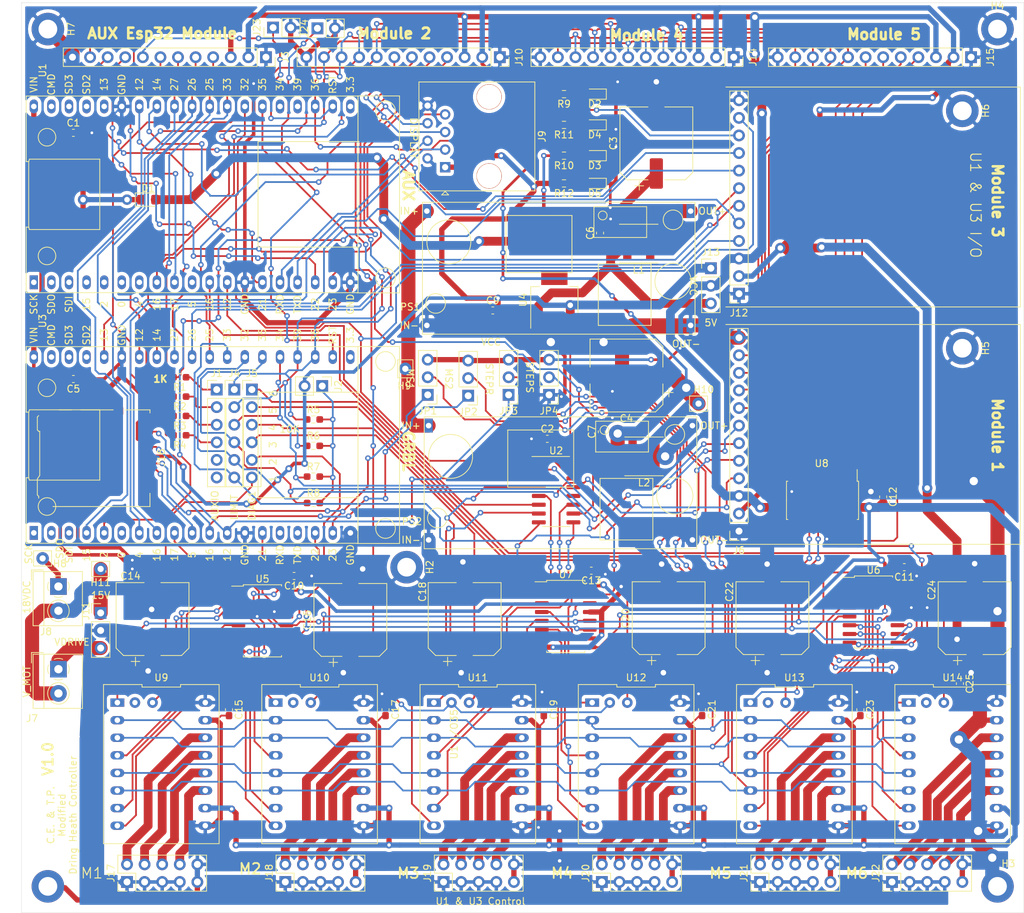
<source format=kicad_pcb>
(kicad_pcb (version 20171130) (host pcbnew "(5.1.9)-1")
  (layers (0 F.Cu signal) (31 B.Cu signal) (34 B.Paste user hide) (35 F.Paste user) (36 B.SilkS user hide) (37 F.SilkS user) (38 B.Mask user hide) (39 F.Mask user hide) (44 Edge.Cuts user))
  (net 0 "")
  (net 1 Vin)
  (net 2 +5V)
  (net 3 +15V)
  (net 4 +3V3)
  (net 5 VCC)
  (net 6 "Net-(D2-Pad2)")
  (net 7 "Net-(D3-Pad2)")
  (net 8 "Net-(D4-Pad2)")
  (net 9 "Net-(D5-Pad2)")
  (net 10 Vdrive)
  (net 11 X_Limit)
  (net 12 Y_Limit)
  (net 13 Z_Limit)
  (net 14 A_Limit)
  (net 15 B_Limit)
  (net 16 C_Limit)
  (net 17 C_Diag1)
  (net 18 B_Diag1)
  (net 19 A_Diag1)
  (net 20 Z_Diag1)
  (net 21 Y_Diag1)
  (net 22 X_Diag1)
  (net 23 GPIO14)
  (net 24 GPIO13)
  (net 25 GPIO15)
  (net 26 GPIO12)
  (net 27 GPIO25)
  (net 28 GPIO2)
  (net 29 GPIO26)
  (net 30 GPIO04)
  (net 31 GPIO16)
  (net 32 GPIO27)
  (net 33 TorchTrigger)
  (net 34 I2SO_24)
  (net 35 I2SO_26)
  (net 36 I2SO_25)
  (net 37 I2SO_27)
  (net 38 CS_SD)
  (net 39 MOSI)
  (net 40 SCK)
  (net 41 MISO)
  (net 42 "Net-(J17-Pad8)")
  (net 43 "Net-(J17-Pad6)")
  (net 44 "Net-(J17-Pad4)")
  (net 45 "Net-(J17-Pad2)")
  (net 46 "Net-(J18-Pad2)")
  (net 47 "Net-(J18-Pad4)")
  (net 48 "Net-(J18-Pad6)")
  (net 49 "Net-(J18-Pad8)")
  (net 50 "Net-(J19-Pad2)")
  (net 51 "Net-(J19-Pad4)")
  (net 52 "Net-(J19-Pad6)")
  (net 53 "Net-(J19-Pad8)")
  (net 54 "Net-(J20-Pad8)")
  (net 55 "Net-(J20-Pad6)")
  (net 56 "Net-(J20-Pad4)")
  (net 57 "Net-(J20-Pad2)")
  (net 58 "Net-(J21-Pad2)")
  (net 59 "Net-(J21-Pad4)")
  (net 60 "Net-(J21-Pad6)")
  (net 61 "Net-(J21-Pad8)")
  (net 62 MS1)
  (net 63 MS2)
  (net 64 Step_R)
  (net 65 Step_S)
  (net 66 "Net-(L1-Pad1)")
  (net 67 "Net-(L2-Pad1)")
  (net 68 "Net-(U1-Pad11)")
  (net 69 "Net-(U1-Pad12)")
  (net 70 TCHIO35)
  (net 71 "Net-(U1-Pad18)")
  (net 72 GrbZEn)
  (net 73 Z_Enable)
  (net 74 GrbZDir)
  (net 75 Z_Dir)
  (net 76 Z_Steo)
  (net 77 GrbZStep)
  (net 78 I2S_BCK)
  (net 79 I2S_DATA)
  (net 80 I2S_WS)
  (net 81 X_Enable)
  (net 82 "Net-(U5-Pad9)")
  (net 83 Y_CS)
  (net 84 Y_Step)
  (net 85 Y_Dir)
  (net 86 Y_Enable)
  (net 87 X_CS)
  (net 88 X_Step)
  (net 89 X_Dir)
  (net 90 B_Enable)
  (net 91 "Net-(U6-Pad14)")
  (net 92 "Net-(U6-Pad9)")
  (net 93 C_CS)
  (net 94 C_Step)
  (net 95 C_Dir)
  (net 96 C_Enable)
  (net 97 B_CS)
  (net 98 B_Step)
  (net 99 B_Dir)
  (net 100 Z_CS)
  (net 101 A_Enable)
  (net 102 A_Dir)
  (net 103 A_Step)
  (net 104 A_CS)
  (net 105 GND)
  (net 106 IO27)
  (net 107 IO26)
  (net 108 IO25)
  (net 109 IO33)
  (net 110 "Net-(J22-Pad6)")
  (net 111 "Net-(J22-Pad2)")
  (net 112 "Net-(J22-Pad4)")
  (net 113 "Net-(H8-Pad1)")
  (net 114 "Net-(J1-Pad1)")
  (net 115 "Net-(J1-Pad2)")
  (net 116 "Net-(J1-Pad3)")
  (net 117 "Net-(J1-Pad4)")
  (net 118 "Net-(J2-Pad1)")
  (net 119 "Net-(J3-Pad11)")
  (net 120 "Net-(J3-Pad10)")
  (net 121 "Net-(J3-Pad9)")
  (net 122 "Net-(J11-Pad3)")
  (net 123 "Net-(J9-Pad3)")
  (net 124 "Net-(J9-Pad4)")
  (net 125 "Net-(J9-Pad7)")
  (net 126 "Net-(J22-Pad8)")
  (net 127 TCH_V_IO36)
  (net 128 Ready)
  (net 129 Handover)
  (net 130 "Net-(J23-Pad1)")
  (net 131 "Net-(J24-Pad1)")
  (module "Libraries - Plasma-Board:ESP32_38p" (layer F.Cu) (at 85.598 89.281)
    (fp_text reference U3 (at -21.59 -17.907 90) (layer F.SilkS))
    (fp_text value ESP32_38p)
    (fp_text user SCK (at -23.598 15.719 270) (layer F.SilkS))
    (fp_text user SDO (at -19.098 14.969 90) (layer F.SilkS))
    (fp_text user SDI (at -17.78 15.875 90) (layer F.SilkS))
    (fp_text user 15 (at -15.24 15.875 90) (layer F.SilkS))
    (fp_text user 2 (at -12.7 15.875 90) (layer F.SilkS))
    (fp_text user 0 (at -10.16 15.875 90) (layer F.SilkS))
    (fp_text user 4 (at -7.62 15.875 90) (layer F.SilkS))
    (fp_text user 16 (at -5.08 15.875 90) (layer F.SilkS))
    (fp_text user 17 (at -2.54 15.875 90) (layer F.SilkS))
    (fp_text user 5 (at 0 15.875 90) (layer F.SilkS))
    (fp_text user 16 (at 2.54 15.875 90) (layer F.SilkS))
    (fp_text user 12 (at 5.08 15.875 90) (layer F.SilkS))
    (fp_text user GND (at 7.62 15.875 90) (layer F.SilkS))
    (fp_text user 21 (at 10.16 15.875 90) (layer F.SilkS))
    (fp_text user RXD (at 12.7 15.875 90) (layer F.SilkS))
    (fp_text user TXD (at 15.24 15.875 90) (layer F.SilkS))
    (fp_text user 22 (at 17.78 15.875 90) (layer F.SilkS))
    (fp_text user 23 (at 20.32 15.875 90) (layer F.SilkS))
    (fp_text user GND (at 22.86 15.875 90) (layer F.SilkS))
    (fp_text user 3.3 (at 22.86 -15.875 90) (layer F.SilkS))
    (fp_text user RST (at 20.32 -15.875 90) (layer F.SilkS))
    (fp_text user 36 (at 17.78 -15.875 90) (layer F.SilkS))
    (fp_text user 39 (at 15.24 -15.875 90) (layer F.SilkS))
    (fp_text user 34 (at 12.7 -15.875 90) (layer F.SilkS))
    (fp_text user 35 (at 10.16 -15.875 90) (layer F.SilkS))
    (fp_text user 32 (at 7.62 -15.875 90) (layer F.SilkS))
    (fp_text user 33 (at 5.08 -15.875 90) (layer F.SilkS))
    (fp_text user 25 (at 2.54 -15.875 90) (layer F.SilkS))
    (fp_text user 26 (at 0 -15.875 90) (layer F.SilkS))
    (fp_text user 27 (at -2.54 -15.875 90) (layer F.SilkS))
    (fp_text user 14 (at -5.08 -15.875 90) (layer F.SilkS))
    (fp_text user 12 (at -7.62 -15.875 90) (layer F.SilkS))
    (fp_text user GND (at -10.16 -15.875 90) (layer F.SilkS))
    (fp_text user 13 (at -12.7 -15.875 90) (layer F.SilkS))
    (fp_text user SD2 (at -15.24 -15.875 90) (layer F.SilkS))
    (fp_text user SD3 (at -17.78 -15.875 90) (layer F.SilkS))
    (fp_text user CMD (at -20.32 -15.875 90) (layer F.SilkS))
    (fp_text user VIN (at -22.86 -15.875 90) (layer F.SilkS))
    (pad 38 thru_hole oval (at -22.86 -12.7) (size 1.2 2) (drill 0.8) (layers *.Cu *.Mask) (net 1 Vin))
    (pad 1 thru_hole rect (at -22.86 12.7) (size 1.2 2) (drill 0.8) (layers *.Cu *.Mask))
    (pad 37 thru_hole oval (at -20.32 -12.7) (size 1.2 2) (drill 0.8) (layers *.Cu *.Mask))
    (pad 2 thru_hole oval (at -20.32 12.7) (size 1.2 2) (drill 0.8) (layers *.Cu *.Mask))
    (pad 36 thru_hole oval (at -17.78 -12.7) (size 1.2 2) (drill 0.8) (layers *.Cu *.Mask))
    (pad 3 thru_hole oval (at -17.78 12.7) (size 1.2 2) (drill 0.8) (layers *.Cu *.Mask))
    (pad 35 thru_hole oval (at -15.24 -12.7) (size 1.2 2) (drill 0.8) (layers *.Cu *.Mask))
    (pad 4 thru_hole oval (at -15.24 12.7) (size 1.2 2) (drill 0.8) (layers *.Cu *.Mask) (net 25 GPIO15))
    (pad 34 thru_hole oval (at -12.7 -12.7) (size 1.2 2) (drill 0.8) (layers *.Cu *.Mask) (net 24 GPIO13))
    (pad 5 thru_hole oval (at -12.7 12.7) (size 1.2 2) (drill 0.8) (layers *.Cu *.Mask) (net 28 GPIO2))
    (pad 33 thru_hole oval (at -10.16 -12.7) (size 1.2 2) (drill 0.8) (layers *.Cu *.Mask) (net 105 GND))
    (pad 6 thru_hole oval (at -10.16 12.7) (size 1.2 2) (drill 0.8) (layers *.Cu *.Mask))
    (pad 32 thru_hole oval (at -7.62 -12.7) (size 1.2 2) (drill 0.8) (layers *.Cu *.Mask) (net 26 GPIO12))
    (pad 7 thru_hole oval (at -7.62 12.7) (size 1.2 2) (drill 0.8) (layers *.Cu *.Mask) (net 30 GPIO04))
    (pad 31 thru_hole oval (at -5.08 -12.7) (size 1.2 2) (drill 0.8) (layers *.Cu *.Mask) (net 23 GPIO14))
    (pad 8 thru_hole oval (at -5.08 12.7) (size 1.2 2) (drill 0.8) (layers *.Cu *.Mask) (net 31 GPIO16))
    (pad 30 thru_hole oval (at -2.54 -12.7) (size 1.2 2) (drill 0.8) (layers *.Cu *.Mask) (net 32 GPIO27))
    (pad 9 thru_hole oval (at -2.54 12.7) (size 1.2 2) (drill 0.8) (layers *.Cu *.Mask) (net 80 I2S_WS))
    (pad 29 thru_hole oval (at 0 -12.7) (size 1.2 2) (drill 0.8) (layers *.Cu *.Mask) (net 29 GPIO26))
    (pad 10 thru_hole oval (at 0 12.7) (size 1.2 2) (drill 0.8) (layers *.Cu *.Mask) (net 38 CS_SD))
    (pad 28 thru_hole oval (at 2.54 -12.7) (size 1.2 2) (drill 0.8) (layers *.Cu *.Mask) (net 27 GPIO25))
    (pad 11 thru_hole oval (at 2.54 12.7) (size 1.2 2) (drill 0.8) (layers *.Cu *.Mask) (net 40 SCK))
    (pad 27 thru_hole oval (at 5.08 -12.7) (size 1.2 2) (drill 0.8) (layers *.Cu *.Mask) (net 11 X_Limit))
    (pad 12 thru_hole oval (at 5.08 12.7) (size 1.2 2) (drill 0.8) (layers *.Cu *.Mask) (net 41 MISO))
    (pad 26 thru_hole oval (at 7.62 -12.7) (size 1.2 2) (drill 0.8) (layers *.Cu *.Mask) (net 12 Y_Limit))
    (pad 13 thru_hole oval (at 7.62 12.7) (size 1.2 2) (drill 0.8) (layers *.Cu *.Mask) (net 105 GND))
    (pad 25 thru_hole oval (at 10.16 -12.7) (size 1.2 2) (drill 0.8) (layers *.Cu *.Mask) (net 13 Z_Limit))
    (pad 14 thru_hole oval (at 10.16 12.7) (size 1.2 2) (drill 0.8) (layers *.Cu *.Mask) (net 79 I2S_DATA))
    (pad 24 thru_hole oval (at 12.7 -12.7) (size 1.2 2) (drill 0.8) (layers *.Cu *.Mask) (net 14 A_Limit))
    (pad 15 thru_hole oval (at 12.7 12.7) (size 1.2 2) (drill 0.8) (layers *.Cu *.Mask))
    (pad 23 thru_hole oval (at 15.24 -12.7) (size 1.2 2) (drill 0.8) (layers *.Cu *.Mask) (net 15 B_Limit))
    (pad 16 thru_hole oval (at 15.24 12.7) (size 1.2 2) (drill 0.8) (layers *.Cu *.Mask))
    (pad 22 thru_hole oval (at 17.78 -12.7) (size 1.2 2) (drill 0.8) (layers *.Cu *.Mask) (net 16 C_Limit))
    (pad 17 thru_hole oval (at 17.78 12.7) (size 1.2 2) (drill 0.8) (layers *.Cu *.Mask) (net 78 I2S_BCK))
    (pad 21 thru_hole oval (at 20.32 -12.7) (size 1.2 2) (drill 0.8) (layers *.Cu *.Mask) (net 131 "Net-(J24-Pad1)"))
    (pad 18 thru_hole oval (at 20.32 12.7) (size 1.2 2) (drill 0.8) (layers *.Cu *.Mask) (net 39 MOSI))
    (pad 20 thru_hole oval (at 22.86 -12.7) (size 1.2 2) (drill 0.8) (layers *.Cu *.Mask))
    (pad 19 thru_hole oval (at 22.86 12.7) (size 1.2 2) (drill 0.8) (layers *.Cu *.Mask) (net 105 GND))
  )
  (module "Libraries - Plasma-Board:ESP32_38p" (layer F.Cu) (at 85.598 53.086)
    (fp_text reference U1 (at -21.59 -17.907 90) (layer F.SilkS))
    (fp_text value ESP32_38p)
    (fp_text user SCK (at -22.86 15.875 90) (layer F.SilkS))
    (fp_text user SDO (at -20.32 15.875 90) (layer F.SilkS))
    (fp_text user SDI (at -17.78 15.875 90) (layer F.SilkS))
    (fp_text user 15 (at -15.24 15.875 90) (layer F.SilkS))
    (fp_text user 2 (at -12.7 15.875 90) (layer F.SilkS))
    (fp_text user 0 (at -10.16 15.875 90) (layer F.SilkS))
    (fp_text user 4 (at -7.62 15.875 90) (layer F.SilkS))
    (fp_text user 16 (at -5.08 15.875 90) (layer F.SilkS))
    (fp_text user 17 (at -2.54 15.875 90) (layer F.SilkS))
    (fp_text user 5 (at 0 15.875 90) (layer F.SilkS))
    (fp_text user 16 (at 2.54 15.875 90) (layer F.SilkS))
    (fp_text user 12 (at 5.08 15.875 90) (layer F.SilkS))
    (fp_text user GND (at 7.62 15.875 90) (layer F.SilkS))
    (fp_text user 21 (at 10.16 15.875 90) (layer F.SilkS))
    (fp_text user RXD (at 12.7 15.875 90) (layer F.SilkS))
    (fp_text user TXD (at 15.24 15.875 90) (layer F.SilkS))
    (fp_text user 22 (at 17.78 15.875 90) (layer F.SilkS))
    (fp_text user 23 (at 20.32 15.875 90) (layer F.SilkS))
    (fp_text user GND (at 22.86 15.875 90) (layer F.SilkS))
    (fp_text user 3.3 (at 22.86 -15.875 90) (layer F.SilkS))
    (fp_text user RST (at 20.32 -15.875 90) (layer F.SilkS))
    (fp_text user 36 (at 17.78 -15.875 90) (layer F.SilkS))
    (fp_text user 39 (at 15.24 -15.875 90) (layer F.SilkS))
    (fp_text user 34 (at 12.7 -15.875 90) (layer F.SilkS))
    (fp_text user 35 (at 10.16 -15.875 90) (layer F.SilkS))
    (fp_text user 32 (at 7.62 -15.875 90) (layer F.SilkS))
    (fp_text user 33 (at 5.08 -15.875 90) (layer F.SilkS))
    (fp_text user 25 (at 2.54 -15.875 90) (layer F.SilkS))
    (fp_text user 26 (at 0 -15.875 90) (layer F.SilkS))
    (fp_text user 27 (at -2.54 -15.875 90) (layer F.SilkS))
    (fp_text user 14 (at -5.08 -15.875 90) (layer F.SilkS))
    (fp_text user 12 (at -7.62 -15.875 90) (layer F.SilkS))
    (fp_text user GND (at -10.16 -15.875 90) (layer F.SilkS))
    (fp_text user 13 (at -12.7 -15.875 90) (layer F.SilkS))
    (fp_text user SD2 (at -15.24 -15.875 90) (layer F.SilkS))
    (fp_text user SD3 (at -17.78 -15.875 90) (layer F.SilkS))
    (fp_text user CMD (at -20.32 -15.875 90) (layer F.SilkS))
    (fp_text user VIN (at -22.86 -15.875 90) (layer F.SilkS))
    (pad 38 thru_hole oval (at -22.86 -12.7) (size 1.2 2) (drill 0.8) (layers *.Cu *.Mask) (net 1 Vin))
    (pad 1 thru_hole rect (at -22.86 12.7) (size 1.2 2) (drill 0.8) (layers *.Cu *.Mask))
    (pad 37 thru_hole oval (at -20.32 -12.7) (size 1.2 2) (drill 0.8) (layers *.Cu *.Mask))
    (pad 2 thru_hole oval (at -20.32 12.7) (size 1.2 2) (drill 0.8) (layers *.Cu *.Mask))
    (pad 36 thru_hole oval (at -17.78 -12.7) (size 1.2 2) (drill 0.8) (layers *.Cu *.Mask))
    (pad 3 thru_hole oval (at -17.78 12.7) (size 1.2 2) (drill 0.8) (layers *.Cu *.Mask))
    (pad 35 thru_hole oval (at -15.24 -12.7) (size 1.2 2) (drill 0.8) (layers *.Cu *.Mask))
    (pad 4 thru_hole oval (at -15.24 12.7) (size 1.2 2) (drill 0.8) (layers *.Cu *.Mask))
    (pad 34 thru_hole oval (at -12.7 -12.7) (size 1.2 2) (drill 0.8) (layers *.Cu *.Mask))
    (pad 5 thru_hole oval (at -12.7 12.7) (size 1.2 2) (drill 0.8) (layers *.Cu *.Mask))
    (pad 33 thru_hole oval (at -10.16 -12.7) (size 1.2 2) (drill 0.8) (layers *.Cu *.Mask) (net 105 GND))
    (pad 6 thru_hole oval (at -10.16 12.7) (size 1.2 2) (drill 0.8) (layers *.Cu *.Mask))
    (pad 32 thru_hole oval (at -7.62 -12.7) (size 1.2 2) (drill 0.8) (layers *.Cu *.Mask) (net 129 Handover))
    (pad 7 thru_hole oval (at -7.62 12.7) (size 1.2 2) (drill 0.8) (layers *.Cu *.Mask))
    (pad 31 thru_hole oval (at -5.08 -12.7) (size 1.2 2) (drill 0.8) (layers *.Cu *.Mask) (net 128 Ready))
    (pad 8 thru_hole oval (at -5.08 12.7) (size 1.2 2) (drill 0.8) (layers *.Cu *.Mask) (net 125 "Net-(J9-Pad7)"))
    (pad 30 thru_hole oval (at -2.54 -12.7) (size 1.2 2) (drill 0.8) (layers *.Cu *.Mask) (net 106 IO27))
    (pad 9 thru_hole oval (at -2.54 12.7) (size 1.2 2) (drill 0.8) (layers *.Cu *.Mask) (net 121 "Net-(J3-Pad9)"))
    (pad 29 thru_hole oval (at 0 -12.7) (size 1.2 2) (drill 0.8) (layers *.Cu *.Mask) (net 107 IO26))
    (pad 10 thru_hole oval (at 0 12.7) (size 1.2 2) (drill 0.8) (layers *.Cu *.Mask))
    (pad 28 thru_hole oval (at 2.54 -12.7) (size 1.2 2) (drill 0.8) (layers *.Cu *.Mask) (net 108 IO25))
    (pad 11 thru_hole oval (at 2.54 12.7) (size 1.2 2) (drill 0.8) (layers *.Cu *.Mask) (net 68 "Net-(U1-Pad11)"))
    (pad 27 thru_hole oval (at 5.08 -12.7) (size 1.2 2) (drill 0.8) (layers *.Cu *.Mask) (net 109 IO33))
    (pad 12 thru_hole oval (at 5.08 12.7) (size 1.2 2) (drill 0.8) (layers *.Cu *.Mask) (net 69 "Net-(U1-Pad12)"))
    (pad 26 thru_hole oval (at 7.62 -12.7) (size 1.2 2) (drill 0.8) (layers *.Cu *.Mask) (net 33 TorchTrigger))
    (pad 13 thru_hole oval (at 7.62 12.7) (size 1.2 2) (drill 0.8) (layers *.Cu *.Mask) (net 105 GND))
    (pad 25 thru_hole oval (at 10.16 -12.7) (size 1.2 2) (drill 0.8) (layers *.Cu *.Mask) (net 70 TCHIO35))
    (pad 14 thru_hole oval (at 10.16 12.7) (size 1.2 2) (drill 0.8) (layers *.Cu *.Mask) (net 120 "Net-(J3-Pad10)"))
    (pad 24 thru_hole oval (at 12.7 -12.7) (size 1.2 2) (drill 0.8) (layers *.Cu *.Mask))
    (pad 15 thru_hole oval (at 12.7 12.7) (size 1.2 2) (drill 0.8) (layers *.Cu *.Mask) (net 124 "Net-(J9-Pad4)"))
    (pad 23 thru_hole oval (at 15.24 -12.7) (size 1.2 2) (drill 0.8) (layers *.Cu *.Mask))
    (pad 16 thru_hole oval (at 15.24 12.7) (size 1.2 2) (drill 0.8) (layers *.Cu *.Mask) (net 123 "Net-(J9-Pad3)"))
    (pad 22 thru_hole oval (at 17.78 -12.7) (size 1.2 2) (drill 0.8) (layers *.Cu *.Mask) (net 127 TCH_V_IO36))
    (pad 17 thru_hole oval (at 17.78 12.7) (size 1.2 2) (drill 0.8) (layers *.Cu *.Mask) (net 119 "Net-(J3-Pad11)"))
    (pad 21 thru_hole oval (at 20.32 -12.7) (size 1.2 2) (drill 0.8) (layers *.Cu *.Mask) (net 130 "Net-(J23-Pad1)"))
    (pad 18 thru_hole oval (at 20.32 12.7) (size 1.2 2) (drill 0.8) (layers *.Cu *.Mask) (net 71 "Net-(U1-Pad18)"))
    (pad 20 thru_hole oval (at 22.86 -12.7) (size 1.2 2) (drill 0.8) (layers *.Cu *.Mask))
    (pad 19 thru_hole oval (at 22.86 12.7) (size 1.2 2) (drill 0.8) (layers *.Cu *.Mask) (net 105 GND))
  )
  (module Connector_RJ:RJ45_OST_PJ012-8P8CX_Vertical (layer F.Cu) (at 122.15 49.16 90)
    (fp_text reference J9 (at 4.45 14 90) (layer F.SilkS))
    (fp_text value THC_Display)
    (pad "" np_thru_hole circle (at 10.16 6.35 90) (size 3.65 3.65) (drill 3.45) (layers *.Cu *.SilkS *.Mask))
    (pad "" np_thru_hole circle (at -1.27 6.35 90) (size 3.65 3.65) (drill 3.45) (layers *.Cu *.SilkS *.Mask))
    (pad 1 thru_hole rect (at 0 0 90) (size 1.5 1.5) (drill 0.9) (layers *.Cu *.Mask) (net 4 +3V3))
    (pad 2 thru_hole circle (at 1.27 -2.54 90) (size 1.5 1.5) (drill 0.9) (layers *.Cu *.Mask) (net 105 GND))
    (pad 3 thru_hole circle (at 2.54 0 90) (size 1.5 1.5) (drill 0.9) (layers *.Cu *.Mask) (net 123 "Net-(J9-Pad3)"))
    (pad 4 thru_hole circle (at 3.81 -2.54 90) (size 1.5 1.5) (drill 0.9) (layers *.Cu *.Mask) (net 124 "Net-(J9-Pad4)"))
    (pad 5 thru_hole circle (at 5.08 0 90) (size 1.5 1.5) (drill 0.9) (layers *.Cu *.Mask) (net 16 C_Limit))
    (pad 6 thru_hole circle (at 6.35 -2.54 90) (size 1.5 1.5) (drill 0.9) (layers *.Cu *.Mask) (net 15 B_Limit))
    (pad 7 thru_hole circle (at 7.62 0 90) (size 1.5 1.5) (drill 0.9) (layers *.Cu *.Mask) (net 125 "Net-(J9-Pad7)"))
    (pad 8 thru_hole circle (at 8.89 -2.54 90) (size 1.5 1.5) (drill 0.9) (layers *.Cu *.Mask) (net 105 GND))
  )
  (module Modules:Buck_Module (layer F.Cu) (at 134.112 63.754)
    (fp_text reference PS1 (at -17.018 5.588 180) (layer F.SilkS))
    (fp_text value DC-DC_BuckAdg)
    (fp_text user OUT- (at 22.86 10.922) (layer F.SilkS))
    (fp_text user OUT+ (at 26.67 -8.255) (layer F.SilkS))
    (fp_text user IN- (at -17.145 8.255) (layer F.SilkS))
    (fp_text user IN+ (at -17.145 -8.255) (layer F.SilkS))
    (pad 4 thru_hole rect (at 23.495 8.255) (size 1.2 2) (drill 0.8) (layers *.Cu *.Mask) (net 105 GND))
    (pad 3 thru_hole rect (at 23.495 -8.255) (size 1.2 2) (drill 0.8) (layers *.Cu *.Mask) (net 66 "Net-(L1-Pad1)"))
    (pad 2 thru_hole rect (at -14.605 8.255) (size 1.2 2) (drill 0.8) (layers *.Cu *.Mask) (net 105 GND))
    (pad 1 thru_hole rect (at -14.605 -8.255) (size 1.2 2) (drill 0.8) (layers *.Cu *.Mask) (net 113 "Net-(H8-Pad1)"))
  )
  (module Modules:ClearpathDriver (layer F.Cu) (at 104.013 135.382 180)
    (fp_text reference U10 (at 0 12.49 180) (layer F.SilkS))
    (fp_text value Y)
    (pad 17 thru_hole circle (at 1.27 8.89 180) (size 1.524 1.524) (drill 0.762) (layers *.Cu *.Mask) (net 21 Y_Diag1))
    (pad 18 thru_hole circle (at 3.81 8.89 180) (size 1.524 1.524) (drill 0.762) (layers *.Cu *.Mask))
    (pad 8 thru_hole oval (at 6.35 -8.89 270) (size 1.2 2) (drill 0.8) (layers *.Cu *.Mask) (net 85 Y_Dir))
    (pad 9 thru_hole oval (at -6.35 -8.89 270) (size 1.2 2) (drill 0.8) (layers *.Cu *.Mask) (net 105 GND))
    (pad 7 thru_hole oval (at 6.35 -6.35 270) (size 1.2 2) (drill 0.8) (layers *.Cu *.Mask) (net 84 Y_Step))
    (pad 10 thru_hole oval (at -6.35 -6.35 270) (size 1.2 2) (drill 0.8) (layers *.Cu *.Mask) (net 5 VCC))
    (pad 6 thru_hole oval (at 6.35 -3.81 270) (size 1.2 2) (drill 0.8) (layers *.Cu *.Mask) (net 65 Step_S))
    (pad 11 thru_hole oval (at -6.35 -3.81 270) (size 1.2 2) (drill 0.8) (layers *.Cu *.Mask) (net 49 "Net-(J18-Pad8)"))
    (pad 5 thru_hole oval (at 6.35 -1.27 270) (size 1.2 2) (drill 0.8) (layers *.Cu *.Mask) (net 64 Step_R))
    (pad 12 thru_hole oval (at -6.35 -1.27 270) (size 1.2 2) (drill 0.8) (layers *.Cu *.Mask) (net 48 "Net-(J18-Pad6)"))
    (pad 4 thru_hole oval (at 6.35 1.27 270) (size 1.2 2) (drill 0.8) (layers *.Cu *.Mask) (net 83 Y_CS))
    (pad 13 thru_hole oval (at -6.35 1.27 270) (size 1.2 2) (drill 0.8) (layers *.Cu *.Mask) (net 47 "Net-(J18-Pad4)"))
    (pad 3 thru_hole oval (at 6.35 3.81 270) (size 1.2 2) (drill 0.8) (layers *.Cu *.Mask) (net 63 MS2))
    (pad 14 thru_hole oval (at -6.35 3.81 270) (size 1.2 2) (drill 0.8) (layers *.Cu *.Mask) (net 46 "Net-(J18-Pad2)"))
    (pad 2 thru_hole oval (at 6.35 6.35 270) (size 1.2 2) (drill 0.8) (layers *.Cu *.Mask) (net 62 MS1))
    (pad 15 thru_hole oval (at -6.35 6.35 270) (size 1.2 2) (drill 0.8) (layers *.Cu *.Mask) (net 105 GND))
    (pad 1 thru_hole rect (at 6.35 8.89 270) (size 1.2 2) (drill 0.8) (layers *.Cu *.Mask) (net 86 Y_Enable))
    (pad 16 thru_hole oval (at -6.35 8.89 270) (size 1.2 2) (drill 0.8) (layers *.Cu *.Mask) (net 10 Vdrive))
  )
  (module Modules:ClearpathDriver (layer F.Cu) (at 126.873 135.382 180)
    (fp_text reference U11 (at 0 12.49 180) (layer F.SilkS))
    (fp_text value z)
    (pad 17 thru_hole circle (at 1.27 8.89 180) (size 1.524 1.524) (drill 0.762) (layers *.Cu *.Mask) (net 20 Z_Diag1))
    (pad 18 thru_hole circle (at 3.81 8.89 180) (size 1.524 1.524) (drill 0.762) (layers *.Cu *.Mask) (net 70 TCHIO35))
    (pad 8 thru_hole oval (at 6.35 -8.89 270) (size 1.2 2) (drill 0.8) (layers *.Cu *.Mask) (net 75 Z_Dir))
    (pad 9 thru_hole oval (at -6.35 -8.89 270) (size 1.2 2) (drill 0.8) (layers *.Cu *.Mask) (net 105 GND))
    (pad 7 thru_hole oval (at 6.35 -6.35 270) (size 1.2 2) (drill 0.8) (layers *.Cu *.Mask) (net 76 Z_Steo))
    (pad 10 thru_hole oval (at -6.35 -6.35 270) (size 1.2 2) (drill 0.8) (layers *.Cu *.Mask) (net 5 VCC))
    (pad 6 thru_hole oval (at 6.35 -3.81 270) (size 1.2 2) (drill 0.8) (layers *.Cu *.Mask) (net 65 Step_S))
    (pad 11 thru_hole oval (at -6.35 -3.81 270) (size 1.2 2) (drill 0.8) (layers *.Cu *.Mask) (net 53 "Net-(J19-Pad8)"))
    (pad 5 thru_hole oval (at 6.35 -1.27 270) (size 1.2 2) (drill 0.8) (layers *.Cu *.Mask) (net 64 Step_R))
    (pad 12 thru_hole oval (at -6.35 -1.27 270) (size 1.2 2) (drill 0.8) (layers *.Cu *.Mask) (net 52 "Net-(J19-Pad6)"))
    (pad 4 thru_hole oval (at 6.35 1.27 270) (size 1.2 2) (drill 0.8) (layers *.Cu *.Mask) (net 100 Z_CS))
    (pad 13 thru_hole oval (at -6.35 1.27 270) (size 1.2 2) (drill 0.8) (layers *.Cu *.Mask) (net 51 "Net-(J19-Pad4)"))
    (pad 3 thru_hole oval (at 6.35 3.81 270) (size 1.2 2) (drill 0.8) (layers *.Cu *.Mask) (net 63 MS2))
    (pad 14 thru_hole oval (at -6.35 3.81 270) (size 1.2 2) (drill 0.8) (layers *.Cu *.Mask) (net 50 "Net-(J19-Pad2)"))
    (pad 2 thru_hole oval (at 6.35 6.35 270) (size 1.2 2) (drill 0.8) (layers *.Cu *.Mask) (net 62 MS1))
    (pad 15 thru_hole oval (at -6.35 6.35 270) (size 1.2 2) (drill 0.8) (layers *.Cu *.Mask) (net 105 GND))
    (pad 1 thru_hole rect (at 6.35 8.89 270) (size 1.2 2) (drill 0.8) (layers *.Cu *.Mask) (net 73 Z_Enable))
    (pad 16 thru_hole oval (at -6.35 8.89 270) (size 1.2 2) (drill 0.8) (layers *.Cu *.Mask) (net 10 Vdrive))
  )
  (module Modules:ClearpathDriver (layer F.Cu) (at 172.593 135.382 180)
    (fp_text reference U13 (at 0 12.49 180) (layer F.SilkS))
    (fp_text value B)
    (pad 17 thru_hole circle (at 1.27 8.89 180) (size 1.524 1.524) (drill 0.762) (layers *.Cu *.Mask) (net 18 B_Diag1))
    (pad 18 thru_hole circle (at 3.81 8.89 180) (size 1.524 1.524) (drill 0.762) (layers *.Cu *.Mask))
    (pad 8 thru_hole oval (at 6.35 -8.89 270) (size 1.2 2) (drill 0.8) (layers *.Cu *.Mask) (net 99 B_Dir))
    (pad 9 thru_hole oval (at -6.35 -8.89 270) (size 1.2 2) (drill 0.8) (layers *.Cu *.Mask) (net 105 GND))
    (pad 7 thru_hole oval (at 6.35 -6.35 270) (size 1.2 2) (drill 0.8) (layers *.Cu *.Mask) (net 98 B_Step))
    (pad 10 thru_hole oval (at -6.35 -6.35 270) (size 1.2 2) (drill 0.8) (layers *.Cu *.Mask) (net 5 VCC))
    (pad 6 thru_hole oval (at 6.35 -3.81 270) (size 1.2 2) (drill 0.8) (layers *.Cu *.Mask) (net 65 Step_S))
    (pad 11 thru_hole oval (at -6.35 -3.81 270) (size 1.2 2) (drill 0.8) (layers *.Cu *.Mask) (net 61 "Net-(J21-Pad8)"))
    (pad 5 thru_hole oval (at 6.35 -1.27 270) (size 1.2 2) (drill 0.8) (layers *.Cu *.Mask) (net 64 Step_R))
    (pad 12 thru_hole oval (at -6.35 -1.27 270) (size 1.2 2) (drill 0.8) (layers *.Cu *.Mask) (net 60 "Net-(J21-Pad6)"))
    (pad 4 thru_hole oval (at 6.35 1.27 270) (size 1.2 2) (drill 0.8) (layers *.Cu *.Mask) (net 97 B_CS))
    (pad 13 thru_hole oval (at -6.35 1.27 270) (size 1.2 2) (drill 0.8) (layers *.Cu *.Mask) (net 59 "Net-(J21-Pad4)"))
    (pad 3 thru_hole oval (at 6.35 3.81 270) (size 1.2 2) (drill 0.8) (layers *.Cu *.Mask) (net 63 MS2))
    (pad 14 thru_hole oval (at -6.35 3.81 270) (size 1.2 2) (drill 0.8) (layers *.Cu *.Mask) (net 58 "Net-(J21-Pad2)"))
    (pad 2 thru_hole oval (at 6.35 6.35 270) (size 1.2 2) (drill 0.8) (layers *.Cu *.Mask) (net 62 MS1))
    (pad 15 thru_hole oval (at -6.35 6.35 270) (size 1.2 2) (drill 0.8) (layers *.Cu *.Mask) (net 105 GND))
    (pad 1 thru_hole rect (at 6.35 8.89 270) (size 1.2 2) (drill 0.8) (layers *.Cu *.Mask) (net 90 B_Enable))
    (pad 16 thru_hole oval (at -6.35 8.89 270) (size 1.2 2) (drill 0.8) (layers *.Cu *.Mask) (net 10 Vdrive))
  )
  (module Modules:ClearpathDriver (layer F.Cu) (at 195.453 135.382 180)
    (fp_text reference U14 (at 0 12.49) (layer F.SilkS))
    (fp_text value C)
    (pad 17 thru_hole circle (at 1.27 8.89 180) (size 1.524 1.524) (drill 0.762) (layers *.Cu *.Mask) (net 17 C_Diag1))
    (pad 18 thru_hole circle (at 3.81 8.89 180) (size 1.524 1.524) (drill 0.762) (layers *.Cu *.Mask))
    (pad 8 thru_hole oval (at 6.35 -8.89 270) (size 1.2 2) (drill 0.8) (layers *.Cu *.Mask) (net 95 C_Dir))
    (pad 9 thru_hole oval (at -6.35 -8.89 270) (size 1.2 2) (drill 0.8) (layers *.Cu *.Mask) (net 105 GND))
    (pad 7 thru_hole oval (at 6.35 -6.35 270) (size 1.2 2) (drill 0.8) (layers *.Cu *.Mask) (net 94 C_Step))
    (pad 10 thru_hole oval (at -6.35 -6.35 270) (size 1.2 2) (drill 0.8) (layers *.Cu *.Mask) (net 5 VCC))
    (pad 6 thru_hole oval (at 6.35 -3.81 270) (size 1.2 2) (drill 0.8) (layers *.Cu *.Mask) (net 65 Step_S))
    (pad 11 thru_hole oval (at -6.35 -3.81 270) (size 1.2 2) (drill 0.8) (layers *.Cu *.Mask) (net 126 "Net-(J22-Pad8)"))
    (pad 5 thru_hole oval (at 6.35 -1.27 270) (size 1.2 2) (drill 0.8) (layers *.Cu *.Mask) (net 64 Step_R))
    (pad 12 thru_hole oval (at -6.35 -1.27 270) (size 1.2 2) (drill 0.8) (layers *.Cu *.Mask) (net 110 "Net-(J22-Pad6)"))
    (pad 4 thru_hole oval (at 6.35 1.27 270) (size 1.2 2) (drill 0.8) (layers *.Cu *.Mask) (net 93 C_CS))
    (pad 13 thru_hole oval (at -6.35 1.27 270) (size 1.2 2) (drill 0.8) (layers *.Cu *.Mask) (net 112 "Net-(J22-Pad4)"))
    (pad 3 thru_hole oval (at 6.35 3.81 270) (size 1.2 2) (drill 0.8) (layers *.Cu *.Mask) (net 63 MS2))
    (pad 14 thru_hole oval (at -6.35 3.81 270) (size 1.2 2) (drill 0.8) (layers *.Cu *.Mask) (net 111 "Net-(J22-Pad2)"))
    (pad 2 thru_hole oval (at 6.35 6.35 270) (size 1.2 2) (drill 0.8) (layers *.Cu *.Mask) (net 62 MS1))
    (pad 15 thru_hole oval (at -6.35 6.35 270) (size 1.2 2) (drill 0.8) (layers *.Cu *.Mask) (net 105 GND))
    (pad 1 thru_hole rect (at 6.35 8.89 270) (size 1.2 2) (drill 0.8) (layers *.Cu *.Mask) (net 96 C_Enable))
    (pad 16 thru_hole oval (at -6.35 8.89 270) (size 1.2 2) (drill 0.8) (layers *.Cu *.Mask) (net 10 Vdrive))
  )
  (module Modules:ClearpathDriver (layer F.Cu) (at 149.733 135.382 180)
    (fp_text reference U12 (at 0 12.49 180) (layer F.SilkS))
    (fp_text value A)
    (pad 17 thru_hole circle (at 1.27 8.89 180) (size 1.524 1.524) (drill 0.762) (layers *.Cu *.Mask) (net 19 A_Diag1))
    (pad 18 thru_hole circle (at 3.81 8.89 180) (size 1.524 1.524) (drill 0.762) (layers *.Cu *.Mask) (net 70 TCHIO35))
    (pad 8 thru_hole oval (at 6.35 -8.89 270) (size 1.2 2) (drill 0.8) (layers *.Cu *.Mask) (net 102 A_Dir))
    (pad 9 thru_hole oval (at -6.35 -8.89 270) (size 1.2 2) (drill 0.8) (layers *.Cu *.Mask) (net 105 GND))
    (pad 7 thru_hole oval (at 6.35 -6.35 270) (size 1.2 2) (drill 0.8) (layers *.Cu *.Mask) (net 103 A_Step))
    (pad 10 thru_hole oval (at -6.35 -6.35 270) (size 1.2 2) (drill 0.8) (layers *.Cu *.Mask) (net 5 VCC))
    (pad 6 thru_hole oval (at 6.35 -3.81 270) (size 1.2 2) (drill 0.8) (layers *.Cu *.Mask) (net 65 Step_S))
    (pad 11 thru_hole oval (at -6.35 -3.81 270) (size 1.2 2) (drill 0.8) (layers *.Cu *.Mask) (net 54 "Net-(J20-Pad8)"))
    (pad 5 thru_hole oval (at 6.35 -1.27 270) (size 1.2 2) (drill 0.8) (layers *.Cu *.Mask) (net 64 Step_R))
    (pad 12 thru_hole oval (at -6.35 -1.27 270) (size 1.2 2) (drill 0.8) (layers *.Cu *.Mask) (net 55 "Net-(J20-Pad6)"))
    (pad 4 thru_hole oval (at 6.35 1.27 270) (size 1.2 2) (drill 0.8) (layers *.Cu *.Mask) (net 104 A_CS))
    (pad 13 thru_hole oval (at -6.35 1.27 270) (size 1.2 2) (drill 0.8) (layers *.Cu *.Mask) (net 56 "Net-(J20-Pad4)"))
    (pad 3 thru_hole oval (at 6.35 3.81 270) (size 1.2 2) (drill 0.8) (layers *.Cu *.Mask) (net 63 MS2))
    (pad 14 thru_hole oval (at -6.35 3.81 270) (size 1.2 2) (drill 0.8) (layers *.Cu *.Mask) (net 57 "Net-(J20-Pad2)"))
    (pad 2 thru_hole oval (at 6.35 6.35 270) (size 1.2 2) (drill 0.8) (layers *.Cu *.Mask) (net 62 MS1))
    (pad 15 thru_hole oval (at -6.35 6.35 270) (size 1.2 2) (drill 0.8) (layers *.Cu *.Mask) (net 105 GND))
    (pad 1 thru_hole rect (at 6.35 8.89 270) (size 1.2 2) (drill 0.8) (layers *.Cu *.Mask) (net 101 A_Enable))
    (pad 16 thru_hole oval (at -6.35 8.89 270) (size 1.2 2) (drill 0.8) (layers *.Cu *.Mask) (net 10 Vdrive))
  )
  (module Modules:ClearpathDriver (layer F.Cu) (at 81.153 135.382 180)
    (fp_text reference U9 (at 0 12.49 180) (layer F.SilkS))
    (fp_text value X)
    (pad 17 thru_hole circle (at 1.27 8.89 180) (size 1.524 1.524) (drill 0.762) (layers *.Cu *.Mask) (net 22 X_Diag1))
    (pad 18 thru_hole circle (at 3.81 8.89 180) (size 1.524 1.524) (drill 0.762) (layers *.Cu *.Mask))
    (pad 8 thru_hole oval (at 6.35 -8.89 270) (size 1.2 2) (drill 0.8) (layers *.Cu *.Mask) (net 89 X_Dir))
    (pad 9 thru_hole oval (at -6.35 -8.89 270) (size 1.2 2) (drill 0.8) (layers *.Cu *.Mask) (net 105 GND))
    (pad 7 thru_hole oval (at 6.35 -6.35 270) (size 1.2 2) (drill 0.8) (layers *.Cu *.Mask) (net 88 X_Step))
    (pad 10 thru_hole oval (at -6.35 -6.35 270) (size 1.2 2) (drill 0.8) (layers *.Cu *.Mask) (net 5 VCC))
    (pad 6 thru_hole oval (at 6.35 -3.81 270) (size 1.2 2) (drill 0.8) (layers *.Cu *.Mask) (net 65 Step_S))
    (pad 11 thru_hole oval (at -6.35 -3.81 270) (size 1.2 2) (drill 0.8) (layers *.Cu *.Mask) (net 42 "Net-(J17-Pad8)"))
    (pad 5 thru_hole oval (at 6.35 -1.27 270) (size 1.2 2) (drill 0.8) (layers *.Cu *.Mask) (net 64 Step_R))
    (pad 12 thru_hole oval (at -6.35 -1.27 270) (size 1.2 2) (drill 0.8) (layers *.Cu *.Mask) (net 43 "Net-(J17-Pad6)"))
    (pad 4 thru_hole oval (at 6.35 1.27 270) (size 1.2 2) (drill 0.8) (layers *.Cu *.Mask) (net 87 X_CS))
    (pad 13 thru_hole oval (at -6.35 1.27 270) (size 1.2 2) (drill 0.8) (layers *.Cu *.Mask) (net 44 "Net-(J17-Pad4)"))
    (pad 3 thru_hole oval (at 6.35 3.81 270) (size 1.2 2) (drill 0.8) (layers *.Cu *.Mask) (net 63 MS2))
    (pad 14 thru_hole oval (at -6.35 3.81 270) (size 1.2 2) (drill 0.8) (layers *.Cu *.Mask) (net 45 "Net-(J17-Pad2)"))
    (pad 2 thru_hole oval (at 6.35 6.35 270) (size 1.2 2) (drill 0.8) (layers *.Cu *.Mask) (net 62 MS1))
    (pad 15 thru_hole oval (at -6.35 6.35 270) (size 1.2 2) (drill 0.8) (layers *.Cu *.Mask) (net 105 GND))
    (pad 1 thru_hole rect (at 6.35 8.89 270) (size 1.2 2) (drill 0.8) (layers *.Cu *.Mask) (net 81 X_Enable))
    (pad 16 thru_hole oval (at -6.35 8.89 270) (size 1.2 2) (drill 0.8) (layers *.Cu *.Mask) (net 10 Vdrive))
  )
  (module Resistor_SMD:R_0603_1608Metric_Pad0.98x0.95mm_HandSolder (layer F.Cu) (at 83.82 79.502 180)
    (fp_text reference R1 (at 0 -1.43) (layer F.SilkS))
    (fp_text value 1k)
    (pad 2 smd roundrect (at 0.9125 0 180) (size 0.975 0.95) (layers F.Cu F.Paste F.Mask) (net 109 IO33))
    (pad 1 smd roundrect (at -0.9125 0 180) (size 0.975 0.95) (layers F.Cu F.Paste F.Mask) (net 114 "Net-(J1-Pad1)"))
  )
  (module Capacitor_SMD:C_0603_1608Metric_Pad1.08x0.95mm_HandSolder (layer F.Cu) (at 196.5 123.75 270)
    (fp_text reference C25 (at 0 -1.43 90) (layer F.SilkS))
    (fp_text value 100nf)
    (pad 2 smd roundrect (at 0.8625 0 270) (size 1.075 0.95) (layers F.Cu F.Paste F.Mask) (net 105 GND))
    (pad 1 smd roundrect (at -0.8625 0 270) (size 1.075 0.95) (layers F.Cu F.Paste F.Mask) (net 10 Vdrive))
  )
  (module Capacitor_SMD:C_0603_1608Metric_Pad1.08x0.95mm_HandSolder (layer F.Cu) (at 182.118 127.508 270)
    (fp_text reference C23 (at 0 -1.43 90) (layer F.SilkS))
    (fp_text value 100nf)
    (pad 2 smd roundrect (at 0.8625 0 270) (size 1.075 0.95) (layers F.Cu F.Paste F.Mask) (net 105 GND))
    (pad 1 smd roundrect (at -0.8625 0 270) (size 1.075 0.95) (layers F.Cu F.Paste F.Mask) (net 10 Vdrive))
  )
  (module Capacitor_SMD:C_0603_1608Metric_Pad1.08x0.95mm_HandSolder (layer F.Cu) (at 159.258 127.508 270)
    (fp_text reference C21 (at 0 -1.43 90) (layer F.SilkS))
    (fp_text value 100nf)
    (pad 2 smd roundrect (at 0.8625 0 270) (size 1.075 0.95) (layers F.Cu F.Paste F.Mask) (net 105 GND))
    (pad 1 smd roundrect (at -0.8625 0 270) (size 1.075 0.95) (layers F.Cu F.Paste F.Mask) (net 10 Vdrive))
  )
  (module Capacitor_SMD:C_0603_1608Metric_Pad1.08x0.95mm_HandSolder (layer F.Cu) (at 136.398 127.508 270)
    (fp_text reference C19 (at 0 -1.43 90) (layer F.SilkS))
    (fp_text value 100nf)
    (pad 2 smd roundrect (at 0.8625 0 270) (size 1.075 0.95) (layers F.Cu F.Paste F.Mask) (net 105 GND))
    (pad 1 smd roundrect (at -0.8625 0 270) (size 1.075 0.95) (layers F.Cu F.Paste F.Mask) (net 10 Vdrive))
  )
  (module Capacitor_SMD:C_0603_1608Metric_Pad1.08x0.95mm_HandSolder (layer F.Cu) (at 113.538 127.508 270)
    (fp_text reference C17 (at 0 -1.43 90) (layer F.SilkS))
    (fp_text value 100nf)
    (pad 2 smd roundrect (at 0.8625 0 270) (size 1.075 0.95) (layers F.Cu F.Paste F.Mask) (net 105 GND))
    (pad 1 smd roundrect (at -0.8625 0 270) (size 1.075 0.95) (layers F.Cu F.Paste F.Mask) (net 10 Vdrive))
  )
  (module Capacitor_SMD:C_0603_1608Metric_Pad1.08x0.95mm_HandSolder (layer F.Cu) (at 90.932 127.508 270)
    (fp_text reference C15 (at 0 -1.43 90) (layer F.SilkS))
    (fp_text value 100nf)
    (pad 2 smd roundrect (at 0.8625 0 270) (size 1.075 0.95) (layers F.Cu F.Paste F.Mask) (net 105 GND))
    (pad 1 smd roundrect (at -0.8625 0 270) (size 1.075 0.95) (layers F.Cu F.Paste F.Mask) (net 10 Vdrive))
  )
  (module MountingHole:MountingHole_2.7mm_M2.5_DIN965_Pad_TopBottom (layer F.Cu) (at 64.77 29.21 270)
    (fp_text reference H7 (at 0 -3.35 90) (layer F.SilkS))
    (fp_text value ~)
    (pad 1 connect circle (at 0 0 270) (size 4.7 4.7) (layers B.Cu B.Mask) (net 105 GND))
    (pad 1 connect circle (at 0 0 270) (size 4.7 4.7) (layers F.Cu F.Mask) (net 105 GND))
    (pad 1 thru_hole circle (at 0 0 270) (size 3.1 3.1) (drill 2.7) (layers *.Cu *.Mask) (net 105 GND))
  )
  (module MountingHole:MountingHole_2.7mm_M2.5_DIN965_Pad_TopBottom (layer F.Cu) (at 196.85 41.021 270)
    (fp_text reference H6 (at 0 -3.35 90) (layer F.SilkS))
    (fp_text value ~)
    (pad 1 connect circle (at 0 0 270) (size 4.7 4.7) (layers B.Cu B.Mask) (net 105 GND))
    (pad 1 connect circle (at 0 0 270) (size 4.7 4.7) (layers F.Cu F.Mask) (net 105 GND))
    (pad 1 thru_hole circle (at 0 0 270) (size 3.1 3.1) (drill 2.7) (layers *.Cu *.Mask) (net 105 GND))
  )
  (module MountingHole:MountingHole_2.7mm_M2.5_DIN965_Pad_TopBottom (layer F.Cu) (at 196.85 75.311 270)
    (fp_text reference H5 (at 0 -3.35 90) (layer F.SilkS))
    (fp_text value ~)
    (pad 1 connect circle (at 0 0 270) (size 4.7 4.7) (layers B.Cu B.Mask) (net 105 GND))
    (pad 1 connect circle (at 0 0 270) (size 4.7 4.7) (layers F.Cu F.Mask) (net 105 GND))
    (pad 1 thru_hole circle (at 0 0 270) (size 3.1 3.1) (drill 2.7) (layers *.Cu *.Mask) (net 105 GND))
  )
  (module MountingHole:MountingHole_2.7mm_M2.5_DIN965_Pad_TopBottom (layer F.Cu) (at 201.93 153.035 270)
    (fp_text reference H3 (at -3.285 -1.57 180) (layer F.SilkS))
    (fp_text value ~)
    (pad 1 connect circle (at 0 0 270) (size 4.700001 4.700001) (layers B.Cu B.Mask) (net 105 GND))
    (pad 1 connect circle (at 0 0 270) (size 4.7 4.7) (layers F.Cu F.Mask) (net 105 GND))
    (pad 1 thru_hole circle (at 0 0 270) (size 3.1 3.1) (drill 2.7) (layers *.Cu *.Mask) (net 105 GND))
  )
  (module MountingHole:MountingHole_2.7mm_M2.5_DIN965_Pad_TopBottom (layer F.Cu) (at 116.586 106.934 270)
    (fp_text reference H2 (at 0 -3.35 90) (layer F.SilkS))
    (fp_text value ~)
    (pad 1 connect circle (at 0 0 270) (size 4.7 4.7) (layers B.Cu B.Mask) (net 105 GND))
    (pad 1 connect circle (at 0 0 270) (size 4.7 4.7) (layers F.Cu F.Mask) (net 105 GND))
    (pad 1 thru_hole circle (at 0 0 270) (size 3.1 3.1) (drill 2.7) (layers *.Cu *.Mask) (net 105 GND))
  )
  (module MountingHole:MountingHole_2.7mm_M2.5_DIN965_Pad_TopBottom (layer F.Cu) (at 64.77 153.035 270)
    (fp_text reference H1 hide)
    (fp_text value ~)
    (pad 1 connect circle (at 0 0 270) (size 4.7 4.7) (layers B.Cu B.Mask) (net 105 GND))
    (pad 1 connect circle (at 0 0 270) (size 4.7 4.7) (layers F.Cu F.Mask) (net 105 GND))
    (pad 1 thru_hole circle (at 0 0 270) (size 3.1 3.1) (drill 2.7) (layers *.Cu *.Mask) (net 105 GND))
  )
  (module Capacitor_SMD:C_0603_1608Metric_Pad1.08x0.95mm_HandSolder (layer F.Cu) (at 68.453 44.196)
    (fp_text reference C1 (at 0 -1.43) (layer F.SilkS))
    (fp_text value 100nf)
    (pad 1 smd roundrect (at -0.8625 0) (size 1.075 0.95) (layers F.Cu F.Paste F.Mask) (net 1 Vin))
    (pad 2 smd roundrect (at 0.8625 0) (size 1.075 0.95) (layers F.Cu F.Paste F.Mask) (net 105 GND))
  )
  (module Capacitor_SMD:C_0603_1608Metric_Pad1.08x0.95mm_HandSolder (layer F.Cu) (at 68.453 79.756 180)
    (fp_text reference C5 (at 0 -1.43) (layer F.SilkS))
    (fp_text value 100nf)
    (pad 2 smd roundrect (at 0.8625 0 180) (size 1.075 0.95) (layers F.Cu F.Paste F.Mask) (net 1 Vin))
    (pad 1 smd roundrect (at -0.8625 0 180) (size 1.075 0.95) (layers F.Cu F.Paste F.Mask) (net 105 GND))
  )
  (module Capacitor_SMD:C_0603_1608Metric_Pad1.08x0.95mm_HandSolder (layer F.Cu) (at 144.526 58.674 90)
    (fp_text reference C6 (at 0 -1.43 90) (layer F.SilkS))
    (fp_text value 100nf)
    (pad 1 smd roundrect (at -0.8625 0 90) (size 1.075 0.95) (layers F.Cu F.Paste F.Mask) (net 2 +5V))
    (pad 2 smd roundrect (at 0.8625 0 90) (size 1.075 0.95) (layers F.Cu F.Paste F.Mask) (net 105 GND))
  )
  (module Capacitor_SMD:C_0603_1608Metric_Pad1.08x0.95mm_HandSolder (layer F.Cu) (at 144.78 87.376 90)
    (fp_text reference C7 (at 0 -1.43 90) (layer F.SilkS))
    (fp_text value 100nf)
    (pad 2 smd roundrect (at 0.8625 0 90) (size 1.075 0.95) (layers F.Cu F.Paste F.Mask) (net 105 GND))
    (pad 1 smd roundrect (at -0.8625 0 90) (size 1.075 0.95) (layers F.Cu F.Paste F.Mask) (net 3 +15V))
  )
  (module Capacitor_SMD:C_0603_1608Metric_Pad1.08x0.95mm_HandSolder (layer F.Cu) (at 129.032 69.85)
    (fp_text reference C9 (at 0 -1.43) (layer F.SilkS))
    (fp_text value 10uf)
    (pad 2 smd roundrect (at 0.8625 0) (size 1.075 0.95) (layers F.Cu F.Paste F.Mask) (net 4 +3V3))
    (pad 1 smd roundrect (at -0.8625 0) (size 1.075 0.95) (layers F.Cu F.Paste F.Mask) (net 105 GND))
  )
  (module Capacitor_SMD:C_0603_1608Metric_Pad1.08x0.95mm_HandSolder (layer F.Cu) (at 100.33 108.204 180)
    (fp_text reference C10 (at 0 -1.43) (layer F.SilkS))
    (fp_text value 100nf)
    (pad 2 smd roundrect (at 0.8625 0 180) (size 1.075 0.95) (layers F.Cu F.Paste F.Mask) (net 5 VCC))
    (pad 1 smd roundrect (at -0.8625 0 180) (size 1.075 0.95) (layers F.Cu F.Paste F.Mask) (net 105 GND))
  )
  (module Capacitor_SMD:C_0603_1608Metric_Pad1.08x0.95mm_HandSolder (layer F.Cu) (at 188.468 106.934 180)
    (fp_text reference C11 (at 0 -1.43) (layer F.SilkS))
    (fp_text value 100nf)
    (pad 2 smd roundrect (at 0.8625 0 180) (size 1.075 0.95) (layers F.Cu F.Paste F.Mask) (net 5 VCC))
    (pad 1 smd roundrect (at -0.8625 0 180) (size 1.075 0.95) (layers F.Cu F.Paste F.Mask) (net 105 GND))
  )
  (module Capacitor_SMD:C_0603_1608Metric_Pad1.08x0.95mm_HandSolder (layer F.Cu) (at 185.42 96.774 270)
    (fp_text reference C12 (at 0 -1.43 90) (layer F.SilkS))
    (fp_text value 100nf)
    (pad 1 smd roundrect (at -0.8625 0 270) (size 1.075 0.95) (layers F.Cu F.Paste F.Mask) (net 105 GND))
    (pad 2 smd roundrect (at 0.8625 0 270) (size 1.075 0.95) (layers F.Cu F.Paste F.Mask) (net 5 VCC))
  )
  (module Capacitor_SMD:C_0603_1608Metric_Pad1.08x0.95mm_HandSolder (layer F.Cu) (at 143.256 107.442 180)
    (fp_text reference C13 (at 0 -1.43) (layer F.SilkS))
    (fp_text value 100nf)
    (pad 1 smd roundrect (at -0.8625 0 180) (size 1.075 0.95) (layers F.Cu F.Paste F.Mask) (net 105 GND))
    (pad 2 smd roundrect (at 0.8625 0 180) (size 1.075 0.95) (layers F.Cu F.Paste F.Mask) (net 5 VCC))
  )
  (module Diode_SMD:D_0805_2012Metric_Pad1.15x1.40mm_HandSolder (layer F.Cu) (at 79.248 53.848)
    (fp_text reference D1 (at 0 -1.65) (layer F.SilkS))
    (fp_text value B340A)
    (pad 1 smd roundrect (at -1.025 0) (size 1.15 1.4) (layers F.Cu F.Paste F.Mask) (roundrect_rratio 0.2173904347826087) (net 1 Vin))
    (pad 2 smd roundrect (at 1.025 0) (size 1.15 1.4) (layers F.Cu F.Paste F.Mask) (roundrect_rratio 0.2173904347826087) (net 2 +5V))
  )
  (module Diode_SMD:D_0603_1608Metric_Pad1.05x0.95mm_HandSolder (layer F.Cu) (at 143.764 38.608 180)
    (fp_text reference D2 (at 0 -1.43) (layer F.SilkS))
    (fp_text value Vdrive)
    (pad 1 smd roundrect (at -0.875 0 180) (size 1.05 0.95) (layers F.Cu F.Paste F.Mask) (net 105 GND))
    (pad 2 smd roundrect (at 0.875 0 180) (size 1.05 0.95) (layers F.Cu F.Paste F.Mask) (net 6 "Net-(D2-Pad2)"))
  )
  (module Diode_SMD:D_0603_1608Metric_Pad1.05x0.95mm_HandSolder (layer F.Cu) (at 143.764 47.498 180)
    (fp_text reference D3 (at 0 -1.43) (layer F.SilkS))
    (fp_text value 5v)
    (pad 2 smd roundrect (at 0.875 0 180) (size 1.05 0.95) (layers F.Cu F.Paste F.Mask) (net 7 "Net-(D3-Pad2)"))
    (pad 1 smd roundrect (at -0.875 0 180) (size 1.05 0.95) (layers F.Cu F.Paste F.Mask) (net 105 GND))
  )
  (module Diode_SMD:D_0603_1608Metric_Pad1.05x0.95mm_HandSolder (layer F.Cu) (at 143.764 43.053 180)
    (fp_text reference D4 (at 0 -1.43) (layer F.SilkS))
    (fp_text value 15v)
    (pad 1 smd roundrect (at -0.875 0 180) (size 1.05 0.95) (layers F.Cu F.Paste F.Mask) (net 105 GND))
    (pad 2 smd roundrect (at 0.875 0 180) (size 1.05 0.95) (layers F.Cu F.Paste F.Mask) (net 8 "Net-(D4-Pad2)"))
  )
  (module Diode_SMD:D_0603_1608Metric_Pad1.05x0.95mm_HandSolder (layer F.Cu) (at 143.764 51.5 180)
    (fp_text reference D5 (at 0 -1.43) (layer F.SilkS))
    (fp_text value 3.3v)
    (pad 2 smd roundrect (at 0.875 0 180) (size 1.05 0.95) (layers F.Cu F.Paste F.Mask) (net 9 "Net-(D5-Pad2)"))
    (pad 1 smd roundrect (at -0.875 0 180) (size 1.05 0.95) (layers F.Cu F.Paste F.Mask) (net 105 GND))
  )
  (module Connector_PinSocket_2.54mm:PinSocket_1x12_P2.54mm_Vertical (layer F.Cu) (at 96.266 33.274 270)
    (fp_text reference J3 (at 0 -2.77 90) (layer F.SilkS))
    (fp_text value "Torch module")
    (pad 12 thru_hole oval (at 0 27.94 270) (size 1.7 1.7) (drill 1) (layers *.Cu *.Mask) (net 105 GND))
    (pad 11 thru_hole oval (at 0 25.4 270) (size 1.7 1.7) (drill 1) (layers *.Cu *.Mask) (net 119 "Net-(J3-Pad11)"))
    (pad 10 thru_hole oval (at 0 22.86 270) (size 1.7 1.7) (drill 1) (layers *.Cu *.Mask) (net 120 "Net-(J3-Pad10)"))
    (pad 9 thru_hole oval (at 0 20.32 270) (size 1.7 1.7) (drill 1) (layers *.Cu *.Mask) (net 121 "Net-(J3-Pad9)"))
    (pad 8 thru_hole oval (at 0 17.78 270) (size 1.7 1.7) (drill 1) (layers *.Cu *.Mask) (net 127 TCH_V_IO36))
    (pad 7 thru_hole oval (at 0 15.24 270) (size 1.7 1.7) (drill 1) (layers *.Cu *.Mask) (net 106 IO27))
    (pad 6 thru_hole oval (at 0 12.7 270) (size 1.7 1.7) (drill 1) (layers *.Cu *.Mask) (net 107 IO26))
    (pad 5 thru_hole oval (at 0 10.16 270) (size 1.7 1.7) (drill 1) (layers *.Cu *.Mask) (net 108 IO25))
    (pad 4 thru_hole oval (at 0 7.62 270) (size 1.7 1.7) (drill 1) (layers *.Cu *.Mask) (net 109 IO33))
    (pad 3 thru_hole oval (at 0 5.08 270) (size 1.7 1.7) (drill 1) (layers *.Cu *.Mask) (net 5 VCC))
    (pad 2 thru_hole oval (at 0 2.54 270) (size 1.7 1.7) (drill 1) (layers *.Cu *.Mask) (net 10 Vdrive))
    (pad 1 thru_hole rect (at 0 0 270) (size 1.7 1.7) (drill 1) (layers *.Cu *.Mask) (net 105 GND))
  )
  (module Connector_PinHeader_2.54mm:PinHeader_1x06_P2.54mm_Vertical (layer F.Cu) (at 91.694 81.28)
    (fp_text reference J4 (at 0 -2.33) (layer F.SilkS))
    (fp_text value Jumper)
    (pad 6 thru_hole oval (at 0 12.7) (size 1.7 1.7) (drill 1) (layers *.Cu *.Mask) (net 11 X_Limit))
    (pad 5 thru_hole oval (at 0 10.16) (size 1.7 1.7) (drill 1) (layers *.Cu *.Mask) (net 12 Y_Limit))
    (pad 4 thru_hole oval (at 0 7.62) (size 1.7 1.7) (drill 1) (layers *.Cu *.Mask) (net 13 Z_Limit))
    (pad 3 thru_hole oval (at 0 5.08) (size 1.7 1.7) (drill 1) (layers *.Cu *.Mask) (net 14 A_Limit))
    (pad 2 thru_hole oval (at 0 2.54) (size 1.7 1.7) (drill 1) (layers *.Cu *.Mask) (net 15 B_Limit))
    (pad 1 thru_hole rect (at 0 0) (size 1.7 1.7) (drill 1) (layers *.Cu *.Mask) (net 16 C_Limit))
  )
  (module Connector_PinHeader_2.54mm:PinHeader_1x06_P2.54mm_Vertical (layer F.Cu) (at 94.234 81.28)
    (fp_text reference J5 (at 0 -2.33) (layer F.SilkS))
    (fp_text value Motor)
    (pad 1 thru_hole rect (at 0 0) (size 1.7 1.7) (drill 1) (layers *.Cu *.Mask) (net 17 C_Diag1))
    (pad 2 thru_hole oval (at 0 2.54) (size 1.7 1.7) (drill 1) (layers *.Cu *.Mask) (net 18 B_Diag1))
    (pad 3 thru_hole oval (at 0 5.08) (size 1.7 1.7) (drill 1) (layers *.Cu *.Mask) (net 19 A_Diag1))
    (pad 4 thru_hole oval (at 0 7.62) (size 1.7 1.7) (drill 1) (layers *.Cu *.Mask) (net 20 Z_Diag1))
    (pad 5 thru_hole oval (at 0 10.16) (size 1.7 1.7) (drill 1) (layers *.Cu *.Mask) (net 21 Y_Diag1))
    (pad 6 thru_hole oval (at 0 12.7) (size 1.7 1.7) (drill 1) (layers *.Cu *.Mask) (net 22 X_Diag1))
  )
  (module Connector_PinSocket_2.54mm:PinSocket_1x12_P2.54mm_Vertical (layer F.Cu) (at 164.592 101.727 180)
    (fp_text reference J6 (at 0 -2.77) (layer F.SilkS))
    (fp_text value "Module 1")
    (pad 1 thru_hole rect (at 0 0 180) (size 1.7 1.7) (drill 1) (layers *.Cu *.Mask) (net 105 GND))
    (pad 2 thru_hole oval (at 0 2.54 180) (size 1.7 1.7) (drill 1) (layers *.Cu *.Mask) (net 10 Vdrive))
    (pad 3 thru_hole oval (at 0 5.08 180) (size 1.7 1.7) (drill 1) (layers *.Cu *.Mask) (net 5 VCC))
    (pad 4 thru_hole oval (at 0 7.62 180) (size 1.7 1.7) (drill 1) (layers *.Cu *.Mask) (net 11 X_Limit))
    (pad 5 thru_hole oval (at 0 10.16 180) (size 1.7 1.7) (drill 1) (layers *.Cu *.Mask) (net 12 Y_Limit))
    (pad 6 thru_hole oval (at 0 12.7 180) (size 1.7 1.7) (drill 1) (layers *.Cu *.Mask) (net 13 Z_Limit))
    (pad 7 thru_hole oval (at 0 15.24 180) (size 1.7 1.7) (drill 1) (layers *.Cu *.Mask) (net 14 A_Limit))
    (pad 8 thru_hole oval (at 0 17.78 180) (size 1.7 1.7) (drill 1) (layers *.Cu *.Mask) (net 23 GPIO14))
    (pad 9 thru_hole oval (at 0 20.32 180) (size 1.7 1.7) (drill 1) (layers *.Cu *.Mask) (net 24 GPIO13))
    (pad 10 thru_hole oval (at 0 22.86 180) (size 1.7 1.7) (drill 1) (layers *.Cu *.Mask) (net 25 GPIO15))
    (pad 11 thru_hole oval (at 0 25.4 180) (size 1.7 1.7) (drill 1) (layers *.Cu *.Mask) (net 26 GPIO12))
    (pad 12 thru_hole oval (at 0 27.94 180) (size 1.7 1.7) (drill 1) (layers *.Cu *.Mask) (net 105 GND))
  )
  (module TerminalBlock_4Ucon:TerminalBlock_4Ucon_1x02_P3.50mm_Horizontal (layer F.Cu) (at 66.294 121.666 270)
    (fp_text reference J7 (at 7.112 3.81 180) (layer F.SilkS))
    (fp_text value "Ext Mot Drv")
    (pad 1 thru_hole rect (at 0 0 270) (size 2.4 2.4) (drill 1.2) (layers *.Cu *.Mask) (net 122 "Net-(J11-Pad3)"))
    (pad 2 thru_hole circle (at 3.5 0 270) (size 2.4 2.4) (drill 1.2) (layers *.Cu *.Mask) (net 105 GND))
  )
  (module TerminalBlock_4Ucon:TerminalBlock_4Ucon_1x02_P3.50mm_Horizontal (layer F.Cu) (at 66.294 109.728 270)
    (fp_text reference J8 (at 6.522 1.794 180) (layer F.SilkS))
    (fp_text value 01x02)
    (pad 1 thru_hole rect (at 0 0 270) (size 2.4 2.4) (drill 1.2) (layers *.Cu *.Mask) (net 113 "Net-(H8-Pad1)"))
    (pad 2 thru_hole circle (at 3.5 0 270) (size 2.4 2.4) (drill 1.2) (layers *.Cu *.Mask) (net 105 GND))
  )
  (module Connector_PinSocket_2.54mm:PinSocket_1x12_P2.54mm_Vertical (layer F.Cu) (at 130.048 33.274 270)
    (fp_text reference J10 (at 0 -2.77 90) (layer F.SilkS))
    (fp_text value "Module 2")
    (pad 12 thru_hole oval (at 0 27.94 270) (size 1.7 1.7) (drill 1) (layers *.Cu *.Mask) (net 105 GND))
    (pad 11 thru_hole oval (at 0 25.4 270) (size 1.7 1.7) (drill 1) (layers *.Cu *.Mask) (net 26 GPIO12))
    (pad 10 thru_hole oval (at 0 22.86 270) (size 1.7 1.7) (drill 1) (layers *.Cu *.Mask) (net 25 GPIO15))
    (pad 9 thru_hole oval (at 0 20.32 270) (size 1.7 1.7) (drill 1) (layers *.Cu *.Mask) (net 24 GPIO13))
    (pad 8 thru_hole oval (at 0 17.78 270) (size 1.7 1.7) (drill 1) (layers *.Cu *.Mask) (net 23 GPIO14))
    (pad 7 thru_hole oval (at 0 15.24 270) (size 1.7 1.7) (drill 1) (layers *.Cu *.Mask) (net 16 C_Limit))
    (pad 6 thru_hole oval (at 0 12.7 270) (size 1.7 1.7) (drill 1) (layers *.Cu *.Mask) (net 15 B_Limit))
    (pad 5 thru_hole oval (at 0 10.16 270) (size 1.7 1.7) (drill 1) (layers *.Cu *.Mask) (net 27 GPIO25))
    (pad 4 thru_hole oval (at 0 7.62 270) (size 1.7 1.7) (drill 1) (layers *.Cu *.Mask) (net 28 GPIO2))
    (pad 3 thru_hole oval (at 0 5.08 270) (size 1.7 1.7) (drill 1) (layers *.Cu *.Mask) (net 5 VCC))
    (pad 2 thru_hole oval (at 0 2.54 270) (size 1.7 1.7) (drill 1) (layers *.Cu *.Mask) (net 10 Vdrive))
    (pad 1 thru_hole rect (at 0 0 270) (size 1.7 1.7) (drill 1) (layers *.Cu *.Mask) (net 105 GND))
  )
  (module Connector_PinHeader_2.54mm:PinHeader_1x03_P2.54mm_Vertical (layer F.Cu) (at 72.39 113.538)
    (fp_text reference J11 (at -2.14 -0.288 90) (layer F.SilkS))
    (fp_text value VMot)
    (pad 3 thru_hole oval (at 0 5.08) (size 1.7 1.7) (drill 1) (layers *.Cu *.Mask) (net 122 "Net-(J11-Pad3)"))
    (pad 2 thru_hole oval (at 0 2.54) (size 1.7 1.7) (drill 1) (layers *.Cu *.Mask) (net 10 Vdrive))
    (pad 1 thru_hole rect (at 0 0) (size 1.7 1.7) (drill 1) (layers *.Cu *.Mask) (net 3 +15V))
  )
  (module Connector_PinSocket_2.54mm:PinSocket_1x12_P2.54mm_Vertical (layer F.Cu) (at 164.592 67.437 180)
    (fp_text reference J12 (at 0 -2.77) (layer F.SilkS))
    (fp_text value "Module 3")
    (pad 1 thru_hole rect (at 0 0 180) (size 1.7 1.7) (drill 1) (layers *.Cu *.Mask) (net 105 GND))
    (pad 2 thru_hole oval (at 0 2.54 180) (size 1.7 1.7) (drill 1) (layers *.Cu *.Mask) (net 10 Vdrive))
    (pad 3 thru_hole oval (at 0 5.08 180) (size 1.7 1.7) (drill 1) (layers *.Cu *.Mask) (net 5 VCC))
    (pad 4 thru_hole oval (at 0 7.62 180) (size 1.7 1.7) (drill 1) (layers *.Cu *.Mask) (net 29 GPIO26))
    (pad 5 thru_hole oval (at 0 10.16 180) (size 1.7 1.7) (drill 1) (layers *.Cu *.Mask) (net 30 GPIO04))
    (pad 6 thru_hole oval (at 0 12.7 180) (size 1.7 1.7) (drill 1) (layers *.Cu *.Mask) (net 31 GPIO16))
    (pad 7 thru_hole oval (at 0 15.24 180) (size 1.7 1.7) (drill 1) (layers *.Cu *.Mask) (net 32 GPIO27))
    (pad 8 thru_hole oval (at 0 17.78 180) (size 1.7 1.7) (drill 1) (layers *.Cu *.Mask) (net 128 Ready))
    (pad 9 thru_hole oval (at 0 20.32 180) (size 1.7 1.7) (drill 1) (layers *.Cu *.Mask) (net 129 Handover))
    (pad 10 thru_hole oval (at 0 22.86 180) (size 1.7 1.7) (drill 1) (layers *.Cu *.Mask) (net 127 TCH_V_IO36))
    (pad 11 thru_hole oval (at 0 25.4 180) (size 1.7 1.7) (drill 1) (layers *.Cu *.Mask) (net 33 TorchTrigger))
    (pad 12 thru_hole oval (at 0 27.94 180) (size 1.7 1.7) (drill 1) (layers *.Cu *.Mask) (net 105 GND))
  )
  (module Connector_PinHeader_2.54mm:PinHeader_1x03_P2.54mm_Vertical (layer F.Cu) (at 160.528 63.754)
    (fp_text reference J13 (at 0 -2.33) (layer F.SilkS))
    (fp_text value "Shift Regs and Motor Drvs")
    (pad 1 thru_hole rect (at 0 0) (size 1.7 1.7) (drill 1) (layers *.Cu *.Mask) (net 4 +3V3))
    (pad 2 thru_hole oval (at 0 2.54) (size 1.7 1.7) (drill 1) (layers *.Cu *.Mask) (net 5 VCC))
    (pad 3 thru_hole oval (at 0 5.08) (size 1.7 1.7) (drill 1) (layers *.Cu *.Mask) (net 2 +5V))
  )
  (module Connector_PinSocket_2.54mm:PinSocket_1x12_P2.54mm_Vertical (layer F.Cu) (at 163.83 33.274 270)
    (fp_text reference J14 (at 0 -2.77 90) (layer F.SilkS))
    (fp_text value "Module 4")
    (pad 12 thru_hole oval (at 0 27.94 270) (size 1.7 1.7) (drill 1) (layers *.Cu *.Mask) (net 105 GND))
    (pad 11 thru_hole oval (at 0 25.4 270) (size 1.7 1.7) (drill 1) (layers *.Cu *.Mask) (net 26 GPIO12))
    (pad 10 thru_hole oval (at 0 22.86 270) (size 1.7 1.7) (drill 1) (layers *.Cu *.Mask) (net 25 GPIO15))
    (pad 9 thru_hole oval (at 0 20.32 270) (size 1.7 1.7) (drill 1) (layers *.Cu *.Mask) (net 24 GPIO13))
    (pad 8 thru_hole oval (at 0 17.78 270) (size 1.7 1.7) (drill 1) (layers *.Cu *.Mask) (net 23 GPIO14))
    (pad 7 thru_hole oval (at 0 15.24 270) (size 1.7 1.7) (drill 1) (layers *.Cu *.Mask) (net 26 GPIO12))
    (pad 6 thru_hole oval (at 0 12.7 270) (size 1.7 1.7) (drill 1) (layers *.Cu *.Mask) (net 25 GPIO15))
    (pad 5 thru_hole oval (at 0 10.16 270) (size 1.7 1.7) (drill 1) (layers *.Cu *.Mask) (net 24 GPIO13))
    (pad 4 thru_hole oval (at 0 7.62 270) (size 1.7 1.7) (drill 1) (layers *.Cu *.Mask) (net 23 GPIO14))
    (pad 3 thru_hole oval (at 0 5.08 270) (size 1.7 1.7) (drill 1) (layers *.Cu *.Mask) (net 5 VCC))
    (pad 2 thru_hole oval (at 0 2.54 270) (size 1.7 1.7) (drill 1) (layers *.Cu *.Mask) (net 10 Vdrive))
    (pad 1 thru_hole rect (at 0 0 270) (size 1.7 1.7) (drill 1) (layers *.Cu *.Mask) (net 105 GND))
  )
  (module Connector_PinSocket_2.54mm:PinSocket_1x12_P2.54mm_Vertical (layer F.Cu) (at 198.12 33.274 270)
    (fp_text reference J15 (at 0 -2.77 90) (layer F.SilkS))
    (fp_text value "Module 5")
    (pad 1 thru_hole rect (at 0 0 270) (size 1.7 1.7) (drill 1) (layers *.Cu *.Mask) (net 105 GND))
    (pad 2 thru_hole oval (at 0 2.54 270) (size 1.7 1.7) (drill 1) (layers *.Cu *.Mask) (net 10 Vdrive))
    (pad 3 thru_hole oval (at 0 5.08 270) (size 1.7 1.7) (drill 1) (layers *.Cu *.Mask) (net 5 VCC))
    (pad 4 thru_hole oval (at 0 7.62 270) (size 1.7 1.7) (drill 1) (layers *.Cu *.Mask) (net 34 I2SO_24))
    (pad 5 thru_hole oval (at 0 10.16 270) (size 1.7 1.7) (drill 1) (layers *.Cu *.Mask) (net 35 I2SO_26))
    (pad 6 thru_hole oval (at 0 12.7 270) (size 1.7 1.7) (drill 1) (layers *.Cu *.Mask) (net 36 I2SO_25))
    (pad 7 thru_hole oval (at 0 15.24 270) (size 1.7 1.7) (drill 1) (layers *.Cu *.Mask) (net 37 I2SO_27))
    (pad 8 thru_hole oval (at 0 17.78 270) (size 1.7 1.7) (drill 1) (layers *.Cu *.Mask) (net 23 GPIO14))
    (pad 9 thru_hole oval (at 0 20.32 270) (size 1.7 1.7) (drill 1) (layers *.Cu *.Mask) (net 24 GPIO13))
    (pad 10 thru_hole oval (at 0 22.86 270) (size 1.7 1.7) (drill 1) (layers *.Cu *.Mask) (net 25 GPIO15))
    (pad 11 thru_hole oval (at 0 25.4 270) (size 1.7 1.7) (drill 1) (layers *.Cu *.Mask) (net 26 GPIO12))
    (pad 12 thru_hole oval (at 0 27.94 270) (size 1.7 1.7) (drill 1) (layers *.Cu *.Mask) (net 105 GND))
  )
  (module Connector_Card:microSD_HC_Hirose_DM3AT-SF-PEJM5 (layer F.Cu) (at 71.628 91.186 270)
    (fp_text reference J16 (at -0.075 -9.525 90) (layer F.SilkS))
    (fp_text value Micro_SD_Card)
    (pad 11 smd rect (at 6.675 7.375 270) (size 1.3 1.9) (layers F.Cu F.Paste F.Mask))
    (pad 11 smd rect (at -6.825 6.925 270) (size 1 2.8) (layers F.Cu F.Paste F.Mask))
    (pad 10 smd rect (at -6.825 2.775 270) (size 1 0.8) (layers F.Cu F.Paste F.Mask))
    (pad 11 smd rect (at -6.825 -3.425 270) (size 1 1.2) (layers F.Cu F.Paste F.Mask))
    (pad 11 smd rect (at 4.325 -7.725 270) (size 1 1.2) (layers F.Cu F.Paste F.Mask))
    (pad 7 smd rect (at -3.825 -7.725 270) (size 0.7 1.2) (layers F.Cu F.Paste F.Mask) (net 41 MISO))
    (pad 6 smd rect (at -2.725 -7.725 270) (size 0.7 1.2) (layers F.Cu F.Paste F.Mask) (net 105 GND))
    (pad 5 smd rect (at -1.625 -7.725 270) (size 0.7 1.2) (layers F.Cu F.Paste F.Mask) (net 40 SCK))
    (pad 4 smd rect (at -0.525 -7.725 270) (size 0.7 1.2) (layers F.Cu F.Paste F.Mask) (net 4 +3V3))
    (pad 3 smd rect (at 0.575 -7.725 270) (size 0.7 1.2) (layers F.Cu F.Paste F.Mask) (net 39 MOSI))
    (pad 2 smd rect (at 1.675 -7.725 270) (size 0.7 1.2) (layers F.Cu F.Paste F.Mask) (net 38 CS_SD))
    (pad 1 smd rect (at 2.775 -7.725 270) (size 0.7 1.2) (layers F.Cu F.Paste F.Mask))
    (pad 8 smd rect (at -4.925 -7.725 270) (size 0.7 1.2) (layers F.Cu F.Paste F.Mask))
    (pad 9 smd rect (at -5.875 -7.725 270) (size 0.7 1.2) (layers F.Cu F.Paste F.Mask) (net 105 GND))
  )
  (module Connector_PinHeader_2.54mm:PinHeader_1x03_P2.54mm_Vertical (layer F.Cu) (at 119.634 82.042 180)
    (fp_text reference JP1 (at 0 -2.33) (layer F.SilkS))
    (fp_text value MOSI)
    (pad 3 thru_hole oval (at 0 5.08 180) (size 1.7 1.7) (drill 1) (layers *.Cu *.Mask) (net 5 VCC))
    (pad 2 thru_hole oval (at 0 2.54 180) (size 1.7 1.7) (drill 1) (layers *.Cu *.Mask) (net 62 MS1))
    (pad 1 thru_hole rect (at 0 0 180) (size 1.7 1.7) (drill 1) (layers *.Cu *.Mask) (net 39 MOSI))
  )
  (module Connector_PinHeader_2.54mm:PinHeader_1x03_P2.54mm_Vertical (layer F.Cu) (at 125.476 82.169 180)
    (fp_text reference JP2 (at 0 -2.33) (layer F.SilkS))
    (fp_text value SCK)
    (pad 1 thru_hole rect (at 0 0 180) (size 1.7 1.7) (drill 1) (layers *.Cu *.Mask) (net 40 SCK))
    (pad 2 thru_hole oval (at 0 2.54 180) (size 1.7 1.7) (drill 1) (layers *.Cu *.Mask) (net 63 MS2))
    (pad 3 thru_hole oval (at 0 5.08 180) (size 1.7 1.7) (drill 1) (layers *.Cu *.Mask) (net 5 VCC))
  )
  (module Connector_PinHeader_2.54mm:PinHeader_1x03_P2.54mm_Vertical (layer F.Cu) (at 131.318 82.042 180)
    (fp_text reference JP3 (at 0 -2.33) (layer F.SilkS))
    (fp_text value MISO)
    (pad 3 thru_hole oval (at 0 5.08 180) (size 1.7 1.7) (drill 1) (layers *.Cu *.Mask) (net 5 VCC))
    (pad 2 thru_hole oval (at 0 2.54 180) (size 1.7 1.7) (drill 1) (layers *.Cu *.Mask) (net 64 Step_R))
    (pad 1 thru_hole rect (at 0 0 180) (size 1.7 1.7) (drill 1) (layers *.Cu *.Mask) (net 41 MISO))
  )
  (module Connector_PinHeader_2.54mm:PinHeader_1x03_P2.54mm_Vertical (layer F.Cu) (at 137.16 82.042 180)
    (fp_text reference JP4 (at 0 -2.33) (layer F.SilkS))
    (fp_text value GND)
    (pad 1 thru_hole rect (at 0 0 180) (size 1.7 1.7) (drill 1) (layers *.Cu *.Mask) (net 105 GND))
    (pad 2 thru_hole oval (at 0 2.54 180) (size 1.7 1.7) (drill 1) (layers *.Cu *.Mask) (net 65 Step_S))
    (pad 3 thru_hole oval (at 0 5.08 180) (size 1.7 1.7) (drill 1) (layers *.Cu *.Mask) (net 5 VCC))
  )
  (module Inductor_SMD:L_Coilcraft_XAL5030 (layer F.Cu) (at 150.114 60.198 180)
    (fp_text reference L1 (at 0 -3.81) (layer F.SilkS))
    (fp_text value 22uh)
    (pad 2 smd rect (at 1.655 0 180) (size 1.2 4.7) (layers F.Cu F.Paste F.Mask) (net 2 +5V))
    (pad 1 smd rect (at -1.655 0 180) (size 1.2 4.7) (layers F.Cu F.Paste F.Mask) (net 66 "Net-(L1-Pad1)"))
  )
  (module Inductor_SMD:L_Coilcraft_XAL5030 (layer F.Cu) (at 150.876 90.932 180)
    (fp_text reference L2 (at 0 -3.81) (layer F.SilkS))
    (fp_text value 22uh)
    (pad 1 smd rect (at -1.655 0 180) (size 1.2 4.7) (layers F.Cu F.Paste F.Mask) (net 67 "Net-(L2-Pad1)"))
    (pad 2 smd rect (at 1.655 0 180) (size 1.2 4.7) (layers F.Cu F.Paste F.Mask) (net 3 +15V))
  )
  (module Modules:Buck_Module (layer F.Cu) (at 134.366 94.742)
    (fp_text reference PS2 (at -17.018 5.588) (layer F.SilkS))
    (fp_text value DC-DC_BuckAdg)
    (fp_text user IN+ (at -17.145 -8.255) (layer F.SilkS))
    (fp_text user IN- (at -17.145 8.255) (layer F.SilkS))
    (fp_text user OUT+ (at 26.67 -8.255) (layer F.SilkS))
    (fp_text user OUT- (at 26.67 8.255) (layer F.SilkS))
    (pad 1 thru_hole rect (at -14.605 -8.255) (size 1.2 2) (drill 0.8) (layers *.Cu *.Mask) (net 113 "Net-(H8-Pad1)"))
    (pad 2 thru_hole rect (at -14.605 8.255) (size 1.2 2) (drill 0.8) (layers *.Cu *.Mask) (net 105 GND))
    (pad 3 thru_hole rect (at 23.495 -8.255) (size 1.2 2) (drill 0.8) (layers *.Cu *.Mask) (net 67 "Net-(L2-Pad1)"))
    (pad 4 thru_hole rect (at 23.495 8.255) (size 1.2 2) (drill 0.8) (layers *.Cu *.Mask) (net 105 GND))
  )
  (module Resistor_SMD:R_0603_1608Metric_Pad0.98x0.95mm_HandSolder (layer F.Cu) (at 103.124 85.598)
    (fp_text reference R5 (at 0 -1.43) (layer F.SilkS))
    (fp_text value 10k)
    (pad 2 smd roundrect (at 0.9125 0) (size 0.975 0.95) (layers F.Cu F.Paste F.Mask) (net 118 "Net-(J2-Pad1)"))
    (pad 1 smd roundrect (at -0.9125 0) (size 0.975 0.95) (layers F.Cu F.Paste F.Mask) (net 16 C_Limit))
  )
  (module Resistor_SMD:R_0603_1608Metric_Pad0.98x0.95mm_HandSolder (layer F.Cu) (at 103.124 89.408)
    (fp_text reference R6 (at 0 -1.43) (layer F.SilkS))
    (fp_text value 10k)
    (pad 1 smd roundrect (at -0.9125 0) (size 0.975 0.95) (layers F.Cu F.Paste F.Mask) (net 15 B_Limit))
    (pad 2 smd roundrect (at 0.9125 0) (size 0.975 0.95) (layers F.Cu F.Paste F.Mask) (net 118 "Net-(J2-Pad1)"))
  )
  (module Resistor_SMD:R_0603_1608Metric_Pad0.98x0.95mm_HandSolder (layer F.Cu) (at 103.124 93.853)
    (fp_text reference R7 (at 0 -1.43) (layer F.SilkS))
    (fp_text value 10k)
    (pad 2 smd roundrect (at 0.9125 0) (size 0.975 0.95) (layers F.Cu F.Paste F.Mask) (net 118 "Net-(J2-Pad1)"))
    (pad 1 smd roundrect (at -0.9125 0) (size 0.975 0.95) (layers F.Cu F.Paste F.Mask) (net 14 A_Limit))
  )
  (module Resistor_SMD:R_0603_1608Metric_Pad0.98x0.95mm_HandSolder (layer F.Cu) (at 103.124 97.663)
    (fp_text reference R8 (at 0 -1.43) (layer F.SilkS))
    (fp_text value 10k)
    (pad 1 smd roundrect (at -0.9125 0) (size 0.975 0.95) (layers F.Cu F.Paste F.Mask) (net 13 Z_Limit))
    (pad 2 smd roundrect (at 0.9125 0) (size 0.975 0.95) (layers F.Cu F.Paste F.Mask) (net 118 "Net-(J2-Pad1)"))
  )
  (module Resistor_SMD:R_0603_1608Metric_Pad0.98x0.95mm_HandSolder (layer F.Cu) (at 139.319 38.608 180)
    (fp_text reference R9 (at 0 -1.43) (layer F.SilkS))
    (fp_text value 1k)
    (pad 1 smd roundrect (at -0.9125 0 180) (size 0.975 0.95) (layers F.Cu F.Paste F.Mask) (net 6 "Net-(D2-Pad2)"))
    (pad 2 smd roundrect (at 0.9125 0 180) (size 0.975 0.95) (layers F.Cu F.Paste F.Mask) (net 10 Vdrive))
  )
  (module Resistor_SMD:R_0603_1608Metric_Pad0.98x0.95mm_HandSolder (layer F.Cu) (at 139.319 47.498 180)
    (fp_text reference R10 (at 0 -1.43) (layer F.SilkS))
    (fp_text value 1k)
    (pad 2 smd roundrect (at 0.9125 0 180) (size 0.975 0.95) (layers F.Cu F.Paste F.Mask) (net 2 +5V))
    (pad 1 smd roundrect (at -0.9125 0 180) (size 0.975 0.95) (layers F.Cu F.Paste F.Mask) (net 7 "Net-(D3-Pad2)"))
  )
  (module Resistor_SMD:R_0603_1608Metric_Pad0.98x0.95mm_HandSolder (layer F.Cu) (at 139.319 43.053 180)
    (fp_text reference R11 (at 0 -1.43) (layer F.SilkS))
    (fp_text value 1k)
    (pad 2 smd roundrect (at 0.9125 0 180) (size 0.975 0.95) (layers F.Cu F.Paste F.Mask) (net 3 +15V))
    (pad 1 smd roundrect (at -0.9125 0 180) (size 0.975 0.95) (layers F.Cu F.Paste F.Mask) (net 8 "Net-(D4-Pad2)"))
  )
  (module Resistor_SMD:R_0603_1608Metric_Pad0.98x0.95mm_HandSolder (layer F.Cu) (at 139.319 51.5 180)
    (fp_text reference R12 (at 0 -1.43) (layer F.SilkS))
    (fp_text value 1k)
    (pad 1 smd roundrect (at -0.9125 0 180) (size 0.975 0.95) (layers F.Cu F.Paste F.Mask) (net 9 "Net-(D5-Pad2)"))
    (pad 2 smd roundrect (at 0.9125 0 180) (size 0.975 0.95) (layers F.Cu F.Paste F.Mask) (net 4 +3V3))
  )
  (module Package_SO:SOP-16_3.9x9.9mm_P1.27mm (layer F.Cu) (at 138.176 96.012)
    (fp_text reference U2 (at 0 -5.9) (layer F.SilkS))
    (fp_text value 74LVC157A)
    (pad 1 smd roundrect (at -2.5 -4.445) (size 2 0.6) (layers F.Cu F.Paste F.Mask) (net 33 TorchTrigger))
    (pad 2 smd roundrect (at -2.5 -3.175) (size 2 0.6) (layers F.Cu F.Paste F.Mask) (net 72 GrbZEn))
    (pad 3 smd roundrect (at -2.5 -1.905) (size 2 0.6) (layers F.Cu F.Paste F.Mask) (net 69 "Net-(U1-Pad12)"))
    (pad 4 smd roundrect (at -2.5 -0.635) (size 2 0.6) (layers F.Cu F.Paste F.Mask) (net 73 Z_Enable))
    (pad 5 smd roundrect (at -2.5 0.635) (size 2 0.6) (layers F.Cu F.Paste F.Mask) (net 74 GrbZDir))
    (pad 6 smd roundrect (at -2.5 1.905) (size 2 0.6) (layers F.Cu F.Paste F.Mask) (net 68 "Net-(U1-Pad11)"))
    (pad 7 smd roundrect (at -2.5 3.175) (size 2 0.6) (layers F.Cu F.Paste F.Mask) (net 75 Z_Dir))
    (pad 8 smd roundrect (at -2.5 4.445) (size 2 0.6) (layers F.Cu F.Paste F.Mask) (net 105 GND))
    (pad 9 smd roundrect (at 2.5 4.445) (size 2 0.6) (layers F.Cu F.Paste F.Mask) (net 76 Z_Steo))
    (pad 10 smd roundrect (at 2.5 3.175) (size 2 0.6) (layers F.Cu F.Paste F.Mask) (net 71 "Net-(U1-Pad18)"))
    (pad 11 smd roundrect (at 2.5 1.905) (size 2 0.6) (layers F.Cu F.Paste F.Mask) (net 77 GrbZStep))
    (pad 12 smd roundrect (at 2.5 0.635) (size 2 0.6) (layers F.Cu F.Paste F.Mask))
    (pad 13 smd roundrect (at 2.5 -0.635) (size 2 0.6) (layers F.Cu F.Paste F.Mask))
    (pad 14 smd roundrect (at 2.5 -1.905) (size 2 0.6) (layers F.Cu F.Paste F.Mask))
    (pad 15 smd roundrect (at 2.5 -3.175) (size 2 0.6) (layers F.Cu F.Paste F.Mask) (net 105 GND))
    (pad 16 smd roundrect (at 2.5 -4.445) (size 2 0.6) (layers F.Cu F.Paste F.Mask) (net 4 +3V3))
  )
  (module Package_TO_SOT_SMD:SOT-223 (layer F.Cu) (at 137.922 68.326 90)
    (fp_text reference U4 (at 0 -4.5 90) (layer F.SilkS))
    (fp_text value BL8071CLATR33)
    (pad 1 smd rect (at -3.15 -2.3 90) (size 2 1.5) (layers F.Cu F.Paste F.Mask) (net 2 +5V))
    (pad 3 smd rect (at -3.15 2.3 90) (size 2 1.5) (layers F.Cu F.Paste F.Mask) (net 4 +3V3))
    (pad 2 smd rect (at -3.15 0 90) (size 2 1.5) (layers F.Cu F.Paste F.Mask) (net 105 GND))
    (pad 4 smd rect (at 3.15 0 90) (size 2 3.8) (layers F.Cu F.Paste F.Mask))
  )
  (module Package_SO:SO-16_5.3x10.2mm_P1.27mm (layer F.Cu) (at 95.758 114.681)
    (fp_text reference U5 (at 0 -6.05) (layer F.SilkS))
    (fp_text value 74AHCT595)
    (pad 16 smd roundrect (at 3.4625 -4.445) (size 1.975 0.6) (layers F.Cu F.Paste F.Mask) (net 5 VCC))
    (pad 15 smd roundrect (at 3.4625 -3.175) (size 1.975 0.6) (layers F.Cu F.Paste F.Mask) (net 81 X_Enable))
    (pad 14 smd roundrect (at 3.4625 -1.905) (size 1.975 0.6) (layers F.Cu F.Paste F.Mask) (net 79 I2S_DATA))
    (pad 13 smd roundrect (at 3.4625 -0.635) (size 1.975 0.6) (layers F.Cu F.Paste F.Mask) (net 105 GND))
    (pad 12 smd roundrect (at 3.4625 0.635) (size 1.975 0.6) (layers F.Cu F.Paste F.Mask) (net 80 I2S_WS))
    (pad 11 smd roundrect (at 3.4625 1.905) (size 1.975 0.6) (layers F.Cu F.Paste F.Mask) (net 78 I2S_BCK))
    (pad 10 smd roundrect (at 3.4625 3.175) (size 1.975 0.6) (layers F.Cu F.Paste F.Mask) (net 5 VCC))
    (pad 9 smd roundrect (at 3.4625 4.445) (size 1.975 0.6) (layers F.Cu F.Paste F.Mask) (net 82 "Net-(U5-Pad9)"))
    (pad 8 smd roundrect (at -3.4625 4.445) (size 1.975 0.6) (layers F.Cu F.Paste F.Mask) (net 105 GND))
    (pad 7 smd roundrect (at -3.4625 3.175) (size 1.975 0.6) (layers F.Cu F.Paste F.Mask) (net 83 Y_CS))
    (pad 6 smd roundrect (at -3.4625 1.905) (size 1.975 0.6) (layers F.Cu F.Paste F.Mask) (net 84 Y_Step))
    (pad 5 smd roundrect (at -3.4625 0.635) (size 1.975 0.6) (layers F.Cu F.Paste F.Mask) (net 85 Y_Dir))
    (pad 4 smd roundrect (at -3.4625 -0.635) (size 1.975 0.6) (layers F.Cu F.Paste F.Mask) (net 86 Y_Enable))
    (pad 3 smd roundrect (at -3.4625 -1.905) (size 1.975 0.6) (layers F.Cu F.Paste F.Mask) (net 87 X_CS))
    (pad 2 smd roundrect (at -3.4625 -3.175) (size 1.975 0.6) (layers F.Cu F.Paste F.Mask) (net 88 X_Step))
    (pad 1 smd roundrect (at -3.4625 -4.445) (size 1.975 0.6) (layers F.Cu F.Paste F.Mask) (net 89 X_Dir))
  )
  (module Package_SO:SO-16_5.3x10.2mm_P1.27mm (layer F.Cu) (at 184.023 113.411)
    (fp_text reference U6 (at 0 -6.05) (layer F.SilkS))
    (fp_text value 74AHCT595)
    (pad 16 smd roundrect (at 3.4625 -4.445) (size 1.975 0.6) (layers F.Cu F.Paste F.Mask) (net 5 VCC))
    (pad 15 smd roundrect (at 3.4625 -3.175) (size 1.975 0.6) (layers F.Cu F.Paste F.Mask) (net 90 B_Enable))
    (pad 14 smd roundrect (at 3.4625 -1.905) (size 1.975 0.6) (layers F.Cu F.Paste F.Mask) (net 91 "Net-(U6-Pad14)"))
    (pad 13 smd roundrect (at 3.4625 -0.635) (size 1.975 0.6) (layers F.Cu F.Paste F.Mask) (net 105 GND))
    (pad 12 smd roundrect (at 3.4625 0.635) (size 1.975 0.6) (layers F.Cu F.Paste F.Mask) (net 80 I2S_WS))
    (pad 11 smd roundrect (at 3.4625 1.905) (size 1.975 0.6) (layers F.Cu F.Paste F.Mask) (net 78 I2S_BCK))
    (pad 10 smd roundrect (at 3.4625 3.175) (size 1.975 0.6) (layers F.Cu F.Paste F.Mask) (net 5 VCC))
    (pad 9 smd roundrect (at 3.4625 4.445) (size 1.975 0.6) (layers F.Cu F.Paste F.Mask) (net 92 "Net-(U6-Pad9)"))
    (pad 8 smd roundrect (at -3.4625 4.445) (size 1.975 0.6) (layers F.Cu F.Paste F.Mask) (net 105 GND))
    (pad 7 smd roundrect (at -3.4625 3.175) (size 1.975 0.6) (layers F.Cu F.Paste F.Mask) (net 93 C_CS))
    (pad 6 smd roundrect (at -3.4625 1.905) (size 1.975 0.6) (layers F.Cu F.Paste F.Mask) (net 94 C_Step))
    (pad 5 smd roundrect (at -3.4625 0.635) (size 1.975 0.6) (layers F.Cu F.Paste F.Mask) (net 95 C_Dir))
    (pad 4 smd roundrect (at -3.4625 -0.635) (size 1.975 0.6) (layers F.Cu F.Paste F.Mask) (net 96 C_Enable))
    (pad 3 smd roundrect (at -3.4625 -1.905) (size 1.975 0.6) (layers F.Cu F.Paste F.Mask) (net 97 B_CS))
    (pad 2 smd roundrect (at -3.4625 -3.175) (size 1.975 0.6) (layers F.Cu F.Paste F.Mask) (net 98 B_Step))
    (pad 1 smd roundrect (at -3.4625 -4.445) (size 1.975 0.6) (layers F.Cu F.Paste F.Mask) (net 99 B_Dir))
  )
  (module Package_SO:SO-16_5.3x10.2mm_P1.27mm (layer F.Cu) (at 139.573 114.046)
    (fp_text reference U7 (at 0 -6.05) (layer F.SilkS))
    (fp_text value 74AHCT595)
    (pad 1 smd roundrect (at -3.4625 -4.445) (size 1.975 0.6) (layers F.Cu F.Paste F.Mask) (net 74 GrbZDir))
    (pad 2 smd roundrect (at -3.4625 -3.175) (size 1.975 0.6) (layers F.Cu F.Paste F.Mask) (net 77 GrbZStep))
    (pad 3 smd roundrect (at -3.4625 -1.905) (size 1.975 0.6) (layers F.Cu F.Paste F.Mask) (net 100 Z_CS))
    (pad 4 smd roundrect (at -3.4625 -0.635) (size 1.975 0.6) (layers F.Cu F.Paste F.Mask) (net 101 A_Enable))
    (pad 5 smd roundrect (at -3.4625 0.635) (size 1.975 0.6) (layers F.Cu F.Paste F.Mask) (net 102 A_Dir))
    (pad 6 smd roundrect (at -3.4625 1.905) (size 1.975 0.6) (layers F.Cu F.Paste F.Mask) (net 103 A_Step))
    (pad 7 smd roundrect (at -3.4625 3.175) (size 1.975 0.6) (layers F.Cu F.Paste F.Mask) (net 104 A_CS))
    (pad 8 smd roundrect (at -3.4625 4.445) (size 1.975 0.6) (layers F.Cu F.Paste F.Mask) (net 105 GND))
    (pad 9 smd roundrect (at 3.4625 4.445) (size 1.975 0.6) (layers F.Cu F.Paste F.Mask) (net 91 "Net-(U6-Pad14)"))
    (pad 10 smd roundrect (at 3.4625 3.175) (size 1.975 0.6) (layers F.Cu F.Paste F.Mask) (net 5 VCC))
    (pad 11 smd roundrect (at 3.4625 1.905) (size 1.975 0.6) (layers F.Cu F.Paste F.Mask) (net 78 I2S_BCK))
    (pad 12 smd roundrect (at 3.4625 0.635) (size 1.975 0.6) (layers F.Cu F.Paste F.Mask) (net 80 I2S_WS))
    (pad 13 smd roundrect (at 3.4625 -0.635) (size 1.975 0.6) (layers F.Cu F.Paste F.Mask) (net 105 GND))
    (pad 14 smd roundrect (at 3.4625 -1.905) (size 1.975 0.6) (layers F.Cu F.Paste F.Mask) (net 82 "Net-(U5-Pad9)"))
    (pad 15 smd roundrect (at 3.4625 -3.175) (size 1.975 0.6) (layers F.Cu F.Paste F.Mask) (net 72 GrbZEn))
    (pad 16 smd roundrect (at 3.4625 -4.445) (size 1.975 0.6) (layers F.Cu F.Paste F.Mask) (net 5 VCC))
  )
  (module Package_SO:SO-16_5.3x10.2mm_P1.27mm (layer F.Cu) (at 176.657 97.282 270)
    (fp_text reference U8 (at -5.334 0.127 180) (layer F.SilkS))
    (fp_text value 74AHCT595)
    (pad 1 smd roundrect (at -3.4625 -4.445 270) (size 1.975 0.6) (layers F.Cu F.Paste F.Mask) (net 35 I2SO_26))
    (pad 2 smd roundrect (at -3.4625 -3.175 270) (size 1.975 0.6) (layers F.Cu F.Paste F.Mask) (net 36 I2SO_25))
    (pad 3 smd roundrect (at -3.4625 -1.905 270) (size 1.975 0.6) (layers F.Cu F.Paste F.Mask) (net 37 I2SO_27))
    (pad 4 smd roundrect (at -3.4625 -0.635 270) (size 1.975 0.6) (layers F.Cu F.Paste F.Mask))
    (pad 5 smd roundrect (at -3.4625 0.635 270) (size 1.975 0.6) (layers F.Cu F.Paste F.Mask))
    (pad 6 smd roundrect (at -3.4625 1.905 270) (size 1.975 0.6) (layers F.Cu F.Paste F.Mask))
    (pad 7 smd roundrect (at -3.4625 3.175 270) (size 1.975 0.6) (layers F.Cu F.Paste F.Mask))
    (pad 8 smd roundrect (at -3.4625 4.445 270) (size 1.975 0.6) (layers F.Cu F.Paste F.Mask) (net 105 GND))
    (pad 9 smd roundrect (at 3.4625 4.445 270) (size 1.975 0.6) (layers F.Cu F.Paste F.Mask))
    (pad 10 smd roundrect (at 3.4625 3.175 270) (size 1.975 0.6) (layers F.Cu F.Paste F.Mask) (net 5 VCC))
    (pad 11 smd roundrect (at 3.4625 1.905 270) (size 1.975 0.6) (layers F.Cu F.Paste F.Mask) (net 78 I2S_BCK))
    (pad 12 smd roundrect (at 3.4625 0.635 270) (size 1.975 0.6) (layers F.Cu F.Paste F.Mask) (net 80 I2S_WS))
    (pad 13 smd roundrect (at 3.4625 -0.635 270) (size 1.975 0.6) (layers F.Cu F.Paste F.Mask) (net 105 GND))
    (pad 14 smd roundrect (at 3.4625 -1.905 270) (size 1.975 0.6) (layers F.Cu F.Paste F.Mask) (net 92 "Net-(U6-Pad9)"))
    (pad 15 smd roundrect (at 3.4625 -3.175 270) (size 1.975 0.6) (layers F.Cu F.Paste F.Mask) (net 34 I2SO_24))
    (pad 16 smd roundrect (at 3.4625 -4.445 270) (size 1.975 0.6) (layers F.Cu F.Paste F.Mask) (net 5 VCC))
  )
  (module Capacitor_SMD:CP_Elec_10x12.6 (layer F.Cu) (at 152.654 45.72 90)
    (fp_text reference C3 (at 0 -6.2 90) (layer F.SilkS))
    (fp_text value 330uf)
    (pad 1 smd roundrect (at -4.35 0 90) (size 4.4 1.9) (layers F.Cu F.Paste F.Mask) (roundrect_rratio 0.131578947368421) (net 2 +5V))
    (pad 2 smd roundrect (at 4.35 0 90) (size 4.4 1.9) (layers F.Cu F.Paste F.Mask) (roundrect_rratio 0.131578947368421) (net 105 GND))
  )
  (module Capacitor_SMD:CP_Elec_10x12.6 (layer F.Cu) (at 148.336 79.248 180)
    (fp_text reference C4 (at 0 -6.2) (layer F.SilkS))
    (fp_text value 330uf)
    (pad 1 smd roundrect (at -4.35 0 180) (size 4.4 1.9) (layers F.Cu F.Paste F.Mask) (roundrect_rratio 0.131578947368421) (net 3 +15V))
    (pad 2 smd roundrect (at 4.35 0 180) (size 4.4 1.9) (layers F.Cu F.Paste F.Mask) (roundrect_rratio 0.131578947368421) (net 105 GND))
  )
  (module Capacitor_SMD:CP_Elec_10x12.6 (layer F.Cu) (at 79.883 114.427 90)
    (fp_text reference C14 (at 6.223 -3.175 180) (layer F.SilkS))
    (fp_text value 330uf)
    (pad 1 smd roundrect (at -4.35 0 90) (size 4.4 1.9) (layers F.Cu F.Paste F.Mask) (roundrect_rratio 0.131578947368421) (net 10 Vdrive))
    (pad 2 smd roundrect (at 4.35 0 90) (size 4.4 1.9) (layers F.Cu F.Paste F.Mask) (roundrect_rratio 0.131578947368421) (net 105 GND))
  )
  (module Capacitor_SMD:CP_Elec_10x12.6 (layer F.Cu) (at 108.458 114.554 90)
    (fp_text reference C16 (at 0 -6.2 90) (layer F.SilkS))
    (fp_text value 330uf)
    (pad 2 smd roundrect (at 4.35 0 90) (size 4.4 1.9) (layers F.Cu F.Paste F.Mask) (roundrect_rratio 0.131578947368421) (net 105 GND))
    (pad 1 smd roundrect (at -4.35 0 90) (size 4.4 1.9) (layers F.Cu F.Paste F.Mask) (roundrect_rratio 0.131578947368421) (net 10 Vdrive))
  )
  (module Capacitor_SMD:CP_Elec_10x12.6 (layer F.Cu) (at 124.968 114.427 90)
    (fp_text reference C18 (at 3.937 -6.096 90) (layer F.SilkS))
    (fp_text value 330uf)
    (pad 2 smd roundrect (at 4.35 0 90) (size 4.4 1.9) (layers F.Cu F.Paste F.Mask) (roundrect_rratio 0.131578947368421) (net 105 GND))
    (pad 1 smd roundrect (at -4.35 0 90) (size 4.4 1.9) (layers F.Cu F.Paste F.Mask) (roundrect_rratio 0.131578947368421) (net 10 Vdrive))
  )
  (module Capacitor_SMD:CP_Elec_10x12.6 (layer F.Cu) (at 154.432 114.3 90)
    (fp_text reference C20 (at 0 -6.2 90) (layer F.SilkS))
    (fp_text value 330uf)
    (pad 1 smd roundrect (at -4.35 0 90) (size 4.4 1.9) (layers F.Cu F.Paste F.Mask) (roundrect_rratio 0.131578947368421) (net 10 Vdrive))
    (pad 2 smd roundrect (at 4.35 0 90) (size 4.4 1.9) (layers F.Cu F.Paste F.Mask) (roundrect_rratio 0.131578947368421) (net 105 GND))
  )
  (module Capacitor_SMD:CP_Elec_10x12.6 (layer F.Cu) (at 169.418 114.3 90)
    (fp_text reference C22 (at 3.81 -6.2 90) (layer F.SilkS))
    (fp_text value 330uf)
    (pad 2 smd roundrect (at 4.35 0 90) (size 4.4 1.9) (layers F.Cu F.Paste F.Mask) (roundrect_rratio 0.131578947368421) (net 105 GND))
    (pad 1 smd roundrect (at -4.35 0 90) (size 4.4 1.9) (layers F.Cu F.Paste F.Mask) (roundrect_rratio 0.131578947368421) (net 10 Vdrive))
  )
  (module Capacitor_SMD:CP_Elec_10x12.6 (layer F.Cu) (at 198.628 114.3 90)
    (fp_text reference C24 (at 4.064 -6.2 90) (layer F.SilkS))
    (fp_text value 330uf)
    (pad 2 smd roundrect (at 4.35 0 90) (size 4.4 1.9) (layers F.Cu F.Paste F.Mask) (roundrect_rratio 0.131578947368421) (net 105 GND))
    (pad 1 smd roundrect (at -4.35 0 90) (size 4.4 1.9) (layers F.Cu F.Paste F.Mask) (roundrect_rratio 0.131578947368421) (net 10 Vdrive))
  )
  (module MountingHole:MountingHole_2.7mm_M2.5_DIN965_Pad_TopBottom (layer F.Cu) (at 201.93 29.21)
    (fp_text reference H4 (at 0 -3.35) (layer F.SilkS))
    (fp_text value ~)
    (pad 1 thru_hole circle (at 0 0) (size 3.1 3.1) (drill 2.7) (layers *.Cu *.Mask) (net 105 GND))
    (pad 1 connect circle (at 0 0) (size 4.7 4.7) (layers F.Cu F.Mask) (net 105 GND))
    (pad 1 connect circle (at 0 0) (size 4.7 4.7) (layers B.Cu B.Mask) (net 105 GND))
  )
  (module Connector_PinHeader_2.54mm:PinHeader_2x05_P2.54mm_Vertical (layer F.Cu) (at 76.2 152.4 90)
    (fp_text reference J17 (at 1.27 -2.33 90) (layer F.SilkS))
    (fp_text value Pin)
    (pad 1 thru_hole rect (at 0 0 90) (size 1.7 1.7) (drill 1) (layers *.Cu *.Mask) (net 10 Vdrive))
    (pad 2 thru_hole oval (at 2.54 0 90) (size 1.7 1.7) (drill 1) (layers *.Cu *.Mask) (net 45 "Net-(J17-Pad2)"))
    (pad 3 thru_hole oval (at 0 2.54 90) (size 1.7 1.7) (drill 1) (layers *.Cu *.Mask) (net 10 Vdrive))
    (pad 4 thru_hole oval (at 2.54 2.54 90) (size 1.7 1.7) (drill 1) (layers *.Cu *.Mask) (net 44 "Net-(J17-Pad4)"))
    (pad 5 thru_hole oval (at 0 5.08 90) (size 1.7 1.7) (drill 1) (layers *.Cu *.Mask) (net 10 Vdrive))
    (pad 6 thru_hole oval (at 2.54 5.08 90) (size 1.7 1.7) (drill 1) (layers *.Cu *.Mask) (net 43 "Net-(J17-Pad6)"))
    (pad 7 thru_hole oval (at 0 7.62 90) (size 1.7 1.7) (drill 1) (layers *.Cu *.Mask) (net 10 Vdrive))
    (pad 8 thru_hole oval (at 2.54 7.62 90) (size 1.7 1.7) (drill 1) (layers *.Cu *.Mask) (net 42 "Net-(J17-Pad8)"))
    (pad 9 thru_hole oval (at 0 10.16 90) (size 1.7 1.7) (drill 1) (layers *.Cu *.Mask) (net 105 GND))
    (pad 10 thru_hole oval (at 2.54 10.16 90) (size 1.7 1.7) (drill 1) (layers *.Cu *.Mask) (net 105 GND))
  )
  (module Connector_PinHeader_2.54mm:PinHeader_2x05_P2.54mm_Vertical (layer F.Cu) (at 99.06 152.4 90)
    (fp_text reference J18 (at 1.27 -2.33 90) (layer F.SilkS))
    (fp_text value Pin)
    (pad 10 thru_hole oval (at 2.54 10.16 90) (size 1.7 1.7) (drill 1) (layers *.Cu *.Mask) (net 105 GND))
    (pad 9 thru_hole oval (at 0 10.16 90) (size 1.7 1.7) (drill 1) (layers *.Cu *.Mask) (net 105 GND))
    (pad 8 thru_hole oval (at 2.54 7.62 90) (size 1.7 1.7) (drill 1) (layers *.Cu *.Mask) (net 49 "Net-(J18-Pad8)"))
    (pad 7 thru_hole oval (at 0 7.62 90) (size 1.7 1.7) (drill 1) (layers *.Cu *.Mask) (net 10 Vdrive))
    (pad 6 thru_hole oval (at 2.54 5.08 90) (size 1.7 1.7) (drill 1) (layers *.Cu *.Mask) (net 48 "Net-(J18-Pad6)"))
    (pad 5 thru_hole oval (at 0 5.08 90) (size 1.7 1.7) (drill 1) (layers *.Cu *.Mask) (net 10 Vdrive))
    (pad 4 thru_hole oval (at 2.54 2.54 90) (size 1.7 1.7) (drill 1) (layers *.Cu *.Mask) (net 47 "Net-(J18-Pad4)"))
    (pad 3 thru_hole oval (at 0 2.54 90) (size 1.7 1.7) (drill 1) (layers *.Cu *.Mask) (net 10 Vdrive))
    (pad 2 thru_hole oval (at 2.54 0 90) (size 1.7 1.7) (drill 1) (layers *.Cu *.Mask) (net 46 "Net-(J18-Pad2)"))
    (pad 1 thru_hole rect (at 0 0 90) (size 1.7 1.7) (drill 1) (layers *.Cu *.Mask) (net 10 Vdrive))
  )
  (module Connector_PinHeader_2.54mm:PinHeader_2x05_P2.54mm_Vertical (layer F.Cu) (at 121.92 152.4 90)
    (fp_text reference J19 (at 1.27 -2.33 90) (layer F.SilkS))
    (fp_text value Pin)
    (pad 1 thru_hole rect (at 0 0 90) (size 1.7 1.7) (drill 1) (layers *.Cu *.Mask) (net 10 Vdrive))
    (pad 2 thru_hole oval (at 2.54 0 90) (size 1.7 1.7) (drill 1) (layers *.Cu *.Mask) (net 50 "Net-(J19-Pad2)"))
    (pad 3 thru_hole oval (at 0 2.54 90) (size 1.7 1.7) (drill 1) (layers *.Cu *.Mask) (net 10 Vdrive))
    (pad 4 thru_hole oval (at 2.54 2.54 90) (size 1.7 1.7) (drill 1) (layers *.Cu *.Mask) (net 51 "Net-(J19-Pad4)"))
    (pad 5 thru_hole oval (at 0 5.08 90) (size 1.7 1.7) (drill 1) (layers *.Cu *.Mask) (net 10 Vdrive))
    (pad 6 thru_hole oval (at 2.54 5.08 90) (size 1.7 1.7) (drill 1) (layers *.Cu *.Mask) (net 52 "Net-(J19-Pad6)"))
    (pad 7 thru_hole oval (at 0 7.62 90) (size 1.7 1.7) (drill 1) (layers *.Cu *.Mask) (net 10 Vdrive))
    (pad 8 thru_hole oval (at 2.54 7.62 90) (size 1.7 1.7) (drill 1) (layers *.Cu *.Mask) (net 53 "Net-(J19-Pad8)"))
    (pad 9 thru_hole oval (at 0 10.16 90) (size 1.7 1.7) (drill 1) (layers *.Cu *.Mask) (net 105 GND))
    (pad 10 thru_hole oval (at 2.54 10.16 90) (size 1.7 1.7) (drill 1) (layers *.Cu *.Mask) (net 105 GND))
  )
  (module Connector_PinHeader_2.54mm:PinHeader_2x05_P2.54mm_Vertical (layer F.Cu) (at 144.78 152.4 90)
    (fp_text reference J20 (at 1.27 -2.33 90) (layer F.SilkS))
    (fp_text value Pin)
    (pad 10 thru_hole oval (at 2.54 10.16 90) (size 1.7 1.7) (drill 1) (layers *.Cu *.Mask) (net 105 GND))
    (pad 9 thru_hole oval (at 0 10.16 90) (size 1.7 1.7) (drill 1) (layers *.Cu *.Mask) (net 105 GND))
    (pad 8 thru_hole oval (at 2.54 7.62 90) (size 1.7 1.7) (drill 1) (layers *.Cu *.Mask) (net 54 "Net-(J20-Pad8)"))
    (pad 7 thru_hole oval (at 0 7.62 90) (size 1.7 1.7) (drill 1) (layers *.Cu *.Mask) (net 10 Vdrive))
    (pad 6 thru_hole oval (at 2.54 5.08 90) (size 1.7 1.7) (drill 1) (layers *.Cu *.Mask) (net 55 "Net-(J20-Pad6)"))
    (pad 5 thru_hole oval (at 0 5.08 90) (size 1.7 1.7) (drill 1) (layers *.Cu *.Mask) (net 10 Vdrive))
    (pad 4 thru_hole oval (at 2.54 2.54 90) (size 1.7 1.7) (drill 1) (layers *.Cu *.Mask) (net 56 "Net-(J20-Pad4)"))
    (pad 3 thru_hole oval (at 0 2.54 90) (size 1.7 1.7) (drill 1) (layers *.Cu *.Mask) (net 10 Vdrive))
    (pad 2 thru_hole oval (at 2.54 0 90) (size 1.7 1.7) (drill 1) (layers *.Cu *.Mask) (net 57 "Net-(J20-Pad2)"))
    (pad 1 thru_hole rect (at 0 0 90) (size 1.7 1.7) (drill 1) (layers *.Cu *.Mask) (net 10 Vdrive))
  )
  (module Connector_PinHeader_2.54mm:PinHeader_2x05_P2.54mm_Vertical (layer F.Cu) (at 167.64 152.4 90)
    (fp_text reference J21 (at 1.27 -2.33 90) (layer F.SilkS))
    (fp_text value Pin)
    (pad 1 thru_hole rect (at 0 0 90) (size 1.7 1.7) (drill 1) (layers *.Cu *.Mask) (net 10 Vdrive))
    (pad 2 thru_hole oval (at 2.54 0 90) (size 1.7 1.7) (drill 1) (layers *.Cu *.Mask) (net 58 "Net-(J21-Pad2)"))
    (pad 3 thru_hole oval (at 0 2.54 90) (size 1.7 1.7) (drill 1) (layers *.Cu *.Mask) (net 10 Vdrive))
    (pad 4 thru_hole oval (at 2.54 2.54 90) (size 1.7 1.7) (drill 1) (layers *.Cu *.Mask) (net 59 "Net-(J21-Pad4)"))
    (pad 5 thru_hole oval (at 0 5.08 90) (size 1.7 1.7) (drill 1) (layers *.Cu *.Mask) (net 10 Vdrive))
    (pad 6 thru_hole oval (at 2.54 5.08 90) (size 1.7 1.7) (drill 1) (layers *.Cu *.Mask) (net 60 "Net-(J21-Pad6)"))
    (pad 7 thru_hole oval (at 0 7.62 90) (size 1.7 1.7) (drill 1) (layers *.Cu *.Mask) (net 10 Vdrive))
    (pad 8 thru_hole oval (at 2.54 7.62 90) (size 1.7 1.7) (drill 1) (layers *.Cu *.Mask) (net 61 "Net-(J21-Pad8)"))
    (pad 9 thru_hole oval (at 0 10.16 90) (size 1.7 1.7) (drill 1) (layers *.Cu *.Mask) (net 105 GND))
    (pad 10 thru_hole oval (at 2.54 10.16 90) (size 1.7 1.7) (drill 1) (layers *.Cu *.Mask) (net 105 GND))
  )
  (module Connector_PinHeader_2.54mm:PinHeader_2x05_P2.54mm_Vertical (layer F.Cu) (at 186.69 152.4 90)
    (fp_text reference J22 (at 1.27 -2.33 90) (layer F.SilkS))
    (fp_text value Pin)
    (pad 10 thru_hole oval (at 2.54 10.16 90) (size 1.7 1.7) (drill 1) (layers *.Cu *.Mask) (net 105 GND))
    (pad 9 thru_hole oval (at 0 10.16 90) (size 1.7 1.7) (drill 1) (layers *.Cu *.Mask) (net 105 GND))
    (pad 8 thru_hole oval (at 2.54 7.62 90) (size 1.7 1.7) (drill 1) (layers *.Cu *.Mask) (net 126 "Net-(J22-Pad8)"))
    (pad 7 thru_hole oval (at 0 7.62 90) (size 1.7 1.7) (drill 1) (layers *.Cu *.Mask) (net 10 Vdrive))
    (pad 6 thru_hole oval (at 2.54 5.08 90) (size 1.7 1.7) (drill 1) (layers *.Cu *.Mask) (net 110 "Net-(J22-Pad6)"))
    (pad 5 thru_hole oval (at 0 5.08 90) (size 1.7 1.7) (drill 1) (layers *.Cu *.Mask) (net 10 Vdrive))
    (pad 4 thru_hole oval (at 2.54 2.54 90) (size 1.7 1.7) (drill 1) (layers *.Cu *.Mask) (net 112 "Net-(J22-Pad4)"))
    (pad 3 thru_hole oval (at 0 2.54 90) (size 1.7 1.7) (drill 1) (layers *.Cu *.Mask) (net 10 Vdrive))
    (pad 2 thru_hole oval (at 2.54 0 90) (size 1.7 1.7) (drill 1) (layers *.Cu *.Mask) (net 111 "Net-(J22-Pad2)"))
    (pad 1 thru_hole rect (at 0 0 90) (size 1.7 1.7) (drill 1) (layers *.Cu *.Mask) (net 10 Vdrive))
  )
  (module Connector_PinHeader_2.54mm:PinHeader_1x06_P2.54mm_Vertical (layer F.Cu) (at 89.154 81.28)
    (fp_text reference J1 (at 0 -2.33) (layer F.SilkS))
    (fp_text value "AUX GPIO")
    (pad 1 thru_hole rect (at 0 0) (size 1.7 1.7) (drill 1) (layers *.Cu *.Mask) (net 114 "Net-(J1-Pad1)"))
    (pad 2 thru_hole oval (at 0 2.54) (size 1.7 1.7) (drill 1) (layers *.Cu *.Mask) (net 115 "Net-(J1-Pad2)"))
    (pad 3 thru_hole oval (at 0 5.08) (size 1.7 1.7) (drill 1) (layers *.Cu *.Mask) (net 116 "Net-(J1-Pad3)"))
    (pad 4 thru_hole oval (at 0 7.62) (size 1.7 1.7) (drill 1) (layers *.Cu *.Mask) (net 117 "Net-(J1-Pad4)"))
    (pad 5 thru_hole oval (at 0 10.16) (size 1.7 1.7) (drill 1) (layers *.Cu *.Mask))
    (pad 6 thru_hole oval (at 0 12.7) (size 1.7 1.7) (drill 1) (layers *.Cu *.Mask))
  )
  (module Connector_PinHeader_2.54mm:PinHeader_1x02_P2.54mm_Vertical (layer F.Cu) (at 104.394 80.772 270)
    (fp_text reference J2 (at 0 -2.33 90) (layer F.SilkS))
    (fp_text value ~)
    (pad 1 thru_hole rect (at 0 0 270) (size 1.7 1.7) (drill 1) (layers *.Cu *.Mask) (net 118 "Net-(J2-Pad1)"))
    (pad 2 thru_hole oval (at 0 2.54 270) (size 1.7 1.7) (drill 1) (layers *.Cu *.Mask) (net 4 +3V3))
  )
  (module Resistor_SMD:R_0603_1608Metric_Pad0.98x0.95mm_HandSolder (layer F.Cu) (at 83.82 82.296 180)
    (fp_text reference R2 (at 0 -1.43) (layer F.SilkS))
    (fp_text value 1k)
    (pad 1 smd roundrect (at -0.9125 0 180) (size 0.975 0.95) (layers F.Cu F.Paste F.Mask) (net 115 "Net-(J1-Pad2)"))
    (pad 2 smd roundrect (at 0.9125 0 180) (size 0.975 0.95) (layers F.Cu F.Paste F.Mask) (net 108 IO25))
  )
  (module Resistor_SMD:R_0603_1608Metric_Pad0.98x0.95mm_HandSolder (layer F.Cu) (at 83.82 85.09 180)
    (fp_text reference R3 (at 0 -1.43) (layer F.SilkS))
    (fp_text value 1k)
    (pad 2 smd roundrect (at 0.9125 0 180) (size 0.975 0.95) (layers F.Cu F.Paste F.Mask) (net 107 IO26))
    (pad 1 smd roundrect (at -0.9125 0 180) (size 0.975 0.95) (layers F.Cu F.Paste F.Mask) (net 116 "Net-(J1-Pad3)"))
  )
  (module Resistor_SMD:R_0603_1608Metric_Pad0.98x0.95mm_HandSolder (layer F.Cu) (at 83.82 87.884 180)
    (fp_text reference R4 (at 0 -1.43) (layer F.SilkS))
    (fp_text value 1k)
    (pad 1 smd roundrect (at -0.9125 0 180) (size 0.975 0.95) (layers F.Cu F.Paste F.Mask) (net 117 "Net-(J1-Pad4)"))
    (pad 2 smd roundrect (at 0.9125 0 180) (size 0.975 0.95) (layers F.Cu F.Paste F.Mask) (net 106 IO27))
  )
  (module Capacitor_SMD:C_0603_1608Metric_Pad1.08x0.95mm_HandSolder (layer F.Cu) (at 136.906 88.392)
    (fp_text reference C2 (at 0 -1.43) (layer F.SilkS))
    (fp_text value 100nf)
    (pad 1 smd roundrect (at -0.8625 0) (size 1.075 0.95) (layers F.Cu F.Paste F.Mask) (net 105 GND))
    (pad 2 smd roundrect (at 0.8625 0) (size 1.075 0.95) (layers F.Cu F.Paste F.Mask) (net 4 +3V3))
  )
  (module Connector_Pin:Pin_D0.9mm_L10.0mm_W2.4mm_FlatFork (layer F.Cu) (at 64.008 105.664)
    (fp_text reference H8 (at 2.492 0.762 180) (layer F.SilkS))
    (fp_text value ~)
    (pad 1 thru_hole circle (at 0 0) (size 1.8 1.8) (drill 0.9) (layers *.Cu *.Mask) (net 113 "Net-(H8-Pad1)"))
  )
  (module Connector_Pin:Pin_D0.9mm_L10.0mm_W2.4mm_FlatFork (layer F.Cu) (at 116.393504 78.279456 90)
    (fp_text reference H9 (at -2.470544 -0.143504 180) (layer F.SilkS))
    (fp_text value ~)
    (pad 1 thru_hole circle (at 0 0 90) (size 1.8 1.8) (drill 0.9) (layers *.Cu *.Mask) (net 113 "Net-(H8-Pad1)"))
  )
  (module Connector_Pin:Pin_D0.9mm_L10.0mm_W2.4mm_FlatFork (layer F.Cu) (at 158.75 83.312)
    (fp_text reference H10 (at 0.762 -2.032) (layer F.SilkS))
    (fp_text value ~)
    (pad 1 thru_hole circle (at 0 0) (size 1.8 1.8) (drill 0.9) (layers *.Cu *.Mask) (net 3 +15V))
  )
  (module Connector_Pin:Pin_D0.9mm_L10.0mm_W2.4mm_FlatFork (layer F.Cu) (at 72.39 107.188)
    (fp_text reference H11 (at 0 1.95) (layer F.SilkS))
    (fp_text value ~)
    (pad 1 thru_hole circle (at 0 0) (size 1.8 1.8) (drill 0.9) (layers *.Cu *.Mask) (net 3 +15V))
  )
  (module Connector_PinHeader_2.54mm:PinHeader_1x02_P2.54mm_Vertical (layer F.Cu) (at 97.3 29 90)
    (fp_text reference J23 (at 0 -2.33 90) (layer F.SilkS))
    (fp_text value RST)
    (pad 2 thru_hole oval (at 0 2.54 90) (size 1.7 1.7) (drill 1) (layers *.Cu *.Mask) (net 105 GND))
    (pad 1 thru_hole rect (at 0 0 90) (size 1.7 1.7) (drill 1) (layers *.Cu *.Mask) (net 130 "Net-(J23-Pad1)"))
  )
  (module Connector_PinHeader_2.54mm:PinHeader_1x02_P2.54mm_Vertical (layer F.Cu) (at 103.7 29.1 90)
    (fp_text reference J24 (at 0 -1.9 90) (layer F.SilkS))
    (fp_text value RST)
    (pad 1 thru_hole rect (at 0 0 90) (size 1.7 1.7) (drill 1) (layers *.Cu *.Mask) (net 131 "Net-(J24-Pad1)"))
    (pad 2 thru_hole oval (at 0 2.54 90) (size 1.7 1.7) (drill 1) (layers *.Cu *.Mask) (net 105 GND))
  )
  (gr_text V1.0 (at 64.77 134.62 90) (layer F.SilkS) (effects (font (size 1.5 1.5) (thickness 0.3))))
  (gr_line (start 73.152 107.696) (end 73.152 107.442) (layer F.SilkS) (width 0.12))
  (gr_text 10K (at 99.695 86.995) (layer F.SilkS) (effects (font (size 1 1))))
  (gr_text 1K (at 81.026 79.756) (layer F.SilkS) (effects (font (size 1 1) (thickness 0.25))))
  (gr_text AUXIO (at 88.9 98.044 90) (layer F.SilkS) (effects (font (size 1 1))))
  (gr_text DISPLAY (at 117.602 44.958 270) (layer F.SilkS) (effects (font (size 1 1))))
  (gr_text "1  2  3  4  5  6" (at 97.282 88.011 90) (layer F.SilkS) (effects (font (size 1 1))))
  (gr_text LIMIT (at 91.694 98.298 90) (layer F.SilkS) (effects (font (size 1 1))))
  (gr_text DIAG1 (at 94.234 98.044 90) (layer F.SilkS) (effects (font (size 1 1))))
  (gr_text VDRIVE (at 68.25 117.75) (layer F.SilkS) (effects (font (size 1 1))))
  (gr_text 15V (at 72.39 110.998) (layer F.SilkS) (effects (font (size 1 1))))
  (gr_text 18VDC (at 61.722 111.252 90) (layer F.SilkS) (effects (font (size 1 1))))
  (gr_text V_MOT (at 61.722 123.444 90) (layer F.SilkS) (effects (font (size 1 1))))
  (gr_text VCC (at 157.988 66.294 270) (layer F.SilkS) (effects (font (size 1 1))))
  (gr_text 5V (at 160.528 71.628) (layer F.SilkS) (effects (font (size 1 1))))
  (gr_text STEPS (at 134.366 79.502 270) (layer F.SilkS) (effects (font (size 1 1))))
  (gr_text STEPR (at 128.524 79.756 270) (layer F.SilkS) (effects (font (size 1 1))))
  (gr_text MS2 (at 122.682 79.756 270) (layer F.SilkS) (effects (font (size 1 1))))
  (gr_text MS1 (at 117.094 79.756 270) (layer F.SilkS) (effects (font (size 1 1))))
  (gr_text VCC (at 128.778 74.422) (layer F.SilkS) (effects (font (size 1 1))))
  (gr_text "U1 I/O35" (at 123.444 131.064 90) (layer F.SilkS) (effects (font (size 1 1))))
  (gr_text "U1 & U3 Control" (at 127.254 155.194) (layer F.SilkS) (effects (font (size 1 1))))
  (gr_text "C.E. & T.P.\nModified\nDring Heath Controller" (at 66.802 142.748 90) (layer F.SilkS) (effects (font (size 1 1))))
  (gr_text "U1 & U3 I/O" (at 198.755 54.61 270) (layer F.SilkS) (effects (font (size 1.524 1.524))))
  (gr_line (start 60.96 156.845) (end 60.96 25.4) (layer Edge.Cuts) (width 0.05))
  (gr_line (start 205.74 156.845) (end 60.96 156.845) (layer Edge.Cuts) (width 0.05))
  (gr_line (start 205.74 25.4) (end 205.74 156.845) (layer Edge.Cuts) (width 0.05))
  (gr_line (start 60.96 25.4) (end 205.74 25.4) (layer Edge.Cuts) (width 0.05))
  (gr_text GRBL (at 116.84 90.17 270) (layer F.SilkS) (effects (font (size 1.524 1.524) (thickness 0.381))))
  (gr_text AUX (at 116.84 51.816 270) (layer F.SilkS) (effects (font (size 1.524 1.524) (thickness 0.381))))
  (gr_text "Module 5" (at 185.547 29.972) (layer F.SilkS) (effects (font (size 1.524 1.524) (thickness 0.381))))
  (gr_text "Module 4" (at 151.257 30.099) (layer F.SilkS) (effects (font (size 1.524 1.524) (thickness 0.381))))
  (gr_text "Module 3" (at 201.93 53.975 270) (layer F.SilkS) (effects (font (size 1.524 1.524) (thickness 0.381))))
  (gr_text "Module 2" (at 114.808 29.845) (layer F.SilkS) (effects (font (size 1.524 1.524) (thickness 0.381))))
  (gr_text "Module 1" (at 201.93 87.884 270) (layer F.SilkS) (effects (font (size 1.524 1.524) (thickness 0.381))))
  (gr_text "AUX Esp32 Module" (at 81.28 29.845) (layer F.SilkS) (effects (font (size 1.524 1.524) (thickness 0.381))))
  (gr_text M6 (at 181.61 151.13) (layer F.SilkS) (effects (font (size 1.524 1.524) (thickness 0.254))))
  (gr_text M5 (at 161.925 151.13) (layer F.SilkS) (effects (font (size 1.524 1.524) (thickness 0.254))))
  (gr_text M4 (at 139.065 151.13) (layer F.SilkS) (effects (font (size 1.524 1.524) (thickness 0.254))))
  (gr_text M3 (at 116.84 151.13) (layer F.SilkS) (effects (font (size 1.524 1.524) (thickness 0.254))))
  (gr_text M2 (at 93.98 150.495) (layer F.SilkS) (effects (font (size 1.524 1.524) (thickness 0.254))))
  (gr_text M1 (at 71.12 151.13) (layer F.SilkS) (effects (font (size 1.524 1.524))))
  (gr_line (start 205.232 103.632) (end 162.687 103.632) (layer F.SilkS) (width 0.12))
  (gr_line (start 162.687 71.882) (end 205.232 71.882) (layer F.SilkS) (width 0.12))
  (gr_line (start 205.232 71.882) (end 205.232 103.632) (layer F.SilkS) (width 0.12))
  (gr_line (start 205.232 37.592) (end 205.232 69.342) (layer F.SilkS) (width 0.12))
  (gr_line (start 205.232 69.342) (end 162.687 69.342) (layer F.SilkS) (width 0.12))
  (gr_line (start 162.687 37.592) (end 205.232 37.592) (layer F.SilkS) (width 0.12))
  (via (at 76.2 53.848) (size 1.5) (drill 0.8) (layers F.Cu B.Cu) (net 1))
  (segment (start 78.223 53.848) (end 76.2 53.848) (width 0.762) (layer F.Cu) (net 1))
  (via (at 69.85 53.848) (size 1.5) (drill 0.8) (layers F.Cu B.Cu) (net 1))
  (segment (start 76.2 53.848) (end 69.85 53.848) (width 0.762) (layer B.Cu) (net 1))
  (segment (start 69.85 53.848) (end 69.85 48.514) (width 0.762) (layer F.Cu) (net 1))
  (segment (start 67.5905 46.2545) (end 67.5905 44.196) (width 0.762) (layer F.Cu) (net 1))
  (segment (start 69.85 48.514) (end 67.5905 46.2545) (width 0.762) (layer F.Cu) (net 1))
  (segment (start 67.5905 44.196) (end 64.77 44.196) (width 0.762) (layer F.Cu) (net 1))
  (segment (start 62.738 42.164) (end 62.738 40.386) (width 0.762) (layer F.Cu) (net 1))
  (segment (start 64.77 44.196) (end 62.738 42.164) (width 0.762) (layer F.Cu) (net 1))
  (segment (start 67.5905 79.756) (end 64.008 79.756) (width 0.508) (layer F.Cu) (net 1))
  (segment (start 62.738 78.486) (end 62.738 76.581) (width 0.508) (layer F.Cu) (net 1))
  (segment (start 64.008 79.756) (end 62.738 78.486) (width 0.508) (layer F.Cu) (net 1))
  (segment (start 62.738 76.581) (end 62.738 71.374) (width 0.762) (layer F.Cu) (net 1))
  (segment (start 63.919001 70.192999) (end 63.919001 63.411001) (width 0.762) (layer F.Cu) (net 1))
  (segment (start 62.738 71.374) (end 63.919001 70.192999) (width 0.762) (layer F.Cu) (net 1))
  (segment (start 69.85 57.480002) (end 69.85 53.848) (width 0.762) (layer F.Cu) (net 1))
  (segment (start 63.919001 63.411001) (end 69.85 57.480002) (width 0.762) (layer F.Cu) (net 1))
  (segment (start 145.1875 60.198) (end 144.526 59.5365) (width 1.27) (layer F.Cu) (net 2))
  (segment (start 146.05 63.246) (end 151.638 68.834) (width 1.27) (layer F.Cu) (net 2))
  (segment (start 151.638 68.834) (end 160.528 68.834) (width 1.27) (layer F.Cu) (net 2))
  (segment (start 152.654 50.07) (end 147.32 55.404) (width 1.27) (layer F.Cu) (net 2))
  (segment (start 147.32 59.436) (end 148.082 60.198) (width 1.27) (layer F.Cu) (net 2))
  (segment (start 147.32 55.404) (end 147.32 59.436) (width 1.27) (layer F.Cu) (net 2))
  (segment (start 148.082 60.198) (end 147.066 60.198) (width 1.27) (layer F.Cu) (net 2))
  (segment (start 148.459 60.198) (end 148.082 60.198) (width 1.27) (layer F.Cu) (net 2))
  (via (at 113.284 56.641996) (size 1.5) (drill 0.8) (layers F.Cu B.Cu) (net 2))
  (via (at 136.398 47.498) (size 0.8) (drill 0.4) (layers F.Cu B.Cu) (net 2))
  (segment (start 136.398 47.498) (end 138.4065 47.498) (width 0.381) (layer F.Cu) (net 2))
  (segment (start 141.986 67.31) (end 144.272 65.024) (width 1.27) (layer F.Cu) (net 2))
  (segment (start 137.518 67.31) (end 141.986 67.31) (width 1.27) (layer F.Cu) (net 2))
  (segment (start 144.272 65.024) (end 146.05 63.246) (width 1.27) (layer F.Cu) (net 2))
  (segment (start 135.622 69.206) (end 137.518 67.31) (width 1.27) (layer F.Cu) (net 2))
  (segment (start 135.622 71.476) (end 135.622 69.206) (width 1.27) (layer F.Cu) (net 2))
  (segment (start 146.05 60.198) (end 145.1875 60.198) (width 1.27) (layer F.Cu) (net 2))
  (segment (start 148.459 60.198) (end 146.05 60.198) (width 1.27) (layer F.Cu) (net 2))
  (segment (start 148.336 60.198) (end 146.05 62.484) (width 1.27) (layer F.Cu) (net 2))
  (segment (start 148.459 60.198) (end 148.336 60.198) (width 1.27) (layer F.Cu) (net 2))
  (segment (start 146.05 62.484) (end 146.05 60.198) (width 1.27) (layer F.Cu) (net 2))
  (segment (start 146.05 63.246) (end 146.05 62.484) (width 1.27) (layer F.Cu) (net 2))
  (segment (start 113.284 56.641996) (end 113.284 48.784) (width 1.27) (layer F.Cu) (net 2))
  (segment (start 113.284 48.784) (end 112.3 47.8) (width 1.27) (layer F.Cu) (net 2))
  (via (at 112.3 47.8) (size 1.5) (drill 0.8) (layers F.Cu B.Cu) (net 2))
  (segment (start 91.4 47.8) (end 89.1 50.1) (width 1.27) (layer B.Cu) (net 2))
  (segment (start 112.3 47.8) (end 91.4 47.8) (width 1.27) (layer B.Cu) (net 2))
  (segment (start 85.352 53.848) (end 89.1 50.1) (width 1.27) (layer F.Cu) (net 2))
  (segment (start 80.273 53.848) (end 85.352 53.848) (width 1.27) (layer F.Cu) (net 2))
  (via (at 89.1 50.1) (size 1.5) (drill 0.8) (layers F.Cu B.Cu) (net 2))
  (segment (start 136.398 47.498) (end 136.398 52.5) (width 0.381) (layer B.Cu) (net 2))
  (via (at 136.398 52.5) (size 0.8) (drill 0.4) (layers F.Cu B.Cu) (net 2))
  (segment (start 128.104605 59.86119) (end 127.043945 59.86119) (width 1.27) (layer F.Cu) (net 2))
  (segment (start 117.103003 60.460999) (end 126.444136 60.460999) (width 1.27) (layer B.Cu) (net 2))
  (segment (start 145.1875 60.198) (end 144.85069 59.86119) (width 1.27) (layer F.Cu) (net 2))
  (segment (start 113.284 56.641996) (end 117.103003 60.460999) (width 1.27) (layer B.Cu) (net 2))
  (segment (start 126.444136 60.460999) (end 127.043945 59.86119) (width 1.27) (layer B.Cu) (net 2))
  (via (at 127.043945 59.86119) (size 1.5) (drill 0.8) (layers F.Cu B.Cu) (net 2))
  (segment (start 136.398 59.648) (end 136.61119 59.86119) (width 0.508) (layer F.Cu) (net 2))
  (segment (start 136.398 52.5) (end 136.398 59.648) (width 0.508) (layer F.Cu) (net 2))
  (segment (start 136.61119 59.86119) (end 128.104605 59.86119) (width 1.27) (layer F.Cu) (net 2))
  (segment (start 144.85069 59.86119) (end 136.61119 59.86119) (width 1.27) (layer F.Cu) (net 2))
  (segment (start 149.221 90.932) (end 148.082 90.932) (width 2.032) (layer F.Cu) (net 3))
  (via (at 147.066 87.63) (size 2.5) (drill 1.2) (layers F.Cu B.Cu) (net 3))
  (segment (start 147.066 89.916) (end 147.066 87.63) (width 2.032) (layer F.Cu) (net 3))
  (segment (start 148.082 90.932) (end 147.066 89.916) (width 2.032) (layer F.Cu) (net 3))
  (segment (start 147.066 87.63) (end 150.114 87.63) (width 2.032) (layer B.Cu) (net 3))
  (via (at 156.972 81.026) (size 2.5) (drill 1.2) (layers F.Cu B.Cu) (net 3))
  (segment (start 156.718 81.026) (end 156.972 81.026) (width 2.032) (layer B.Cu) (net 3))
  (segment (start 150.114 87.63) (end 156.718 81.026) (width 2.032) (layer B.Cu) (net 3))
  (segment (start 146.4575 88.2385) (end 147.066 87.63) (width 0.508) (layer F.Cu) (net 3))
  (segment (start 138.2795 43.18) (end 138.4065 43.053) (width 0.381) (layer F.Cu) (net 3))
  (segment (start 72.39 113.538) (end 72.39 107.188) (width 2.032) (layer F.Cu) (net 3))
  (segment (start 144.78 88.2385) (end 144.78 89.154) (width 0.508) (layer F.Cu) (net 3))
  (segment (start 145.542 89.916) (end 147.066 89.916) (width 0.508) (layer F.Cu) (net 3))
  (segment (start 144.78 89.154) (end 145.542 89.916) (width 0.508) (layer F.Cu) (net 3))
  (via (at 130.5 55.118) (size 0.8) (drill 0.4) (layers F.Cu B.Cu) (net 3))
  (segment (start 130.5 52.75) (end 130.5 55.118) (width 0.381) (layer F.Cu) (net 3))
  (segment (start 134.555499 46.944501) (end 134.555499 48.694501) (width 0.381) (layer F.Cu) (net 3))
  (segment (start 138.4065 43.0935) (end 134.555499 46.944501) (width 0.381) (layer F.Cu) (net 3))
  (segment (start 134.555499 48.694501) (end 130.5 52.75) (width 0.381) (layer F.Cu) (net 3))
  (segment (start 138.4065 43.053) (end 138.4065 43.0935) (width 0.381) (layer F.Cu) (net 3))
  (segment (start 155.194 79.248) (end 156.972 81.026) (width 2.032) (layer F.Cu) (net 3))
  (segment (start 152.686 79.248) (end 155.194 79.248) (width 2.032) (layer F.Cu) (net 3))
  (segment (start 154.686 79.248) (end 158.75 83.312) (width 2.032) (layer F.Cu) (net 3))
  (segment (start 152.686 79.248) (end 154.686 79.248) (width 2.032) (layer F.Cu) (net 3))
  (via (at 130.499994 61.5) (size 0.8) (drill 0.4) (layers F.Cu B.Cu) (net 3))
  (segment (start 130.5 55.118) (end 130.5 61.499994) (width 0.381) (layer B.Cu) (net 3))
  (segment (start 130.5 61.499994) (end 130.499994 61.5) (width 0.381) (layer B.Cu) (net 3))
  (segment (start 130.499994 61.5) (end 130.499994 65.249998) (width 0.381) (layer F.Cu) (net 3))
  (via (at 130.5 65.250004) (size 0.8) (drill 0.4) (layers F.Cu B.Cu) (net 3))
  (segment (start 130.499994 65.249998) (end 130.5 65.250004) (width 0.381) (layer F.Cu) (net 3))
  (via (at 146.249996 67.75) (size 0.8) (drill 0.4) (layers F.Cu B.Cu) (net 3))
  (segment (start 130.5 65.250004) (end 143.75 65.250004) (width 0.381) (layer B.Cu) (net 3))
  (segment (start 143.75 65.250004) (end 146.249996 67.75) (width 0.381) (layer B.Cu) (net 3))
  (via (at 148.979424 70.355655) (size 0.8) (drill 0.4) (layers F.Cu B.Cu) (net 3))
  (segment (start 156.972 81.026) (end 156.972 78.348231) (width 0.381) (layer B.Cu) (net 3))
  (segment (start 156.972 78.348231) (end 148.979424 70.355655) (width 0.381) (layer B.Cu) (net 3))
  (segment (start 146.249996 67.75) (end 148.855651 70.355655) (width 0.381) (layer F.Cu) (net 3))
  (segment (start 148.855651 70.355655) (end 148.979424 70.355655) (width 0.381) (layer F.Cu) (net 3))
  (segment (start 140.222 71.476) (end 140.222 89.394) (width 0.254) (layer F.Cu) (net 4))
  (segment (start 140.676 91.567) (end 139.065 91.567) (width 0.254) (layer F.Cu) (net 4))
  (segment (start 138.811 91.313) (end 138.811 90.805) (width 0.254) (layer F.Cu) (net 4))
  (segment (start 139.065 91.567) (end 138.811 91.313) (width 0.254) (layer F.Cu) (net 4))
  (segment (start 138.811 90.805) (end 138.684 90.932) (width 0.254) (layer F.Cu) (net 4))
  (segment (start 140.222 89.394) (end 138.811 90.805) (width 0.254) (layer F.Cu) (net 4))
  (segment (start 137.668 89.916) (end 138.684 90.932) (width 0.254) (layer F.Cu) (net 4))
  (segment (start 137.668 88.4925) (end 137.7685 88.392) (width 0.254) (layer F.Cu) (net 4))
  (segment (start 137.668 89.916) (end 137.668 88.4925) (width 0.254) (layer F.Cu) (net 4))
  (via (at 140.221994 69.102) (size 1.5) (drill 0.8) (layers F.Cu B.Cu) (net 4))
  (segment (start 140.222 69.102006) (end 140.221994 69.102) (width 1.27) (layer F.Cu) (net 4))
  (segment (start 140.222 71.476) (end 140.222 69.102006) (width 1.27) (layer F.Cu) (net 4))
  (segment (start 160.528 63.754) (end 160.782 63.754) (width 1.27) (layer F.Cu) (net 4))
  (segment (start 129.8945 68.1725) (end 129.794 68.072) (width 0.254) (layer F.Cu) (net 4))
  (segment (start 140.221994 69.102) (end 136.412 69.102) (width 0.762) (layer B.Cu) (net 4))
  (via (at 129.794 68.072) (size 1) (drill 0.5) (layers F.Cu B.Cu) (net 4))
  (segment (start 135.382 68.072) (end 129.794 68.072) (width 0.762) (layer B.Cu) (net 4))
  (segment (start 136.412 69.102) (end 135.382 68.072) (width 0.762) (layer B.Cu) (net 4))
  (segment (start 129.794 69.7495) (end 129.8945 69.85) (width 0.762) (layer F.Cu) (net 4))
  (segment (start 129.794 68.072) (end 129.794 69.7495) (width 0.762) (layer F.Cu) (net 4))
  (segment (start 101.854 80.772) (end 101.854 91.948) (width 0.508) (layer B.Cu) (net 4))
  (segment (start 101.854 91.948) (end 101.854 91.948) (width 0.508) (layer B.Cu) (net 4))
  (via (at 101.854 91.948) (size 1) (drill 0.5) (layers F.Cu B.Cu) (net 4))
  (via (at 99.568 92.71) (size 1) (drill 0.5) (layers F.Cu B.Cu) (net 4))
  (segment (start 100.33 91.948) (end 99.568 92.71) (width 0.508) (layer F.Cu) (net 4))
  (segment (start 101.854 91.948) (end 100.33 91.948) (width 0.508) (layer F.Cu) (net 4))
  (via (at 97.967222 94.310778) (size 1) (drill 0.5) (layers F.Cu B.Cu) (net 4))
  (segment (start 99.568 92.71) (end 97.967222 94.310778) (width 0.508) (layer B.Cu) (net 4))
  (via (at 93.472 97.79) (size 1) (drill 0.5) (layers F.Cu B.Cu) (net 4))
  (segment (start 94.488 97.79) (end 93.472 97.79) (width 0.508) (layer F.Cu) (net 4))
  (segment (start 97.967222 94.310778) (end 94.488 97.79) (width 0.508) (layer F.Cu) (net 4))
  (segment (start 93.472 97.79) (end 87.63 97.79) (width 0.508) (layer B.Cu) (net 4))
  (segment (start 87.63 97.79) (end 84.328 94.488) (width 0.508) (layer B.Cu) (net 4))
  (segment (start 84.328 94.488) (end 84.328 92.456) (width 0.508) (layer B.Cu) (net 4))
  (segment (start 84.328 92.456) (end 84.328 92.202) (width 0.508) (layer B.Cu) (net 4))
  (via (at 84.328 92.456) (size 1) (drill 0.5) (layers F.Cu B.Cu) (net 4))
  (segment (start 84.328 92.456) (end 82.804 90.932) (width 0.508) (layer F.Cu) (net 4))
  (segment (start 79.624 90.932) (end 79.353 90.661) (width 0.508) (layer F.Cu) (net 4))
  (segment (start 82.804 90.932) (end 79.624 90.932) (width 0.508) (layer F.Cu) (net 4))
  (via (at 134.942999 51.942999) (size 1) (drill 0.5) (layers F.Cu B.Cu) (net 4))
  (segment (start 121.666 58.166) (end 123.19 56.642) (width 0.762) (layer F.Cu) (net 4))
  (segment (start 123.19 56.642) (end 130.951104 56.642) (width 0.762) (layer F.Cu) (net 4))
  (segment (start 129.794 68.072) (end 125.222 68.072) (width 0.762) (layer F.Cu) (net 4))
  (segment (start 125.222 68.072) (end 121.666 64.516) (width 0.762) (layer F.Cu) (net 4))
  (segment (start 121.666 64.516) (end 121.666 58.166) (width 0.762) (layer F.Cu) (net 4))
  (segment (start 130.951104 56.642) (end 134.942999 52.650105) (width 0.762) (layer F.Cu) (net 4))
  (segment (start 134.942999 52.650105) (end 134.942999 51.942999) (width 0.762) (layer F.Cu) (net 4))
  (segment (start 134.942999 51.942999) (end 135.057001 51.942999) (width 0.762) (layer F.Cu) (net 4))
  (segment (start 135.5 51.5) (end 138.4065 51.5) (width 0.762) (layer F.Cu) (net 4))
  (segment (start 135.057001 51.942999) (end 135.5 51.5) (width 0.762) (layer F.Cu) (net 4))
  (segment (start 99.2205 110.236) (end 98.044 110.236) (width 0.254) (layer F.Cu) (net 5))
  (segment (start 98.044 110.236) (end 97.536 109.728) (width 0.254) (layer F.Cu) (net 5))
  (segment (start 97.536 109.728) (end 97.536 108.458) (width 0.254) (layer F.Cu) (net 5))
  (segment (start 97.79 108.204) (end 99.4675 108.204) (width 0.254) (layer F.Cu) (net 5))
  (segment (start 97.536 108.458) (end 97.79 108.204) (width 0.254) (layer F.Cu) (net 5))
  (via (at 97.415067 110.864933) (size 0.8) (drill 0.4) (layers F.Cu B.Cu) (net 5))
  (segment (start 98.044 110.236) (end 97.415067 110.864933) (width 0.254) (layer F.Cu) (net 5))
  (segment (start 143.0355 109.601) (end 140.843 109.601) (width 0.254) (layer F.Cu) (net 5))
  (segment (start 140.40801 110.03599) (end 140.40801 112.32199) (width 0.254) (layer F.Cu) (net 5))
  (segment (start 140.843 109.601) (end 140.40801 110.03599) (width 0.254) (layer F.Cu) (net 5))
  (segment (start 140.40801 112.32199) (end 139.954 112.776) (width 0.254) (layer F.Cu) (net 5))
  (segment (start 139.954 115.435934) (end 140.462 115.943934) (width 0.254) (layer F.Cu) (net 5))
  (segment (start 139.954 112.776) (end 139.954 115.435934) (width 0.254) (layer F.Cu) (net 5))
  (segment (start 140.462 115.943934) (end 140.462 116.586) (width 0.254) (layer F.Cu) (net 5))
  (segment (start 141.097 117.221) (end 143.0355 117.221) (width 0.254) (layer F.Cu) (net 5))
  (segment (start 140.462 116.586) (end 141.097 117.221) (width 0.254) (layer F.Cu) (net 5))
  (segment (start 143.0355 109.601) (end 141.605 109.601) (width 0.254) (layer F.Cu) (net 5))
  (segment (start 141.605 109.601) (end 141.478 109.474) (width 0.254) (layer F.Cu) (net 5))
  (segment (start 141.478 109.474) (end 141.478 107.696) (width 0.254) (layer F.Cu) (net 5))
  (segment (start 141.478 107.696) (end 141.732 107.442) (width 0.254) (layer F.Cu) (net 5))
  (segment (start 141.732 107.442) (end 142.3935 107.442) (width 0.254) (layer F.Cu) (net 5))
  (segment (start 187.4855 108.966) (end 186.182 108.966) (width 0.254) (layer F.Cu) (net 5))
  (segment (start 186.182 108.966) (end 185.674 108.458) (width 0.254) (layer F.Cu) (net 5))
  (segment (start 185.674 108.458) (end 185.674 107.442) (width 0.254) (layer F.Cu) (net 5))
  (segment (start 186.182 106.934) (end 187.6055 106.934) (width 0.254) (layer F.Cu) (net 5))
  (segment (start 185.674 107.442) (end 186.182 106.934) (width 0.254) (layer F.Cu) (net 5))
  (segment (start 97.536 117.602) (end 97.536 115.373685) (width 0.254) (layer F.Cu) (net 5))
  (segment (start 94.608933 110.864933) (end 94.488 110.744) (width 0.254) (layer B.Cu) (net 5))
  (segment (start 99.2205 117.856) (end 97.79 117.856) (width 0.254) (layer F.Cu) (net 5))
  (segment (start 97.415067 110.864933) (end 94.608933 110.864933) (width 0.254) (layer B.Cu) (net 5))
  (segment (start 94.488 112.325685) (end 94.488 110.744) (width 0.254) (layer F.Cu) (net 5))
  (segment (start 97.79 117.856) (end 97.536 117.602) (width 0.254) (layer F.Cu) (net 5))
  (segment (start 97.536 115.373685) (end 94.488 112.325685) (width 0.254) (layer F.Cu) (net 5))
  (via (at 94.488 110.744) (size 0.8) (drill 0.4) (layers F.Cu B.Cu) (net 5))
  (segment (start 125.349 76.962) (end 125.476 77.089) (width 0.762) (layer F.Cu) (net 5))
  (segment (start 119.634 76.962) (end 125.349 76.962) (width 0.762) (layer F.Cu) (net 5))
  (segment (start 131.191 77.089) (end 131.318 76.962) (width 0.762) (layer F.Cu) (net 5))
  (segment (start 125.476 77.089) (end 131.191 77.089) (width 0.762) (layer F.Cu) (net 5))
  (segment (start 131.318 76.962) (end 137.16 76.962) (width 0.762) (layer F.Cu) (net 5))
  (segment (start 160.528 66.294) (end 161.29 66.294) (width 1.27) (layer B.Cu) (net 5))
  (segment (start 161.29 66.294) (end 162.56 65.024) (width 1.27) (layer B.Cu) (net 5))
  (segment (start 162.56 65.024) (end 162.56 62.992) (width 1.27) (layer B.Cu) (net 5))
  (segment (start 163.195 62.357) (end 164.592 62.357) (width 1.27) (layer B.Cu) (net 5))
  (segment (start 162.56 62.992) (end 163.195 62.357) (width 1.27) (layer B.Cu) (net 5))
  (segment (start 162.687 96.647) (end 164.592 96.647) (width 1.27) (layer B.Cu) (net 5))
  (segment (start 161.29 95.25) (end 162.687 96.647) (width 1.27) (layer B.Cu) (net 5))
  (segment (start 161.29 80.518) (end 161.29 95.25) (width 1.27) (layer B.Cu) (net 5))
  (segment (start 154.686 70.104) (end 154.686 73.914) (width 1.27) (layer B.Cu) (net 5))
  (segment (start 158.496 66.294) (end 154.686 70.104) (width 1.27) (layer B.Cu) (net 5))
  (segment (start 160.528 66.294) (end 158.496 66.294) (width 1.27) (layer B.Cu) (net 5))
  (segment (start 164.592 62.357) (end 166.497 62.357) (width 1.27) (layer B.Cu) (net 5))
  (segment (start 166.497 62.357) (end 167.894 60.96) (width 1.27) (layer B.Cu) (net 5))
  (via (at 167.894 41.402) (size 1.5) (drill 0.8) (layers F.Cu B.Cu) (net 5))
  (segment (start 167.894 60.96) (end 167.894 41.402) (width 1.27) (layer B.Cu) (net 5))
  (segment (start 167.894 41.402) (end 167.894 36.83) (width 1.27) (layer F.Cu) (net 5))
  (segment (start 167.894 36.83) (end 166.878 35.814) (width 1.27) (layer F.Cu) (net 5))
  (via (at 166.878 32.766) (size 1.5) (drill 0.8) (layers F.Cu B.Cu) (net 5))
  (segment (start 166.878 35.814) (end 166.878 32.766) (width 1.27) (layer F.Cu) (net 5))
  (segment (start 193.04 33.274) (end 193.04 28.538486) (width 0.762) (layer B.Cu) (net 5))
  (segment (start 193.04 28.538486) (end 191.933514 27.432) (width 0.762) (layer B.Cu) (net 5))
  (via (at 158.75 27.432) (size 1) (drill 0.5) (layers F.Cu B.Cu) (net 5))
  (segment (start 158.75 33.274) (end 158.75 27.432) (width 0.762) (layer B.Cu) (net 5))
  (segment (start 124.968 33.274) (end 124.968 27.432) (width 0.762) (layer B.Cu) (net 5))
  (via (at 124.968 27.432) (size 1) (drill 0.5) (layers F.Cu B.Cu) (net 5))
  (segment (start 158.75 27.432) (end 124.968 27.432) (width 0.762) (layer F.Cu) (net 5))
  (segment (start 203.2 147.066) (end 204.47 145.796) (width 0.762) (layer B.Cu) (net 5))
  (segment (start 202.946 141.732) (end 201.803 141.732) (width 0.762) (layer B.Cu) (net 5))
  (segment (start 204.47 143.256) (end 202.946 141.732) (width 0.762) (layer B.Cu) (net 5))
  (segment (start 178.943 141.732) (end 181.102 141.732) (width 0.762) (layer B.Cu) (net 5))
  (segment (start 184.912 147.066) (end 203.2 147.066) (width 0.762) (layer B.Cu) (net 5))
  (segment (start 156.083 141.732) (end 158.75 141.732) (width 0.762) (layer B.Cu) (net 5))
  (segment (start 133.223 141.732) (end 134.366 141.732) (width 0.762) (layer B.Cu) (net 5))
  (segment (start 110.363 141.732) (end 112.268 141.732) (width 0.762) (layer B.Cu) (net 5))
  (segment (start 94.996 147.066) (end 115.57 147.066) (width 0.762) (layer B.Cu) (net 5))
  (via (at 182.626 141.732) (size 1) (drill 0.5) (layers F.Cu B.Cu) (net 5))
  (segment (start 181.102 141.732) (end 182.626 141.732) (width 0.762) (layer B.Cu) (net 5))
  (via (at 182.626 147.066) (size 1) (drill 0.5) (layers F.Cu B.Cu) (net 5))
  (segment (start 182.626 141.732) (end 182.626 147.066) (width 0.762) (layer F.Cu) (net 5))
  (segment (start 182.626 147.066) (end 184.912 147.066) (width 0.762) (layer B.Cu) (net 5))
  (segment (start 162.56 147.066) (end 182.626 147.066) (width 0.762) (layer B.Cu) (net 5))
  (via (at 159.512 141.732) (size 1) (drill 0.5) (layers F.Cu B.Cu) (net 5))
  (segment (start 158.75 141.732) (end 159.512 141.732) (width 0.762) (layer B.Cu) (net 5))
  (via (at 159.512 147.066) (size 1) (drill 0.5) (layers F.Cu B.Cu) (net 5))
  (segment (start 159.512 141.732) (end 159.512 147.066) (width 0.762) (layer F.Cu) (net 5))
  (segment (start 159.512 147.066) (end 162.56 147.066) (width 0.762) (layer B.Cu) (net 5))
  (segment (start 138.43 147.066) (end 159.512 147.066) (width 0.762) (layer B.Cu) (net 5))
  (via (at 137.16 141.732) (size 1) (drill 0.5) (layers F.Cu B.Cu) (net 5))
  (segment (start 134.366 141.732) (end 137.16 141.732) (width 0.762) (layer B.Cu) (net 5))
  (via (at 137.16 147.066) (size 1) (drill 0.5) (layers F.Cu B.Cu) (net 5))
  (segment (start 137.16 147.066) (end 138.43 147.066) (width 0.762) (layer B.Cu) (net 5))
  (segment (start 137.16 141.732) (end 137.16 147.066) (width 0.762) (layer F.Cu) (net 5))
  (segment (start 115.57 147.066) (end 137.16 147.066) (width 0.762) (layer B.Cu) (net 5))
  (via (at 114.046 141.732) (size 1) (drill 0.5) (layers F.Cu B.Cu) (net 5))
  (segment (start 112.268 141.732) (end 114.046 141.732) (width 0.762) (layer B.Cu) (net 5))
  (segment (start 114.046 141.732) (end 114.046 147.066) (width 0.762) (layer F.Cu) (net 5))
  (via (at 114.046 147.066) (size 1) (drill 0.5) (layers F.Cu B.Cu) (net 5))
  (via (at 91.948 147.066) (size 1) (drill 0.5) (layers F.Cu B.Cu) (net 5))
  (segment (start 94.996 147.066) (end 91.948 147.066) (width 0.762) (layer B.Cu) (net 5))
  (via (at 167.64 98.298) (size 1.5) (drill 0.8) (layers F.Cu B.Cu) (net 5))
  (segment (start 165.989 96.647) (end 167.64 98.298) (width 1.27) (layer B.Cu) (net 5))
  (segment (start 164.592 96.647) (end 165.989 96.647) (width 1.27) (layer B.Cu) (net 5))
  (segment (start 184.7585 98.298) (end 185.42 97.6365) (width 1.27) (layer F.Cu) (net 5))
  (segment (start 181.102 98.552) (end 180.848 98.298) (width 0.254) (layer F.Cu) (net 5))
  (segment (start 181.102 100.7445) (end 181.102 98.552) (width 0.254) (layer F.Cu) (net 5))
  (segment (start 173.482 98.552) (end 173.228 98.298) (width 0.254) (layer F.Cu) (net 5))
  (segment (start 173.482 100.7445) (end 173.482 98.552) (width 0.254) (layer F.Cu) (net 5))
  (segment (start 173.228 98.298) (end 180.848 98.298) (width 1.27) (layer F.Cu) (net 5))
  (segment (start 167.64 98.298) (end 173.228 98.298) (width 1.27) (layer F.Cu) (net 5))
  (segment (start 204.47 145.796) (end 204.47 143.764) (width 0.762) (layer B.Cu) (net 5))
  (segment (start 204.47 143.764) (end 204.47 143.256) (width 0.762) (layer B.Cu) (net 5))
  (segment (start 204.47 101.854) (end 200.914 98.298) (width 1.27) (layer B.Cu) (net 5))
  (segment (start 200.914 98.298) (end 183.388 98.298) (width 1.27) (layer B.Cu) (net 5))
  (segment (start 204.47 143.764) (end 204.47 101.854) (width 1.27) (layer B.Cu) (net 5))
  (segment (start 183.388 98.298) (end 184.7585 98.298) (width 1.27) (layer F.Cu) (net 5))
  (segment (start 180.848 98.298) (end 183.388 98.298) (width 1.27) (layer F.Cu) (net 5))
  (segment (start 183.388 98.298) (end 183.388 98.298) (width 1.27) (layer B.Cu) (net 5))
  (via (at 183.388 98.298) (size 1.5) (drill 0.8) (layers F.Cu B.Cu) (net 5))
  (via (at 185.166 105.918) (size 1) (drill 0.5) (layers F.Cu B.Cu) (net 5))
  (segment (start 183.388 104.14) (end 185.166 105.918) (width 0.508) (layer B.Cu) (net 5))
  (segment (start 183.388 98.298) (end 183.388 104.14) (width 0.508) (layer B.Cu) (net 5))
  (segment (start 185.674 106.426) (end 185.674 107.442) (width 0.508) (layer F.Cu) (net 5))
  (segment (start 185.166 105.918) (end 185.674 106.426) (width 0.508) (layer F.Cu) (net 5))
  (segment (start 185.166 105.918) (end 181.102 105.918) (width 0.508) (layer B.Cu) (net 5))
  (segment (start 181.102 105.918) (end 173.99 113.03) (width 0.508) (layer B.Cu) (net 5))
  (segment (start 173.99 113.03) (end 148.59 113.03) (width 0.508) (layer B.Cu) (net 5))
  (segment (start 148.59 113.03) (end 145.034 109.474) (width 0.508) (layer B.Cu) (net 5))
  (via (at 145.034 109.474) (size 1) (drill 0.5) (layers F.Cu B.Cu) (net 5))
  (segment (start 144.907 109.601) (end 145.034 109.474) (width 0.508) (layer F.Cu) (net 5))
  (segment (start 143.0355 109.601) (end 144.907 109.601) (width 0.508) (layer F.Cu) (net 5))
  (segment (start 148.336 113.03) (end 147.574 112.268) (width 0.508) (layer B.Cu) (net 5))
  (segment (start 148.59 113.03) (end 148.336 113.03) (width 0.508) (layer B.Cu) (net 5))
  (segment (start 147.574 112.268) (end 128.016 112.268) (width 0.508) (layer B.Cu) (net 5))
  (segment (start 128.016 112.268) (end 127 113.284) (width 0.508) (layer B.Cu) (net 5))
  (segment (start 127 113.284) (end 106.426 113.284) (width 0.508) (layer B.Cu) (net 5))
  (segment (start 106.426 113.284) (end 103.632 110.49) (width 0.508) (layer B.Cu) (net 5))
  (segment (start 103.632 110.49) (end 101.346 110.49) (width 0.508) (layer B.Cu) (net 5))
  (via (at 101.346 110.49) (size 1) (drill 0.5) (layers F.Cu B.Cu) (net 5))
  (segment (start 101.092 110.236) (end 101.346 110.49) (width 0.508) (layer F.Cu) (net 5))
  (segment (start 99.2205 110.236) (end 101.092 110.236) (width 0.508) (layer F.Cu) (net 5))
  (via (at 151.892 76.962) (size 0.8) (drill 0.4) (layers F.Cu B.Cu) (net 5))
  (segment (start 137.16 76.962) (end 151.892 76.962) (width 0.381) (layer B.Cu) (net 5))
  (via (at 156.083 75.311) (size 0.8) (drill 0.4) (layers F.Cu B.Cu) (net 5))
  (segment (start 154.432 76.962) (end 156.083 75.311) (width 0.381) (layer F.Cu) (net 5))
  (segment (start 151.892 76.962) (end 154.432 76.962) (width 0.381) (layer F.Cu) (net 5))
  (segment (start 156.083 75.311) (end 161.29 80.518) (width 1.27) (layer B.Cu) (net 5))
  (segment (start 154.686 73.914) (end 156.083 75.311) (width 1.27) (layer B.Cu) (net 5))
  (via (at 166.878 27.493) (size 1.5) (drill 0.8) (layers F.Cu B.Cu) (net 5))
  (segment (start 166.878 32.766) (end 166.878 27.493) (width 1.27) (layer B.Cu) (net 5))
  (segment (start 166.817 27.432) (end 166.878 27.493) (width 0.762) (layer F.Cu) (net 5))
  (segment (start 158.75 27.432) (end 166.817 27.432) (width 0.762) (layer F.Cu) (net 5))
  (segment (start 166.939 27.432) (end 166.878 27.493) (width 0.762) (layer B.Cu) (net 5))
  (segment (start 191.933514 27.432) (end 166.939 27.432) (width 0.762) (layer B.Cu) (net 5))
  (segment (start 190.246 109.855) (end 189.357 108.966) (width 0.254) (layer F.Cu) (net 5))
  (segment (start 190.246 115.629964) (end 190.246 109.855) (width 0.254) (layer F.Cu) (net 5))
  (segment (start 189.357 108.966) (end 187.4855 108.966) (width 0.254) (layer F.Cu) (net 5))
  (segment (start 189.289964 116.586) (end 190.246 115.629964) (width 0.254) (layer F.Cu) (net 5))
  (segment (start 187.4855 116.586) (end 189.289964 116.586) (width 0.254) (layer F.Cu) (net 5))
  (via (at 91.313004 141.859) (size 1) (drill 0.5) (layers F.Cu B.Cu) (net 5))
  (segment (start 91.948 147.066) (end 91.948 142.493996) (width 0.762) (layer F.Cu) (net 5))
  (segment (start 87.503 141.732) (end 91.186004 141.732) (width 0.762) (layer B.Cu) (net 5))
  (segment (start 91.186004 141.732) (end 91.313004 141.859) (width 0.762) (layer B.Cu) (net 5))
  (segment (start 91.948 142.493996) (end 91.313004 141.859) (width 0.762) (layer F.Cu) (net 5))
  (segment (start 91.186 28.702) (end 91.186 33.274) (width 0.762) (layer F.Cu) (net 5))
  (segment (start 92.688 27.2) (end 91.186 28.702) (width 0.762) (layer F.Cu) (net 5))
  (segment (start 124.736 27.2) (end 92.688 27.2) (width 0.762) (layer F.Cu) (net 5))
  (segment (start 124.968 27.432) (end 124.736 27.2) (width 0.762) (layer F.Cu) (net 5))
  (segment (start 142.889 38.608) (end 140.2315 38.608) (width 0.508) (layer F.Cu) (net 6))
  (segment (start 142.889 47.498) (end 140.2315 47.498) (width 0.508) (layer F.Cu) (net 7))
  (segment (start 142.889 43.053) (end 140.2315 43.053) (width 0.508) (layer F.Cu) (net 8))
  (segment (start 140.2315 51.5) (end 142.889 51.5) (width 0.508) (layer F.Cu) (net 9))
  (segment (start 72.39 116.078) (end 74.168 116.078) (width 2.032) (layer B.Cu) (net 10))
  (segment (start 76.2 152.4) (end 75.692 152.4) (width 1.27) (layer B.Cu) (net 10))
  (via (at 79.248 121.92) (size 1.5) (drill 0.8) (layers F.Cu B.Cu) (net 10))
  (segment (start 79.883 121.285) (end 79.248 121.92) (width 1.27) (layer F.Cu) (net 10))
  (segment (start 79.883 118.777) (end 79.883 121.285) (width 1.27) (layer F.Cu) (net 10))
  (via (at 107.442 122.174) (size 1.5) (drill 0.8) (layers F.Cu B.Cu) (net 10))
  (segment (start 108.458 121.158) (end 107.442 122.174) (width 1.27) (layer F.Cu) (net 10))
  (segment (start 108.458 118.904) (end 108.458 121.158) (width 1.27) (layer F.Cu) (net 10))
  (via (at 124.46 122.174) (size 1.5) (drill 0.8) (layers F.Cu B.Cu) (net 10))
  (segment (start 124.968 121.666) (end 124.46 122.174) (width 1.27) (layer F.Cu) (net 10))
  (segment (start 124.968 118.777) (end 124.968 121.666) (width 1.27) (layer F.Cu) (net 10))
  (via (at 153.67 122.174) (size 1.5) (drill 0.8) (layers F.Cu B.Cu) (net 10))
  (segment (start 154.432 121.412) (end 153.67 122.174) (width 1.27) (layer F.Cu) (net 10))
  (segment (start 154.432 118.65) (end 154.432 121.412) (width 1.27) (layer F.Cu) (net 10))
  (via (at 168.656 122.174) (size 1.5) (drill 0.8) (layers F.Cu B.Cu) (net 10))
  (segment (start 169.418 121.412) (end 168.656 122.174) (width 1.27) (layer F.Cu) (net 10))
  (segment (start 169.418 118.65) (end 169.418 121.412) (width 1.27) (layer F.Cu) (net 10))
  (via (at 198.12 122.174) (size 1.5) (drill 0.8) (layers F.Cu B.Cu) (net 10))
  (segment (start 198.628 121.666) (end 198.12 122.174) (width 1.27) (layer F.Cu) (net 10))
  (segment (start 198.628 118.65) (end 198.628 121.666) (width 1.27) (layer F.Cu) (net 10))
  (via (at 113.03 125.222) (size 0.8) (drill 0.4) (layers F.Cu B.Cu) (net 10))
  (segment (start 113.538 125.73) (end 113.03 125.222) (width 0.254) (layer F.Cu) (net 10))
  (segment (start 113.538 126.6455) (end 113.538 125.73) (width 0.254) (layer F.Cu) (net 10))
  (via (at 136.144 124.968) (size 0.8) (drill 0.4) (layers F.Cu B.Cu) (net 10))
  (segment (start 136.398 125.222) (end 136.144 124.968) (width 0.254) (layer F.Cu) (net 10))
  (segment (start 136.398 126.6455) (end 136.398 125.222) (width 0.254) (layer F.Cu) (net 10))
  (via (at 158.75 125.222) (size 0.8) (drill 0.4) (layers F.Cu B.Cu) (net 10))
  (segment (start 159.258 125.73) (end 158.75 125.222) (width 0.254) (layer F.Cu) (net 10))
  (segment (start 159.258 126.6455) (end 159.258 125.73) (width 0.254) (layer F.Cu) (net 10))
  (via (at 181.61 124.968) (size 0.8) (drill 0.4) (layers F.Cu B.Cu) (net 10))
  (segment (start 182.118 125.476) (end 181.61 124.968) (width 0.254) (layer F.Cu) (net 10))
  (segment (start 182.118 126.6455) (end 182.118 125.476) (width 0.254) (layer F.Cu) (net 10))
  (segment (start 93.726 28.702) (end 93.726 33.274) (width 0.762) (layer B.Cu) (net 10))
  (segment (start 96.266 26.162) (end 93.726 28.702) (width 0.762) (layer B.Cu) (net 10))
  (segment (start 195.58 29.718) (end 192.024 26.162) (width 0.762) (layer B.Cu) (net 10))
  (segment (start 195.58 33.274) (end 195.58 29.718) (width 0.762) (layer B.Cu) (net 10))
  (segment (start 127.508 26.416) (end 127.254 26.162) (width 0.762) (layer B.Cu) (net 10))
  (segment (start 127.508 33.274) (end 127.508 26.416) (width 0.762) (layer B.Cu) (net 10))
  (segment (start 127.254 26.162) (end 96.266 26.162) (width 0.762) (layer B.Cu) (net 10))
  (segment (start 161.29 26.67) (end 161.798 26.162) (width 0.762) (layer B.Cu) (net 10))
  (segment (start 161.29 33.274) (end 161.29 26.67) (width 0.762) (layer B.Cu) (net 10))
  (segment (start 161.798 26.162) (end 127.254 26.162) (width 0.762) (layer B.Cu) (net 10))
  (segment (start 192.024 26.162) (end 161.798 26.162) (width 0.762) (layer B.Cu) (net 10))
  (segment (start 164.592 64.897) (end 166.497 64.897) (width 0.762) (layer B.Cu) (net 10))
  (segment (start 166.497 64.897) (end 170.561 60.833) (width 0.762) (layer B.Cu) (net 10))
  (segment (start 167.64 96.139) (end 164.592 99.187) (width 0.762) (layer F.Cu) (net 10))
  (segment (start 167.64 87.122) (end 167.64 96.139) (width 0.762) (layer F.Cu) (net 10))
  (segment (start 173.228 81.534) (end 167.64 87.122) (width 0.762) (layer F.Cu) (net 10))
  (segment (start 173.228 63.246) (end 173.228 81.534) (width 0.762) (layer F.Cu) (net 10))
  (segment (start 170.688 60.706) (end 173.228 63.246) (width 0.762) (layer F.Cu) (net 10))
  (segment (start 170.688 60.706) (end 173.228 58.166) (width 0.762) (layer F.Cu) (net 10))
  (segment (start 173.228 58.166) (end 173.228 46.482) (width 0.762) (layer F.Cu) (net 10))
  (segment (start 173.228 46.482) (end 176.276 43.434) (width 0.762) (layer F.Cu) (net 10))
  (via (at 176.276 40.894) (size 1) (drill 0.5) (layers F.Cu B.Cu) (net 10))
  (segment (start 176.276 43.434) (end 176.276 40.894) (width 0.762) (layer F.Cu) (net 10))
  (segment (start 176.276 40.894) (end 185.166 40.894) (width 0.762) (layer B.Cu) (net 10))
  (via (at 192.532 39.116) (size 1) (drill 0.5) (layers F.Cu B.Cu) (net 10))
  (segment (start 186.944 39.116) (end 192.532 39.116) (width 0.762) (layer B.Cu) (net 10))
  (segment (start 185.166 40.894) (end 186.944 39.116) (width 0.762) (layer B.Cu) (net 10))
  (segment (start 192.532 39.116) (end 194.818 36.83) (width 0.762) (layer F.Cu) (net 10))
  (segment (start 194.818 34.036) (end 195.58 33.274) (width 0.762) (layer F.Cu) (net 10))
  (segment (start 194.818 36.83) (end 194.818 34.036) (width 0.762) (layer F.Cu) (net 10))
  (segment (start 170.561 60.833) (end 170.688 60.706) (width 0.762) (layer B.Cu) (net 10))
  (via (at 170.561 60.833) (size 1.5) (drill 0.8) (layers F.Cu B.Cu) (net 10))
  (via (at 176.53 60.706) (size 1.5) (drill 0.8) (layers F.Cu B.Cu) (net 10))
  (segment (start 176.403 60.833) (end 176.53 60.706) (width 1.27) (layer F.Cu) (net 10))
  (segment (start 170.561 60.833) (end 176.403 60.833) (width 1.27) (layer F.Cu) (net 10))
  (segment (start 176.53 60.706) (end 182.88 60.706) (width 1.27) (layer B.Cu) (net 10))
  (segment (start 182.88 60.706) (end 191.77 69.596) (width 1.27) (layer B.Cu) (net 10))
  (via (at 191.77 95.504) (size 1.5) (drill 0.8) (layers F.Cu B.Cu) (net 10))
  (segment (start 191.77 69.596) (end 191.77 95.504) (width 1.27) (layer B.Cu) (net 10))
  (segment (start 191.77 95.504) (end 191.77 98.806) (width 1.27) (layer F.Cu) (net 10))
  (via (at 196.088 117.348) (size 1.5) (drill 0.8) (layers F.Cu B.Cu) (net 10))
  (segment (start 196.088 103.124) (end 196.088 117.348) (width 1.27) (layer F.Cu) (net 10))
  (segment (start 191.77 98.806) (end 196.088 103.124) (width 1.27) (layer F.Cu) (net 10))
  (segment (start 90.7785 126.492) (end 90.932 126.6455) (width 0.254) (layer F.Cu) (net 10))
  (segment (start 87.503 126.492) (end 90.7785 126.492) (width 0.254) (layer F.Cu) (net 10))
  (segment (start 90.516999 92.802999) (end 86.706999 92.802999) (width 0.254) (layer B.Cu) (net 11))
  (segment (start 91.694 93.98) (end 90.516999 92.802999) (width 0.254) (layer B.Cu) (net 11))
  (segment (start 85.95998 92.05598) (end 85.95998 78.88602) (width 0.254) (layer B.Cu) (net 11))
  (segment (start 86.706999 92.802999) (end 85.95998 92.05598) (width 0.254) (layer B.Cu) (net 11))
  (segment (start 85.95998 78.88602) (end 86.868 77.978) (width 0.254) (layer B.Cu) (net 11))
  (segment (start 86.868 77.978) (end 86.868 74.93) (width 0.254) (layer B.Cu) (net 11))
  (segment (start 86.868 74.93) (end 87.122 74.676) (width 0.254) (layer B.Cu) (net 11))
  (segment (start 87.122 74.676) (end 90.17 74.676) (width 0.254) (layer B.Cu) (net 11))
  (segment (start 90.678 75.184) (end 90.678 76.581) (width 0.254) (layer B.Cu) (net 11))
  (segment (start 90.17 74.676) (end 90.678 75.184) (width 0.254) (layer B.Cu) (net 11))
  (segment (start 119.38 97.79) (end 121.412 99.822) (width 0.254) (layer B.Cu) (net 11))
  (segment (start 95.504 97.79) (end 119.38 97.79) (width 0.254) (layer B.Cu) (net 11))
  (segment (start 91.694 93.98) (end 95.504 97.79) (width 0.254) (layer B.Cu) (net 11))
  (segment (start 121.412 99.822) (end 121.412 102.616) (width 0.254) (layer B.Cu) (net 11))
  (segment (start 121.412 102.616) (end 121.92 103.124) (width 0.254) (layer B.Cu) (net 11))
  (segment (start 121.92 103.124) (end 134.62 103.124) (width 0.254) (layer B.Cu) (net 11))
  (segment (start 134.62 103.124) (end 135.382 102.362) (width 0.254) (layer B.Cu) (net 11))
  (segment (start 135.382 102.362) (end 143.002 102.362) (width 0.254) (layer B.Cu) (net 11))
  (via (at 145.542 102.616) (size 0.8) (drill 0.4) (layers F.Cu B.Cu) (net 11))
  (segment (start 143.256 102.616) (end 145.542 102.616) (width 0.254) (layer B.Cu) (net 11))
  (segment (start 143.002 102.362) (end 143.256 102.616) (width 0.254) (layer B.Cu) (net 11))
  (via (at 149.86 97.536) (size 0.8) (drill 0.4) (layers F.Cu B.Cu) (net 11))
  (segment (start 145.542 101.854) (end 149.86 97.536) (width 0.254) (layer F.Cu) (net 11))
  (segment (start 145.542 102.616) (end 145.542 101.854) (width 0.254) (layer F.Cu) (net 11))
  (via (at 162.814 98.298) (size 0.8) (drill 0.4) (layers F.Cu B.Cu) (net 11))
  (segment (start 150.622 98.298) (end 162.814 98.298) (width 0.254) (layer B.Cu) (net 11))
  (segment (start 149.86 97.536) (end 150.622 98.298) (width 0.254) (layer B.Cu) (net 11))
  (segment (start 163.449 94.107) (end 164.592 94.107) (width 0.254) (layer F.Cu) (net 11))
  (segment (start 162.814 94.742) (end 163.449 94.107) (width 0.254) (layer F.Cu) (net 11))
  (segment (start 162.814 98.298) (end 162.814 94.742) (width 0.254) (layer F.Cu) (net 11))
  (segment (start 91.694 91.44) (end 90.424 90.17) (width 0.254) (layer B.Cu) (net 12))
  (segment (start 90.424 90.17) (end 86.868 90.17) (width 0.254) (layer B.Cu) (net 12))
  (segment (start 86.41399 79.567943) (end 87.695943 78.28599) (width 0.254) (layer B.Cu) (net 12))
  (segment (start 86.41399 89.71599) (end 86.41399 79.567943) (width 0.254) (layer B.Cu) (net 12))
  (segment (start 86.868 90.17) (end 86.41399 89.71599) (width 0.254) (layer B.Cu) (net 12))
  (segment (start 93.218 77.201866) (end 93.218 76.581) (width 0.254) (layer B.Cu) (net 12))
  (segment (start 92.133876 78.28599) (end 93.218 77.201866) (width 0.254) (layer B.Cu) (net 12))
  (segment (start 87.695943 78.28599) (end 92.133876 78.28599) (width 0.254) (layer B.Cu) (net 12))
  (via (at 138.176 96.52) (size 0.8) (drill 0.4) (layers F.Cu B.Cu) (net 12))
  (segment (start 138.176 96.52) (end 138.43 96.52) (width 0.254) (layer F.Cu) (net 12))
  (via (at 142.748 94.234) (size 0.8) (drill 0.4) (layers F.Cu B.Cu) (net 12))
  (segment (start 142.23201 94.74999) (end 142.748 94.234) (width 0.254) (layer F.Cu) (net 12))
  (segment (start 139.628414 94.74999) (end 142.23201 94.74999) (width 0.254) (layer F.Cu) (net 12))
  (segment (start 138.43 95.948404) (end 139.628414 94.74999) (width 0.254) (layer F.Cu) (net 12))
  (segment (start 138.43 96.52) (end 138.43 95.948404) (width 0.254) (layer F.Cu) (net 12))
  (via (at 158.242 99.06) (size 0.8) (drill 0.4) (layers F.Cu B.Cu) (net 12))
  (segment (start 147.574 99.06) (end 158.242 99.06) (width 0.254) (layer B.Cu) (net 12))
  (segment (start 142.748 94.234) (end 147.574 99.06) (width 0.254) (layer B.Cu) (net 12))
  (via (at 158.496 92.964) (size 0.8) (drill 0.4) (layers F.Cu B.Cu) (net 12))
  (via (at 160.02 91.44) (size 0.8) (drill 0.4) (layers F.Cu B.Cu) (net 12))
  (segment (start 158.496 92.964) (end 160.02 91.44) (width 0.254) (layer B.Cu) (net 12))
  (segment (start 164.465 91.44) (end 164.592 91.567) (width 0.254) (layer F.Cu) (net 12))
  (segment (start 160.02 91.44) (end 164.465 91.44) (width 0.254) (layer F.Cu) (net 12))
  (segment (start 158.75 93.218) (end 158.496 92.964) (width 0.254) (layer F.Cu) (net 12))
  (segment (start 158.75 98.552) (end 158.75 93.218) (width 0.254) (layer F.Cu) (net 12))
  (segment (start 158.242 99.06) (end 158.75 98.552) (width 0.254) (layer F.Cu) (net 12))
  (segment (start 101.799989 96.066011) (end 137.722011 96.066011) (width 0.254) (layer B.Cu) (net 12))
  (segment (start 100.838 97.028) (end 101.799989 96.066011) (width 0.254) (layer B.Cu) (net 12))
  (segment (start 137.722011 96.066011) (end 138.176 96.52) (width 0.254) (layer B.Cu) (net 12))
  (segment (start 99.06 97.028) (end 100.838 97.028) (width 0.254) (layer B.Cu) (net 12))
  (segment (start 94.834999 92.802999) (end 99.06 97.028) (width 0.254) (layer B.Cu) (net 12))
  (segment (start 93.056999 92.802999) (end 94.834999 92.802999) (width 0.254) (layer B.Cu) (net 12))
  (segment (start 91.694 91.44) (end 93.056999 92.802999) (width 0.254) (layer B.Cu) (net 12))
  (segment (start 99.822 94.996) (end 99.822 96.012) (width 0.254) (layer F.Cu) (net 13))
  (segment (start 100.711 97.663) (end 102.2115 97.663) (width 0.254) (layer F.Cu) (net 13))
  (segment (start 99.822 96.774) (end 100.711 97.663) (width 0.254) (layer F.Cu) (net 13))
  (segment (start 90.331001 87.537001) (end 87.029001 87.537001) (width 0.254) (layer B.Cu) (net 13))
  (segment (start 91.694 88.9) (end 90.331001 87.537001) (width 0.254) (layer B.Cu) (net 13))
  (segment (start 87.029001 87.537001) (end 86.868 87.376) (width 0.254) (layer B.Cu) (net 13))
  (segment (start 86.868 87.376) (end 86.868 79.756) (width 0.254) (layer B.Cu) (net 13))
  (segment (start 92.321933 78.74) (end 92.575933 78.486) (width 0.254) (layer B.Cu) (net 13))
  (segment (start 87.884 78.74) (end 92.321933 78.74) (width 0.254) (layer B.Cu) (net 13))
  (segment (start 86.868 79.756) (end 87.884 78.74) (width 0.254) (layer B.Cu) (net 13))
  (segment (start 92.575933 78.486) (end 94.742 78.486) (width 0.254) (layer B.Cu) (net 13))
  (segment (start 95.758 77.47) (end 95.758 76.581) (width 0.254) (layer B.Cu) (net 13))
  (segment (start 94.742 78.486) (end 95.758 77.47) (width 0.254) (layer B.Cu) (net 13))
  (segment (start 99.822 96.012) (end 99.822 96.774) (width 0.254) (layer F.Cu) (net 13))
  (via (at 99.822 96.012) (size 0.8) (drill 0.4) (layers F.Cu B.Cu) (net 13))
  (via (at 159.512 89.154) (size 0.8) (drill 0.4) (layers F.Cu B.Cu) (net 13))
  (segment (start 164.465 89.154) (end 164.592 89.027) (width 0.254) (layer F.Cu) (net 13))
  (segment (start 159.512 89.154) (end 164.465 89.154) (width 0.254) (layer F.Cu) (net 13))
  (via (at 143.001998 101.346) (size 0.8) (drill 0.4) (layers F.Cu B.Cu) (net 13))
  (segment (start 143.001998 101.346) (end 143.763996 101.346) (width 0.254) (layer F.Cu) (net 13))
  (segment (start 152.146004 96.519996) (end 148.59 96.519996) (width 0.254) (layer B.Cu) (net 13))
  (segment (start 159.512 89.154) (end 152.146004 96.519996) (width 0.254) (layer B.Cu) (net 13))
  (via (at 148.59 96.519996) (size 0.8) (drill 0.4) (layers F.Cu B.Cu) (net 13))
  (segment (start 143.763996 101.346) (end 148.59 96.519996) (width 0.254) (layer F.Cu) (net 13))
  (segment (start 143.001998 100.075998) (end 143.001998 101.346) (width 0.254) (layer B.Cu) (net 13))
  (segment (start 138.538001 95.612001) (end 143.001998 100.075998) (width 0.254) (layer B.Cu) (net 13))
  (segment (start 99.822 96.012) (end 100.221999 95.612001) (width 0.254) (layer B.Cu) (net 13))
  (segment (start 100.221999 95.612001) (end 138.538001 95.612001) (width 0.254) (layer B.Cu) (net 13))
  (segment (start 91.694 88.9) (end 92.99899 90.20499) (width 0.254) (layer F.Cu) (net 13))
  (segment (start 93.058999 90.264999) (end 93.058999 92.058999) (width 0.25) (layer F.Cu) (net 13))
  (segment (start 91.694 88.9) (end 93.058999 90.264999) (width 0.25) (layer F.Cu) (net 13))
  (segment (start 97.441001 92.615001) (end 97.538 92.712) (width 0.25) (layer F.Cu) (net 13))
  (segment (start 93.615001 92.615001) (end 97.441001 92.615001) (width 0.25) (layer F.Cu) (net 13))
  (segment (start 93.058999 92.058999) (end 93.615001 92.615001) (width 0.25) (layer F.Cu) (net 13))
  (segment (start 97.538 92.712) (end 99.822 94.996) (width 0.254) (layer F.Cu) (net 13))
  (segment (start 102.0845 93.98) (end 102.2115 93.853) (width 0.254) (layer F.Cu) (net 14))
  (segment (start 100.33 93.98) (end 100.584 93.98) (width 0.254) (layer F.Cu) (net 14))
  (segment (start 98.298 76.581) (end 98.298 80.01) (width 0.254) (layer F.Cu) (net 14))
  (via (at 98.044 80.264) (size 0.8) (drill 0.4) (layers F.Cu B.Cu) (net 14))
  (segment (start 98.298 80.01) (end 98.044 80.264) (width 0.254) (layer F.Cu) (net 14))
  (via (at 98.297998 85.344) (size 0.8) (drill 0.4) (layers F.Cu B.Cu) (net 14))
  (segment (start 98.043998 85.09) (end 98.297998 85.344) (width 0.254) (layer F.Cu) (net 14))
  (segment (start 91.694 86.36) (end 92.964 85.09) (width 0.254) (layer F.Cu) (net 14))
  (segment (start 92.964 85.09) (end 98.043998 85.09) (width 0.254) (layer F.Cu) (net 14))
  (segment (start 98.044 80.264) (end 98.044 80.829685) (width 0.254) (layer B.Cu) (net 14))
  (segment (start 98.044 80.829685) (end 98.297998 81.083683) (width 0.254) (layer B.Cu) (net 14))
  (segment (start 98.297998 81.083683) (end 98.297998 85.344) (width 0.254) (layer B.Cu) (net 14))
  (segment (start 100.584 93.98) (end 102.0845 93.98) (width 0.254) (layer F.Cu) (net 14))
  (via (at 100.584 93.98) (size 0.8) (drill 0.4) (layers F.Cu B.Cu) (net 14))
  (via (at 154.438067 95.256067) (size 0.8) (drill 0.4) (layers F.Cu B.Cu) (net 14))
  (via (at 159.766 90.17) (size 0.8) (drill 0.4) (layers F.Cu B.Cu) (net 14))
  (segment (start 159.524134 90.17) (end 159.766 90.17) (width 0.254) (layer B.Cu) (net 14))
  (segment (start 154.438067 95.256067) (end 159.524134 90.17) (width 0.254) (layer B.Cu) (net 14))
  (via (at 162.56 90.17) (size 0.8) (drill 0.4) (layers F.Cu B.Cu) (net 14))
  (segment (start 159.766 90.17) (end 162.56 90.17) (width 0.254) (layer F.Cu) (net 14))
  (segment (start 162.56 88.519) (end 164.592 86.487) (width 0.254) (layer B.Cu) (net 14))
  (segment (start 162.56 90.17) (end 162.56 88.519) (width 0.254) (layer B.Cu) (net 14))
  (segment (start 138.888897 95.157991) (end 143.724301 99.993395) (width 0.254) (layer B.Cu) (net 14))
  (segment (start 154.438067 95.256067) (end 148.461629 95.256067) (width 0.254) (layer F.Cu) (net 14))
  (via (at 143.724301 99.993395) (size 0.8) (drill 0.4) (layers F.Cu B.Cu) (net 14))
  (segment (start 101.761991 95.157991) (end 138.888897 95.157991) (width 0.254) (layer B.Cu) (net 14))
  (segment (start 100.584 93.98) (end 101.761991 95.157991) (width 0.254) (layer B.Cu) (net 14))
  (segment (start 148.461629 95.256067) (end 143.724301 99.993395) (width 0.254) (layer F.Cu) (net 14))
  (segment (start 100.584 90.424) (end 100.584 93.98) (width 0.254) (layer B.Cu) (net 14))
  (segment (start 99.822 86.868002) (end 99.822 89.662) (width 0.254) (layer B.Cu) (net 14))
  (segment (start 99.822 89.662) (end 100.584 90.424) (width 0.254) (layer B.Cu) (net 14))
  (segment (start 98.297998 85.344) (end 99.822 86.868002) (width 0.254) (layer B.Cu) (net 14))
  (via (at 100.838 89.408) (size 0.8) (drill 0.4) (layers F.Cu B.Cu) (net 15))
  (segment (start 102.2115 89.408) (end 100.838 89.408) (width 0.254) (layer F.Cu) (net 15))
  (via (at 99.043348 80.300446) (size 0.8) (drill 0.4) (layers F.Cu B.Cu) (net 15))
  (segment (start 100.838 76.581) (end 100.838 78.505794) (width 0.254) (layer F.Cu) (net 15))
  (segment (start 100.838 78.505794) (end 99.043348 80.300446) (width 0.254) (layer F.Cu) (net 15))
  (segment (start 99.043348 85.19328) (end 99.043348 80.300446) (width 0.254) (layer B.Cu) (net 15))
  (segment (start 100.838 89.408) (end 100.838 86.987932) (width 0.254) (layer B.Cu) (net 15))
  (segment (start 100.838 86.987932) (end 99.043348 85.19328) (width 0.254) (layer B.Cu) (net 15))
  (via (at 97.536 81.788) (size 0.8) (drill 0.4) (layers F.Cu B.Cu) (net 15))
  (segment (start 91.694 83.82) (end 92.964 82.55) (width 0.254) (layer B.Cu) (net 15))
  (segment (start 92.964 82.55) (end 96.774 82.55) (width 0.254) (layer B.Cu) (net 15))
  (segment (start 96.774 82.55) (end 97.536 81.788) (width 0.254) (layer B.Cu) (net 15))
  (segment (start 99.043348 80.300446) (end 97.555794 81.788) (width 0.254) (layer F.Cu) (net 15))
  (segment (start 97.555794 81.788) (end 97.536 81.788) (width 0.254) (layer F.Cu) (net 15))
  (via (at 113.03 69.596) (size 0.8) (drill 0.4) (layers F.Cu B.Cu) (net 15))
  (segment (start 113.03 65.024) (end 113.023933 65.017933) (width 0.254) (layer F.Cu) (net 15))
  (via (at 113.023933 65.017933) (size 0.8) (drill 0.4) (layers F.Cu B.Cu) (net 15))
  (segment (start 113.03 69.596) (end 113.03 65.024) (width 0.254) (layer F.Cu) (net 15))
  (via (at 113.538 40.386008) (size 0.8) (drill 0.4) (layers F.Cu B.Cu) (net 15))
  (via (at 112.231959 39.079929) (size 0.8) (drill 0.4) (layers F.Cu B.Cu) (net 15))
  (segment (start 113.023933 65.017933) (end 110.690323 62.684323) (width 0.254) (layer B.Cu) (net 15))
  (segment (start 110.690323 62.684323) (end 110.690323 60.334835) (width 0.254) (layer B.Cu) (net 15))
  (segment (start 109.22 58.864512) (end 110.690323 60.334835) (width 0.254) (layer F.Cu) (net 15))
  (via (at 110.690323 60.334835) (size 0.8) (drill 0.4) (layers F.Cu B.Cu) (net 15))
  (segment (start 109.22 44.704008) (end 109.22 58.864512) (width 0.254) (layer F.Cu) (net 15))
  (segment (start 113.538 40.386008) (end 109.22 44.704008) (width 0.254) (layer F.Cu) (net 15))
  (segment (start 111.626 71) (end 113.03 69.596) (width 0.254) (layer B.Cu) (net 15))
  (segment (start 101.466 71) (end 111.626 71) (width 0.254) (layer B.Cu) (net 15))
  (segment (start 100.838 71.628) (end 101.466 71) (width 0.254) (layer B.Cu) (net 15))
  (segment (start 100.838 76.581) (end 100.838 71.628) (width 0.254) (layer B.Cu) (net 15))
  (via (at 99.822 84.836) (size 0.8) (drill 0.4) (layers F.Cu B.Cu) (net 16))
  (segment (start 100.584 85.598) (end 99.822 84.836) (width 0.254) (layer F.Cu) (net 16))
  (segment (start 102.2115 85.598) (end 100.584 85.598) (width 0.254) (layer F.Cu) (net 16))
  (segment (start 99.06 78.994) (end 99.568 78.486) (width 0.254) (layer B.Cu) (net 16))
  (segment (start 101.473 78.486) (end 103.378 76.581) (width 0.254) (layer B.Cu) (net 16))
  (segment (start 99.568 78.486) (end 101.473 78.486) (width 0.254) (layer B.Cu) (net 16))
  (segment (start 91.694 81.28) (end 91.694 80.01) (width 0.254) (layer B.Cu) (net 16))
  (segment (start 92.71 78.994) (end 99.06 78.994) (width 0.254) (layer B.Cu) (net 16))
  (segment (start 91.694 80.01) (end 92.71 78.994) (width 0.254) (layer B.Cu) (net 16))
  (segment (start 99.822 79.756) (end 99.06 78.994) (width 0.254) (layer B.Cu) (net 16))
  (segment (start 99.822 84.836) (end 99.822 79.756) (width 0.254) (layer B.Cu) (net 16))
  (via (at 114.3 69.596) (size 0.8) (drill 0.4) (layers F.Cu B.Cu) (net 16))
  (via (at 113.538 64.008) (size 0.8) (drill 0.4) (layers F.Cu B.Cu) (net 16))
  (segment (start 114.3 64.77) (end 113.538 64.008) (width 0.254) (layer F.Cu) (net 16))
  (segment (start 114.3 69.596) (end 114.3 64.77) (width 0.254) (layer F.Cu) (net 16))
  (via (at 110.744 39.116) (size 0.8) (drill 0.4) (layers F.Cu B.Cu) (net 16))
  (segment (start 114.808 33.274) (end 114.808 35.052) (width 0.254) (layer F.Cu) (net 16))
  (segment (start 114.808 35.052) (end 110.744 39.116) (width 0.254) (layer F.Cu) (net 16))
  (segment (start 110.744 39.116) (end 113.284 41.656) (width 0.254) (layer B.Cu) (net 16))
  (segment (start 113.284 41.656) (end 113.284 41.91) (width 0.254) (layer B.Cu) (net 16))
  (via (at 113.284 41.91) (size 0.8) (drill 0.4) (layers F.Cu B.Cu) (net 16))
  (via (at 111.417333 59.632451) (size 0.8) (drill 0.4) (layers F.Cu B.Cu) (net 16))
  (segment (start 111.417333 61.887333) (end 111.417333 59.632451) (width 0.254) (layer B.Cu) (net 16))
  (segment (start 113.284 41.91) (end 109.920999 45.273001) (width 0.254) (layer F.Cu) (net 16))
  (segment (start 113.538 64.008) (end 111.417333 61.887333) (width 0.254) (layer B.Cu) (net 16))
  (segment (start 109.920999 45.273001) (end 109.920999 58.136117) (width 0.254) (layer F.Cu) (net 16))
  (segment (start 109.920999 58.136117) (end 111.417333 59.632451) (width 0.254) (layer F.Cu) (net 16))
  (segment (start 112.396 71.5) (end 114.3 69.596) (width 0.254) (layer B.Cu) (net 16))
  (segment (start 104.014 71.5) (end 112.396 71.5) (width 0.254) (layer B.Cu) (net 16))
  (segment (start 103.378 72.136) (end 104.014 71.5) (width 0.254) (layer B.Cu) (net 16))
  (segment (start 103.378 76.581) (end 103.378 72.136) (width 0.254) (layer B.Cu) (net 16))
  (segment (start 105.41 123.25872) (end 105.22472 123.444) (width 0.254) (layer F.Cu) (net 21))
  (segment (start 105.41 108.458) (end 105.41 123.25872) (width 0.254) (layer F.Cu) (net 21))
  (segment (start 104.648 100.584) (end 104.648 107.696) (width 0.254) (layer F.Cu) (net 21))
  (segment (start 105.22472 124.01028) (end 102.743 126.492) (width 0.254) (layer F.Cu) (net 21))
  (segment (start 104.648 107.696) (end 105.41 108.458) (width 0.254) (layer F.Cu) (net 21))
  (segment (start 106.934 98.298) (end 104.648 100.584) (width 0.254) (layer F.Cu) (net 21))
  (segment (start 106.934 93.472) (end 106.934 98.298) (width 0.254) (layer F.Cu) (net 21))
  (segment (start 105.22472 123.444) (end 105.22472 124.01028) (width 0.254) (layer F.Cu) (net 21))
  (segment (start 104.394 90.932) (end 106.934 93.472) (width 0.254) (layer F.Cu) (net 21))
  (segment (start 95.377 90.932) (end 104.394 90.932) (width 0.254) (layer F.Cu) (net 21))
  (segment (start 94.234 91.44) (end 95.377 90.932) (width 0.254) (layer F.Cu) (net 21))
  (segment (start 94.234 95.25) (end 94.234 93.98) (width 0.254) (layer F.Cu) (net 22))
  (segment (start 91.948 97.536) (end 94.234 95.25) (width 0.254) (layer F.Cu) (net 22))
  (segment (start 81.788 100.33) (end 84.582 97.536) (width 0.254) (layer F.Cu) (net 22))
  (segment (start 81.788 124.587) (end 81.788 100.33) (width 0.254) (layer F.Cu) (net 22))
  (segment (start 84.582 97.536) (end 91.948 97.536) (width 0.254) (layer F.Cu) (net 22))
  (segment (start 79.883 126.492) (end 81.788 124.587) (width 0.254) (layer F.Cu) (net 22))
  (segment (start 180.34 33.274) (end 174.08203 39.53197) (width 0.254) (layer F.Cu) (net 23))
  (segment (start 174.08203 39.53197) (end 174.08203 42.291544) (width 0.254) (layer F.Cu) (net 23))
  (segment (start 174.08203 42.291544) (end 168.91 47.463574) (width 0.254) (layer F.Cu) (net 23))
  (segment (start 168.91 47.463574) (end 168.91 82.042) (width 0.254) (layer F.Cu) (net 23))
  (segment (start 167.005 83.947) (end 164.592 83.947) (width 0.254) (layer F.Cu) (net 23))
  (segment (start 168.91 82.042) (end 167.005 83.947) (width 0.254) (layer F.Cu) (net 23))
  (segment (start 180.34 32.071919) (end 177.478081 29.21) (width 0.254) (layer F.Cu) (net 23))
  (segment (start 180.34 33.274) (end 180.34 32.071919) (width 0.254) (layer F.Cu) (net 23))
  (segment (start 177.478081 29.21) (end 156.464 29.21) (width 0.254) (layer F.Cu) (net 23))
  (via (at 156.21 28.956) (size 0.8) (drill 0.4) (layers F.Cu B.Cu) (net 23))
  (segment (start 156.464 29.21) (end 156.21 28.956) (width 0.254) (layer F.Cu) (net 23))
  (via (at 146.05 28.448) (size 0.8) (drill 0.4) (layers F.Cu B.Cu) (net 23))
  (segment (start 155.702 28.448) (end 146.05 28.448) (width 0.254) (layer F.Cu) (net 23))
  (segment (start 156.21 28.956) (end 155.702 28.448) (width 0.254) (layer F.Cu) (net 23))
  (segment (start 146.05 28.448) (end 146.05 33.274) (width 0.254) (layer B.Cu) (net 23))
  (segment (start 156.21 28.956) (end 156.21 33.274) (width 0.254) (layer B.Cu) (net 23))
  (via (at 112.268 28.448) (size 0.8) (drill 0.4) (layers F.Cu B.Cu) (net 23))
  (segment (start 146.05 28.448) (end 112.268 28.448) (width 0.254) (layer F.Cu) (net 23))
  (segment (start 112.268 28.448) (end 112.268 33.274) (width 0.254) (layer B.Cu) (net 23))
  (via (at 107.188 42.672006) (size 0.8) (drill 0.4) (layers F.Cu B.Cu) (net 23))
  (segment (start 112.268 33.274) (end 107.188 38.354) (width 0.254) (layer F.Cu) (net 23))
  (segment (start 107.188 38.354) (end 107.188 42.672006) (width 0.254) (layer F.Cu) (net 23))
  (segment (start 107.188 42.672006) (end 105.103609 44.756397) (width 0.254) (layer B.Cu) (net 23))
  (segment (start 82.782023 61.810987) (end 91.656663 52.936347) (width 0.254) (layer F.Cu) (net 23))
  (segment (start 80.518 70.104) (end 79.248 68.834) (width 0.254) (layer F.Cu) (net 23))
  (segment (start 79.248 64.321968) (end 81.758981 61.810987) (width 0.254) (layer F.Cu) (net 23))
  (segment (start 80.518 76.581) (end 80.518 70.104) (width 0.254) (layer F.Cu) (net 23))
  (segment (start 91.656663 52.936347) (end 91.656663 44.756397) (width 0.254) (layer F.Cu) (net 23))
  (segment (start 105.103609 44.756397) (end 91.656663 44.756397) (width 0.254) (layer B.Cu) (net 23))
  (via (at 91.656663 44.756397) (size 0.8) (drill 0.4) (layers F.Cu B.Cu) (net 23))
  (segment (start 81.758981 61.810987) (end 82.782023 61.810987) (width 0.254) (layer F.Cu) (net 23))
  (segment (start 79.248 68.834) (end 79.248 64.321968) (width 0.254) (layer F.Cu) (net 23))
  (segment (start 177.8 33.274) (end 177.8 34.170066) (width 0.254) (layer F.Cu) (net 24))
  (segment (start 173.62802 38.342046) (end 173.62802 42.031023) (width 0.254) (layer F.Cu) (net 24))
  (segment (start 177.8 34.170066) (end 173.62802 38.342046) (width 0.254) (layer F.Cu) (net 24))
  (segment (start 168.34801 47.311033) (end 168.34801 79.04799) (width 0.254) (layer F.Cu) (net 24))
  (segment (start 173.62802 42.031023) (end 168.34801 47.311033) (width 0.254) (layer F.Cu) (net 24))
  (segment (start 168.34801 79.04799) (end 166.116 81.28) (width 0.254) (layer F.Cu) (net 24))
  (segment (start 164.719 81.28) (end 164.592 81.407) (width 0.254) (layer F.Cu) (net 24))
  (segment (start 166.116 81.28) (end 164.719 81.28) (width 0.254) (layer F.Cu) (net 24))
  (via (at 153.67 29.718) (size 0.8) (drill 0.4) (layers F.Cu B.Cu) (net 24))
  (segment (start 176.276 29.718) (end 153.67 29.718) (width 0.254) (layer F.Cu) (net 24))
  (segment (start 177.8 31.242) (end 176.276 29.718) (width 0.254) (layer F.Cu) (net 24))
  (segment (start 177.8 33.274) (end 177.8 31.242) (width 0.254) (layer F.Cu) (net 24))
  (via (at 143.764 29.718) (size 0.8) (drill 0.4) (layers F.Cu B.Cu) (net 24))
  (segment (start 153.67 29.718) (end 153.67 33.274) (width 0.254) (layer B.Cu) (net 24))
  (segment (start 143.764 33.02) (end 143.51 33.274) (width 0.254) (layer B.Cu) (net 24))
  (segment (start 143.764 29.718) (end 143.764 33.02) (width 0.254) (layer B.Cu) (net 24))
  (via (at 109.728 29.718) (size 0.8) (drill 0.4) (layers F.Cu B.Cu) (net 24))
  (segment (start 110.201001 29.244999) (end 109.728 29.718) (width 0.254) (layer F.Cu) (net 24))
  (segment (start 143.290999 29.244999) (end 110.201001 29.244999) (width 0.254) (layer F.Cu) (net 24))
  (segment (start 143.764 29.718) (end 143.290999 29.244999) (width 0.254) (layer F.Cu) (net 24))
  (segment (start 109.728 29.718) (end 109.728 33.274) (width 0.254) (layer B.Cu) (net 24))
  (segment (start 143.764 29.680002) (end 143.764 29.718) (width 0.254) (layer F.Cu) (net 24))
  (segment (start 144.234002 29.21) (end 143.764 29.680002) (width 0.254) (layer F.Cu) (net 24))
  (segment (start 153.162 29.21) (end 144.234002 29.21) (width 0.254) (layer F.Cu) (net 24))
  (segment (start 153.67 29.718) (end 153.162 29.21) (width 0.254) (layer F.Cu) (net 24))
  (segment (start 97.136 35.814) (end 98.152 34.798) (width 0.254) (layer F.Cu) (net 24))
  (segment (start 91.948 36.576) (end 92.71 35.814) (width 0.254) (layer F.Cu) (net 24))
  (segment (start 91.948 41.91) (end 91.948 36.576) (width 0.254) (layer F.Cu) (net 24))
  (segment (start 98.152 34.798) (end 108.204 34.798) (width 0.254) (layer F.Cu) (net 24))
  (segment (start 91.186 42.672) (end 91.948 41.91) (width 0.254) (layer F.Cu) (net 24))
  (segment (start 92.71 35.814) (end 97.136 35.814) (width 0.254) (layer F.Cu) (net 24))
  (segment (start 79.128 42.672) (end 91.186 42.672) (width 0.254) (layer F.Cu) (net 24))
  (segment (start 74.168 70.612) (end 74.168 47.632) (width 0.254) (layer F.Cu) (net 24))
  (segment (start 108.204 34.798) (end 109.728 33.274) (width 0.254) (layer F.Cu) (net 24))
  (segment (start 74.168 47.632) (end 79.128 42.672) (width 0.254) (layer F.Cu) (net 24))
  (segment (start 72.898 71.882) (end 74.168 70.612) (width 0.254) (layer F.Cu) (net 24))
  (segment (start 72.898 76.581) (end 72.898 71.882) (width 0.254) (layer F.Cu) (net 24))
  (segment (start 175.26 33.274) (end 175.26 36.068) (width 0.254) (layer F.Cu) (net 25))
  (segment (start 173.17401 38.15399) (end 173.17401 41.70999) (width 0.254) (layer F.Cu) (net 25))
  (segment (start 175.26 36.068) (end 173.17401 38.15399) (width 0.254) (layer F.Cu) (net 25))
  (segment (start 173.17401 41.70999) (end 167.894 46.99) (width 0.254) (layer F.Cu) (net 25))
  (segment (start 167.894 46.99) (end 167.894 77.47) (width 0.254) (layer F.Cu) (net 25))
  (segment (start 166.497 78.867) (end 164.592 78.867) (width 0.254) (layer F.Cu) (net 25))
  (segment (start 167.894 77.47) (end 166.497 78.867) (width 0.254) (layer F.Cu) (net 25))
  (via (at 140.97 29.972) (size 0.8) (drill 0.4) (layers F.Cu B.Cu) (net 25))
  (segment (start 141.478 30.48) (end 140.97 29.972) (width 0.254) (layer F.Cu) (net 25))
  (segment (start 175.26 30.988) (end 174.752 30.48) (width 0.254) (layer F.Cu) (net 25))
  (segment (start 175.26 33.274) (end 175.26 30.988) (width 0.254) (layer F.Cu) (net 25))
  (segment (start 141.478 30.48) (end 144.272 30.48) (width 0.254) (layer F.Cu) (net 25))
  (via (at 151.13 30.226) (size 0.8) (drill 0.4) (layers F.Cu B.Cu) (net 25))
  (segment (start 150.876 30.48) (end 151.13 30.226) (width 0.254) (layer F.Cu) (net 25))
  (segment (start 144.272 30.48) (end 150.876 30.48) (width 0.254) (layer F.Cu) (net 25))
  (segment (start 151.13 30.226) (end 151.384 30.226) (width 0.254) (layer F.Cu) (net 25))
  (segment (start 151.638 30.48) (end 174.752 30.48) (width 0.254) (layer F.Cu) (net 25))
  (segment (start 151.384 30.226) (end 151.638 30.48) (width 0.254) (layer F.Cu) (net 25))
  (segment (start 151.13 30.226) (end 151.13 33.274) (width 0.254) (layer B.Cu) (net 25))
  (segment (start 140.97 29.972) (end 140.97 33.274) (width 0.254) (layer B.Cu) (net 25))
  (segment (start 70.358 101.981) (end 70.358 100.838) (width 0.254) (layer B.Cu) (net 25))
  (segment (start 70.358 100.838) (end 73.914 97.282) (width 0.254) (layer B.Cu) (net 25))
  (segment (start 73.914 97.282) (end 75.438 97.282) (width 0.254) (layer B.Cu) (net 25))
  (segment (start 75.438 97.282) (end 76.25399 96.46601) (width 0.254) (layer B.Cu) (net 25))
  (segment (start 76.25399 82.230056) (end 73.017934 78.994) (width 0.254) (layer B.Cu) (net 25))
  (segment (start 76.25399 96.46601) (end 76.25399 82.230056) (width 0.254) (layer B.Cu) (net 25))
  (segment (start 73.017934 78.994) (end 72.136 78.994) (width 0.254) (layer B.Cu) (net 25))
  (segment (start 72.136 78.994) (end 71.628 78.486) (width 0.254) (layer B.Cu) (net 25))
  (segment (start 71.628 78.486) (end 71.628 70.866) (width 0.254) (layer B.Cu) (net 25))
  (segment (start 71.628 70.866) (end 69.088 68.326) (width 0.254) (layer B.Cu) (net 25))
  (segment (start 69.088 68.326) (end 69.088 65.278) (width 0.254) (layer B.Cu) (net 25))
  (segment (start 69.088 65.278) (end 69.088 64.127934) (width 0.254) (layer B.Cu) (net 25))
  (via (at 81.026 43.942) (size 0.8) (drill 0.4) (layers F.Cu B.Cu) (net 25))
  (segment (start 78.28599 46.68201) (end 81.026 43.942) (width 0.254) (layer B.Cu) (net 25))
  (segment (start 78.28599 54.929944) (end 78.28599 46.68201) (width 0.254) (layer B.Cu) (net 25))
  (segment (start 69.088 64.127934) (end 78.28599 54.929944) (width 0.254) (layer B.Cu) (net 25))
  (via (at 100.838 43.942) (size 0.8) (drill 0.4) (layers F.Cu B.Cu) (net 25))
  (via (at 106.934 36.068) (size 0.8) (drill 0.4) (layers F.Cu B.Cu) (net 25))
  (segment (start 106.934 33.528) (end 107.188 33.274) (width 0.254) (layer B.Cu) (net 25))
  (segment (start 106.934 36.068) (end 106.934 33.528) (width 0.254) (layer B.Cu) (net 25))
  (segment (start 81.026 43.942) (end 92.23699 43.942) (width 0.254) (layer F.Cu) (net 25))
  (via (at 92.23699 43.942) (size 0.8) (drill 0.4) (layers F.Cu B.Cu) (net 25))
  (segment (start 100.838 43.942) (end 92.23699 43.942) (width 0.254) (layer B.Cu) (net 25))
  (segment (start 102.509001 35.340999) (end 106.206999 35.340999) (width 0.254) (layer F.Cu) (net 25))
  (segment (start 102.108 35.742) (end 102.509001 35.340999) (width 0.254) (layer F.Cu) (net 25))
  (segment (start 102.108 42.672) (end 102.108 35.742) (width 0.254) (layer F.Cu) (net 25))
  (segment (start 106.206999 35.340999) (end 106.934 36.068) (width 0.254) (layer F.Cu) (net 25))
  (segment (start 100.838 43.942) (end 102.108 42.672) (width 0.254) (layer F.Cu) (net 25))
  (via (at 108.4 29.972) (size 0.8) (drill 0.4) (layers F.Cu B.Cu) (net 25))
  (segment (start 107.188 33.274) (end 107.188 31.184) (width 0.254) (layer B.Cu) (net 25))
  (segment (start 107.188 31.184) (end 108.4 29.972) (width 0.254) (layer B.Cu) (net 25))
  (segment (start 140.97 29.972) (end 140.462 30.48) (width 0.254) (layer F.Cu) (net 25))
  (segment (start 140.462 30.48) (end 108.908 30.48) (width 0.254) (layer F.Cu) (net 25))
  (segment (start 108.908 30.48) (end 108.4 29.972) (width 0.254) (layer F.Cu) (net 25))
  (segment (start 172.72 33.274) (end 172.72 41.148) (width 0.254) (layer F.Cu) (net 26))
  (segment (start 172.72 41.148) (end 167.386 46.482) (width 0.254) (layer F.Cu) (net 26))
  (segment (start 167.386 46.482) (end 167.386 75.438) (width 0.254) (layer F.Cu) (net 26))
  (segment (start 166.497 76.327) (end 164.592 76.327) (width 0.254) (layer F.Cu) (net 26))
  (segment (start 167.386 75.438) (end 166.497 76.327) (width 0.254) (layer F.Cu) (net 26))
  (segment (start 172.72 31.496) (end 172.72 33.274) (width 0.254) (layer F.Cu) (net 26))
  (segment (start 172.212 30.988) (end 172.72 31.496) (width 0.254) (layer F.Cu) (net 26))
  (segment (start 138.43 33.274) (end 138.43 30.988) (width 0.254) (layer F.Cu) (net 26))
  (segment (start 172.212 30.988) (end 149.15199 30.988) (width 0.254) (layer F.Cu) (net 26))
  (via (at 148.59 31.242) (size 0.8) (drill 0.4) (layers F.Cu B.Cu) (net 26))
  (segment (start 148.89799 31.242) (end 148.59 31.242) (width 0.254) (layer F.Cu) (net 26))
  (segment (start 149.15199 30.988) (end 148.89799 31.242) (width 0.254) (layer F.Cu) (net 26))
  (segment (start 148.59 31.242) (end 148.59 33.274) (width 0.254) (layer B.Cu) (net 26))
  (segment (start 138.684 31.242) (end 138.43 30.988) (width 0.254) (layer F.Cu) (net 26))
  (segment (start 148.59 31.242) (end 138.684 31.242) (width 0.254) (layer F.Cu) (net 26))
  (segment (start 77.978 76.581) (end 77.978 70.612) (width 0.254) (layer F.Cu) (net 26))
  (segment (start 77.978 70.612) (end 76.708 69.342) (width 0.254) (layer F.Cu) (net 26))
  (segment (start 76.708 69.342) (end 76.708 65.532) (width 0.254) (layer F.Cu) (net 26))
  (segment (start 76.708 65.532) (end 76.708 62.484) (width 0.254) (layer F.Cu) (net 26))
  (segment (start 76.708 62.484) (end 80.264 58.928) (width 0.254) (layer F.Cu) (net 26))
  (segment (start 80.264 58.928) (end 85.022944 58.928) (width 0.254) (layer F.Cu) (net 26))
  (segment (start 85.022944 58.928) (end 90.932 53.018944) (width 0.254) (layer F.Cu) (net 26))
  (segment (start 90.932 53.018944) (end 90.932 45.72) (width 0.254) (layer F.Cu) (net 26))
  (via (at 89.916 44.704) (size 0.8) (drill 0.4) (layers F.Cu B.Cu) (net 26))
  (segment (start 90.932 45.72) (end 89.916 44.704) (width 0.254) (layer F.Cu) (net 26))
  (segment (start 89.916 44.704) (end 91.44 43.18) (width 0.254) (layer B.Cu) (net 26))
  (via (at 104.648 42.672) (size 0.8) (drill 0.4) (layers F.Cu B.Cu) (net 26))
  (segment (start 104.14 43.18) (end 104.648 42.672) (width 0.254) (layer B.Cu) (net 26))
  (segment (start 91.44 43.18) (end 104.14 43.18) (width 0.254) (layer B.Cu) (net 26))
  (via (at 105.05 36.1) (size 0.8) (drill 0.4) (layers F.Cu B.Cu) (net 26))
  (segment (start 104.648 42.672) (end 104.648 36.502) (width 0.254) (layer F.Cu) (net 26))
  (segment (start 104.648 36.502) (end 105.05 36.1) (width 0.254) (layer F.Cu) (net 26))
  (segment (start 104.648 35.698) (end 105.05 36.1) (width 0.254) (layer B.Cu) (net 26))
  (segment (start 104.648 33.274) (end 104.648 35.698) (width 0.254) (layer B.Cu) (net 26))
  (segment (start 104.648 33.274) (end 106.934 30.988) (width 0.254) (layer F.Cu) (net 26))
  (segment (start 106.934 30.988) (end 138.43 30.988) (width 0.254) (layer F.Cu) (net 26))
  (via (at 86.868 63.246) (size 0.8) (drill 0.4) (layers F.Cu B.Cu) (net 27))
  (via (at 103.886 51.308) (size 0.8) (drill 0.4) (layers F.Cu B.Cu) (net 27))
  (segment (start 88.138 72.016066) (end 87.68399 71.562057) (width 0.254) (layer F.Cu) (net 27))
  (segment (start 88.138 76.581) (end 88.138 72.016066) (width 0.254) (layer F.Cu) (net 27))
  (segment (start 87.68399 71.562057) (end 87.68399 67.87199) (width 0.254) (layer F.Cu) (net 27))
  (segment (start 86.868 67.056) (end 86.868 63.246) (width 0.254) (layer F.Cu) (net 27))
  (segment (start 87.68399 67.87199) (end 86.868 67.056) (width 0.254) (layer F.Cu) (net 27))
  (segment (start 96.192 51.308) (end 103.886 51.308) (width 0.254) (layer B.Cu) (net 27))
  (segment (start 86.868 60.632) (end 96.192 51.308) (width 0.254) (layer B.Cu) (net 27))
  (segment (start 86.868 63.246) (end 86.868 60.632) (width 0.254) (layer B.Cu) (net 27))
  (via (at 107.442 59.69) (size 0.8) (drill 0.4) (layers F.Cu B.Cu) (net 28))
  (via (at 95.3 59.6) (size 0.8) (drill 0.4) (layers F.Cu B.Cu) (net 28))
  (segment (start 107.442 59.69) (end 94.996 59.69) (width 0.254) (layer F.Cu) (net 28))
  (segment (start 94.996 59.69) (end 91.186 59.69) (width 0.254) (layer B.Cu) (net 28))
  (segment (start 91.186 59.69) (end 90.678 59.69) (width 0.254) (layer B.Cu) (net 28))
  (via (at 89.408 63.754) (size 0.8) (drill 0.4) (layers F.Cu B.Cu) (net 28))
  (segment (start 89.408 60.96) (end 89.408 63.754) (width 0.254) (layer B.Cu) (net 28))
  (segment (start 90.678 59.69) (end 89.408 60.96) (width 0.254) (layer B.Cu) (net 28))
  (segment (start 89.408 63.754) (end 89.408 69.85) (width 0.254) (layer F.Cu) (net 28))
  (segment (start 83.82 90.678) (end 83.82 78.486) (width 0.254) (layer B.Cu) (net 28))
  (segment (start 83.82 78.486) (end 84.328 77.978) (width 0.254) (layer B.Cu) (net 28))
  (via (at 84.328 71.374) (size 0.8) (drill 0.4) (layers F.Cu B.Cu) (net 28))
  (segment (start 84.328 77.978) (end 84.328 71.374) (width 0.254) (layer B.Cu) (net 28))
  (via (at 86.614 71.374) (size 0.8) (drill 0.4) (layers F.Cu B.Cu) (net 28))
  (segment (start 84.328 71.374) (end 86.614 71.374) (width 0.254) (layer F.Cu) (net 28))
  (via (at 89.408 70.866) (size 0.8) (drill 0.4) (layers F.Cu B.Cu) (net 28))
  (segment (start 88.9 71.374) (end 89.408 70.866) (width 0.254) (layer B.Cu) (net 28))
  (segment (start 86.614 71.374) (end 88.9 71.374) (width 0.254) (layer B.Cu) (net 28))
  (segment (start 89.408 70.866) (end 89.408 69.85) (width 0.254) (layer F.Cu) (net 28))
  (segment (start 85.344 92.202) (end 83.82 90.678) (width 0.254) (layer F.Cu) (net 28))
  (segment (start 73.406 100.076) (end 81.399933 100.076) (width 0.254) (layer F.Cu) (net 28))
  (segment (start 81.399933 100.076) (end 85.344 96.131933) (width 0.254) (layer F.Cu) (net 28))
  (segment (start 72.898 100.584) (end 73.406 100.076) (width 0.254) (layer F.Cu) (net 28))
  (segment (start 85.344 96.131933) (end 85.344 92.202) (width 0.254) (layer F.Cu) (net 28))
  (segment (start 72.898 101.981) (end 72.898 100.584) (width 0.254) (layer F.Cu) (net 28))
  (segment (start 83.82 90.678) (end 83.82 90.678) (width 0.254) (layer F.Cu) (net 28))
  (via (at 83.82 90.678) (size 0.8) (drill 0.4) (layers F.Cu B.Cu) (net 28))
  (segment (start 107.442 59.69) (end 108.268243 58.863757) (width 0.254) (layer B.Cu) (net 28))
  (segment (start 108.268243 58.863757) (end 112.056969 58.863757) (width 0.254) (layer B.Cu) (net 28))
  (via (at 112.056969 58.863757) (size 0.8) (drill 0.4) (layers F.Cu B.Cu) (net 28))
  (segment (start 107.696 56.896) (end 109.982 56.896) (width 0.254) (layer B.Cu) (net 30))
  (segment (start 102.108 67.818) (end 102.108 62.484) (width 0.254) (layer B.Cu) (net 30))
  (segment (start 101.6 68.326) (end 102.108 67.818) (width 0.254) (layer B.Cu) (net 30))
  (segment (start 78.994 68.326) (end 101.6 68.326) (width 0.254) (layer B.Cu) (net 30))
  (segment (start 77.978 101.981) (end 77.978 100.076) (width 0.254) (layer B.Cu) (net 30))
  (segment (start 102.108 62.484) (end 107.696 56.896) (width 0.254) (layer B.Cu) (net 30))
  (segment (start 76.708 82.042) (end 74.168 79.502) (width 0.254) (layer B.Cu) (net 30))
  (segment (start 77.978 100.076) (end 76.708 98.806) (width 0.254) (layer B.Cu) (net 30))
  (segment (start 76.708 98.806) (end 76.708 82.042) (width 0.254) (layer B.Cu) (net 30))
  (segment (start 74.168 79.502) (end 74.168 73.152) (width 0.254) (layer B.Cu) (net 30))
  (segment (start 74.168 73.152) (end 78.994 68.326) (width 0.254) (layer B.Cu) (net 30))
  (segment (start 117.622999 59.122999) (end 113.7 55.2) (width 0.25) (layer B.Cu) (net 30))
  (segment (start 110.704 56.896) (end 109.982 56.896) (width 0.25) (layer B.Cu) (net 30))
  (segment (start 113.7 55.2) (end 112.4 55.2) (width 0.25) (layer B.Cu) (net 30))
  (segment (start 125.336486 59.122999) (end 117.622999 59.122999) (width 0.25) (layer B.Cu) (net 30))
  (segment (start 130.202762 54.256723) (end 125.336486 59.122999) (width 0.25) (layer B.Cu) (net 30))
  (segment (start 145.663447 53.849999) (end 145.256724 54.256723) (width 0.25) (layer B.Cu) (net 30))
  (segment (start 161.349999 53.849999) (end 145.663447 53.849999) (width 0.25) (layer B.Cu) (net 30))
  (segment (start 163.742001 56.242001) (end 161.349999 53.849999) (width 0.25) (layer B.Cu) (net 30))
  (segment (start 112.4 55.2) (end 110.704 56.896) (width 0.25) (layer B.Cu) (net 30))
  (segment (start 145.256724 54.256723) (end 130.202762 54.256723) (width 0.25) (layer B.Cu) (net 30))
  (segment (start 163.742001 56.427001) (end 163.742001 56.242001) (width 0.25) (layer B.Cu) (net 30))
  (segment (start 164.592 57.277) (end 163.742001 56.427001) (width 0.25) (layer B.Cu) (net 30))
  (segment (start 103.124 68.834) (end 103.378 68.834) (width 0.254) (layer B.Cu) (net 31))
  (via (at 160.394926 57.524926) (size 0.8) (drill 0.4) (layers F.Cu B.Cu) (net 31))
  (segment (start 79.248 68.834) (end 103.124 68.834) (width 0.254) (layer B.Cu) (net 31))
  (segment (start 80.518 101.981) (end 80.518 101.581) (width 0.254) (layer B.Cu) (net 31))
  (segment (start 76.708 71.374) (end 79.248 68.834) (width 0.254) (layer B.Cu) (net 31))
  (segment (start 77.16201 81.853942) (end 76.708 81.399932) (width 0.254) (layer B.Cu) (net 31))
  (segment (start 77.162011 98.225011) (end 77.16201 81.853942) (width 0.254) (layer B.Cu) (net 31))
  (segment (start 80.518 101.581) (end 77.162011 98.225011) (width 0.254) (layer B.Cu) (net 31))
  (segment (start 76.708 81.399932) (end 76.708 71.374) (width 0.254) (layer B.Cu) (net 31))
  (segment (start 160.975074 57.524926) (end 160.394926 57.524926) (width 0.254) (layer F.Cu) (net 31))
  (segment (start 163.763 54.737) (end 160.975074 57.524926) (width 0.254) (layer F.Cu) (net 31))
  (segment (start 164.592 54.737) (end 163.763 54.737) (width 0.254) (layer F.Cu) (net 31))
  (segment (start 164.592 52.197) (end 161.5 55.289) (width 0.254) (layer F.Cu) (net 32))
  (segment (start 161.5 55.289) (end 161.5 55.75) (width 0.254) (layer F.Cu) (net 32))
  (via (at 161.5 55.75) (size 0.8) (drill 0.4) (layers F.Cu B.Cu) (net 32))
  (segment (start 135.676 91.567) (end 135.676 91.48) (width 0.254) (layer F.Cu) (net 33))
  (via (at 109.982 73.914) (size 0.8) (drill 0.4) (layers F.Cu B.Cu) (net 33))
  (segment (start 109.982 73.348315) (end 109.982 73.914) (width 0.254) (layer F.Cu) (net 33))
  (segment (start 108.207696 71.574011) (end 109.982 73.348315) (width 0.254) (layer F.Cu) (net 33))
  (segment (start 104.687267 71.574011) (end 108.207696 71.574011) (width 0.254) (layer F.Cu) (net 33))
  (segment (start 103.925268 72.33601) (end 104.687267 71.574011) (width 0.254) (layer F.Cu) (net 33))
  (segment (start 96.226733 72.336011) (end 103.925268 72.33601) (width 0.254) (layer F.Cu) (net 33))
  (segment (start 91.948 68.057278) (end 96.226733 72.336011) (width 0.254) (layer F.Cu) (net 33))
  (segment (start 93.218 40.386) (end 92.964 40.64) (width 0.254) (layer F.Cu) (net 33))
  (segment (start 91.948 64.262) (end 91.948 64.77) (width 0.254) (layer F.Cu) (net 33))
  (segment (start 91.948 64.77) (end 91.948 68.057278) (width 0.254) (layer F.Cu) (net 33))
  (segment (start 92.202 53.033077) (end 92.202 45.466) (width 0.254) (layer F.Cu) (net 33))
  (segment (start 92.202 45.466) (end 93.218 44.45) (width 0.254) (layer F.Cu) (net 33))
  (segment (start 91.948 53.287077) (end 92.202 53.033077) (width 0.254) (layer F.Cu) (net 33))
  (segment (start 93.218 44.45) (end 93.218 40.386) (width 0.254) (layer F.Cu) (net 33))
  (segment (start 91.948 64.77) (end 91.948 53.287077) (width 0.254) (layer F.Cu) (net 33))
  (segment (start 182.372 41.402) (end 190.5 33.274) (width 0.254) (layer F.Cu) (net 34))
  (segment (start 186.436 94.234) (end 182.88 94.234) (width 0.254) (layer F.Cu) (net 34))
  (segment (start 187.452 95.25) (end 186.436 94.234) (width 0.254) (layer F.Cu) (net 34))
  (segment (start 186.944 103.124) (end 187.452 102.616) (width 0.254) (layer F.Cu) (net 34))
  (segment (start 182.88 94.234) (end 182.372 93.726) (width 0.254) (layer F.Cu) (net 34))
  (segment (start 180.34 103.124) (end 186.944 103.124) (width 0.254) (layer F.Cu) (net 34))
  (segment (start 187.452 102.616) (end 187.452 95.25) (width 0.254) (layer F.Cu) (net 34))
  (segment (start 179.832 102.616) (end 180.34 103.124) (width 0.254) (layer F.Cu) (net 34))
  (segment (start 179.832 100.7445) (end 179.832 102.616) (width 0.254) (layer F.Cu) (net 34))
  (segment (start 182.372 93.726) (end 182.372 41.402) (width 0.254) (layer F.Cu) (net 34))
  (segment (start 181.102 93.8195) (end 181.102 41.148) (width 0.254) (layer F.Cu) (net 35))
  (segment (start 187.96 34.29) (end 187.96 33.274) (width 0.254) (layer F.Cu) (net 35))
  (segment (start 181.102 41.148) (end 187.96 34.29) (width 0.254) (layer F.Cu) (net 35))
  (segment (start 179.832 93.8195) (end 179.832 40.894) (width 0.254) (layer F.Cu) (net 36))
  (segment (start 185.42 35.306) (end 185.42 33.274) (width 0.254) (layer F.Cu) (net 36))
  (segment (start 179.832 40.894) (end 185.42 35.306) (width 0.254) (layer F.Cu) (net 36))
  (segment (start 182.88 36.322) (end 182.88 33.274) (width 0.254) (layer F.Cu) (net 37))
  (segment (start 178.562 40.64) (end 182.88 36.322) (width 0.254) (layer F.Cu) (net 37))
  (segment (start 178.562 93.8195) (end 178.562 40.64) (width 0.254) (layer F.Cu) (net 37))
  (segment (start 85.598 101.981) (end 85.598 100.838) (width 0.254) (layer B.Cu) (net 38))
  (segment (start 85.598 100.838) (end 81.28 96.52) (width 0.254) (layer B.Cu) (net 38))
  (via (at 81.026 93.472) (size 0.8) (drill 0.4) (layers F.Cu B.Cu) (net 38))
  (segment (start 81.28 93.726) (end 81.026 93.472) (width 0.254) (layer B.Cu) (net 38))
  (segment (start 81.28 96.52) (end 81.28 93.726) (width 0.254) (layer B.Cu) (net 38))
  (segment (start 80.415 92.861) (end 79.353 92.861) (width 0.254) (layer F.Cu) (net 38))
  (segment (start 81.026 93.472) (end 80.415 92.861) (width 0.254) (layer F.Cu) (net 38))
  (via (at 110.998 91.186) (size 0.8) (drill 0.4) (layers F.Cu B.Cu) (net 39))
  (segment (start 84.582 99.06) (end 82.042 96.52) (width 0.254) (layer B.Cu) (net 39))
  (segment (start 82.042 96.52) (end 82.042 92.71) (width 0.254) (layer B.Cu) (net 39))
  (via (at 81.28 91.948) (size 0.8) (drill 0.4) (layers F.Cu B.Cu) (net 39))
  (segment (start 82.042 92.71) (end 81.28 91.948) (width 0.254) (layer B.Cu) (net 39))
  (segment (start 79.54 91.948) (end 79.353 91.761) (width 0.254) (layer F.Cu) (net 39))
  (segment (start 81.28 91.948) (end 79.54 91.948) (width 0.254) (layer F.Cu) (net 39))
  (via (at 85.09 99.06) (size 0.8) (drill 0.4) (layers F.Cu B.Cu) (net 39))
  (segment (start 84.582 99.06) (end 85.09 99.06) (width 0.254) (layer B.Cu) (net 39))
  (via (at 105.156 98.806) (size 0.8) (drill 0.4) (layers F.Cu B.Cu) (net 39))
  (segment (start 85.344 98.806) (end 105.156 98.806) (width 0.254) (layer F.Cu) (net 39))
  (segment (start 85.09 99.06) (end 85.344 98.806) (width 0.254) (layer F.Cu) (net 39))
  (segment (start 110.998 95.262148) (end 107.353343 98.906805) (width 0.254) (layer F.Cu) (net 39))
  (segment (start 110.998 91.186) (end 110.998 95.262148) (width 0.254) (layer F.Cu) (net 39))
  (segment (start 107.252538 98.806) (end 107.353343 98.906805) (width 0.254) (layer B.Cu) (net 39))
  (via (at 107.353343 98.906805) (size 0.8) (drill 0.4) (layers F.Cu B.Cu) (net 39))
  (segment (start 105.918 100.342148) (end 107.353343 98.906805) (width 0.254) (layer F.Cu) (net 39))
  (segment (start 105.156 98.806) (end 107.252538 98.806) (width 0.254) (layer B.Cu) (net 39))
  (segment (start 105.918 101.981) (end 105.918 100.342148) (width 0.254) (layer F.Cu) (net 39))
  (segment (start 88.138 101.981) (end 88.138 100.584) (width 0.254) (layer B.Cu) (net 40))
  (segment (start 88.138 100.584) (end 82.55 94.996) (width 0.254) (layer B.Cu) (net 40))
  (via (at 80.772 89.916) (size 0.8) (drill 0.4) (layers F.Cu B.Cu) (net 40))
  (segment (start 82.55 91.694) (end 80.772 89.916) (width 0.254) (layer B.Cu) (net 40))
  (segment (start 82.55 94.996) (end 82.55 91.694) (width 0.254) (layer B.Cu) (net 40))
  (segment (start 80.417 89.561) (end 79.353 89.561) (width 0.254) (layer F.Cu) (net 40))
  (segment (start 80.772 89.916) (end 80.417 89.561) (width 0.254) (layer F.Cu) (net 40))
  (segment (start 88.138 101.981) (end 88.138 100.838) (width 0.254) (layer F.Cu) (net 40))
  (via (at 104.14 99.568) (size 0.8) (drill 0.4) (layers F.Cu B.Cu) (net 40))
  (segment (start 89.408 99.568) (end 104.14 99.568) (width 0.254) (layer F.Cu) (net 40))
  (segment (start 88.138 100.838) (end 89.408 99.568) (width 0.254) (layer F.Cu) (net 40))
  (via (at 108.204 99.568) (size 0.8) (drill 0.4) (layers F.Cu B.Cu) (net 40))
  (via (at 110.744 97.028) (size 0.8) (drill 0.4) (layers F.Cu B.Cu) (net 40))
  (segment (start 108.204 99.568) (end 110.744 97.028) (width 0.254) (layer F.Cu) (net 40))
  (via (at 113.538 97.028) (size 0.8) (drill 0.4) (layers F.Cu B.Cu) (net 40))
  (segment (start 110.744 97.028) (end 113.538 97.028) (width 0.254) (layer B.Cu) (net 40))
  (segment (start 108.138194 99.633806) (end 108.204 99.568) (width 0.254) (layer B.Cu) (net 40))
  (segment (start 104.205806 99.633806) (end 108.138194 99.633806) (width 0.254) (layer B.Cu) (net 40))
  (segment (start 104.14 99.568) (end 104.205806 99.633806) (width 0.254) (layer B.Cu) (net 40))
  (segment (start 90.678 101.981) (end 90.551 101.981) (width 0.254) (layer B.Cu) (net 41))
  (segment (start 90.551 101.981) (end 83.312 94.742) (width 0.254) (layer B.Cu) (net 41))
  (segment (start 83.312 94.742) (end 83.312 91.44) (width 0.254) (layer B.Cu) (net 41))
  (segment (start 83.312 91.44) (end 81.788 89.916) (width 0.254) (layer B.Cu) (net 41))
  (via (at 80.772 87.63) (size 0.8) (drill 0.4) (layers F.Cu B.Cu) (net 41))
  (segment (start 81.788 88.646) (end 80.772 87.63) (width 0.254) (layer B.Cu) (net 41))
  (segment (start 81.788 89.916) (end 81.788 88.646) (width 0.254) (layer B.Cu) (net 41))
  (segment (start 80.503 87.361) (end 79.353 87.361) (width 0.254) (layer F.Cu) (net 41))
  (segment (start 80.772 87.63) (end 80.503 87.361) (width 0.254) (layer F.Cu) (net 41))
  (segment (start 90.678 101.981) (end 90.678 101.6) (width 0.254) (layer B.Cu) (net 41))
  (segment (start 90.678 101.6) (end 91.948 100.33) (width 0.254) (layer B.Cu) (net 41))
  (via (at 117.348 100.33) (size 0.8) (drill 0.4) (layers F.Cu B.Cu) (net 41))
  (segment (start 91.948 100.33) (end 117.348 100.33) (width 0.254) (layer B.Cu) (net 41))
  (via (at 117.348 94.234) (size 0.8) (drill 0.4) (layers F.Cu B.Cu) (net 41))
  (segment (start 117.348 100.33) (end 117.348 94.234) (width 0.254) (layer F.Cu) (net 41))
  (segment (start 117.348 94.234) (end 121.412 94.234) (width 0.254) (layer B.Cu) (net 41))
  (segment (start 131.318 84.328) (end 131.318 82.042) (width 0.254) (layer B.Cu) (net 41))
  (segment (start 121.412 94.234) (end 131.318 84.328) (width 0.254) (layer B.Cu) (net 41))
  (segment (start 85.852 139.192) (end 85.09 139.954) (width 1.27) (layer F.Cu) (net 42))
  (segment (start 85.09 139.954) (end 85.09 147.066) (width 1.27) (layer F.Cu) (net 42))
  (segment (start 87.503 139.192) (end 85.852 139.192) (width 1.27) (layer F.Cu) (net 42))
  (segment (start 85.09 147.066) (end 83.82 148.336) (width 1.27) (layer F.Cu) (net 42))
  (segment (start 83.82 148.336) (end 83.82 149.86) (width 1.27) (layer F.Cu) (net 42))
  (segment (start 85.598 136.652) (end 83.058 139.192) (width 1.27) (layer F.Cu) (net 43))
  (segment (start 83.058 139.192) (end 83.058 146.304) (width 1.27) (layer F.Cu) (net 43))
  (segment (start 83.058 146.304) (end 81.28 148.082) (width 1.27) (layer F.Cu) (net 43))
  (segment (start 81.28 148.082) (end 81.28 149.86) (width 1.27) (layer F.Cu) (net 43))
  (segment (start 87.503 136.652) (end 85.598 136.652) (width 1.27) (layer F.Cu) (net 43))
  (segment (start 78.74 147.574) (end 78.74 149.86) (width 1.27) (layer F.Cu) (net 44))
  (segment (start 81.28 138.43) (end 81.28 145.034) (width 1.27) (layer F.Cu) (net 44))
  (segment (start 87.503 134.112) (end 85.598 134.112) (width 1.27) (layer F.Cu) (net 44))
  (segment (start 81.28 145.034) (end 78.74 147.574) (width 1.27) (layer F.Cu) (net 44))
  (segment (start 85.598 134.112) (end 81.28 138.43) (width 1.27) (layer F.Cu) (net 44))
  (segment (start 87.503 131.572) (end 85.344 131.572) (width 1.27) (layer F.Cu) (net 45))
  (segment (start 79.248 144.272) (end 76.2 147.32) (width 1.27) (layer F.Cu) (net 45))
  (segment (start 76.2 147.32) (end 76.2 149.86) (width 1.27) (layer F.Cu) (net 45))
  (segment (start 85.344 131.572) (end 79.248 137.668) (width 1.27) (layer F.Cu) (net 45))
  (segment (start 79.248 137.668) (end 79.248 144.272) (width 1.27) (layer F.Cu) (net 45))
  (segment (start 110.363 131.572) (end 108.204 131.572) (width 1.27) (layer F.Cu) (net 46))
  (segment (start 108.204 131.572) (end 102.108 137.668) (width 1.27) (layer F.Cu) (net 46))
  (segment (start 102.108 137.668) (end 102.108 144.272) (width 1.27) (layer F.Cu) (net 46))
  (segment (start 99.06 147.32) (end 99.06 149.86) (width 1.27) (layer F.Cu) (net 46))
  (segment (start 102.108 144.272) (end 99.06 147.32) (width 1.27) (layer F.Cu) (net 46))
  (segment (start 110.363 134.112) (end 108.458 134.112) (width 1.27) (layer F.Cu) (net 47))
  (segment (start 108.458 134.112) (end 104.14 138.43) (width 1.27) (layer F.Cu) (net 47))
  (segment (start 104.14 138.43) (end 104.14 145.034) (width 1.27) (layer F.Cu) (net 47))
  (segment (start 101.6 147.574) (end 101.6 149.86) (width 1.27) (layer F.Cu) (net 47))
  (segment (start 104.14 145.034) (end 101.6 147.574) (width 1.27) (layer F.Cu) (net 47))
  (segment (start 110.363 136.652) (end 108.458 136.652) (width 1.27) (layer F.Cu) (net 48))
  (segment (start 108.458 136.652) (end 105.918 139.192) (width 1.27) (layer F.Cu) (net 48))
  (segment (start 105.918 139.192) (end 105.918 146.304) (width 1.27) (layer F.Cu) (net 48))
  (segment (start 104.14 148.082) (end 104.14 149.86) (width 1.27) (layer F.Cu) (net 48))
  (segment (start 105.918 146.304) (end 104.14 148.082) (width 1.27) (layer F.Cu) (net 48))
  (segment (start 110.363 139.192) (end 108.712 139.192) (width 1.27) (layer F.Cu) (net 49))
  (segment (start 108.712 139.192) (end 107.95 139.954) (width 1.27) (layer F.Cu) (net 49))
  (segment (start 107.95 139.954) (end 107.95 147.066) (width 1.27) (layer F.Cu) (net 49))
  (segment (start 106.68 148.336) (end 106.68 149.86) (width 1.27) (layer F.Cu) (net 49))
  (segment (start 107.95 147.066) (end 106.68 148.336) (width 1.27) (layer F.Cu) (net 49))
  (segment (start 133.223 131.572) (end 131.064 131.572) (width 1.27) (layer F.Cu) (net 50))
  (segment (start 124.968 144.272) (end 121.92 147.32) (width 1.27) (layer F.Cu) (net 50))
  (segment (start 121.92 147.32) (end 121.92 149.86) (width 1.27) (layer F.Cu) (net 50))
  (segment (start 131.064 131.572) (end 124.968 137.668) (width 1.27) (layer F.Cu) (net 50))
  (segment (start 124.968 137.668) (end 124.968 144.272) (width 1.27) (layer F.Cu) (net 50))
  (segment (start 124.46 147.574) (end 124.46 149.86) (width 1.27) (layer F.Cu) (net 51))
  (segment (start 127 138.43) (end 127 145.034) (width 1.27) (layer F.Cu) (net 51))
  (segment (start 133.223 134.112) (end 131.318 134.112) (width 1.27) (layer F.Cu) (net 51))
  (segment (start 127 145.034) (end 124.46 147.574) (width 1.27) (layer F.Cu) (net 51))
  (segment (start 131.318 134.112) (end 127 138.43) (width 1.27) (layer F.Cu) (net 51))
  (segment (start 131.318 136.652) (end 128.778 139.192) (width 1.27) (layer F.Cu) (net 52))
  (segment (start 128.778 139.192) (end 128.778 146.304) (width 1.27) (layer F.Cu) (net 52))
  (segment (start 128.778 146.304) (end 127 148.082) (width 1.27) (layer F.Cu) (net 52))
  (segment (start 127 148.082) (end 127 149.86) (width 1.27) (layer F.Cu) (net 52))
  (segment (start 133.223 136.652) (end 131.318 136.652) (width 1.27) (layer F.Cu) (net 52))
  (segment (start 131.572 139.192) (end 130.81 139.954) (width 1.27) (layer F.Cu) (net 53))
  (segment (start 130.81 139.954) (end 130.81 147.066) (width 1.27) (layer F.Cu) (net 53))
  (segment (start 133.223 139.192) (end 131.572 139.192) (width 1.27) (layer F.Cu) (net 53))
  (segment (start 130.81 147.066) (end 129.54 148.336) (width 1.27) (layer F.Cu) (net 53))
  (segment (start 129.54 148.336) (end 129.54 149.86) (width 1.27) (layer F.Cu) (net 53))
  (segment (start 154.432 139.192) (end 153.67 139.954) (width 1.27) (layer F.Cu) (net 54))
  (segment (start 153.67 139.954) (end 153.67 147.066) (width 1.27) (layer F.Cu) (net 54))
  (segment (start 156.083 139.192) (end 154.432 139.192) (width 1.27) (layer F.Cu) (net 54))
  (segment (start 153.67 147.066) (end 152.4 148.336) (width 1.27) (layer F.Cu) (net 54))
  (segment (start 152.4 148.336) (end 152.4 149.86) (width 1.27) (layer F.Cu) (net 54))
  (segment (start 154.178 136.652) (end 151.638 139.192) (width 1.27) (layer F.Cu) (net 55))
  (segment (start 151.638 139.192) (end 151.638 146.304) (width 1.27) (layer F.Cu) (net 55))
  (segment (start 151.638 146.304) (end 149.86 148.082) (width 1.27) (layer F.Cu) (net 55))
  (segment (start 149.86 148.082) (end 149.86 149.86) (width 1.27) (layer F.Cu) (net 55))
  (segment (start 156.083 136.652) (end 154.178 136.652) (width 1.27) (layer F.Cu) (net 55))
  (segment (start 147.32 147.574) (end 147.32 149.86) (width 1.27) (layer F.Cu) (net 56))
  (segment (start 149.86 138.43) (end 149.86 145.034) (width 1.27) (layer F.Cu) (net 56))
  (segment (start 156.083 134.112) (end 154.178 134.112) (width 1.27) (layer F.Cu) (net 56))
  (segment (start 149.86 145.034) (end 147.32 147.574) (width 1.27) (layer F.Cu) (net 56))
  (segment (start 154.178 134.112) (end 149.86 138.43) (width 1.27) (layer F.Cu) (net 56))
  (segment (start 156.083 131.572) (end 153.924 131.572) (width 1.27) (layer F.Cu) (net 57))
  (segment (start 147.828 144.272) (end 144.78 147.32) (width 1.27) (layer F.Cu) (net 57))
  (segment (start 144.78 147.32) (end 144.78 149.86) (width 1.27) (layer F.Cu) (net 57))
  (segment (start 153.924 131.572) (end 147.828 137.668) (width 1.27) (layer F.Cu) (net 57))
  (segment (start 147.828 137.668) (end 147.828 144.272) (width 1.27) (layer F.Cu) (net 57))
  (segment (start 178.943 131.572) (end 176.784 131.572) (width 1.27) (layer F.Cu) (net 58))
  (segment (start 170.688 144.272) (end 167.64 147.32) (width 1.27) (layer F.Cu) (net 58))
  (segment (start 167.64 147.32) (end 167.64 149.86) (width 1.27) (layer F.Cu) (net 58))
  (segment (start 176.784 131.572) (end 170.688 137.668) (width 1.27) (layer F.Cu) (net 58))
  (segment (start 170.688 137.668) (end 170.688 144.272) (width 1.27) (layer F.Cu) (net 58))
  (segment (start 170.18 147.574) (end 170.18 149.86) (width 1.27) (layer F.Cu) (net 59))
  (segment (start 172.72 138.43) (end 172.72 145.034) (width 1.27) (layer F.Cu) (net 59))
  (segment (start 178.943 134.112) (end 177.038 134.112) (width 1.27) (layer F.Cu) (net 59))
  (segment (start 172.72 145.034) (end 170.18 147.574) (width 1.27) (layer F.Cu) (net 59))
  (segment (start 177.038 134.112) (end 172.72 138.43) (width 1.27) (layer F.Cu) (net 59))
  (segment (start 177.038 136.652) (end 174.498 139.192) (width 1.27) (layer F.Cu) (net 60))
  (segment (start 174.498 139.192) (end 174.498 146.304) (width 1.27) (layer F.Cu) (net 60))
  (segment (start 174.498 146.304) (end 172.72 148.082) (width 1.27) (layer F.Cu) (net 60))
  (segment (start 172.72 148.082) (end 172.72 149.86) (width 1.27) (layer F.Cu) (net 60))
  (segment (start 178.943 136.652) (end 177.038 136.652) (width 1.27) (layer F.Cu) (net 60))
  (segment (start 177.292 139.192) (end 176.53 139.954) (width 1.27) (layer F.Cu) (net 61))
  (segment (start 176.53 139.954) (end 176.53 147.066) (width 1.27) (layer F.Cu) (net 61))
  (segment (start 178.943 139.192) (end 177.292 139.192) (width 1.27) (layer F.Cu) (net 61))
  (segment (start 176.53 147.066) (end 175.26 148.336) (width 1.27) (layer F.Cu) (net 61))
  (segment (start 175.26 148.336) (end 175.26 149.86) (width 1.27) (layer F.Cu) (net 61))
  (segment (start 139.446 129.032) (end 143.383 129.032) (width 0.25) (layer B.Cu) (net 62))
  (segment (start 138.176 130.302) (end 139.446 129.032) (width 0.25) (layer B.Cu) (net 62))
  (segment (start 126.492 130.302) (end 138.176 130.302) (width 0.25) (layer B.Cu) (net 62))
  (segment (start 125.222 129.032) (end 126.492 130.302) (width 0.25) (layer B.Cu) (net 62))
  (segment (start 120.523 129.032) (end 125.222 129.032) (width 0.25) (layer B.Cu) (net 62))
  (segment (start 166.243 129.032) (end 170.688 129.032) (width 0.25) (layer B.Cu) (net 62))
  (segment (start 170.688 129.032) (end 171.958 130.302) (width 0.25) (layer B.Cu) (net 62))
  (segment (start 171.958 130.302) (end 183.896 130.302) (width 0.25) (layer B.Cu) (net 62))
  (segment (start 185.166 129.032) (end 189.103 129.032) (width 0.25) (layer B.Cu) (net 62))
  (segment (start 183.896 130.302) (end 185.166 129.032) (width 0.25) (layer B.Cu) (net 62))
  (segment (start 114.046 130.302) (end 115.316 129.032) (width 0.25) (layer B.Cu) (net 62))
  (segment (start 106.426 130.302) (end 114.046 130.302) (width 0.25) (layer B.Cu) (net 62))
  (segment (start 105.156 129.032) (end 106.426 130.302) (width 0.25) (layer B.Cu) (net 62))
  (segment (start 115.316 129.032) (end 120.523 129.032) (width 0.25) (layer B.Cu) (net 62))
  (segment (start 97.663 129.032) (end 105.156 129.032) (width 0.25) (layer B.Cu) (net 62))
  (segment (start 93.218 129.032) (end 97.663 129.032) (width 0.25) (layer B.Cu) (net 62))
  (segment (start 84.201 130.302) (end 91.694 130.302) (width 0.25) (layer B.Cu) (net 62))
  (segment (start 82.931 129.032) (end 84.201 130.302) (width 0.25) (layer B.Cu) (net 62))
  (segment (start 91.694 130.302) (end 93.218 129.032) (width 0.25) (layer B.Cu) (net 62))
  (segment (start 74.803 129.032) (end 82.931 129.032) (width 0.25) (layer B.Cu) (net 62))
  (via (at 153.162 103.378) (size 0.8) (drill 0.4) (layers F.Cu B.Cu) (net 62))
  (via (at 144.78 84.617051) (size 0.8) (drill 0.4) (layers F.Cu B.Cu) (net 62))
  (segment (start 144.78 84.617051) (end 142.458949 84.617051) (width 0.254) (layer B.Cu) (net 62))
  (via (at 139.446 87.122) (size 0.8) (drill 0.4) (layers F.Cu B.Cu) (net 62))
  (segment (start 139.954 87.122) (end 139.446 87.122) (width 0.254) (layer B.Cu) (net 62))
  (segment (start 142.458949 84.617051) (end 139.954 87.122) (width 0.254) (layer B.Cu) (net 62))
  (segment (start 139.446 87.122) (end 138.684 86.36) (width 0.254) (layer F.Cu) (net 62))
  (segment (start 129.405933 86.36) (end 128.643933 85.598) (width 0.254) (layer F.Cu) (net 62))
  (segment (start 138.684 86.36) (end 129.405933 86.36) (width 0.254) (layer F.Cu) (net 62))
  (segment (start 128.643933 85.598) (end 124.968 85.598) (width 0.254) (layer F.Cu) (net 62))
  (segment (start 124.968 85.598) (end 121.92 82.55) (width 0.254) (layer F.Cu) (net 62))
  (segment (start 121.92 82.55) (end 121.92 80.772) (width 0.254) (layer F.Cu) (net 62))
  (segment (start 120.65 79.502) (end 119.634 79.502) (width 0.254) (layer F.Cu) (net 62))
  (segment (start 121.92 80.772) (end 120.65 79.502) (width 0.254) (layer F.Cu) (net 62))
  (via (at 160.782002 130.302) (size 0.8) (drill 0.4) (layers F.Cu B.Cu) (net 62))
  (segment (start 143.383 129.882) (end 143.803 130.302) (width 0.25) (layer B.Cu) (net 62))
  (segment (start 143.803 130.302) (end 160.782002 130.302) (width 0.25) (layer B.Cu) (net 62))
  (segment (start 143.383 129.032) (end 143.383 129.882) (width 0.25) (layer B.Cu) (net 62))
  (segment (start 166.243 129.032) (end 162.052002 129.032) (width 0.25) (layer B.Cu) (net 62))
  (segment (start 162.052002 129.032) (end 160.782002 130.302) (width 0.25) (layer B.Cu) (net 62))
  (via (at 155.702 106.68) (size 0.8) (drill 0.4) (layers F.Cu B.Cu) (net 62))
  (segment (start 160.782002 130.302) (end 160.782002 111.760002) (width 0.254) (layer F.Cu) (net 62))
  (segment (start 160.782002 111.760002) (end 155.702 106.68) (width 0.254) (layer F.Cu) (net 62))
  (segment (start 153.162 104.14) (end 155.702 106.68) (width 0.254) (layer B.Cu) (net 62))
  (segment (start 153.162 103.378) (end 153.162 104.14) (width 0.254) (layer B.Cu) (net 62))
  (segment (start 155.667001 88.407807) (end 151.876245 84.617051) (width 0.254) (layer F.Cu) (net 62))
  (segment (start 155.667001 100.872999) (end 155.667001 88.407807) (width 0.254) (layer F.Cu) (net 62))
  (segment (start 151.876245 84.617051) (end 144.78 84.617051) (width 0.254) (layer F.Cu) (net 62))
  (segment (start 153.162 103.378) (end 155.667001 100.872999) (width 0.254) (layer F.Cu) (net 62))
  (segment (start 91.694 132.842) (end 92.964 131.572) (width 0.25) (layer B.Cu) (net 63))
  (segment (start 84.074 132.842) (end 91.694 132.842) (width 0.25) (layer B.Cu) (net 63))
  (segment (start 92.964 131.572) (end 97.663 131.572) (width 0.25) (layer B.Cu) (net 63))
  (segment (start 82.804 131.572) (end 84.074 132.842) (width 0.25) (layer B.Cu) (net 63))
  (segment (start 74.803 131.572) (end 82.804 131.572) (width 0.25) (layer B.Cu) (net 63))
  (segment (start 97.663 131.572) (end 105.156 131.572) (width 0.25) (layer B.Cu) (net 63))
  (segment (start 105.156 131.572) (end 106.426 132.842) (width 0.25) (layer B.Cu) (net 63))
  (segment (start 106.426 132.842) (end 114.554 132.842) (width 0.25) (layer B.Cu) (net 63))
  (segment (start 114.554 132.842) (end 115.824 131.572) (width 0.25) (layer B.Cu) (net 63))
  (segment (start 115.824 131.572) (end 120.523 131.572) (width 0.25) (layer B.Cu) (net 63))
  (segment (start 139.446 131.572) (end 143.383 131.572) (width 0.25) (layer B.Cu) (net 63))
  (segment (start 138.176 132.842) (end 139.446 131.572) (width 0.25) (layer B.Cu) (net 63))
  (segment (start 126.492 132.842) (end 138.176 132.842) (width 0.25) (layer B.Cu) (net 63))
  (segment (start 125.222 131.572) (end 126.492 132.842) (width 0.25) (layer B.Cu) (net 63))
  (segment (start 120.523 131.572) (end 125.222 131.572) (width 0.25) (layer B.Cu) (net 63))
  (segment (start 163.83 131.572) (end 166.243 131.572) (width 0.25) (layer B.Cu) (net 63))
  (segment (start 162.56 132.842) (end 163.83 131.572) (width 0.25) (layer B.Cu) (net 63))
  (segment (start 150.114 132.842) (end 160.782 132.842) (width 0.25) (layer B.Cu) (net 63))
  (segment (start 148.844 131.572) (end 150.114 132.842) (width 0.25) (layer B.Cu) (net 63))
  (segment (start 143.383 131.572) (end 148.844 131.572) (width 0.25) (layer B.Cu) (net 63))
  (segment (start 185.42 131.572) (end 189.103 131.572) (width 0.25) (layer B.Cu) (net 63))
  (segment (start 184.15 132.842) (end 185.42 131.572) (width 0.25) (layer B.Cu) (net 63))
  (segment (start 171.704 132.842) (end 184.15 132.842) (width 0.25) (layer B.Cu) (net 63))
  (segment (start 170.434 131.572) (end 171.704 132.842) (width 0.25) (layer B.Cu) (net 63))
  (segment (start 166.243 131.572) (end 170.434 131.572) (width 0.25) (layer B.Cu) (net 63))
  (segment (start 160.782 132.842) (end 162.56 132.842) (width 0.25) (layer B.Cu) (net 63))
  (via (at 160.782 132.842) (size 0.8) (drill 0.4) (layers F.Cu B.Cu) (net 63))
  (via (at 143.810701 83.890051) (size 0.8) (drill 0.4) (layers F.Cu B.Cu) (net 63))
  (segment (start 143.810701 83.890051) (end 141.407949 83.890051) (width 0.254) (layer B.Cu) (net 63))
  (via (at 139.495 85.852) (size 0.8) (drill 0.4) (layers F.Cu B.Cu) (net 63))
  (segment (start 139.495 85.803) (end 139.495 85.852) (width 0.254) (layer B.Cu) (net 63))
  (segment (start 141.407949 83.890051) (end 139.495 85.803) (width 0.254) (layer B.Cu) (net 63))
  (segment (start 126.365 79.629) (end 125.476 79.629) (width 0.254) (layer F.Cu) (net 63))
  (segment (start 128.016 81.28) (end 126.365 79.629) (width 0.254) (layer F.Cu) (net 63))
  (segment (start 128.016 84.328) (end 128.016 81.28) (width 0.254) (layer F.Cu) (net 63))
  (segment (start 129.54 85.852) (end 128.016 84.328) (width 0.254) (layer F.Cu) (net 63))
  (segment (start 139.495 85.852) (end 129.54 85.852) (width 0.254) (layer F.Cu) (net 63))
  (via (at 155.448004 103.378) (size 0.8) (drill 0.4) (layers F.Cu B.Cu) (net 63))
  (via (at 156.972 106.680002) (size 0.8) (drill 0.4) (layers F.Cu B.Cu) (net 63))
  (segment (start 162.60001 112.308012) (end 156.972 106.680002) (width 0.254) (layer F.Cu) (net 63))
  (segment (start 155.448004 105.156006) (end 156.972 106.680002) (width 0.254) (layer B.Cu) (net 63))
  (segment (start 160.782 132.842) (end 162.60001 131.02399) (width 0.254) (layer F.Cu) (net 63))
  (segment (start 162.60001 131.02399) (end 162.60001 112.308012) (width 0.254) (layer F.Cu) (net 63))
  (segment (start 155.448004 103.378) (end 155.448004 105.156006) (width 0.254) (layer B.Cu) (net 63))
  (segment (start 155.848003 102.978001) (end 155.448004 103.378) (width 0.254) (layer F.Cu) (net 63))
  (segment (start 156.121012 102.704992) (end 155.848003 102.978001) (width 0.254) (layer F.Cu) (net 63))
  (segment (start 156.121012 88.21975) (end 156.121012 102.704992) (width 0.254) (layer F.Cu) (net 63))
  (segment (start 151.791313 83.890051) (end 156.121012 88.21975) (width 0.254) (layer F.Cu) (net 63))
  (segment (start 143.810701 83.890051) (end 151.791313 83.890051) (width 0.254) (layer F.Cu) (net 63))
  (via (at 159.766 103.378) (size 0.8) (drill 0.4) (layers F.Cu B.Cu) (net 64))
  (via (at 143.256 83.058) (size 0.8) (drill 0.4) (layers F.Cu B.Cu) (net 64))
  (via (at 139.192 84.836) (size 0.8) (drill 0.4) (layers F.Cu B.Cu) (net 64))
  (segment (start 140.97 83.058) (end 139.192 84.836) (width 0.254) (layer B.Cu) (net 64))
  (segment (start 143.256 83.058) (end 140.97 83.058) (width 0.254) (layer B.Cu) (net 64))
  (segment (start 139.192 84.836) (end 134.366 84.836) (width 0.254) (layer F.Cu) (net 64))
  (segment (start 134.366 84.836) (end 134.366 81.28) (width 0.254) (layer F.Cu) (net 64))
  (segment (start 132.588 79.502) (end 131.318 79.502) (width 0.254) (layer F.Cu) (net 64))
  (segment (start 134.366 81.28) (end 132.588 79.502) (width 0.254) (layer F.Cu) (net 64))
  (segment (start 139.446 136.652) (end 143.383 136.652) (width 0.25) (layer B.Cu) (net 64))
  (segment (start 138.176 135.382) (end 139.446 136.652) (width 0.25) (layer B.Cu) (net 64))
  (segment (start 126.238 135.382) (end 138.176 135.382) (width 0.25) (layer B.Cu) (net 64))
  (segment (start 124.968 136.652) (end 126.238 135.382) (width 0.25) (layer B.Cu) (net 64))
  (segment (start 120.523 136.652) (end 124.968 136.652) (width 0.25) (layer B.Cu) (net 64))
  (segment (start 144.653 135.382) (end 162.052 135.382) (width 0.25) (layer B.Cu) (net 64))
  (segment (start 166.243 136.652) (end 163.322 136.652) (width 0.25) (layer B.Cu) (net 64))
  (segment (start 163.322 136.652) (end 162.052 135.382) (width 0.25) (layer B.Cu) (net 64))
  (segment (start 143.383 136.652) (end 144.653 135.382) (width 0.25) (layer B.Cu) (net 64))
  (via (at 162.052 135.382) (size 0.8) (drill 0.4) (layers F.Cu B.Cu) (net 64))
  (segment (start 184.404 135.382) (end 185.674 136.652) (width 0.25) (layer B.Cu) (net 64))
  (segment (start 173.228 135.382) (end 184.404 135.382) (width 0.25) (layer B.Cu) (net 64))
  (segment (start 185.674 136.652) (end 189.103 136.652) (width 0.25) (layer B.Cu) (net 64))
  (segment (start 171.958 136.652) (end 173.228 135.382) (width 0.25) (layer B.Cu) (net 64))
  (segment (start 166.243 136.652) (end 171.958 136.652) (width 0.25) (layer B.Cu) (net 64))
  (segment (start 115.824 136.652) (end 120.523 136.652) (width 0.25) (layer B.Cu) (net 64))
  (segment (start 114.554 135.382) (end 115.824 136.652) (width 0.25) (layer B.Cu) (net 64))
  (segment (start 106.934 135.382) (end 114.554 135.382) (width 0.25) (layer B.Cu) (net 64))
  (segment (start 105.664 136.652) (end 106.934 135.382) (width 0.25) (layer B.Cu) (net 64))
  (segment (start 97.663 136.652) (end 105.664 136.652) (width 0.25) (layer B.Cu) (net 64))
  (segment (start 92.964 136.652) (end 97.663 136.652) (width 0.25) (layer B.Cu) (net 64))
  (segment (start 91.694 135.382) (end 92.964 136.652) (width 0.25) (layer B.Cu) (net 64))
  (segment (start 84.328 135.382) (end 91.694 135.382) (width 0.25) (layer B.Cu) (net 64))
  (segment (start 83.058 136.652) (end 84.328 135.382) (width 0.25) (layer B.Cu) (net 64))
  (segment (start 74.803 136.652) (end 83.058 136.652) (width 0.25) (layer B.Cu) (net 64))
  (via (at 160.782001 106.425995) (size 0.8) (drill 0.4) (layers F.Cu B.Cu) (net 64))
  (segment (start 159.766 103.378) (end 159.766 105.409994) (width 0.254) (layer B.Cu) (net 64))
  (segment (start 163.054021 134.379979) (end 163.054021 108.698015) (width 0.254) (layer F.Cu) (net 64))
  (segment (start 162.052 135.382) (end 163.054021 134.379979) (width 0.254) (layer F.Cu) (net 64))
  (segment (start 163.054021 108.698015) (end 160.782001 106.425995) (width 0.254) (layer F.Cu) (net 64))
  (segment (start 159.766 105.409994) (end 160.782001 106.425995) (width 0.254) (layer B.Cu) (net 64))
  (segment (start 151.60133 83.058) (end 143.256 83.058) (width 0.254) (layer F.Cu) (net 64))
  (segment (start 156.575023 88.031693) (end 151.60133 83.058) (width 0.254) (layer F.Cu) (net 64))
  (segment (start 156.575023 89.907089) (end 156.575023 88.031693) (width 0.254) (layer F.Cu) (net 64))
  (segment (start 159.766 93.098068) (end 156.575023 89.907089) (width 0.254) (layer F.Cu) (net 64))
  (segment (start 159.766 103.378) (end 159.766 93.098068) (width 0.254) (layer F.Cu) (net 64))
  (via (at 161.798 103.378) (size 0.8) (drill 0.4) (layers F.Cu B.Cu) (net 65))
  (via (at 142.494 82.296) (size 0.8) (drill 0.4) (layers F.Cu B.Cu) (net 65))
  (segment (start 139.446 139.192) (end 143.383 139.192) (width 0.25) (layer B.Cu) (net 65))
  (segment (start 138.176 137.922) (end 139.446 139.192) (width 0.25) (layer B.Cu) (net 65))
  (segment (start 126.492 137.922) (end 138.176 137.922) (width 0.25) (layer B.Cu) (net 65))
  (segment (start 125.222 139.192) (end 126.492 137.922) (width 0.25) (layer B.Cu) (net 65))
  (segment (start 120.523 139.192) (end 125.222 139.192) (width 0.25) (layer B.Cu) (net 65))
  (segment (start 163.322 139.192) (end 166.243 139.192) (width 0.25) (layer B.Cu) (net 65))
  (segment (start 162.052 137.922) (end 163.322 139.192) (width 0.25) (layer B.Cu) (net 65))
  (segment (start 149.606 137.922) (end 162.052 137.922) (width 0.25) (layer B.Cu) (net 65))
  (segment (start 148.336 139.192) (end 149.606 137.922) (width 0.25) (layer B.Cu) (net 65))
  (segment (start 143.383 139.192) (end 148.336 139.192) (width 0.25) (layer B.Cu) (net 65))
  (segment (start 185.547 139.192) (end 189.103 139.192) (width 0.25) (layer B.Cu) (net 65))
  (segment (start 184.277 137.922) (end 185.547 139.192) (width 0.25) (layer B.Cu) (net 65))
  (segment (start 173.482 137.922) (end 184.277 137.922) (width 0.25) (layer B.Cu) (net 65))
  (segment (start 172.212 139.192) (end 173.482 137.922) (width 0.25) (layer B.Cu) (net 65))
  (segment (start 166.243 139.192) (end 172.212 139.192) (width 0.25) (layer B.Cu) (net 65))
  (segment (start 116.078 139.192) (end 120.523 139.192) (width 0.25) (layer B.Cu) (net 65))
  (segment (start 107.188 137.922) (end 114.808 137.922) (width 0.25) (layer B.Cu) (net 65))
  (segment (start 114.808 137.922) (end 116.078 139.192) (width 0.25) (layer B.Cu) (net 65))
  (segment (start 105.918 139.192) (end 107.188 137.922) (width 0.25) (layer B.Cu) (net 65))
  (segment (start 97.663 139.192) (end 105.918 139.192) (width 0.25) (layer B.Cu) (net 65))
  (segment (start 93.218 139.192) (end 97.663 139.192) (width 0.25) (layer B.Cu) (net 65))
  (segment (start 91.948 137.922) (end 93.218 139.192) (width 0.25) (layer B.Cu) (net 65))
  (segment (start 84.074 137.922) (end 91.948 137.922) (width 0.25) (layer B.Cu) (net 65))
  (segment (start 82.804 139.192) (end 84.074 137.922) (width 0.25) (layer B.Cu) (net 65))
  (segment (start 74.803 139.192) (end 82.804 139.192) (width 0.25) (layer B.Cu) (net 65))
  (segment (start 163.576 107.902677) (end 162.033868 106.360545) (width 0.254) (layer F.Cu) (net 65))
  (segment (start 163.576 136.525) (end 163.576 107.902677) (width 0.254) (layer F.Cu) (net 65))
  (segment (start 166.243 139.192) (end 163.576 136.525) (width 0.254) (layer F.Cu) (net 65))
  (segment (start 161.798 106.124677) (end 162.033868 106.360545) (width 0.254) (layer B.Cu) (net 65))
  (segment (start 161.798 103.378) (end 161.798 106.124677) (width 0.254) (layer B.Cu) (net 65))
  (via (at 162.033868 106.360545) (size 0.8) (drill 0.4) (layers F.Cu B.Cu) (net 65))
  (segment (start 137.922 79.502) (end 137.16 79.502) (width 0.254) (layer B.Cu) (net 65))
  (segment (start 140.716 82.296) (end 137.922 79.502) (width 0.254) (layer B.Cu) (net 65))
  (segment (start 142.494 82.296) (end 140.716 82.296) (width 0.254) (layer B.Cu) (net 65))
  (segment (start 151.481398 82.296) (end 142.494 82.296) (width 0.254) (layer F.Cu) (net 65))
  (segment (start 157.029034 87.843636) (end 151.481398 82.296) (width 0.254) (layer F.Cu) (net 65))
  (segment (start 157.029034 89.719032) (end 157.029034 87.843636) (width 0.254) (layer F.Cu) (net 65))
  (segment (start 161.798 94.487998) (end 157.029034 89.719032) (width 0.254) (layer F.Cu) (net 65))
  (segment (start 161.798 103.378) (end 161.798 94.487998) (width 0.254) (layer F.Cu) (net 65))
  (segment (start 157.607 55.499) (end 155.829 55.499) (width 2.032) (layer F.Cu) (net 66))
  (segment (start 155.829 55.499) (end 154.94 56.388) (width 2.032) (layer F.Cu) (net 66))
  (segment (start 154.94 56.388) (end 154.94 59.69) (width 2.032) (layer F.Cu) (net 66))
  (segment (start 154.432 60.198) (end 151.769 60.198) (width 2.032) (layer F.Cu) (net 66))
  (segment (start 154.94 59.69) (end 154.432 60.198) (width 2.032) (layer F.Cu) (net 66))
  (via (at 153.924 90.932) (size 2.5) (drill 1.2) (layers F.Cu B.Cu) (net 67))
  (segment (start 152.531 90.932) (end 153.924 90.932) (width 2.032) (layer F.Cu) (net 67))
  (segment (start 153.924 90.424) (end 157.861 86.487) (width 2.032) (layer B.Cu) (net 67))
  (segment (start 153.924 90.932) (end 153.924 90.424) (width 2.032) (layer B.Cu) (net 67))
  (segment (start 123.063 126.492) (end 124.46 127.889) (width 0.254) (layer B.Cu) (net 70))
  (segment (start 124.46 127.889) (end 144.653 127.889) (width 0.254) (layer B.Cu) (net 70))
  (segment (start 145.923 126.619) (end 145.923 126.492) (width 0.254) (layer B.Cu) (net 70))
  (segment (start 144.653 127.889) (end 145.923 126.619) (width 0.254) (layer B.Cu) (net 70))
  (segment (start 123.063 126.492) (end 121.92 127.635) (width 0.254) (layer B.Cu) (net 70))
  (segment (start 121.92 127.635) (end 116.713 127.635) (width 0.254) (layer B.Cu) (net 70))
  (via (at 115.824 126.746) (size 0.8) (drill 0.4) (layers F.Cu B.Cu) (net 70))
  (segment (start 116.713 127.635) (end 115.824 126.746) (width 0.254) (layer B.Cu) (net 70))
  (via (at 111.76 81.026) (size 0.8) (drill 0.4) (layers F.Cu B.Cu) (net 70))
  (via (at 109.69764 60.455684) (size 0.8) (drill 0.4) (layers F.Cu B.Cu) (net 70))
  (segment (start 95.758 46.516044) (end 109.69764 60.455684) (width 0.254) (layer F.Cu) (net 70))
  (segment (start 95.758 40.386) (end 95.758 46.516044) (width 0.254) (layer F.Cu) (net 70))
  (segment (start 143.51 98.044) (end 143.51 85.09) (width 0.254) (layer F.Cu) (net 71))
  (segment (start 142.367 99.187) (end 143.51 98.044) (width 0.254) (layer F.Cu) (net 71))
  (segment (start 140.676 99.187) (end 142.367 99.187) (width 0.254) (layer F.Cu) (net 71))
  (via (at 114.554 74.422) (size 0.8) (drill 0.4) (layers F.Cu B.Cu) (net 71))
  (segment (start 114.554 74.422) (end 130.81 74.422) (width 0.254) (layer B.Cu) (net 71))
  (segment (start 130.81 74.422) (end 132.588 76.2) (width 0.254) (layer B.Cu) (net 71))
  (segment (start 132.588 76.2) (end 133.35 76.2) (width 0.254) (layer B.Cu) (net 71))
  (segment (start 135.474999 78.324999) (end 138.522999 78.324999) (width 0.254) (layer B.Cu) (net 71))
  (segment (start 133.35 76.2) (end 135.474999 78.324999) (width 0.254) (layer B.Cu) (net 71))
  (via (at 141.478 81.28) (size 0.8) (drill 0.4) (layers F.Cu B.Cu) (net 71))
  (segment (start 138.522999 78.324999) (end 141.478 81.28) (width 0.254) (layer B.Cu) (net 71))
  (segment (start 141.478 81.28) (end 141.478 83.058) (width 0.254) (layer F.Cu) (net 71))
  (segment (start 141.478 83.058) (end 141.605 83.185) (width 0.254) (layer F.Cu) (net 71))
  (segment (start 143.51 85.09) (end 141.605 83.185) (width 0.254) (layer F.Cu) (net 71))
  (via (at 137.922 92.71) (size 0.8) (drill 0.4) (layers F.Cu B.Cu) (net 72))
  (segment (start 146.558 101.346) (end 146.558 106.68) (width 0.254) (layer B.Cu) (net 72))
  (segment (start 137.922 92.71) (end 146.558 101.346) (width 0.254) (layer B.Cu) (net 72))
  (via (at 146.558 106.68) (size 0.8) (drill 0.4) (layers F.Cu B.Cu) (net 72))
  (segment (start 146.558 110.236) (end 146.558 106.68) (width 0.254) (layer F.Cu) (net 72))
  (segment (start 145.923 110.871) (end 146.558 110.236) (width 0.254) (layer F.Cu) (net 72))
  (segment (start 143.0355 110.871) (end 145.923 110.871) (width 0.254) (layer F.Cu) (net 72))
  (segment (start 137.795 92.837) (end 135.676 92.837) (width 0.254) (layer F.Cu) (net 72))
  (segment (start 137.922 92.71) (end 137.795 92.837) (width 0.254) (layer F.Cu) (net 72))
  (via (at 122.428 99.822) (size 0.8) (drill 0.4) (layers F.Cu B.Cu) (net 73))
  (segment (start 122.901002 124.513998) (end 120.923 126.492) (width 0.254) (layer F.Cu) (net 73))
  (segment (start 120.923 126.492) (end 120.523 126.492) (width 0.254) (layer F.Cu) (net 73))
  (segment (start 122.901002 103.21896) (end 122.901002 124.513998) (width 0.254) (layer F.Cu) (net 73))
  (segment (start 123.409001 100.803001) (end 123.409001 102.710961) (width 0.254) (layer F.Cu) (net 73))
  (segment (start 123.409001 102.710961) (end 122.901002 103.21896) (width 0.254) (layer F.Cu) (net 73))
  (segment (start 122.428 99.822) (end 123.409001 100.803001) (width 0.254) (layer F.Cu) (net 73))
  (segment (start 127.889 95.377) (end 126.238 97.028) (width 0.254) (layer F.Cu) (net 73))
  (segment (start 135.676 95.377) (end 127.889 95.377) (width 0.254) (layer F.Cu) (net 73))
  (segment (start 125.222 97.028) (end 126.238 97.028) (width 0.254) (layer B.Cu) (net 73))
  (segment (start 122.428 99.822) (end 125.222 97.028) (width 0.254) (layer B.Cu) (net 73))
  (via (at 126.238 97.028) (size 0.8) (drill 0.4) (layers F.Cu B.Cu) (net 73))
  (via (at 137.414 106.934) (size 0.8) (drill 0.4) (layers F.Cu B.Cu) (net 74))
  (segment (start 136.2375 109.728) (end 136.1105 109.601) (width 0.254) (layer F.Cu) (net 74))
  (segment (start 137.414 109.728) (end 136.2375 109.728) (width 0.254) (layer F.Cu) (net 74))
  (segment (start 137.414 106.934) (end 137.414 109.728) (width 0.254) (layer F.Cu) (net 74))
  (segment (start 137.414 97.282) (end 137.414 103.378) (width 0.254) (layer F.Cu) (net 74))
  (segment (start 136.779 96.647) (end 137.414 97.282) (width 0.254) (layer F.Cu) (net 74))
  (segment (start 135.676 96.647) (end 136.779 96.647) (width 0.254) (layer F.Cu) (net 74))
  (segment (start 137.414 103.632) (end 137.414 103.378) (width 0.254) (layer B.Cu) (net 74))
  (via (at 137.414 103.378) (size 0.8) (drill 0.4) (layers F.Cu B.Cu) (net 74))
  (segment (start 137.414 106.934) (end 137.414 103.632) (width 0.254) (layer B.Cu) (net 74))
  (via (at 127.254 99.06) (size 0.8) (drill 0.4) (layers F.Cu B.Cu) (net 75))
  (segment (start 135.549 99.06) (end 135.676 99.187) (width 0.254) (layer F.Cu) (net 75))
  (segment (start 127.254 99.06) (end 135.549 99.06) (width 0.254) (layer F.Cu) (net 75))
  (segment (start 122.282001 101.745999) (end 122.682 101.346) (width 0.254) (layer F.Cu) (net 75))
  (segment (start 122.282001 118.763999) (end 122.282001 101.745999) (width 0.254) (layer F.Cu) (net 75))
  (segment (start 117.348 123.698) (end 122.282001 118.763999) (width 0.254) (layer F.Cu) (net 75))
  (segment (start 117.348 141.097) (end 117.348 123.698) (width 0.254) (layer F.Cu) (net 75))
  (segment (start 120.523 144.272) (end 117.348 141.097) (width 0.254) (layer F.Cu) (net 75))
  (segment (start 124.968 101.346) (end 122.682 101.346) (width 0.254) (layer B.Cu) (net 75))
  (segment (start 127.254 99.06) (end 124.968 101.346) (width 0.254) (layer B.Cu) (net 75))
  (via (at 122.682 101.346) (size 0.8) (drill 0.4) (layers F.Cu B.Cu) (net 75))
  (via (at 139.954 106.934) (size 0.8) (drill 0.4) (layers F.Cu B.Cu) (net 76))
  (via (at 139.954 103.378002) (size 0.8) (drill 0.4) (layers F.Cu B.Cu) (net 76))
  (segment (start 139.954 106.934) (end 139.954 103.378002) (width 0.254) (layer B.Cu) (net 76))
  (segment (start 140.676 100.457) (end 140.676 102.656002) (width 0.254) (layer F.Cu) (net 76))
  (segment (start 140.676 102.656002) (end 139.954 103.378002) (width 0.254) (layer F.Cu) (net 76))
  (segment (start 136.1105 110.871) (end 138.557 110.871) (width 0.254) (layer F.Cu) (net 77))
  (segment (start 138.684 110.744) (end 138.684 106.934) (width 0.254) (layer F.Cu) (net 77))
  (via (at 138.684 106.934) (size 0.8) (drill 0.4) (layers F.Cu B.Cu) (net 77))
  (segment (start 138.557 110.871) (end 138.684 110.744) (width 0.254) (layer F.Cu) (net 77))
  (via (at 138.684 103.378) (size 0.8) (drill 0.4) (layers F.Cu B.Cu) (net 77))
  (segment (start 138.684 106.934) (end 138.684 103.378) (width 0.254) (layer B.Cu) (net 77))
  (segment (start 138.684 103.378) (end 138.684 99.06) (width 0.254) (layer F.Cu) (net 77))
  (segment (start 139.827 97.917) (end 140.676 97.917) (width 0.254) (layer F.Cu) (net 77))
  (segment (start 138.684 99.06) (end 139.827 97.917) (width 0.254) (layer F.Cu) (net 77))
  (via (at 102.108 115.824) (size 0.8) (drill 0.4) (layers F.Cu B.Cu) (net 78))
  (segment (start 101.346 116.586) (end 102.108 115.824) (width 0.254) (layer F.Cu) (net 78))
  (segment (start 99.2205 116.586) (end 101.346 116.586) (width 0.254) (layer F.Cu) (net 78))
  (via (at 102.108 114.046) (size 0.8) (drill 0.4) (layers F.Cu B.Cu) (net 78))
  (segment (start 102.108 115.824) (end 102.108 114.046) (width 0.254) (layer B.Cu) (net 78))
  (via (at 141.171948 115.787399) (size 0.8) (drill 0.4) (layers F.Cu B.Cu) (net 78))
  (segment (start 140.954549 115.57) (end 141.171948 115.787399) (width 0.254) (layer B.Cu) (net 78))
  (segment (start 102.362 115.57) (end 140.954549 115.57) (width 0.254) (layer B.Cu) (net 78))
  (segment (start 102.108 115.824) (end 102.362 115.57) (width 0.254) (layer B.Cu) (net 78))
  (segment (start 187.4855 115.316) (end 189.230002 115.316) (width 0.254) (layer F.Cu) (net 78))
  (via (at 189.230002 115.316) (size 0.8) (drill 0.4) (layers F.Cu B.Cu) (net 78))
  (segment (start 187.198002 117.348) (end 189.230002 115.316) (width 0.254) (layer B.Cu) (net 78))
  (segment (start 177.038 117.348) (end 187.198002 117.348) (width 0.254) (layer B.Cu) (net 78))
  (segment (start 175.477399 115.787399) (end 177.038 117.348) (width 0.254) (layer B.Cu) (net 78))
  (segment (start 174.752 100.7445) (end 174.752 102.87) (width 0.254) (layer F.Cu) (net 78))
  (via (at 174.752 102.87) (size 0.8) (drill 0.4) (layers F.Cu B.Cu) (net 78))
  (via (at 174.752 105.664) (size 0.8) (drill 0.4) (layers F.Cu B.Cu) (net 78))
  (segment (start 174.752 102.87) (end 174.752 105.664) (width 0.254) (layer B.Cu) (net 78))
  (via (at 172.248601 115.787399) (size 0.8) (drill 0.4) (layers F.Cu B.Cu) (net 78))
  (segment (start 172.248601 108.167399) (end 172.248601 115.787399) (width 0.254) (layer F.Cu) (net 78))
  (segment (start 174.752 105.664) (end 172.248601 108.167399) (width 0.254) (layer F.Cu) (net 78))
  (segment (start 172.248601 115.787399) (end 175.477399 115.787399) (width 0.254) (layer B.Cu) (net 78))
  (segment (start 141.171948 115.787399) (end 172.248601 115.787399) (width 0.254) (layer B.Cu) (net 78))
  (segment (start 103.378 103.886) (end 103.378 101.981) (width 0.254) (layer F.Cu) (net 78))
  (segment (start 103.886 104.394) (end 103.378 103.886) (width 0.254) (layer F.Cu) (net 78))
  (segment (start 103.886 109.728) (end 103.886 104.394) (width 0.254) (layer F.Cu) (net 78))
  (segment (start 102.108 111.506) (end 103.886 109.728) (width 0.254) (layer F.Cu) (net 78))
  (segment (start 102.108 114.046) (end 102.108 111.506) (width 0.254) (layer F.Cu) (net 78))
  (segment (start 141.335549 115.951) (end 143.0355 115.951) (width 0.254) (layer F.Cu) (net 78))
  (segment (start 141.171948 115.787399) (end 141.335549 115.951) (width 0.254) (layer F.Cu) (net 78))
  (segment (start 97.917 112.776) (end 95.758 110.617) (width 0.254) (layer F.Cu) (net 79))
  (segment (start 95.758 110.617) (end 95.758 101.981) (width 0.254) (layer F.Cu) (net 79))
  (segment (start 99.2205 112.776) (end 97.917 112.776) (width 0.254) (layer F.Cu) (net 79))
  (via (at 103.886 114.808) (size 0.8) (drill 0.4) (layers F.Cu B.Cu) (net 80))
  (via (at 173.228 114.808) (size 0.8) (drill 0.4) (layers F.Cu B.Cu) (net 80))
  (via (at 176.022 105.664) (size 0.8) (drill 0.4) (layers F.Cu B.Cu) (net 80))
  (segment (start 173.228 108.458) (end 176.022 105.664) (width 0.254) (layer F.Cu) (net 80))
  (segment (start 173.228 114.808) (end 173.228 108.458) (width 0.254) (layer F.Cu) (net 80))
  (via (at 176.022 102.87) (size 0.8) (drill 0.4) (layers F.Cu B.Cu) (net 80))
  (segment (start 176.022 105.664) (end 176.022 102.87) (width 0.254) (layer B.Cu) (net 80))
  (segment (start 176.022 102.87) (end 176.022 100.7445) (width 0.254) (layer F.Cu) (net 80))
  (via (at 140.970004 114.808) (size 0.8) (drill 0.4) (layers F.Cu B.Cu) (net 80))
  (segment (start 103.886 114.808) (end 140.97 114.808) (width 0.254) (layer B.Cu) (net 80))
  (segment (start 140.97 114.808) (end 140.970004 114.808) (width 0.254) (layer B.Cu) (net 80))
  (segment (start 173.228 114.808) (end 140.970004 114.808) (width 0.254) (layer B.Cu) (net 80))
  (segment (start 143.0355 114.681) (end 141.097004 114.681) (width 0.254) (layer F.Cu) (net 80))
  (segment (start 141.097004 114.681) (end 140.970004 114.808) (width 0.254) (layer F.Cu) (net 80))
  (segment (start 184.62301 114.808) (end 184.912 114.51901) (width 0.254) (layer B.Cu) (net 80))
  (via (at 184.912 114.51901) (size 0.8) (drill 0.4) (layers F.Cu B.Cu) (net 80))
  (segment (start 173.228 114.808) (end 184.62301 114.808) (width 0.254) (layer B.Cu) (net 80))
  (segment (start 95.25 110.430038) (end 94.039962 109.22) (width 0.254) (layer F.Cu) (net 80))
  (segment (start 99.2205 115.316) (end 98.233 115.316) (width 0.254) (layer F.Cu) (net 80))
  (segment (start 98.233 115.316) (end 95.25 112.333) (width 0.254) (layer F.Cu) (net 80))
  (segment (start 94.039962 109.22) (end 89.043 109.22) (width 0.254) (layer F.Cu) (net 80))
  (segment (start 89.043 109.22) (end 83.058 103.235) (width 0.254) (layer F.Cu) (net 80))
  (segment (start 95.25 112.333) (end 95.25 110.430038) (width 0.254) (layer F.Cu) (net 80))
  (segment (start 83.058 103.235) (end 83.058 101.981) (width 0.254) (layer F.Cu) (net 80))
  (segment (start 101.219 114.808) (end 103.886 114.808) (width 0.254) (layer F.Cu) (net 80))
  (segment (start 100.711 115.316) (end 101.219 114.808) (width 0.254) (layer F.Cu) (net 80))
  (segment (start 99.2205 115.316) (end 100.711 115.316) (width 0.254) (layer F.Cu) (net 80))
  (segment (start 185.928 114.046) (end 187.4855 114.046) (width 0.254) (layer F.Cu) (net 80))
  (segment (start 185.45499 114.51901) (end 185.928 114.046) (width 0.254) (layer F.Cu) (net 80))
  (segment (start 184.912 114.51901) (end 185.45499 114.51901) (width 0.254) (layer F.Cu) (net 80))
  (via (at 78.994002 115.062) (size 0.8) (drill 0.4) (layers F.Cu B.Cu) (net 81))
  (segment (start 74.803 126.492) (end 74.803 119.253002) (width 0.254) (layer F.Cu) (net 81))
  (segment (start 74.803 119.253002) (end 78.994002 115.062) (width 0.254) (layer F.Cu) (net 81))
  (via (at 101.092 114.046) (size 0.8) (drill 0.4) (layers F.Cu B.Cu) (net 81))
  (segment (start 78.994002 115.062) (end 100.076 115.062) (width 0.254) (layer B.Cu) (net 81))
  (segment (start 100.076 115.062) (end 101.092 114.046) (width 0.254) (layer B.Cu) (net 81))
  (segment (start 101.092 111.76) (end 101.092 114.046) (width 0.254) (layer F.Cu) (net 81))
  (segment (start 100.838 111.506) (end 101.092 111.76) (width 0.254) (layer F.Cu) (net 81))
  (segment (start 99.2205 111.506) (end 100.838 111.506) (width 0.254) (layer F.Cu) (net 81))
  (via (at 104.613001 113.757001) (size 0.8) (drill 0.4) (layers F.Cu B.Cu) (net 82))
  (segment (start 99.2205 119.126) (end 101.6 119.126) (width 0.254) (layer F.Cu) (net 82))
  (segment (start 101.6 119.126) (end 104.613001 116.112999) (width 0.254) (layer F.Cu) (net 82))
  (segment (start 104.613001 116.112999) (end 104.613001 113.757001) (width 0.254) (layer F.Cu) (net 82))
  (via (at 140.97 113.538) (size 0.8) (drill 0.4) (layers F.Cu B.Cu) (net 82))
  (segment (start 140.462 114.046) (end 140.97 113.538) (width 0.254) (layer B.Cu) (net 82))
  (segment (start 104.902 114.046) (end 140.462 114.046) (width 0.254) (layer B.Cu) (net 82))
  (segment (start 104.613001 113.757001) (end 104.902 114.046) (width 0.254) (layer B.Cu) (net 82))
  (segment (start 140.97 112.649) (end 140.97 113.538) (width 0.254) (layer F.Cu) (net 82))
  (segment (start 141.478 112.141) (end 140.97 112.649) (width 0.254) (layer F.Cu) (net 82))
  (segment (start 143.0355 112.141) (end 141.478 112.141) (width 0.254) (layer F.Cu) (net 82))
  (segment (start 94.234 117.856) (end 92.2955 117.856) (width 0.25) (layer F.Cu) (net 83))
  (segment (start 94.615 118.237) (end 94.234 117.856) (width 0.25) (layer F.Cu) (net 83))
  (segment (start 94.615 132.08) (end 94.615 118.237) (width 0.25) (layer F.Cu) (net 83))
  (segment (start 96.647 134.112) (end 94.615 132.08) (width 0.25) (layer F.Cu) (net 83))
  (segment (start 97.663 134.112) (end 96.647 134.112) (width 0.25) (layer F.Cu) (net 83))
  (segment (start 90.297 116.586) (end 92.2955 116.586) (width 0.25) (layer F.Cu) (net 84))
  (segment (start 89.662 119.507) (end 89.662 117.221) (width 0.25) (layer F.Cu) (net 84))
  (segment (start 89.662 117.221) (end 90.297 116.586) (width 0.25) (layer F.Cu) (net 84))
  (segment (start 93.98 123.825) (end 89.662 119.507) (width 0.25) (layer F.Cu) (net 84))
  (segment (start 93.98 139.065) (end 93.98 123.825) (width 0.25) (layer F.Cu) (net 84))
  (segment (start 96.647 141.732) (end 93.98 139.065) (width 0.25) (layer F.Cu) (net 84))
  (segment (start 97.663 141.732) (end 96.647 141.732) (width 0.25) (layer F.Cu) (net 84))
  (segment (start 90.297 115.316) (end 92.2955 115.316) (width 0.25) (layer F.Cu) (net 85))
  (segment (start 89.154 116.459) (end 90.297 115.316) (width 0.25) (layer F.Cu) (net 85))
  (segment (start 93.345 124.0155) (end 89.154 119.8245) (width 0.25) (layer F.Cu) (net 85))
  (segment (start 89.154 119.8245) (end 89.154 116.459) (width 0.25) (layer F.Cu) (net 85))
  (segment (start 93.345 140.335) (end 93.345 124.0155) (width 0.25) (layer F.Cu) (net 85))
  (segment (start 97.282 144.272) (end 93.345 140.335) (width 0.25) (layer F.Cu) (net 85))
  (segment (start 97.663 144.272) (end 97.282 144.272) (width 0.25) (layer F.Cu) (net 85))
  (segment (start 95.25 115.57) (end 95.25 124.079) (width 0.25) (layer F.Cu) (net 86))
  (segment (start 95.25 124.079) (end 97.663 126.492) (width 0.25) (layer F.Cu) (net 86))
  (segment (start 93.726 114.046) (end 95.25 115.57) (width 0.25) (layer F.Cu) (net 86))
  (segment (start 92.2955 114.046) (end 93.726 114.046) (width 0.25) (layer F.Cu) (net 86))
  (via (at 89.154 114.3) (size 0.8) (drill 0.4) (layers F.Cu B.Cu) (net 87))
  (segment (start 83.312012 114.3) (end 83.312 114.299988) (width 0.254) (layer B.Cu) (net 87))
  (segment (start 89.154 114.3) (end 83.312012 114.3) (width 0.254) (layer B.Cu) (net 87))
  (via (at 83.312 114.299988) (size 0.8) (drill 0.4) (layers F.Cu B.Cu) (net 87))
  (segment (start 89.213962 114.3) (end 89.154 114.3) (width 0.254) (layer F.Cu) (net 87))
  (segment (start 90.737962 112.776) (end 89.213962 114.3) (width 0.254) (layer F.Cu) (net 87))
  (segment (start 92.2955 112.776) (end 90.737962 112.776) (width 0.254) (layer F.Cu) (net 87))
  (segment (start 92.2955 111.506) (end 90.932 111.506) (width 0.254) (layer F.Cu) (net 88))
  (segment (start 90.932 111.506) (end 89.154 113.284) (width 0.254) (layer F.Cu) (net 88))
  (via (at 89.154 113.284) (size 0.8) (drill 0.4) (layers F.Cu B.Cu) (net 88))
  (segment (start 84.328 113.284) (end 84.074 113.538) (width 0.254) (layer B.Cu) (net 88))
  (segment (start 89.154 113.284) (end 84.328 113.284) (width 0.254) (layer B.Cu) (net 88))
  (via (at 84.074 113.538) (size 0.8) (drill 0.4) (layers F.Cu B.Cu) (net 88))
  (segment (start 166.243 126.492) (end 166.37 126.492) (width 0.254) (layer B.Cu) (net 90))
  (via (at 172.974 124.968) (size 0.8) (drill 0.4) (layers F.Cu B.Cu) (net 90))
  (segment (start 167.894 124.968) (end 172.974 124.968) (width 0.254) (layer B.Cu) (net 90))
  (segment (start 166.37 126.492) (end 167.894 124.968) (width 0.254) (layer B.Cu) (net 90))
  (segment (start 177.292 107.696) (end 182.753 107.696) (width 0.254) (layer F.Cu) (net 90))
  (segment (start 176.784 108.204) (end 177.292 107.696) (width 0.254) (layer F.Cu) (net 90))
  (segment (start 176.784 114.673933) (end 176.784 108.204) (width 0.254) (layer F.Cu) (net 90))
  (segment (start 182.753 107.696) (end 185.293 110.236) (width 0.254) (layer F.Cu) (net 90))
  (segment (start 172.974 118.483933) (end 176.784 114.673933) (width 0.254) (layer F.Cu) (net 90))
  (segment (start 185.293 110.236) (end 187.4855 110.236) (width 0.254) (layer F.Cu) (net 90))
  (segment (start 172.974 124.968) (end 172.974 118.483933) (width 0.254) (layer F.Cu) (net 90))
  (via (at 185.674 113.284) (size 0.8) (drill 0.4) (layers F.Cu B.Cu) (net 91))
  (segment (start 187.4855 111.506) (end 186.182 111.506) (width 0.254) (layer F.Cu) (net 91))
  (segment (start 186.182 111.506) (end 185.674 112.014) (width 0.254) (layer F.Cu) (net 91))
  (segment (start 185.674 112.014) (end 185.674 113.284) (width 0.254) (layer F.Cu) (net 91))
  (via (at 147.378679 113.850679) (size 0.8) (drill 0.4) (layers F.Cu B.Cu) (net 91))
  (segment (start 185.674 113.284) (end 185.274001 113.683999) (width 0.254) (layer B.Cu) (net 91))
  (segment (start 147.545359 113.683999) (end 147.378679 113.850679) (width 0.254) (layer B.Cu) (net 91))
  (segment (start 185.274001 113.683999) (end 147.545359 113.683999) (width 0.254) (layer B.Cu) (net 91))
  (segment (start 147.378679 115.511321) (end 147.378679 113.850679) (width 0.254) (layer F.Cu) (net 91))
  (segment (start 144.399 118.491) (end 147.378679 115.511321) (width 0.254) (layer F.Cu) (net 91))
  (segment (start 143.0355 118.491) (end 144.399 118.491) (width 0.254) (layer F.Cu) (net 91))
  (via (at 191.008 105.918) (size 0.8) (drill 0.4) (layers F.Cu B.Cu) (net 92))
  (segment (start 191.008 115.510032) (end 191.008 105.918) (width 0.254) (layer F.Cu) (net 92))
  (segment (start 188.662032 117.856) (end 191.008 115.510032) (width 0.254) (layer F.Cu) (net 92))
  (segment (start 187.4855 117.856) (end 188.662032 117.856) (width 0.254) (layer F.Cu) (net 92))
  (via (at 189.484 103.886002) (size 0.8) (drill 0.4) (layers F.Cu B.Cu) (net 92))
  (segment (start 191.008 105.918) (end 189.484 104.394) (width 0.254) (layer B.Cu) (net 92))
  (segment (start 189.484 104.394) (end 189.484 103.886002) (width 0.254) (layer B.Cu) (net 92))
  (segment (start 178.562 100.7445) (end 178.562 102.362) (width 0.254) (layer F.Cu) (net 92))
  (segment (start 178.562 102.362) (end 180.086002 103.886002) (width 0.254) (layer F.Cu) (net 92))
  (segment (start 180.086002 103.886002) (end 189.484 103.886002) (width 0.254) (layer F.Cu) (net 92))
  (via (at 182.118 116.586) (size 0.8) (drill 0.4) (layers F.Cu B.Cu) (net 93))
  (segment (start 182.118 116.586) (end 180.5605 116.586) (width 0.254) (layer F.Cu) (net 93))
  (via (at 185.38501 116.586) (size 0.8) (drill 0.4) (layers F.Cu B.Cu) (net 93))
  (segment (start 182.118 116.586) (end 185.38501 116.586) (width 0.254) (layer B.Cu) (net 93))
  (segment (start 185.42 116.62099) (end 185.38501 116.586) (width 0.254) (layer F.Cu) (net 93))
  (segment (start 185.42 131.683) (end 185.42 116.62099) (width 0.254) (layer F.Cu) (net 93))
  (segment (start 187.849 134.112) (end 185.42 131.683) (width 0.254) (layer F.Cu) (net 93))
  (segment (start 189.103 134.112) (end 187.849 134.112) (width 0.254) (layer F.Cu) (net 93))
  (via (at 184.623 115.57) (size 0.8) (drill 0.4) (layers F.Cu B.Cu) (net 94))
  (via (at 182.153 115.57) (size 0.8) (drill 0.4) (layers F.Cu B.Cu) (net 94))
  (segment (start 184.623 115.57) (end 182.153 115.57) (width 0.254) (layer B.Cu) (net 94))
  (segment (start 184.623 116.135685) (end 184.623 115.57) (width 0.254) (layer F.Cu) (net 94))
  (segment (start 189.103 141.732) (end 187.849 141.732) (width 0.254) (layer F.Cu) (net 94))
  (segment (start 187.849 141.732) (end 185.331011 139.214011) (width 0.254) (layer F.Cu) (net 94))
  (segment (start 184.623 131.528068) (end 184.623 116.135685) (width 0.254) (layer F.Cu) (net 94))
  (segment (start 185.331011 139.214011) (end 185.331011 132.236079) (width 0.254) (layer F.Cu) (net 94))
  (segment (start 185.331011 132.236079) (end 184.623 131.528068) (width 0.254) (layer F.Cu) (net 94))
  (segment (start 181.899 115.316) (end 180.5605 115.316) (width 0.254) (layer F.Cu) (net 94))
  (segment (start 182.153 115.57) (end 181.899 115.316) (width 0.254) (layer F.Cu) (net 94))
  (via (at 179.07 120.396) (size 0.8) (drill 0.4) (layers F.Cu B.Cu) (net 95))
  (via (at 183.858751 120.428852) (size 0.8) (drill 0.4) (layers F.Cu B.Cu) (net 95))
  (segment (start 189.103 144.272) (end 186.69 144.272) (width 0.254) (layer F.Cu) (net 95))
  (segment (start 179.07 120.396) (end 183.825899 120.396) (width 0.254) (layer B.Cu) (net 95))
  (segment (start 186.69 144.272) (end 183.858751 141.440751) (width 0.254) (layer F.Cu) (net 95))
  (segment (start 183.825899 120.396) (end 183.858751 120.428852) (width 0.254) (layer B.Cu) (net 95))
  (segment (start 183.858751 141.440751) (end 183.858751 120.428852) (width 0.254) (layer F.Cu) (net 95))
  (segment (start 178.054 119.38) (end 179.07 120.396) (width 0.254) (layer F.Cu) (net 95))
  (segment (start 178.054 114.935) (end 178.054 119.38) (width 0.254) (layer F.Cu) (net 95))
  (segment (start 178.943 114.046) (end 178.054 114.935) (width 0.254) (layer F.Cu) (net 95))
  (segment (start 180.5605 114.046) (end 178.943 114.046) (width 0.254) (layer F.Cu) (net 95))
  (segment (start 180.5605 112.776) (end 179.324 112.776) (width 0.254) (layer F.Cu) (net 96))
  (segment (start 179.324 112.776) (end 177.292 114.808) (width 0.254) (layer F.Cu) (net 96))
  (segment (start 177.292 114.808) (end 177.292 120.142) (width 0.254) (layer F.Cu) (net 96))
  (via (at 178.562 121.412) (size 0.8) (drill 0.4) (layers F.Cu B.Cu) (net 96))
  (segment (start 177.292 120.142) (end 178.562 121.412) (width 0.254) (layer F.Cu) (net 96))
  (segment (start 178.562 121.412) (end 182.880004 121.412) (width 0.254) (layer B.Cu) (net 96))
  (via (at 186.69 121.412) (size 0.8) (drill 0.4) (layers F.Cu B.Cu) (net 96))
  (segment (start 182.880004 121.412) (end 186.69 121.412) (width 0.254) (layer B.Cu) (net 96))
  (segment (start 186.69 121.412) (end 186.69 125.73) (width 0.254) (layer F.Cu) (net 96))
  (segment (start 187.452 126.492) (end 189.103 126.492) (width 0.254) (layer F.Cu) (net 96))
  (segment (start 186.69 125.73) (end 187.452 126.492) (width 0.254) (layer F.Cu) (net 96))
  (segment (start 182.499 111.506) (end 180.5605 111.506) (width 0.254) (layer F.Cu) (net 97))
  (segment (start 182.88 111.887) (end 182.499 111.506) (width 0.254) (layer F.Cu) (net 97))
  (segment (start 182.88 118.289902) (end 182.88 111.887) (width 0.254) (layer F.Cu) (net 97))
  (segment (start 167.057902 134.112) (end 182.88 118.289902) (width 0.254) (layer F.Cu) (net 97))
  (segment (start 166.243 134.112) (end 167.057902 134.112) (width 0.254) (layer F.Cu) (net 97))
  (segment (start 132.207 112.141) (end 136.1105 112.141) (width 0.254) (layer F.Cu) (net 100))
  (segment (start 130.302 124.714) (end 130.302 114.046) (width 0.254) (layer F.Cu) (net 100))
  (segment (start 130.302 114.046) (end 132.207 112.141) (width 0.254) (layer F.Cu) (net 100))
  (segment (start 120.904 134.112) (end 130.302 124.714) (width 0.254) (layer F.Cu) (net 100))
  (segment (start 120.523 134.112) (end 120.904 134.112) (width 0.254) (layer F.Cu) (net 100))
  (segment (start 141.478 126.492) (end 143.383 126.492) (width 0.254) (layer F.Cu) (net 101))
  (segment (start 139.954 124.968) (end 141.478 126.492) (width 0.254) (layer F.Cu) (net 101))
  (segment (start 139.954 116.078) (end 139.954 124.968) (width 0.254) (layer F.Cu) (net 101))
  (segment (start 137.287 113.411) (end 139.954 116.078) (width 0.254) (layer F.Cu) (net 101))
  (segment (start 136.1105 113.411) (end 137.287 113.411) (width 0.254) (layer F.Cu) (net 101))
  (via (at 139.954 132.842) (size 0.8) (drill 0.4) (layers F.Cu B.Cu) (net 103))
  (via (at 140.208 135.128) (size 0.8) (drill 0.4) (layers F.Cu B.Cu) (net 103))
  (segment (start 139.954 134.874) (end 140.208 135.128) (width 0.254) (layer B.Cu) (net 103))
  (segment (start 139.954 132.842) (end 139.954 134.874) (width 0.254) (layer B.Cu) (net 103))
  (segment (start 140.208 135.128) (end 140.208 139.7) (width 0.254) (layer F.Cu) (net 103))
  (segment (start 140.208 139.7) (end 141.986 141.478) (width 0.254) (layer F.Cu) (net 103))
  (segment (start 143.129 141.478) (end 143.383 141.732) (width 0.254) (layer F.Cu) (net 103))
  (segment (start 141.986 141.478) (end 143.129 141.478) (width 0.254) (layer F.Cu) (net 103))
  (segment (start 139.446 132.334) (end 139.954 132.842) (width 0.254) (layer F.Cu) (net 103))
  (segment (start 139.446 116.967) (end 139.446 132.334) (width 0.254) (layer F.Cu) (net 103))
  (segment (start 138.43 115.951) (end 139.446 116.967) (width 0.254) (layer F.Cu) (net 103))
  (segment (start 136.1105 115.951) (end 138.43 115.951) (width 0.254) (layer F.Cu) (net 103))
  (segment (start 138.303 117.221) (end 136.1105 117.221) (width 0.254) (layer F.Cu) (net 104))
  (segment (start 138.938 117.856) (end 138.303 117.221) (width 0.254) (layer F.Cu) (net 104))
  (segment (start 138.938 133.35) (end 138.938 117.856) (width 0.254) (layer F.Cu) (net 104))
  (segment (start 139.7 134.112) (end 138.938 133.35) (width 0.254) (layer F.Cu) (net 104))
  (segment (start 143.383 134.112) (end 139.7 134.112) (width 0.254) (layer F.Cu) (net 104))
  (segment (start 201.93 113.284) (end 201.93 113.284) (width 2.032) (layer F.Cu) (net 105))
  (segment (start 201.93 113.284) (end 201.93 122.428) (width 2.032) (layer F.Cu) (net 105))
  (via (at 201.93 113.284) (size 2.5) (drill 1.2) (layers F.Cu B.Cu) (net 105))
  (segment (start 201.93 122.428) (end 199.644 124.714) (width 2.032) (layer F.Cu) (net 105))
  (segment (start 199.644 124.714) (end 199.39 124.968) (width 2.032) (layer F.Cu) (net 105))
  (segment (start 199.39 124.968) (end 199.39 129.208278) (width 2.032) (layer F.Cu) (net 105))
  (segment (start 199.39 129.208278) (end 198.959722 129.208278) (width 2.032) (layer F.Cu) (net 105))
  (via (at 199.136 145.034) (size 2.5) (drill 1.2) (layers F.Cu B.Cu) (net 105))
  (via (at 201.168 148.897) (size 2.5) (drill 1.2) (layers F.Cu B.Cu) (net 105))
  (segment (start 199.136 146.865) (end 201.168 148.897) (width 2.032) (layer F.Cu) (net 105))
  (segment (start 199.136 145.034) (end 199.136 146.865) (width 2.032) (layer F.Cu) (net 105))
  (segment (start 119.761 104.831318) (end 120.152001 105.222319) (width 2.032) (layer B.Cu) (net 105))
  (segment (start 119.761 102.997) (end 119.761 104.831318) (width 2.032) (layer B.Cu) (net 105))
  (segment (start 120.152001 105.222319) (end 120.152001 107.442) (width 2.032) (layer B.Cu) (net 105))
  (segment (start 87.503 129.032) (end 89.154 129.032) (width 0.762) (layer F.Cu) (net 105))
  (segment (start 89.154 129.032) (end 89.662 129.54) (width 0.762) (layer F.Cu) (net 105))
  (segment (start 89.662 129.54) (end 89.662 143.256) (width 0.762) (layer F.Cu) (net 105))
  (segment (start 88.646 144.272) (end 87.503 144.272) (width 0.762) (layer F.Cu) (net 105))
  (segment (start 89.662 143.256) (end 88.646 144.272) (width 0.762) (layer F.Cu) (net 105))
  (segment (start 110.363 129.032) (end 111.506 129.032) (width 0.762) (layer F.Cu) (net 105))
  (segment (start 112.522 130.048) (end 112.522 143.51) (width 0.762) (layer F.Cu) (net 105))
  (segment (start 111.76 144.272) (end 110.363 144.272) (width 0.762) (layer F.Cu) (net 105))
  (segment (start 112.522 143.51) (end 111.76 144.272) (width 0.762) (layer F.Cu) (net 105))
  (segment (start 156.083 129.032) (end 156.718 129.032) (width 0.762) (layer F.Cu) (net 105))
  (segment (start 157.988 130.302) (end 157.988 143.764) (width 0.762) (layer F.Cu) (net 105))
  (segment (start 157.48 144.272) (end 156.083 144.272) (width 0.762) (layer F.Cu) (net 105))
  (segment (start 157.988 143.764) (end 157.48 144.272) (width 0.762) (layer F.Cu) (net 105))
  (segment (start 178.943 129.032) (end 180.086 129.032) (width 0.762) (layer F.Cu) (net 105))
  (segment (start 181.102 130.048) (end 181.102 143.764) (width 0.762) (layer F.Cu) (net 105))
  (segment (start 180.594 144.272) (end 178.943 144.272) (width 0.762) (layer F.Cu) (net 105))
  (segment (start 181.102 143.764) (end 180.594 144.272) (width 0.762) (layer F.Cu) (net 105))
  (segment (start 113.538 128.3705) (end 113.1835 128.3705) (width 0.254) (layer F.Cu) (net 105))
  (segment (start 112.014 129.54) (end 112.522 130.048) (width 0.762) (layer F.Cu) (net 105))
  (segment (start 113.1835 128.3705) (end 112.014 129.54) (width 0.254) (layer F.Cu) (net 105))
  (segment (start 111.506 129.032) (end 112.014 129.54) (width 0.762) (layer F.Cu) (net 105))
  (segment (start 136.398 128.3705) (end 136.2975 128.3705) (width 0.254) (layer F.Cu) (net 105))
  (segment (start 158.9035 128.3705) (end 157.48 129.794) (width 0.254) (layer F.Cu) (net 105))
  (segment (start 159.258 128.3705) (end 158.9035 128.3705) (width 0.254) (layer F.Cu) (net 105))
  (segment (start 157.48 129.794) (end 157.988 130.302) (width 0.762) (layer F.Cu) (net 105))
  (segment (start 156.718 129.032) (end 157.48 129.794) (width 0.762) (layer F.Cu) (net 105))
  (segment (start 182.0175 128.3705) (end 180.721 129.667) (width 0.254) (layer F.Cu) (net 105))
  (segment (start 182.118 128.3705) (end 182.0175 128.3705) (width 0.254) (layer F.Cu) (net 105))
  (segment (start 180.721 129.667) (end 181.102 130.048) (width 0.762) (layer F.Cu) (net 105))
  (segment (start 180.086 129.032) (end 180.721 129.667) (width 0.762) (layer F.Cu) (net 105))
  (via (at 79.756 113.03) (size 1.5) (drill 0.8) (layers F.Cu B.Cu) (net 105))
  (segment (start 79.883 112.903) (end 79.756 113.03) (width 1.27) (layer F.Cu) (net 105))
  (segment (start 79.883 110.077) (end 79.883 112.903) (width 1.27) (layer F.Cu) (net 105))
  (segment (start 108.458 110.204) (end 108.458 107.95) (width 1.27) (layer F.Cu) (net 105))
  (via (at 110.236 107.188) (size 1.5) (drill 0.8) (layers F.Cu B.Cu) (net 105))
  (segment (start 109.22 107.188) (end 110.236 107.188) (width 1.27) (layer F.Cu) (net 105))
  (segment (start 108.458 107.95) (end 109.22 107.188) (width 1.27) (layer F.Cu) (net 105))
  (via (at 124.714 106.172) (size 1.5) (drill 0.8) (layers F.Cu B.Cu) (net 105))
  (segment (start 124.968 106.426) (end 124.714 106.172) (width 1.27) (layer F.Cu) (net 105))
  (segment (start 124.968 110.077) (end 124.968 106.426) (width 1.27) (layer F.Cu) (net 105))
  (segment (start 154.432 109.95) (end 154.432 107.442) (width 1.27) (layer F.Cu) (net 105))
  (via (at 153.416 106.487) (size 1.5) (drill 0.8) (layers F.Cu B.Cu) (net 105))
  (segment (start 153.477 106.487) (end 153.416 106.487) (width 1.27) (layer F.Cu) (net 105))
  (segment (start 154.432 107.442) (end 153.477 106.487) (width 1.27) (layer F.Cu) (net 105))
  (segment (start 169.418 109.95) (end 169.418 107.188) (width 1.27) (layer F.Cu) (net 105))
  (segment (start 169.418 107.188) (end 168.656 106.426) (width 1.27) (layer F.Cu) (net 105))
  (via (at 168.656 106.487) (size 1.5) (drill 0.8) (layers F.Cu B.Cu) (net 105))
  (segment (start 168.656 106.426) (end 168.656 106.487) (width 1.27) (layer F.Cu) (net 105))
  (via (at 198.628 106.426) (size 1.5) (drill 0.8) (layers F.Cu B.Cu) (net 105))
  (segment (start 198.628 109.95) (end 198.628 106.426) (width 1.27) (layer F.Cu) (net 105))
  (via (at 102.87 108.204) (size 0.8) (drill 0.4) (layers F.Cu B.Cu) (net 105))
  (segment (start 101.1925 108.204) (end 102.87 108.204) (width 0.254) (layer F.Cu) (net 105))
  (via (at 145.288 107.95) (size 0.8) (drill 0.4) (layers F.Cu B.Cu) (net 105))
  (segment (start 144.78 107.442) (end 145.288 107.95) (width 0.254) (layer F.Cu) (net 105))
  (segment (start 144.1185 107.442) (end 144.78 107.442) (width 0.254) (layer F.Cu) (net 105))
  (segment (start 189.3305 106.934) (end 189.738 106.934) (width 0.254) (layer F.Cu) (net 105))
  (via (at 190.246 108.204) (size 0.8) (drill 0.4) (layers F.Cu B.Cu) (net 105))
  (segment (start 190.246 107.442) (end 190.246 108.204) (width 0.254) (layer F.Cu) (net 105))
  (segment (start 189.738 106.934) (end 190.246 107.442) (width 0.254) (layer F.Cu) (net 105))
  (segment (start 108.458 101.981) (end 108.458 104.394) (width 2.032) (layer B.Cu) (net 105))
  (segment (start 108.458 104.394) (end 107.188 105.664) (width 2.032) (layer B.Cu) (net 105))
  (segment (start 162.306 101.346) (end 158.496 101.346) (width 2.032) (layer B.Cu) (net 105))
  (segment (start 157.861 101.981) (end 157.861 102.997) (width 2.032) (layer B.Cu) (net 105))
  (segment (start 158.496 101.346) (end 157.861 101.981) (width 2.032) (layer B.Cu) (net 105))
  (segment (start 150.368 103.439) (end 153.416 106.487) (width 2.032) (layer B.Cu) (net 105))
  (segment (start 152.146 101.346) (end 150.368 103.124) (width 2.032) (layer B.Cu) (net 105))
  (segment (start 156.718 101.346) (end 152.146 101.346) (width 2.032) (layer B.Cu) (net 105))
  (segment (start 157.861 102.489) (end 156.718 101.346) (width 2.032) (layer B.Cu) (net 105))
  (segment (start 150.368 103.124) (end 150.368 103.439) (width 2.032) (layer B.Cu) (net 105))
  (segment (start 157.861 102.997) (end 157.861 102.489) (width 2.032) (layer B.Cu) (net 105))
  (segment (start 168.656 106.487) (end 168.656 102.616) (width 2.032) (layer B.Cu) (net 105))
  (segment (start 167.767 101.727) (end 164.592 101.727) (width 2.032) (layer B.Cu) (net 105))
  (segment (start 168.656 102.616) (end 167.767 101.727) (width 2.032) (layer B.Cu) (net 105))
  (segment (start 162.687 101.727) (end 162.306 101.346) (width 2.032) (layer B.Cu) (net 105))
  (segment (start 164.592 101.727) (end 162.687 101.727) (width 2.032) (layer B.Cu) (net 105))
  (via (at 189.484 112.776) (size 0.8) (drill 0.4) (layers F.Cu B.Cu) (net 105))
  (segment (start 187.4855 112.776) (end 189.484 112.776) (width 0.254) (layer F.Cu) (net 105))
  (via (at 93.89 119.126) (size 0.8) (drill 0.4) (layers F.Cu B.Cu) (net 105))
  (via (at 96.012 119.126) (size 0.8) (drill 0.4) (layers F.Cu B.Cu) (net 105))
  (segment (start 93.89 119.126) (end 96.012 119.126) (width 0.254) (layer B.Cu) (net 105))
  (via (at 94.996 114.046) (size 0.8) (drill 0.4) (layers F.Cu B.Cu) (net 105))
  (segment (start 96.012 115.062) (end 94.996 114.046) (width 0.254) (layer F.Cu) (net 105))
  (segment (start 96.012 119.126) (end 96.012 115.062) (width 0.254) (layer F.Cu) (net 105))
  (via (at 181.864 118.11) (size 0.8) (drill 0.4) (layers F.Cu B.Cu) (net 105))
  (segment (start 181.61 117.856) (end 181.864 118.11) (width 0.254) (layer F.Cu) (net 105))
  (segment (start 180.5605 117.856) (end 181.61 117.856) (width 0.254) (layer F.Cu) (net 105))
  (via (at 189.484 118.11) (size 0.8) (drill 0.4) (layers F.Cu B.Cu) (net 105))
  (segment (start 181.864 118.11) (end 189.484 118.11) (width 0.254) (layer B.Cu) (net 105))
  (via (at 191.77 112.776) (size 0.8) (drill 0.4) (layers F.Cu B.Cu) (net 105))
  (segment (start 191.77 115.824) (end 191.77 112.776) (width 0.254) (layer F.Cu) (net 105))
  (segment (start 189.484 118.11) (end 191.77 115.824) (width 0.254) (layer F.Cu) (net 105))
  (segment (start 68.326 33.274) (end 68.326 36.068) (width 2.032) (layer B.Cu) (net 105))
  (segment (start 68.326 36.068) (end 69.088 36.83) (width 2.032) (layer B.Cu) (net 105))
  (segment (start 75.438 37.338) (end 74.93 36.83) (width 0.762) (layer B.Cu) (net 105))
  (segment (start 75.438 40.386) (end 75.438 37.338) (width 0.762) (layer B.Cu) (net 105))
  (segment (start 69.088 36.83) (end 74.93 36.83) (width 2.032) (layer B.Cu) (net 105))
  (segment (start 167.767 101.727) (end 170.18 99.314) (width 2.032) (layer B.Cu) (net 105))
  (segment (start 152.654 41.37) (end 152.654 36.83) (width 1.27) (layer F.Cu) (net 105))
  (segment (start 152.654 36.83) (end 152.654 36.83) (width 1.27) (layer F.Cu) (net 105))
  (via (at 152.654 36.83) (size 1.5) (drill 0.8) (layers F.Cu B.Cu) (net 105))
  (segment (start 164.592 73.787) (end 160.909 73.787) (width 2.032) (layer F.Cu) (net 105))
  (segment (start 159.131 72.009) (end 157.607 72.009) (width 2.032) (layer F.Cu) (net 105))
  (segment (start 160.909 73.787) (end 159.131 72.009) (width 2.032) (layer F.Cu) (net 105))
  (via (at 145.034 74.422) (size 2.5) (drill 1.2) (layers F.Cu B.Cu) (net 105))
  (segment (start 130.429 72.009) (end 119.507 72.009) (width 2.032) (layer B.Cu) (net 105))
  (segment (start 132.842 74.422) (end 130.429 72.009) (width 2.032) (layer B.Cu) (net 105))
  (via (at 137.414 74.422) (size 2.5) (drill 1.2) (layers F.Cu B.Cu) (net 105))
  (segment (start 137.922 73.914) (end 137.414 74.422) (width 2.032) (layer F.Cu) (net 105))
  (segment (start 137.922 71.476) (end 137.922 73.914) (width 2.032) (layer F.Cu) (net 105))
  (segment (start 137.414 74.422) (end 132.842 74.422) (width 2.032) (layer B.Cu) (net 105))
  (segment (start 145.034 74.422) (end 137.414 74.422) (width 2.032) (layer B.Cu) (net 105))
  (segment (start 143.986 79.248) (end 146.558 79.248) (width 2.032) (layer F.Cu) (net 105))
  (via (at 146.304 85.344051) (size 0.8) (drill 0.4) (layers F.Cu B.Cu) (net 105))
  (via (at 146.304 81.534) (size 0.8) (drill 0.4) (layers F.Cu B.Cu) (net 105))
  (segment (start 146.304 85.344051) (end 146.304 81.534) (width 0.508) (layer B.Cu) (net 105))
  (segment (start 146.304 79.502) (end 146.558 79.248) (width 0.508) (layer F.Cu) (net 105))
  (segment (start 146.304 81.534) (end 146.304 79.502) (width 0.508) (layer F.Cu) (net 105))
  (segment (start 139.312922 92.837) (end 136.652 90.176078) (width 0.508) (layer F.Cu) (net 105))
  (segment (start 140.676 92.837) (end 139.312922 92.837) (width 0.508) (layer F.Cu) (net 105))
  (segment (start 136.652 90.176078) (end 136.652 90.17) (width 0.508) (layer F.Cu) (net 105))
  (segment (start 136.0435 89.5615) (end 136.0435 88.392) (width 0.508) (layer F.Cu) (net 105))
  (segment (start 136.652 90.17) (end 136.0435 89.5615) (width 0.508) (layer F.Cu) (net 105))
  (via (at 134.62 88.392) (size 0.8) (drill 0.4) (layers F.Cu B.Cu) (net 105))
  (segment (start 136.0435 88.392) (end 134.62 88.392) (width 0.508) (layer F.Cu) (net 105))
  (segment (start 134.62 84.582) (end 137.16 82.042) (width 0.508) (layer B.Cu) (net 105))
  (segment (start 134.62 88.392) (end 134.62 84.582) (width 0.508) (layer B.Cu) (net 105))
  (via (at 138.938 82.296) (size 0.8) (drill 0.4) (layers F.Cu B.Cu) (net 105))
  (segment (start 138.684 82.042) (end 138.938 82.296) (width 0.508) (layer B.Cu) (net 105))
  (segment (start 137.16 82.042) (end 138.684 82.042) (width 0.508) (layer B.Cu) (net 105))
  (segment (start 138.938 82.296) (end 139.446 81.788) (width 0.508) (layer F.Cu) (net 105))
  (segment (start 139.446 76.454) (end 137.414 74.422) (width 0.508) (layer F.Cu) (net 105))
  (segment (start 139.446 81.788) (end 139.446 76.454) (width 0.508) (layer F.Cu) (net 105))
  (segment (start 123.698 69.85) (end 121.539 72.009) (width 0.762) (layer F.Cu) (net 105))
  (segment (start 128.1695 69.85) (end 123.698 69.85) (width 0.762) (layer F.Cu) (net 105))
  (segment (start 121.539 72.009) (end 119.507 72.009) (width 0.762) (layer F.Cu) (net 105))
  (via (at 138.684 145.034) (size 1) (drill 0.5) (layers F.Cu B.Cu) (net 105))
  (via (at 138.684 149.352) (size 1) (drill 0.5) (layers F.Cu B.Cu) (net 105))
  (segment (start 138.684 145.034) (end 138.684 149.352) (width 0.762) (layer F.Cu) (net 105))
  (segment (start 66.294 125.166) (end 63.19 125.166) (width 2.032) (layer F.Cu) (net 105))
  (segment (start 63.19 125.166) (end 62.484 124.46) (width 2.032) (layer F.Cu) (net 105))
  (segment (start 62.484 124.46) (end 62.484 114.808) (width 2.032) (layer F.Cu) (net 105))
  (segment (start 64.064 113.228) (end 66.294 113.228) (width 2.032) (layer F.Cu) (net 105))
  (segment (start 62.484 114.808) (end 64.064 113.228) (width 2.032) (layer F.Cu) (net 105))
  (segment (start 66.294 113.228) (end 68.382 113.228) (width 2.032) (layer B.Cu) (net 105))
  (segment (start 68.382 113.228) (end 69.596 112.014) (width 2.032) (layer B.Cu) (net 105))
  (segment (start 69.596 112.014) (end 69.596 110.744) (width 2.032) (layer B.Cu) (net 105))
  (segment (start 69.596 110.744) (end 70.358 109.982) (width 2.032) (layer B.Cu) (net 105))
  (segment (start 70.358 109.982) (end 76.454 109.982) (width 2.032) (layer B.Cu) (net 105))
  (segment (start 170.18 96.012) (end 172.212 96.012) (width 1.27) (layer B.Cu) (net 105))
  (segment (start 170.18 99.314) (end 170.18 96.012) (width 2.032) (layer B.Cu) (net 105))
  (via (at 183.642 96.012) (size 1.5) (drill 0.8) (layers F.Cu B.Cu) (net 105))
  (segment (start 185.3195 96.012) (end 185.42 95.9115) (width 1.27) (layer F.Cu) (net 105))
  (segment (start 183.642 96.012) (end 185.3195 96.012) (width 1.27) (layer F.Cu) (net 105))
  (via (at 172.212 96.012) (size 0.8) (drill 0.4) (layers F.Cu B.Cu) (net 105))
  (segment (start 172.212 93.8195) (end 172.212 96.012) (width 0.254) (layer F.Cu) (net 105))
  (via (at 177.292 102.87) (size 0.8) (drill 0.4) (layers F.Cu B.Cu) (net 105))
  (segment (start 177.292 100.7445) (end 177.292 102.87) (width 0.254) (layer F.Cu) (net 105))
  (segment (start 177.292 102.87) (end 177.292 96.012) (width 0.254) (layer B.Cu) (net 105))
  (segment (start 177.292 96.012) (end 183.642 96.012) (width 1.27) (layer B.Cu) (net 105))
  (segment (start 172.212 96.012) (end 177.292 96.012) (width 1.27) (layer B.Cu) (net 105))
  (segment (start 93.218 101.981) (end 93.218 106.426) (width 0.508) (layer B.Cu) (net 105))
  (segment (start 79.353 88.461) (end 77.793 88.461) (width 0.508) (layer F.Cu) (net 105))
  (segment (start 77.793 88.461) (end 77.724 88.392) (width 0.508) (layer F.Cu) (net 105))
  (segment (start 78.535798 85.311) (end 79.353 85.311) (width 0.508) (layer F.Cu) (net 105))
  (segment (start 77.724 86.122798) (end 78.535798 85.311) (width 0.508) (layer F.Cu) (net 105))
  (segment (start 77.724 88.392) (end 77.724 86.122798) (width 0.508) (layer F.Cu) (net 105))
  (segment (start 75.438 76.581) (end 75.438 77.216) (width 0.508) (layer F.Cu) (net 105))
  (segment (start 72.898 79.756) (end 69.3155 79.756) (width 0.508) (layer F.Cu) (net 105))
  (segment (start 75.438 77.216) (end 72.898 79.756) (width 0.508) (layer F.Cu) (net 105))
  (segment (start 75.438 76.581) (end 75.438 79.248) (width 0.508) (layer F.Cu) (net 105))
  (segment (start 79.353 83.163) (end 79.353 85.311) (width 0.508) (layer F.Cu) (net 105))
  (segment (start 75.438 79.248) (end 79.353 83.163) (width 0.508) (layer F.Cu) (net 105))
  (segment (start 75.438 79.248) (end 71.628 83.058) (width 0.762) (layer F.Cu) (net 105))
  (segment (start 63.060198 83.058) (end 62.23 83.888198) (width 0.762) (layer F.Cu) (net 105))
  (segment (start 71.628 83.058) (end 63.060198 83.058) (width 0.762) (layer F.Cu) (net 105))
  (segment (start 62.23 83.888198) (end 62.23 99.314) (width 0.762) (layer F.Cu) (net 105))
  (segment (start 62.23 99.314) (end 62.992 100.076) (width 0.762) (layer F.Cu) (net 105))
  (via (at 76.962 105.918) (size 0.8) (drill 0.4) (layers F.Cu B.Cu) (net 105))
  (segment (start 62.992 100.076) (end 66.548 100.076) (width 0.508) (layer F.Cu) (net 105))
  (segment (start 66.548 100.076) (end 68.834 100.076) (width 0.508) (layer F.Cu) (net 105))
  (via (at 76.962 107.188) (size 0.8) (drill 0.4) (layers F.Cu B.Cu) (net 105))
  (segment (start 68.834 100.076) (end 69.088 100.33) (width 0.762) (layer F.Cu) (net 105))
  (segment (start 62.992 100.076) (end 68.834 100.076) (width 0.762) (layer F.Cu) (net 105))
  (via (at 146.812 46.228) (size 0.8) (drill 0.4) (layers F.Cu B.Cu) (net 105))
  (via (at 146.812 43.688) (size 0.8) (drill 0.4) (layers F.Cu B.Cu) (net 105))
  (segment (start 146.812 46.228) (end 146.812 43.688) (width 0.508) (layer B.Cu) (net 105))
  (via (at 147.066 36.83) (size 0.8) (drill 0.4) (layers F.Cu B.Cu) (net 105))
  (segment (start 146.812 37.084) (end 147.066 36.83) (width 0.508) (layer F.Cu) (net 105))
  (segment (start 146.558 38.608) (end 146.812 38.862) (width 0.508) (layer F.Cu) (net 105))
  (segment (start 144.639 38.608) (end 146.558 38.608) (width 0.508) (layer F.Cu) (net 105))
  (segment (start 146.812 38.862) (end 146.812 37.084) (width 0.508) (layer F.Cu) (net 105))
  (segment (start 144.639 43.053) (end 146.431 43.053) (width 0.508) (layer F.Cu) (net 105))
  (segment (start 146.431 43.053) (end 146.812 42.672) (width 0.508) (layer F.Cu) (net 105))
  (segment (start 146.812 42.672) (end 146.812 38.862) (width 0.508) (layer F.Cu) (net 105))
  (segment (start 146.812 43.688) (end 146.812 42.672) (width 0.508) (layer F.Cu) (net 105))
  (segment (start 146.558 47.498) (end 146.812 47.244) (width 0.508) (layer F.Cu) (net 105))
  (segment (start 144.639 47.498) (end 146.558 47.498) (width 0.508) (layer F.Cu) (net 105))
  (segment (start 146.812 47.244) (end 146.812 46.228) (width 0.508) (layer F.Cu) (net 105))
  (segment (start 146.812 51.054) (end 146.812 47.244) (width 0.508) (layer F.Cu) (net 105))
  (segment (start 108.458 66.802) (end 108.458 65.786) (width 0.762) (layer F.Cu) (net 105))
  (segment (start 103.632 71.628) (end 108.458 66.802) (width 0.762) (layer F.Cu) (net 105))
  (segment (start 96.52 71.628) (end 103.632 71.628) (width 0.762) (layer F.Cu) (net 105))
  (segment (start 93.218 65.786) (end 93.218 68.326) (width 0.762) (layer F.Cu) (net 105))
  (segment (start 93.218 68.326) (end 96.52 71.628) (width 0.762) (layer F.Cu) (net 105))
  (via (at 132.588 103.886) (size 0.8) (drill 0.4) (layers F.Cu B.Cu) (net 105))
  (segment (start 135.676 100.798) (end 132.588 103.886) (width 0.254) (layer F.Cu) (net 105))
  (segment (start 135.676 100.457) (end 135.676 100.798) (width 0.254) (layer F.Cu) (net 105))
  (segment (start 132.588 103.886) (end 132.588 105.918) (width 0.254) (layer B.Cu) (net 105))
  (segment (start 132.588 105.918) (end 132.588 106.172) (width 0.254) (layer B.Cu) (net 105))
  (via (at 94.488003 37.084003) (size 0.8) (drill 0.4) (layers F.Cu B.Cu) (net 105))
  (segment (start 94.488003 44.449997) (end 94.488003 37.084003) (width 0.508) (layer F.Cu) (net 105))
  (segment (start 93.218 65.786) (end 93.218 45.72) (width 0.508) (layer F.Cu) (net 105))
  (segment (start 93.218 45.72) (end 94.488003 44.449997) (width 0.508) (layer F.Cu) (net 105))
  (via (at 147.574 109.728) (size 1) (drill 0.5) (layers F.Cu B.Cu) (net 105))
  (segment (start 201.168 152.273) (end 201.93 153.035) (width 2.032) (layer B.Cu) (net 105))
  (segment (start 201.168 148.897) (end 201.168 152.273) (width 2.032) (layer B.Cu) (net 105))
  (segment (start 201.041 145.034) (end 201.803 144.272) (width 0.762) (layer F.Cu) (net 105))
  (segment (start 199.136 145.034) (end 201.041 145.034) (width 0.762) (layer F.Cu) (net 105))
  (segment (start 196.85 149.86) (end 196.85 152.4) (width 0.762) (layer F.Cu) (net 105))
  (segment (start 177.8 149.86) (end 177.8 152.4) (width 0.762) (layer F.Cu) (net 105))
  (segment (start 154.94 149.86) (end 154.94 152.4) (width 0.762) (layer F.Cu) (net 105))
  (segment (start 132.08 149.86) (end 132.08 152.4) (width 0.762) (layer F.Cu) (net 105))
  (segment (start 109.22 149.86) (end 109.22 152.4) (width 0.762) (layer F.Cu) (net 105))
  (segment (start 199.136 129.032) (end 198.959722 129.208278) (width 0.762) (layer F.Cu) (net 105))
  (segment (start 198.12 33.274) (end 198.12 33.02) (width 0.762) (layer B.Cu) (net 105))
  (segment (start 198.12 39.751) (end 196.85 41.021) (width 0.762) (layer B.Cu) (net 105))
  (segment (start 89.8155 128.3705) (end 89.154 129.032) (width 0.254) (layer F.Cu) (net 105))
  (segment (start 90.932 128.3705) (end 89.8155 128.3705) (width 0.254) (layer F.Cu) (net 105))
  (segment (start 134.62 144.272) (end 133.223 144.272) (width 0.762) (layer F.Cu) (net 105))
  (segment (start 135.636 130.048) (end 135.636 143.256) (width 0.762) (layer F.Cu) (net 105))
  (segment (start 134.62 129.032) (end 135.636 130.048) (width 0.762) (layer F.Cu) (net 105))
  (segment (start 75.184 104.14) (end 76.962 105.918) (width 0.508) (layer F.Cu) (net 105))
  (segment (start 69.596 104.14) (end 75.184 104.14) (width 0.508) (layer F.Cu) (net 105))
  (segment (start 69.088 103.632) (end 69.596 104.14) (width 0.508) (layer F.Cu) (net 105))
  (segment (start 69.088 100.33) (end 69.088 103.632) (width 0.508) (layer F.Cu) (net 105))
  (segment (start 67.818 105.156) (end 74.93 105.156) (width 0.508) (layer F.Cu) (net 105))
  (segment (start 74.93 105.156) (end 76.962 107.188) (width 0.508) (layer F.Cu) (net 105))
  (segment (start 66.548 103.886) (end 67.818 105.156) (width 0.508) (layer F.Cu) (net 105))
  (segment (start 66.548 100.076) (end 66.548 103.886) (width 0.508) (layer F.Cu) (net 105))
  (segment (start 68.326 32.766) (end 64.77 29.21) (width 2.032) (layer F.Cu) (net 105))
  (segment (start 68.326 33.274) (end 68.326 32.766) (width 2.032) (layer F.Cu) (net 105))
  (via (at 146.05 56.642) (size 0.8) (drill 0.4) (layers F.Cu B.Cu) (net 105))
  (segment (start 145.6955 56.642) (end 144.526 57.8115) (width 0.381) (layer F.Cu) (net 105))
  (segment (start 146.05 56.642) (end 145.6955 56.642) (width 0.381) (layer F.Cu) (net 105))
  (segment (start 71.628 44.196) (end 71.12 44.196) (width 0.254) (layer B.Cu) (net 105))
  (segment (start 75.438 40.386) (end 71.628 44.196) (width 0.254) (layer B.Cu) (net 105))
  (via (at 71.12 44.196) (size 0.8) (drill 0.4) (layers F.Cu B.Cu) (net 105))
  (segment (start 69.3155 44.196) (end 71.12 44.196) (width 0.254) (layer F.Cu) (net 105))
  (segment (start 136.398 129.286) (end 136.398 128.3705) (width 0.254) (layer F.Cu) (net 105))
  (segment (start 135.636 130.048) (end 136.398 129.286) (width 0.254) (layer F.Cu) (net 105))
  (segment (start 131.318 144.272) (end 133.223 144.272) (width 0.762) (layer B.Cu) (net 105))
  (segment (start 133.223 144.272) (end 133.223 145.669) (width 0.762) (layer B.Cu) (net 105))
  (via (at 135.636 144.526) (size 0.8) (drill 0.4) (layers F.Cu B.Cu) (net 105))
  (segment (start 135.128 144.018) (end 135.636 144.526) (width 0.762) (layer F.Cu) (net 105))
  (segment (start 135.128 143.764) (end 135.128 144.018) (width 0.762) (layer F.Cu) (net 105))
  (segment (start 135.636 143.256) (end 135.128 143.764) (width 0.762) (layer F.Cu) (net 105))
  (segment (start 135.128 143.764) (end 134.62 144.272) (width 0.762) (layer F.Cu) (net 105))
  (segment (start 146.304 85.344051) (end 145.668949 85.344051) (width 0.508) (layer F.Cu) (net 105))
  (segment (start 145.668949 85.344051) (end 145.288 85.725) (width 0.508) (layer F.Cu) (net 105))
  (segment (start 145.288 85.725) (end 145.034 85.725) (width 0.508) (layer F.Cu) (net 105))
  (segment (start 144.78 85.979) (end 144.78 86.5135) (width 0.508) (layer F.Cu) (net 105))
  (segment (start 145.034 85.725) (end 144.78 85.979) (width 0.508) (layer F.Cu) (net 105))
  (via (at 97.479697 113.356784) (size 0.8) (drill 0.4) (layers F.Cu B.Cu) (net 105))
  (segment (start 97.479697 113.735697) (end 97.479697 113.356784) (width 0.254) (layer F.Cu) (net 105))
  (segment (start 97.79 114.046) (end 97.479697 113.735697) (width 0.254) (layer F.Cu) (net 105))
  (segment (start 99.2205 114.046) (end 97.79 114.046) (width 0.254) (layer F.Cu) (net 105))
  (segment (start 102.108 33.274) (end 102.108 32.492) (width 0.25) (layer F.Cu) (net 105))
  (segment (start 102.108 33.274) (end 102.108 32.992) (width 0.762) (layer F.Cu) (net 105))
  (segment (start 102.108 32.992) (end 103.8 31.3) (width 0.762) (layer F.Cu) (net 105))
  (segment (start 103.8 31.3) (end 105.1 31.3) (width 0.762) (layer F.Cu) (net 105))
  (segment (start 106.24 30.16) (end 106.24 29.1) (width 0.762) (layer F.Cu) (net 105))
  (segment (start 105.1 31.3) (end 106.24 30.16) (width 0.762) (layer F.Cu) (net 105))
  (segment (start 99.84 31.006) (end 99.84 29) (width 0.762) (layer F.Cu) (net 105))
  (segment (start 102.108 33.274) (end 99.84 31.006) (width 0.762) (layer F.Cu) (net 105))
  (segment (start 146.366 51.5) (end 146.812 51.054) (width 0.508) (layer F.Cu) (net 105))
  (segment (start 144.639 51.5) (end 146.366 51.5) (width 0.508) (layer F.Cu) (net 105))
  (segment (start 146.366 51.5) (end 146 51.866) (width 0.381) (layer F.Cu) (net 105))
  (via (at 146 55) (size 0.8) (drill 0.4) (layers F.Cu B.Cu) (net 105))
  (segment (start 146 51.866) (end 146 55) (width 0.381) (layer F.Cu) (net 105))
  (segment (start 146.05 55.05) (end 146 55) (width 0.381) (layer B.Cu) (net 105))
  (segment (start 146.05 56.642) (end 146.05 55.05) (width 0.381) (layer B.Cu) (net 105))
  (segment (start 133.223 129.032) (end 134.62 129.032) (width 0.508) (layer F.Cu) (net 105))
  (segment (start 81.026 35.306) (end 81.026 33.274) (width 0.25) (layer F.Cu) (net 106))
  (segment (start 83.058 37.338) (end 81.026 35.306) (width 0.25) (layer F.Cu) (net 106))
  (segment (start 83.058 40.386) (end 83.058 37.338) (width 0.25) (layer F.Cu) (net 106))
  (via (at 74.168 71.882) (size 0.8) (drill 0.4) (layers F.Cu B.Cu) (net 106))
  (segment (start 74.168 71.882) (end 74.168 70.866) (width 0.254) (layer B.Cu) (net 106))
  (segment (start 71.97099 68.66899) (end 71.97099 61.88701) (width 0.254) (layer B.Cu) (net 106))
  (segment (start 74.168 70.866) (end 71.97099 68.66899) (width 0.254) (layer B.Cu) (net 106))
  (segment (start 71.97099 61.88701) (end 78.74 55.118) (width 0.254) (layer B.Cu) (net 106))
  (segment (start 78.74 55.118) (end 78.74 48.006) (width 0.254) (layer B.Cu) (net 106))
  (segment (start 83.058 43.688) (end 83.058 40.386) (width 0.254) (layer B.Cu) (net 106))
  (segment (start 78.74 48.006) (end 83.058 43.688) (width 0.254) (layer B.Cu) (net 106))
  (segment (start 76.708 78.994) (end 76.708 74.422) (width 0.254) (layer F.Cu) (net 106))
  (segment (start 76.708 74.422) (end 74.168 71.882) (width 0.254) (layer F.Cu) (net 106))
  (segment (start 80.772 83.058) (end 76.708 78.994) (width 0.254) (layer F.Cu) (net 106))
  (segment (start 80.772 85.191398) (end 80.772 83.058) (width 0.254) (layer F.Cu) (net 106))
  (segment (start 81.788 86.207398) (end 80.772 85.191398) (width 0.254) (layer F.Cu) (net 106))
  (segment (start 81.788 86.207398) (end 81.788 87.757) (width 0.254) (layer F.Cu) (net 106))
  (segment (start 81.915 87.884) (end 82.9075 87.884) (width 0.254) (layer F.Cu) (net 106))
  (segment (start 81.788 87.757) (end 81.915 87.884) (width 0.254) (layer F.Cu) (net 106))
  (segment (start 83.566 35.306) (end 83.566 33.274) (width 0.25) (layer F.Cu) (net 107))
  (segment (start 85.598 37.338) (end 83.566 35.306) (width 0.25) (layer F.Cu) (net 107))
  (segment (start 85.598 40.386) (end 85.598 37.338) (width 0.25) (layer F.Cu) (net 107))
  (segment (start 82.9075 85.09) (end 81.73401 85.09) (width 0.254) (layer F.Cu) (net 107))
  (segment (start 81.22601 84.582) (end 81.22601 82.49601) (width 0.254) (layer F.Cu) (net 107))
  (segment (start 81.73401 85.09) (end 81.22601 84.582) (width 0.254) (layer F.Cu) (net 107))
  (segment (start 81.22601 82.49601) (end 78.994 80.264) (width 0.254) (layer F.Cu) (net 107))
  (via (at 77.47 68.326) (size 0.8) (drill 0.4) (layers F.Cu B.Cu) (net 107))
  (segment (start 78.994 69.85) (end 77.47 68.326) (width 0.254) (layer F.Cu) (net 107))
  (segment (start 78.994 80.264) (end 78.994 69.85) (width 0.254) (layer F.Cu) (net 107))
  (segment (start 77.47 68.326) (end 74.676 68.326) (width 0.254) (layer B.Cu) (net 107))
  (segment (start 74.676 68.326) (end 74.168 67.818) (width 0.254) (layer B.Cu) (net 107))
  (segment (start 74.168 67.818) (end 74.168 60.452) (width 0.254) (layer B.Cu) (net 107))
  (segment (start 74.168 60.452) (end 79.248 55.372) (width 0.254) (layer B.Cu) (net 107))
  (segment (start 79.248 55.372) (end 79.248 48.140066) (width 0.254) (layer B.Cu) (net 107))
  (segment (start 85.598 41.790066) (end 85.598 40.386) (width 0.254) (layer B.Cu) (net 107))
  (segment (start 79.248 48.140066) (end 85.598 41.790066) (width 0.254) (layer B.Cu) (net 107))
  (segment (start 86.106 35.306) (end 86.106 33.274) (width 0.25) (layer F.Cu) (net 108))
  (segment (start 88.138 37.338) (end 86.106 35.306) (width 0.25) (layer F.Cu) (net 108))
  (segment (start 88.138 40.386) (end 88.138 37.338) (width 0.25) (layer F.Cu) (net 108))
  (segment (start 81.896001 81.284501) (end 81.896001 63.391999) (width 0.254) (layer F.Cu) (net 108))
  (segment (start 82.296 47.482) (end 82.296 62.992) (width 0.254) (layer B.Cu) (net 108))
  (segment (start 82.9075 82.296) (end 81.896001 81.284501) (width 0.254) (layer F.Cu) (net 108))
  (via (at 82.296 62.992) (size 0.8) (drill 0.4) (layers F.Cu B.Cu) (net 108))
  (segment (start 88.138 40.386) (end 88.138 41.64) (width 0.254) (layer B.Cu) (net 108))
  (segment (start 88.138 41.64) (end 82.296 47.482) (width 0.254) (layer B.Cu) (net 108))
  (segment (start 81.896001 63.391999) (end 82.296 62.992) (width 0.254) (layer F.Cu) (net 108))
  (segment (start 88.646 35.306) (end 88.646 33.274) (width 0.25) (layer F.Cu) (net 109))
  (segment (start 90.678 37.338) (end 88.646 35.306) (width 0.25) (layer F.Cu) (net 109))
  (segment (start 90.678 40.386) (end 90.678 37.338) (width 0.25) (layer F.Cu) (net 109))
  (segment (start 82.9075 79.502) (end 82.9075 79.1445) (width 0.254) (layer F.Cu) (net 109))
  (via (at 84.836 63.5) (size 0.8) (drill 0.4) (layers F.Cu B.Cu) (net 109))
  (segment (start 84.836 63.5) (end 84.328 62.992) (width 0.254) (layer B.Cu) (net 109))
  (segment (start 84.328 62.992) (end 84.328 46.482) (width 0.254) (layer B.Cu) (net 109))
  (segment (start 84.328 46.482) (end 88.646 42.164) (width 0.254) (layer B.Cu) (net 109))
  (segment (start 88.646 42.164) (end 90.17 42.164) (width 0.254) (layer B.Cu) (net 109))
  (segment (start 90.678 41.656) (end 90.678 40.386) (width 0.254) (layer B.Cu) (net 109))
  (segment (start 90.17 42.164) (end 90.678 41.656) (width 0.254) (layer B.Cu) (net 109))
  (segment (start 84.328 64.008) (end 84.836 63.5) (width 0.254) (layer F.Cu) (net 109))
  (segment (start 84.328 67.564) (end 84.328 64.008) (width 0.254) (layer F.Cu) (net 109))
  (segment (start 82.804 72.136) (end 82.804 69.088) (width 0.254) (layer F.Cu) (net 109))
  (segment (start 84.328 73.66) (end 82.804 72.136) (width 0.254) (layer F.Cu) (net 109))
  (segment (start 84.328 78.232) (end 84.328 73.66) (width 0.254) (layer F.Cu) (net 109))
  (segment (start 83.91799 78.64201) (end 84.328 78.232) (width 0.254) (layer F.Cu) (net 109))
  (segment (start 83.91799 79.15001) (end 83.91799 78.64201) (width 0.254) (layer F.Cu) (net 109))
  (segment (start 82.804 69.088) (end 84.328 67.564) (width 0.254) (layer F.Cu) (net 109))
  (segment (start 83.566 79.502) (end 83.91799 79.15001) (width 0.254) (layer F.Cu) (net 109))
  (segment (start 82.9075 79.502) (end 83.566 79.502) (width 0.254) (layer F.Cu) (net 109))
  (segment (start 199.898 136.652) (end 201.803 136.652) (width 1.27) (layer F.Cu) (net 110))
  (segment (start 194.818 141.732) (end 199.898 136.652) (width 1.27) (layer F.Cu) (net 110))
  (segment (start 194.818 146.858198) (end 194.818 141.732) (width 1.27) (layer F.Cu) (net 110))
  (segment (start 191.816198 149.86) (end 194.818 146.858198) (width 1.27) (layer F.Cu) (net 110))
  (segment (start 191.77 149.86) (end 191.816198 149.86) (width 1.27) (layer F.Cu) (net 110))
  (segment (start 117.729 86.487) (end 119.761 86.487) (width 2.032) (layer F.Cu) (net 113))
  (segment (start 116.84 85.598) (end 117.729 86.487) (width 2.032) (layer F.Cu) (net 113))
  (segment (start 116.84 57.658) (end 116.84 85.598) (width 2.032) (layer F.Cu) (net 113))
  (segment (start 118.999 55.499) (end 116.84 57.658) (width 2.032) (layer F.Cu) (net 113))
  (segment (start 119.507 55.499) (end 118.999 55.499) (width 2.032) (layer F.Cu) (net 113))
  (segment (start 84.7325 79.502) (end 85.344 79.502) (width 0.254) (layer F.Cu) (net 114))
  (segment (start 87.122 81.28) (end 89.154 81.28) (width 0.254) (layer F.Cu) (net 114))
  (segment (start 85.344 79.502) (end 87.122 81.28) (width 0.254) (layer F.Cu) (net 114))
  (segment (start 84.7325 82.296) (end 85.09 82.296) (width 0.254) (layer F.Cu) (net 115))
  (segment (start 85.852 82.296) (end 84.7325 82.296) (width 0.254) (layer F.Cu) (net 115))
  (segment (start 86.106 82.55) (end 85.852 82.296) (width 0.254) (layer F.Cu) (net 115))
  (segment (start 86.106 83.566) (end 86.106 82.55) (width 0.254) (layer F.Cu) (net 115))
  (segment (start 86.36 83.82) (end 86.106 83.566) (width 0.254) (layer F.Cu) (net 115))
  (segment (start 89.154 83.82) (end 86.36 83.82) (width 0.254) (layer F.Cu) (net 115))
  (segment (start 84.7325 85.09) (end 85.344 85.09) (width 0.254) (layer F.Cu) (net 116))
  (segment (start 86.614 86.36) (end 89.154 86.36) (width 0.254) (layer F.Cu) (net 116))
  (segment (start 85.344 85.09) (end 86.614 86.36) (width 0.254) (layer F.Cu) (net 116))
  (segment (start 84.7325 87.884) (end 85.852 87.884) (width 0.254) (layer F.Cu) (net 117))
  (segment (start 86.868 88.9) (end 89.154 88.9) (width 0.254) (layer F.Cu) (net 117))
  (segment (start 85.852 87.884) (end 86.868 88.9) (width 0.254) (layer F.Cu) (net 117))
  (segment (start 104.394 80.772) (end 104.394 81.534) (width 0.254) (layer B.Cu) (net 118))
  (segment (start 104.394 81.534) (end 105.918 83.058) (width 0.254) (layer B.Cu) (net 118))
  (via (at 105.918 93.98) (size 0.8) (drill 0.4) (layers F.Cu B.Cu) (net 118))
  (segment (start 105.918 95.7815) (end 104.0365 97.663) (width 0.254) (layer F.Cu) (net 118))
  (segment (start 105.918 93.98) (end 105.918 95.7815) (width 0.254) (layer F.Cu) (net 118))
  (segment (start 105.791 93.853) (end 105.918 93.98) (width 0.254) (layer F.Cu) (net 118))
  (segment (start 104.0365 93.853) (end 105.791 93.853) (width 0.254) (layer F.Cu) (net 118))
  (via (at 105.918 89.408) (size 0.8) (drill 0.4) (layers F.Cu B.Cu) (net 118))
  (segment (start 104.0365 89.408) (end 105.918 89.408) (width 0.254) (layer F.Cu) (net 118))
  (segment (start 105.918 89.408) (end 105.918 93.98) (width 0.254) (layer B.Cu) (net 118))
  (via (at 105.918 85.598) (size 0.8) (drill 0.4) (layers F.Cu B.Cu) (net 118))
  (segment (start 104.0365 85.598) (end 105.918 85.598) (width 0.254) (layer F.Cu) (net 118))
  (segment (start 105.918 85.598) (end 105.918 89.408) (width 0.254) (layer B.Cu) (net 118))
  (segment (start 105.918 83.058) (end 105.918 85.598) (width 0.254) (layer B.Cu) (net 118))
  (segment (start 76.2 30.734) (end 77.183 31.717) (width 0.254) (layer F.Cu) (net 119))
  (segment (start 71.628 30.734) (end 76.2 30.734) (width 0.254) (layer F.Cu) (net 119))
  (segment (start 70.866 31.496) (end 71.628 30.734) (width 0.254) (layer F.Cu) (net 119))
  (segment (start 70.866 33.274) (end 70.866 31.496) (width 0.254) (layer F.Cu) (net 119))
  (segment (start 77.183 31.717) (end 77.183 36.817) (width 0.25) (layer F.Cu) (net 119))
  (segment (start 77.183 36.817) (end 77.183 38.017) (width 0.25) (layer F.Cu) (net 119))
  (segment (start 77.183 38.017) (end 77.183 38.317) (width 0.25) (layer F.Cu) (net 119))
  (via (at 76.7 43.9) (size 0.8) (drill 0.4) (layers F.Cu B.Cu) (net 119))
  (segment (start 76.7 38.8) (end 76.7 43.9) (width 0.25) (layer F.Cu) (net 119))
  (segment (start 77.183 38.317) (end 76.7 38.8) (width 0.25) (layer F.Cu) (net 119))
  (via (at 77.2 50.9) (size 0.8) (drill 0.4) (layers F.Cu B.Cu) (net 119))
  (segment (start 76.7 50.4) (end 77.2 50.9) (width 0.25) (layer B.Cu) (net 119))
  (segment (start 76.7 43.9) (end 76.7 50.4) (width 0.25) (layer B.Cu) (net 119))
  (via (at 80.4 51.5) (size 0.8) (drill 0.4) (layers F.Cu B.Cu) (net 119))
  (segment (start 77.8 51.5) (end 80.4 51.5) (width 0.25) (layer F.Cu) (net 119))
  (segment (start 77.2 50.9) (end 77.8 51.5) (width 0.25) (layer F.Cu) (net 119))
  (via (at 80.9 57.4) (size 0.8) (drill 0.4) (layers F.Cu B.Cu) (net 119))
  (segment (start 80.4 56.9) (end 80.9 57.4) (width 0.25) (layer B.Cu) (net 119))
  (segment (start 80.4 51.5) (end 80.4 56.9) (width 0.25) (layer B.Cu) (net 119))
  (via (at 85.1 57.3) (size 0.8) (drill 0.4) (layers F.Cu B.Cu) (net 119))
  (segment (start 85 57.4) (end 85.1 57.3) (width 0.25) (layer F.Cu) (net 119))
  (segment (start 80.9 57.4) (end 85 57.4) (width 0.25) (layer F.Cu) (net 119))
  (via (at 85.8 62) (size 0.8) (drill 0.4) (layers F.Cu B.Cu) (net 119))
  (segment (start 85.8 58) (end 85.8 62) (width 0.25) (layer B.Cu) (net 119))
  (segment (start 85.1 57.3) (end 85.8 58) (width 0.25) (layer B.Cu) (net 119))
  (via (at 90.9 62) (size 0.8) (drill 0.4) (layers F.Cu B.Cu) (net 119))
  (segment (start 85.8 62) (end 90.9 62) (width 0.25) (layer F.Cu) (net 119))
  (via (at 95.099998 62.3) (size 0.8) (drill 0.4) (layers F.Cu B.Cu) (net 119))
  (segment (start 90.9 62) (end 94.799998 62) (width 0.25) (layer B.Cu) (net 119))
  (segment (start 94.799998 62) (end 95.099998 62.3) (width 0.25) (layer B.Cu) (net 119))
  (segment (start 103.378 63.178) (end 102.5 62.3) (width 0.25) (layer F.Cu) (net 119))
  (segment (start 103.378 65.786) (end 103.378 63.178) (width 0.25) (layer F.Cu) (net 119))
  (segment (start 102.5 62.3) (end 95.099998 62.3) (width 0.25) (layer F.Cu) (net 119))
  (segment (start 72.644 43.688) (end 71.628 42.672) (width 0.254) (layer F.Cu) (net 120))
  (segment (start 71.628 35.052) (end 73.406 33.274) (width 0.254) (layer F.Cu) (net 120))
  (segment (start 71.628 42.672) (end 71.628 35.052) (width 0.254) (layer F.Cu) (net 120))
  (segment (start 72.644 43.688) (end 72.688 43.688) (width 0.25) (layer F.Cu) (net 120))
  (via (at 75 45.5) (size 0.8) (drill 0.4) (layers F.Cu B.Cu) (net 120))
  (segment (start 74.5 45.5) (end 75 45.5) (width 0.25) (layer F.Cu) (net 120))
  (segment (start 72.688 43.688) (end 74.5 45.5) (width 0.25) (layer F.Cu) (net 120))
  (via (at 75 45.5) (size 0.8) (drill 0.4) (layers F.Cu B.Cu) (net 120))
  (via (at 75.714067 47.114067) (size 0.8) (drill 0.4) (layers F.Cu B.Cu) (net 120))
  (segment (start 75 46.4) (end 75.714067 47.114067) (width 0.25) (layer B.Cu) (net 120))
  (segment (start 75 45.5) (end 75 46.4) (width 0.25) (layer B.Cu) (net 120))
  (via (at 85.4 50.2) (size 0.8) (drill 0.4) (layers F.Cu B.Cu) (net 120))
  (segment (start 82.314067 47.114067) (end 85.4 50.2) (width 0.25) (layer F.Cu) (net 120))
  (segment (start 75.714067 47.114067) (end 82.314067 47.114067) (width 0.25) (layer F.Cu) (net 120))
  (via (at 90.8 58.2) (size 0.8) (drill 0.4) (layers F.Cu B.Cu) (net 120))
  (segment (start 89.9 58.2) (end 88.9 57.2) (width 0.25) (layer F.Cu) (net 120))
  (via (at 88.9 57.2) (size 0.8) (drill 0.4) (layers F.Cu B.Cu) (net 120))
  (segment (start 90.8 58.2) (end 89.9 58.2) (width 0.25) (layer F.Cu) (net 120))
  (segment (start 88.9 57.2) (end 85.4 53.7) (width 0.25) (layer B.Cu) (net 120))
  (segment (start 85.4 50.2) (end 85.4 53.7) (width 0.25) (layer B.Cu) (net 120))
  (via (at 94.270999 58.729001) (size 0.8) (drill 0.4) (layers F.Cu B.Cu) (net 120))
  (segment (start 94.270999 65.148999) (end 94.270999 58.729001) (width 0.25) (layer F.Cu) (net 120))
  (segment (start 90.8 58.2) (end 93.741998 58.2) (width 0.25) (layer B.Cu) (net 120))
  (segment (start 93.741998 58.2) (end 94.270999 58.729001) (width 0.25) (layer B.Cu) (net 120))
  (segment (start 95.758 65.786) (end 94.908 65.786) (width 0.25) (layer F.Cu) (net 120))
  (segment (start 94.908 65.786) (end 94.270999 65.148999) (width 0.25) (layer F.Cu) (net 120))
  (segment (start 83.058 65.786) (end 83.058 64.642) (width 0.25) (layer B.Cu) (net 121))
  (via (at 83.2 50.1) (size 0.8) (drill 0.4) (layers F.Cu B.Cu) (net 121))
  (segment (start 83.2 64.5) (end 83.2 50.1) (width 0.25) (layer B.Cu) (net 121))
  (segment (start 83.058 64.642) (end 83.2 64.5) (width 0.25) (layer B.Cu) (net 121))
  (via (at 75.4 48.8) (size 0.8) (drill 0.4) (layers F.Cu B.Cu) (net 121))
  (segment (start 76.7 50.1) (end 75.4 48.8) (width 0.25) (layer F.Cu) (net 121))
  (segment (start 83.2 50.1) (end 76.7 50.1) (width 0.25) (layer F.Cu) (net 121))
  (via (at 74.1 43.5) (size 0.8) (drill 0.4) (layers F.Cu B.Cu) (net 121))
  (segment (start 74.1 47.5) (end 74.1 43.5) (width 0.25) (layer B.Cu) (net 121))
  (segment (start 75.4 48.8) (end 74.1 47.5) (width 0.25) (layer B.Cu) (net 121))
  (segment (start 74.1 35.12) (end 75.946 33.274) (width 0.25) (layer F.Cu) (net 121))
  (segment (start 74.1 43.5) (end 74.1 35.12) (width 0.25) (layer F.Cu) (net 121))
  (segment (start 66.294 121.666) (end 66.294 120.396) (width 2.032) (layer F.Cu) (net 122))
  (segment (start 68.072 118.618) (end 72.39 118.618) (width 2.032) (layer F.Cu) (net 122))
  (segment (start 66.294 120.396) (end 68.072 118.618) (width 2.032) (layer F.Cu) (net 122))
  (via (at 91.186 60.96) (size 0.8) (drill 0.4) (layers F.Cu B.Cu) (net 125))
  (via (at 95.25 60.96) (size 0.8) (drill 0.4) (layers F.Cu B.Cu) (net 125))
  (segment (start 91.186 60.96) (end 95.25 60.96) (width 0.254) (layer B.Cu) (net 125))
  (segment (start 80.518 65.786) (end 80.518 63.694036) (width 0.254) (layer F.Cu) (net 125))
  (segment (start 81.947038 62.264998) (end 83.023002 62.264998) (width 0.254) (layer F.Cu) (net 125))
  (segment (start 83.023002 62.264998) (end 84.328 60.96) (width 0.254) (layer F.Cu) (net 125))
  (segment (start 80.518 63.694036) (end 81.947038 62.264998) (width 0.254) (layer F.Cu) (net 125))
  (segment (start 84.328 60.96) (end 91.186 60.96) (width 0.254) (layer F.Cu) (net 125))
  (segment (start 200.152 139.192) (end 201.803 139.192) (width 1.27) (layer F.Cu) (net 126))
  (segment (start 196.596 142.748) (end 200.152 139.192) (width 1.27) (layer F.Cu) (net 126))
  (segment (start 196.596 147.574) (end 196.596 142.748) (width 1.27) (layer F.Cu) (net 126))
  (segment (start 194.31 149.86) (end 196.596 147.574) (width 1.27) (layer F.Cu) (net 126))
  (via (at 104.14 46.228) (size 0.8) (drill 0.4) (layers F.Cu B.Cu) (net 127))
  (segment (start 103.378 45.466) (end 104.14 46.228) (width 0.254) (layer F.Cu) (net 127))
  (segment (start 103.378 40.386) (end 103.378 45.466) (width 0.254) (layer F.Cu) (net 127))
  (via (at 144.018 40.894) (size 0.8) (drill 0.4) (layers F.Cu B.Cu) (net 127))
  (segment (start 144.018 40.894) (end 148.082 40.894) (width 0.254) (layer B.Cu) (net 127))
  (segment (start 151.765 44.577) (end 164.592 44.577) (width 0.254) (layer B.Cu) (net 127))
  (segment (start 148.082 40.894) (end 151.765 44.577) (width 0.254) (layer B.Cu) (net 127))
  (via (at 103.95 36.1) (size 0.8) (drill 0.4) (layers F.Cu B.Cu) (net 127))
  (segment (start 103.378 36.672) (end 103.95 36.1) (width 0.25) (layer F.Cu) (net 127))
  (segment (start 103.378 40.386) (end 103.378 36.672) (width 0.25) (layer F.Cu) (net 127))
  (via (at 95.2 30.55) (size 0.8) (drill 0.4) (layers F.Cu B.Cu) (net 127))
  (via (at 92.45 30.55) (size 0.8) (drill 0.4) (layers F.Cu B.Cu) (net 127))
  (segment (start 95.2 30.55) (end 92.45 30.55) (width 0.25) (layer F.Cu) (net 127))
  (segment (start 92.45 30.55) (end 80.3 30.55) (width 0.25) (layer B.Cu) (net 127))
  (segment (start 80.3 30.55) (end 78.8 32.05) (width 0.25) (layer B.Cu) (net 127))
  (segment (start 78.8 32.05) (end 78.8 32.1) (width 0.25) (layer B.Cu) (net 127))
  (segment (start 78.486 32.414) (end 78.486 33.274) (width 0.25) (layer B.Cu) (net 127))
  (segment (start 78.8 32.1) (end 78.486 32.414) (width 0.25) (layer B.Cu) (net 127))
  (segment (start 102.55 30.55) (end 95.2 30.55) (width 0.25) (layer B.Cu) (net 127))
  (segment (start 103.44901 31.44901) (end 102.55 30.55) (width 0.25) (layer B.Cu) (net 127))
  (segment (start 103.44901 35.59901) (end 103.44901 31.44901) (width 0.25) (layer B.Cu) (net 127))
  (segment (start 103.95 36.1) (end 103.44901 35.59901) (width 0.25) (layer B.Cu) (net 127))
  (via (at 87 45.8) (size 0.8) (drill 0.4) (layers F.Cu B.Cu) (net 128))
  (via (at 79.4 44) (size 0.8) (drill 0.4) (layers F.Cu B.Cu) (net 128))
  (segment (start 81.2 45.8) (end 79.4 44) (width 0.25) (layer F.Cu) (net 128))
  (segment (start 87 45.8) (end 81.2 45.8) (width 0.25) (layer F.Cu) (net 128))
  (segment (start 79.4 41.504) (end 80.518 40.386) (width 0.25) (layer B.Cu) (net 128))
  (segment (start 79.4 44) (end 79.4 41.504) (width 0.25) (layer B.Cu) (net 128))
  (segment (start 88.2 53.3) (end 88.2 53.2) (width 0.25) (layer B.Cu) (net 128))
  (segment (start 88.2 53.2) (end 87 52) (width 0.25) (layer B.Cu) (net 128))
  (segment (start 87 52) (end 87 45.8) (width 0.25) (layer B.Cu) (net 128))
  (segment (start 91.8 53.3) (end 88.2 53.3) (width 0.25) (layer B.Cu) (net 128))
  (segment (start 94.874999 50.225001) (end 94.5 50.6) (width 0.25) (layer B.Cu) (net 128))
  (segment (start 94.5 50.6) (end 91.8 53.3) (width 0.25) (layer B.Cu) (net 128))
  (segment (start 97.525001 50.225001) (end 94.874999 50.225001) (width 0.25) (layer B.Cu) (net 128))
  (segment (start 113.338865 50.225001) (end 97.525001 50.225001) (width 0.25) (layer B.Cu) (net 128))
  (segment (start 116.081933 47.581933) (end 115.981933 47.581933) (width 0.25) (layer F.Cu) (net 128))
  (segment (start 115.981933 47.581933) (end 113.338865 50.225001) (width 0.25) (layer B.Cu) (net 128))
  (via (at 115.981933 47.581933) (size 0.8) (drill 0.4) (layers F.Cu B.Cu) (net 128))
  (segment (start 117.8 49.3) (end 116.081933 47.581933) (width 0.25) (layer F.Cu) (net 128))
  (via (at 117.8 49.3) (size 0.8) (drill 0.4) (layers F.Cu B.Cu) (net 128))
  (segment (start 163.389919 49.657) (end 164.592 49.657) (width 0.25) (layer B.Cu) (net 128))
  (segment (start 145.070324 53.806712) (end 149.220036 49.657) (width 0.25) (layer B.Cu) (net 128))
  (segment (start 149.220036 49.657) (end 163.389919 49.657) (width 0.25) (layer B.Cu) (net 128))
  (segment (start 130.01629 53.806712) (end 145.070324 53.806712) (width 0.25) (layer B.Cu) (net 128))
  (segment (start 117.8 49.3) (end 117.8 51.55) (width 0.25) (layer B.Cu) (net 128))
  (segment (start 117.8 51.55) (end 122.225001 55.975001) (width 0.25) (layer B.Cu) (net 128))
  (segment (start 122.225001 55.975001) (end 127.848001 55.975001) (width 0.25) (layer B.Cu) (net 128))
  (segment (start 127.848001 55.975001) (end 130.01629 53.806712) (width 0.25) (layer B.Cu) (net 128))
  (via (at 78 45.5) (size 0.8) (drill 0.4) (layers F.Cu B.Cu) (net 129))
  (segment (start 77.978 45.478) (end 78 45.5) (width 0.25) (layer B.Cu) (net 129))
  (segment (start 77.978 40.386) (end 77.978 45.478) (width 0.25) (layer B.Cu) (net 129))
  (segment (start 78 45.5) (end 79.1 46.6) (width 0.25) (layer F.Cu) (net 129))
  (via (at 89.2 46.7) (size 0.8) (drill 0.4) (layers F.Cu B.Cu) (net 129))
  (segment (start 89.1 46.6) (end 89.2 46.7) (width 0.25) (layer F.Cu) (net 129))
  (segment (start 79.1 46.6) (end 89.1 46.6) (width 0.25) (layer F.Cu) (net 129))
  (via (at 99.3 46.517) (size 0.8) (drill 0.4) (layers F.Cu B.Cu) (net 129))
  (segment (start 99.117 46.7) (end 99.3 46.517) (width 0.25) (layer B.Cu) (net 129))
  (segment (start 89.2 46.7) (end 99.117 46.7) (width 0.25) (layer B.Cu) (net 129))
  (via (at 103.5 49.5) (size 0.8) (drill 0.4) (layers F.Cu B.Cu) (net 129))
  (segment (start 102.283 49.5) (end 103.5 49.5) (width 0.25) (layer F.Cu) (net 129))
  (segment (start 99.3 46.517) (end 102.283 49.5) (width 0.25) (layer F.Cu) (net 129))
  (segment (start 103.5 49.5) (end 109.9 49.5) (width 0.25) (layer B.Cu) (net 129))
  (segment (start 109.9 49.5) (end 112.5 49.5) (width 0.25) (layer B.Cu) (net 129))
  (via (at 114.5 47.7) (size 0.8) (drill 0.4) (layers F.Cu B.Cu) (net 129))
  (segment (start 114.3 47.7) (end 114.5 47.7) (width 0.25) (layer B.Cu) (net 129))
  (segment (start 112.5 49.5) (end 114.3 47.7) (width 0.25) (layer B.Cu) (net 129))
  (segment (start 144.883924 53.356702) (end 129.440981 53.356702) (width 0.25) (layer B.Cu) (net 129))
  (segment (start 151.123626 47.117) (end 144.883924 53.356702) (width 0.25) (layer B.Cu) (net 129))
  (segment (start 121.998837 55.198837) (end 127.598846 55.198837) (width 0.25) (layer F.Cu) (net 129))
  (segment (start 114.5 47.7) (end 121.998837 55.198837) (width 0.25) (layer F.Cu) (net 129))
  (segment (start 129.440981 53.356702) (end 127.598846 55.198837) (width 0.25) (layer B.Cu) (net 129))
  (segment (start 127.598846 55.001154) (end 127.598846 55.198837) (width 0.25) (layer F.Cu) (net 129))
  (via (at 127.598846 55.198837) (size 0.8) (drill 0.4) (layers F.Cu B.Cu) (net 129))
  (segment (start 164.592 47.117) (end 151.123626 47.117) (width 0.25) (layer B.Cu) (net 129))
  (via (at 130.25 47.5) (size 1) (drill 0.5) (layers F.Cu B.Cu) (net 4))
  (segment (start 134.942999 51.942999) (end 130.5 47.5) (width 0.762) (layer B.Cu) (net 4))
  (segment (start 130.5 47.5) (end 130.25 47.5) (width 0.762) (layer B.Cu) (net 4))
  (segment (start 122.15 49.16) (end 123.662 49.16) (width 0.762) (layer F.Cu) (net 4))
  (segment (start 125.322 47.5) (end 130.25 47.5) (width 0.762) (layer F.Cu) (net 4))
  (segment (start 123.662 49.16) (end 125.322 47.5) (width 0.762) (layer F.Cu) (net 4))
  (segment (start 140.25734 69.066654) (end 140.221994 69.102) (width 1.27) (layer B.Cu) (net 4))
  (segment (start 160.528 63.754) (end 158.408 63.754) (width 1.27) (layer B.Cu) (net 4))
  (segment (start 158.408 63.754) (end 153.095346 69.066654) (width 1.27) (layer B.Cu) (net 4))
  (segment (start 153.095346 69.066654) (end 140.25734 69.066654) (width 1.27) (layer B.Cu) (net 4))
  (segment (start 101.854 79.646) (end 101.854 80.772) (width 0.508) (layer B.Cu) (net 4))
  (segment (start 102.76 78.74) (end 101.854 79.646) (width 0.508) (layer B.Cu) (net 4))
  (segment (start 108.966 78.74) (end 102.76 78.74) (width 0.508) (layer B.Cu) (net 4))
  (segment (start 119.634 68.072) (end 108.966 78.74) (width 0.508) (layer B.Cu) (net 4))
  (segment (start 129.794 68.072) (end 119.634 68.072) (width 0.508) (layer B.Cu) (net 4))
  (segment (start 131.858 38.608) (end 138.4065 38.608) (width 0.508) (layer F.Cu) (net 10))
  (segment (start 127.508 34.258) (end 131.858 38.608) (width 0.508) (layer F.Cu) (net 10))
  (segment (start 127.508 33.274) (end 127.508 34.258) (width 0.508) (layer F.Cu) (net 10))
  (segment (start 197.4065 122.8875) (end 198.12 122.174) (width 0.508) (layer F.Cu) (net 10))
  (segment (start 196.5 122.8875) (end 197.4065 122.8875) (width 0.508) (layer F.Cu) (net 10))
  (segment (start 116.07803 42.926) (end 112.231959 39.079929) (width 0.254) (layer B.Cu) (net 15))
  (segment (start 119.494 42.926) (end 116.07803 42.926) (width 0.254) (layer B.Cu) (net 15))
  (segment (start 119.61 42.81) (end 119.494 42.926) (width 0.254) (layer B.Cu) (net 15))
  (segment (start 112.435337 39.079929) (end 112.231959 39.079929) (width 0.254) (layer F.Cu) (net 15))
  (segment (start 117.348 34.167266) (end 112.435337 39.079929) (width 0.254) (layer F.Cu) (net 15))
  (segment (start 117.348 33.274) (end 117.348 34.167266) (width 0.254) (layer F.Cu) (net 15))
  (segment (start 122.142627 44.087373) (end 115.461373 44.087373) (width 0.254) (layer B.Cu) (net 16))
  (segment (start 115.461373 44.087373) (end 113.284 41.91) (width 0.254) (layer B.Cu) (net 16))
  (segment (start 122.15 44.08) (end 122.142627 44.087373) (width 0.254) (layer B.Cu) (net 16))
  (segment (start 95.338 81.28) (end 94.234 81.28) (width 0.254) (layer F.Cu) (net 17))
  (segment (start 97.116 83.058) (end 95.338 81.28) (width 0.254) (layer F.Cu) (net 17))
  (segment (start 194.183 106.807) (end 192.278 104.902) (width 0.254) (layer F.Cu) (net 17))
  (segment (start 194.183 126.492) (end 194.183 106.807) (width 0.254) (layer F.Cu) (net 17))
  (segment (start 192.278 104.902) (end 131.318 104.902) (width 0.254) (layer F.Cu) (net 17))
  (segment (start 131.318 104.902) (end 109.474 83.058) (width 0.254) (layer F.Cu) (net 17))
  (segment (start 109.474 83.058) (end 97.116 83.058) (width 0.254) (layer F.Cu) (net 17))
  (segment (start 94.234 83.82) (end 109.474 83.82) (width 0.254) (layer F.Cu) (net 18))
  (segment (start 109.474 83.82) (end 131.064 105.41) (width 0.254) (layer F.Cu) (net 18))
  (segment (start 131.064 105.41) (end 170.18 105.41) (width 0.254) (layer F.Cu) (net 18))
  (segment (start 170.18 105.41) (end 171.323 106.553) (width 0.254) (layer F.Cu) (net 18))
  (segment (start 171.323 106.553) (end 171.323 125.41437) (width 0.254) (layer F.Cu) (net 18))
  (segment (start 171.323 125.41437) (end 171.323 126.492) (width 0.254) (layer F.Cu) (net 18))
  (segment (start 147.125964 105.918) (end 148.463 107.255036) (width 0.254) (layer F.Cu) (net 19))
  (segment (start 130.81 105.918) (end 147.125964 105.918) (width 0.254) (layer F.Cu) (net 19))
  (segment (start 98.806 86.868) (end 111.76 86.868) (width 0.254) (layer F.Cu) (net 19))
  (segment (start 98.298 86.36) (end 98.806 86.868) (width 0.254) (layer F.Cu) (net 19))
  (segment (start 111.76 86.868) (end 130.81 105.918) (width 0.254) (layer F.Cu) (net 19))
  (segment (start 94.234 86.36) (end 98.298 86.36) (width 0.254) (layer F.Cu) (net 19))
  (segment (start 148.463 107.255036) (end 148.463 126.492) (width 0.254) (layer F.Cu) (net 19))
  (segment (start 112.133932 87.884) (end 126.364999 102.115067) (width 0.254) (layer F.Cu) (net 20))
  (segment (start 95.25 87.884) (end 112.133932 87.884) (width 0.254) (layer F.Cu) (net 20))
  (segment (start 94.234 88.9) (end 95.25 87.884) (width 0.254) (layer F.Cu) (net 20))
  (segment (start 126.364999 102.115067) (end 126.364999 125.730001) (width 0.254) (layer F.Cu) (net 20))
  (segment (start 126.364999 125.730001) (end 125.603 126.492) (width 0.254) (layer F.Cu) (net 20))
  (segment (start 119.888 34.086089) (end 119.888 33.274) (width 0.254) (layer F.Cu) (net 27))
  (segment (start 117.761083 34.892917) (end 119.081172 34.892917) (width 0.254) (layer F.Cu) (net 27))
  (segment (start 105.156 47.498) (end 117.761083 34.892917) (width 0.254) (layer F.Cu) (net 27))
  (segment (start 119.081172 34.892917) (end 119.888 34.086089) (width 0.254) (layer F.Cu) (net 27))
  (segment (start 105.156 50.038) (end 105.156 47.498) (width 0.254) (layer F.Cu) (net 27))
  (segment (start 103.886 51.308) (end 105.156 50.038) (width 0.254) (layer F.Cu) (net 27))
  (segment (start 110.468987 45.800975) (end 110.468987 57.275775) (width 0.254) (layer F.Cu) (net 28))
  (segment (start 110.468987 57.275775) (end 112.056969 58.863757) (width 0.254) (layer F.Cu) (net 28))
  (segment (start 122.428 33.841962) (end 110.468987 45.800975) (width 0.254) (layer F.Cu) (net 28))
  (segment (start 122.428 33.274) (end 122.428 33.841962) (width 0.254) (layer F.Cu) (net 28))
  (segment (start 156.274978 63.689022) (end 160.147 59.817) (width 0.254) (layer B.Cu) (net 29))
  (segment (start 116.142978 63.689022) (end 156.274978 63.689022) (width 0.254) (layer B.Cu) (net 29))
  (segment (start 110.089979 69.742021) (end 116.142978 63.689022) (width 0.254) (layer B.Cu) (net 29))
  (segment (start 160.147 59.817) (end 164.592 59.817) (width 0.254) (layer B.Cu) (net 29))
  (segment (start 85.598 70.358) (end 86.213979 69.742021) (width 0.254) (layer B.Cu) (net 29))
  (segment (start 86.213979 69.742021) (end 110.089979 69.742021) (width 0.254) (layer B.Cu) (net 29))
  (segment (start 85.598 76.581) (end 85.598 70.358) (width 0.254) (layer B.Cu) (net 29))
  (segment (start 155.388851 62.531001) (end 159.994927 57.924925) (width 0.254) (layer B.Cu) (net 31))
  (segment (start 107.696 57.912) (end 112.452036 57.912) (width 0.254) (layer B.Cu) (net 31))
  (segment (start 159.994927 57.924925) (end 160.394926 57.524926) (width 0.254) (layer B.Cu) (net 31))
  (segment (start 103.124 68.834) (end 104.648 67.31) (width 0.254) (layer B.Cu) (net 31))
  (segment (start 104.648 60.96) (end 107.696 57.912) (width 0.254) (layer B.Cu) (net 31))
  (segment (start 104.648 67.31) (end 104.648 60.96) (width 0.254) (layer B.Cu) (net 31))
  (segment (start 117.071037 62.531001) (end 155.388851 62.531001) (width 0.254) (layer B.Cu) (net 31))
  (segment (start 112.452036 57.912) (end 117.071037 62.531001) (width 0.254) (layer B.Cu) (net 31))
  (segment (start 161.5 57.5) (end 161.5 55.75) (width 0.254) (layer B.Cu) (net 32))
  (segment (start 155.764989 63.235011) (end 161.5 57.5) (width 0.254) (layer B.Cu) (net 32))
  (segment (start 115.834989 63.235011) (end 155.764989 63.235011) (width 0.254) (layer B.Cu) (net 32))
  (segment (start 109.78199 69.28801) (end 115.834989 63.235011) (width 0.254) (layer B.Cu) (net 32))
  (segment (start 83.058 70.104) (end 83.87399 69.28801) (width 0.254) (layer B.Cu) (net 32))
  (segment (start 83.058 76.581) (end 83.058 70.104) (width 0.254) (layer B.Cu) (net 32))
  (segment (start 83.87399 69.28801) (end 109.78199 69.28801) (width 0.254) (layer B.Cu) (net 32))
  (segment (start 159.714514 61.087) (end 165.862 61.087) (width 0.254) (layer B.Cu) (net 33))
  (segment (start 156.658483 64.143031) (end 159.714514 61.087) (width 0.254) (layer B.Cu) (net 33))
  (segment (start 109.982 73.914) (end 112.776 73.914) (width 0.254) (layer B.Cu) (net 33))
  (segment (start 166.624 60.325) (end 166.624 44.069) (width 0.254) (layer B.Cu) (net 33))
  (segment (start 117.466969 64.143031) (end 156.658483 64.143031) (width 0.254) (layer B.Cu) (net 33))
  (segment (start 112.776 73.914) (end 115.062 71.628) (width 0.254) (layer B.Cu) (net 33))
  (segment (start 165.862 61.087) (end 166.624 60.325) (width 0.254) (layer B.Cu) (net 33))
  (segment (start 115.062 66.548) (end 117.466969 64.143031) (width 0.254) (layer B.Cu) (net 33))
  (segment (start 115.062 71.628) (end 115.062 66.548) (width 0.254) (layer B.Cu) (net 33))
  (segment (start 166.624 44.069) (end 164.592 42.037) (width 0.254) (layer B.Cu) (net 33))
  (segment (start 109.982 81.639802) (end 119.909198 91.567) (width 0.254) (layer F.Cu) (net 33))
  (segment (start 109.982 73.914) (end 109.982 81.639802) (width 0.254) (layer F.Cu) (net 33))
  (segment (start 119.909198 91.567) (end 135.676 91.567) (width 0.254) (layer F.Cu) (net 33))
  (segment (start 116.586 85.09) (end 119.634 82.042) (width 0.254) (layer B.Cu) (net 39))
  (segment (start 110.998 91.186) (end 111.563685 91.186) (width 0.254) (layer B.Cu) (net 39))
  (segment (start 111.563685 91.186) (end 116.586 86.163685) (width 0.254) (layer B.Cu) (net 39))
  (segment (start 116.586 86.163685) (end 116.586 85.09) (width 0.254) (layer B.Cu) (net 39))
  (segment (start 113.499809 90.278011) (end 117.348 86.42982) (width 0.254) (layer B.Cu) (net 40))
  (segment (start 113.499809 90.278011) (end 113.499809 96.989809) (width 0.254) (layer F.Cu) (net 40))
  (segment (start 113.499809 96.989809) (end 113.538 97.028) (width 0.254) (layer F.Cu) (net 40))
  (via (at 113.499809 90.278011) (size 0.8) (drill 0.4) (layers F.Cu B.Cu) (net 40))
  (segment (start 117.348 85.598) (end 119.126 83.82) (width 0.254) (layer B.Cu) (net 40))
  (segment (start 119.126 83.82) (end 123.825 83.82) (width 0.254) (layer B.Cu) (net 40))
  (segment (start 123.825 83.82) (end 125.476 82.169) (width 0.254) (layer B.Cu) (net 40))
  (segment (start 117.348 86.42982) (end 117.348 85.598) (width 0.254) (layer B.Cu) (net 40))
  (segment (start 106.934 79.875934) (end 106.934 73.406) (width 0.254) (layer F.Cu) (net 68))
  (segment (start 124.975066 97.917) (end 106.934 79.875934) (width 0.254) (layer F.Cu) (net 68))
  (segment (start 135.676 97.917) (end 124.975066 97.917) (width 0.254) (layer F.Cu) (net 68))
  (segment (start 90.17 73.406) (end 88.138 71.374) (width 0.254) (layer F.Cu) (net 68))
  (segment (start 106.934 73.406) (end 90.17 73.406) (width 0.254) (layer F.Cu) (net 68))
  (segment (start 88.138 71.374) (end 88.138 65.786) (width 0.254) (layer F.Cu) (net 68))
  (segment (start 104.812422 72.090924) (end 104.113324 72.79002) (width 0.254) (layer F.Cu) (net 69))
  (segment (start 135.676 94.107) (end 121.807132 94.107) (width 0.254) (layer F.Cu) (net 69))
  (segment (start 121.807132 94.107) (end 107.53099 79.830858) (width 0.254) (layer F.Cu) (net 69))
  (segment (start 107.53099 79.830858) (end 107.53099 72.090924) (width 0.254) (layer F.Cu) (net 69))
  (segment (start 107.53099 72.090924) (end 104.812422 72.090924) (width 0.254) (layer F.Cu) (net 69))
  (segment (start 104.113324 72.79002) (end 92.85602 72.79002) (width 0.254) (layer F.Cu) (net 69))
  (segment (start 92.85602 72.79002) (end 90.678 70.612) (width 0.254) (layer F.Cu) (net 69))
  (segment (start 90.678 70.612) (end 90.678 65.786) (width 0.254) (layer F.Cu) (net 69))
  (via (at 110.889074 64.860926) (size 0.8) (drill 0.4) (layers F.Cu B.Cu) (net 70))
  (segment (start 109.69764 60.455684) (end 109.69764 63.669492) (width 0.254) (layer B.Cu) (net 70))
  (segment (start 109.69764 63.669492) (end 110.889074 64.860926) (width 0.254) (layer B.Cu) (net 70))
  (segment (start 111.5 65.471852) (end 110.889074 64.860926) (width 0.254) (layer F.Cu) (net 70))
  (segment (start 111.5 80.766) (end 111.5 65.471852) (width 0.254) (layer F.Cu) (net 70))
  (segment (start 111.76 81.026) (end 111.5 80.766) (width 0.254) (layer F.Cu) (net 70))
  (via (at 111.76 89.408) (size 0.8) (drill 0.4) (layers F.Cu B.Cu) (net 70))
  (segment (start 115.824 126.746) (end 111.76 122.682) (width 0.254) (layer F.Cu) (net 70))
  (segment (start 111.76 122.682) (end 111.76 89.408) (width 0.254) (layer F.Cu) (net 70))
  (segment (start 111.76 89.408) (end 111.76 81.026) (width 0.254) (layer B.Cu) (net 70))
  (segment (start 113.922 74.422) (end 114.554 74.422) (width 0.254) (layer F.Cu) (net 71))
  (segment (start 112 72.5) (end 113.922 74.422) (width 0.254) (layer F.Cu) (net 71))
  (segment (start 111.11211 64.008) (end 112 64.89589) (width 0.254) (layer F.Cu) (net 71))
  (segment (start 112 64.89589) (end 112 72.5) (width 0.254) (layer F.Cu) (net 71))
  (segment (start 105.918 64.77) (end 106.68 64.008) (width 0.254) (layer F.Cu) (net 71))
  (segment (start 106.68 64.008) (end 111.11211 64.008) (width 0.254) (layer F.Cu) (net 71))
  (segment (start 105.918 65.786) (end 105.918 64.77) (width 0.254) (layer F.Cu) (net 71))
  (segment (start 139.954 111.506) (end 139.954 106.934) (width 0.254) (layer F.Cu) (net 76))
  (segment (start 132.588 112.776) (end 138.684 112.776) (width 0.254) (layer F.Cu) (net 76))
  (segment (start 131.064 114.3) (end 132.588 112.776) (width 0.254) (layer F.Cu) (net 76))
  (segment (start 138.684 112.776) (end 139.954 111.506) (width 0.254) (layer F.Cu) (net 76))
  (segment (start 131.064 124.968) (end 131.064 114.3) (width 0.254) (layer F.Cu) (net 76))
  (segment (start 122.5 133.532) (end 131.064 124.968) (width 0.254) (layer F.Cu) (net 76))
  (segment (start 122.5 139.755) (end 122.5 133.532) (width 0.254) (layer F.Cu) (net 76))
  (segment (start 120.523 141.732) (end 122.5 139.755) (width 0.254) (layer F.Cu) (net 76))
  (segment (start 83.312 126.938) (end 83.312 114.299988) (width 0.254) (layer F.Cu) (net 87))
  (segment (start 76.138 134.112) (end 83.312 126.938) (width 0.254) (layer F.Cu) (net 87))
  (segment (start 74.803 134.112) (end 76.138 134.112) (width 0.254) (layer F.Cu) (net 87))
  (segment (start 84.074 126.926) (end 84.074 113.538) (width 0.254) (layer F.Cu) (net 88))
  (segment (start 77 134) (end 84.074 126.926) (width 0.254) (layer F.Cu) (net 88))
  (segment (start 77 140.5175) (end 77 134) (width 0.254) (layer F.Cu) (net 88))
  (segment (start 75.7855 141.732) (end 77 140.5175) (width 0.254) (layer F.Cu) (net 88))
  (segment (start 74.803 141.732) (end 75.7855 141.732) (width 0.254) (layer F.Cu) (net 88))
  (segment (start 84.836 113.792) (end 88.392 110.236) (width 0.254) (layer F.Cu) (net 89))
  (segment (start 84.836 126.914) (end 84.836 113.792) (width 0.254) (layer F.Cu) (net 89))
  (segment (start 77.5 134.25) (end 84.836 126.914) (width 0.254) (layer F.Cu) (net 89))
  (segment (start 77.5 142.75) (end 77.5 134.25) (width 0.254) (layer F.Cu) (net 89))
  (segment (start 75.978 144.272) (end 77.5 142.75) (width 0.254) (layer F.Cu) (net 89))
  (segment (start 88.392 110.236) (end 92.2955 110.236) (width 0.254) (layer F.Cu) (net 89))
  (segment (start 74.803 144.272) (end 75.978 144.272) (width 0.254) (layer F.Cu) (net 89))
  (segment (start 182.626 110.236) (end 180.5605 110.236) (width 0.254) (layer F.Cu) (net 98))
  (segment (start 183.388 110.998) (end 182.626 110.236) (width 0.254) (layer F.Cu) (net 98))
  (segment (start 183.388 118.42397) (end 183.388 110.998) (width 0.254) (layer F.Cu) (net 98))
  (segment (start 168.25 133.56197) (end 183.388 118.42397) (width 0.254) (layer F.Cu) (net 98))
  (segment (start 168.25 140.979) (end 168.25 133.56197) (width 0.254) (layer F.Cu) (net 98))
  (segment (start 167.497 141.732) (end 168.25 140.979) (width 0.254) (layer F.Cu) (net 98))
  (segment (start 166.243 141.732) (end 167.497 141.732) (width 0.254) (layer F.Cu) (net 98))
  (segment (start 183.896 109.982) (end 182.88 108.966) (width 0.254) (layer F.Cu) (net 99))
  (segment (start 183.896 118.558038) (end 183.896 109.982) (width 0.254) (layer F.Cu) (net 99))
  (segment (start 168.75 133.704038) (end 183.896 118.558038) (width 0.254) (layer F.Cu) (net 99))
  (segment (start 182.88 108.966) (end 180.5605 108.966) (width 0.254) (layer F.Cu) (net 99))
  (segment (start 168.75 143.46999) (end 168.75 133.704038) (width 0.254) (layer F.Cu) (net 99))
  (segment (start 167.94799 144.272) (end 168.75 143.46999) (width 0.254) (layer F.Cu) (net 99))
  (segment (start 166.243 144.272) (end 167.94799 144.272) (width 0.254) (layer F.Cu) (net 99))
  (segment (start 135.123 114.681) (end 133.985 115.819) (width 0.254) (layer F.Cu) (net 102))
  (segment (start 133.985 115.819) (end 133.985 118.661953) (width 0.254) (layer F.Cu) (net 102))
  (segment (start 133.985 118.661953) (end 138.43 123.106953) (width 0.254) (layer F.Cu) (net 102))
  (segment (start 136.1105 114.681) (end 135.123 114.681) (width 0.254) (layer F.Cu) (net 102))
  (segment (start 138.43 123.106953) (end 138.43 140.573) (width 0.254) (layer F.Cu) (net 102))
  (segment (start 138.43 140.573) (end 142.129 144.272) (width 0.254) (layer F.Cu) (net 102))
  (segment (start 142.129 144.272) (end 143.383 144.272) (width 0.254) (layer F.Cu) (net 102))
  (segment (start 143.1625 113.538) (end 143.0355 113.411) (width 0.254) (layer F.Cu) (net 105))
  (segment (start 144.598106 113.411) (end 143.0355 113.411) (width 0.762) (layer F.Cu) (net 105))
  (segment (start 147.574 110.435106) (end 144.598106 113.411) (width 0.762) (layer F.Cu) (net 105))
  (segment (start 147.574 109.728) (end 147.574 110.435106) (width 0.762) (layer F.Cu) (net 105))
  (via (at 137.750014 118.5) (size 0.8) (drill 0.4) (layers F.Cu B.Cu) (net 105))
  (segment (start 136.1105 118.491) (end 137.741014 118.491) (width 0.762) (layer F.Cu) (net 105))
  (segment (start 137.741014 118.491) (end 137.750014 118.5) (width 0.762) (layer F.Cu) (net 105))
  (segment (start 137.750014 118.5) (end 143 118.5) (width 0.762) (layer B.Cu) (net 105))
  (via (at 144.75 116.75) (size 0.8) (drill 0.4) (layers F.Cu B.Cu) (net 105))
  (segment (start 143 118.5) (end 144.75 116.75) (width 0.762) (layer B.Cu) (net 105))
  (segment (start 144.75 113.562894) (end 144.598106 113.411) (width 0.762) (layer F.Cu) (net 105))
  (segment (start 144.75 116.75) (end 144.75 113.562894) (width 0.762) (layer F.Cu) (net 105))
  (segment (start 157.607 72.009) (end 149.214766 72.009) (width 2.032) (layer F.Cu) (net 105))
  (segment (start 146.801766 74.422) (end 145.034 74.422) (width 2.032) (layer F.Cu) (net 105))
  (segment (start 149.214766 72.009) (end 146.801766 74.422) (width 2.032) (layer F.Cu) (net 105))
  (segment (start 157.445968 72.170032) (end 157.607 72.009) (width 2.032) (layer F.Cu) (net 105))
  (segment (start 149.375798 72.170032) (end 157.445968 72.170032) (width 2.032) (layer F.Cu) (net 105))
  (segment (start 149.214766 72.009) (end 149.375798 72.170032) (width 2.032) (layer F.Cu) (net 105))
  (segment (start 147.701 73.522766) (end 149.214766 72.009) (width 2.032) (layer F.Cu) (net 105))
  (segment (start 147.701 78.105) (end 147.701 73.522766) (width 2.032) (layer F.Cu) (net 105))
  (segment (start 146.558 79.248) (end 147.701 78.105) (width 2.032) (layer F.Cu) (net 105))
  (segment (start 92.2955 119.126) (end 93.89 119.126) (width 0.254) (layer F.Cu) (net 105))
  (segment (start 201.93 113.284) (end 201.93 97.93) (width 2.032) (layer F.Cu) (net 105))
  (via (at 198.5 94.5) (size 2.5) (drill 1.2) (layers F.Cu B.Cu) (net 105))
  (segment (start 201.93 97.93) (end 198.5 94.5) (width 2.032) (layer F.Cu) (net 105))
  (segment (start 86.36 149.86) (end 86.36 152.4) (width 0.762) (layer B.Cu) (net 105))
  (segment (start 67.25 153.25) (end 64.985 153.25) (width 0.762) (layer F.Cu) (net 105))
  (segment (start 64.985 153.25) (end 64.77 153.035) (width 0.762) (layer F.Cu) (net 105))
  (segment (start 69 155) (end 67.25 153.25) (width 0.762) (layer F.Cu) (net 105))
  (segment (start 85.25 155) (end 69 155) (width 0.762) (layer F.Cu) (net 105))
  (segment (start 86.36 153.89) (end 85.25 155) (width 0.762) (layer F.Cu) (net 105))
  (segment (start 86.36 152.4) (end 86.36 153.89) (width 0.762) (layer F.Cu) (net 105))
  (segment (start 201.803 129.032) (end 199.136 129.032) (width 0.762) (layer F.Cu) (net 105))
  (segment (start 199.0345 124.6125) (end 199.39 124.968) (width 0.508) (layer F.Cu) (net 105))
  (segment (start 196.5 124.6125) (end 199.0345 124.6125) (width 0.508) (layer F.Cu) (net 105))
  (via (at 196.342 131.826) (size 2.5) (drill 1.2) (layers F.Cu B.Cu) (net 105))
  (segment (start 199.136 134.62) (end 199.136 145.034) (width 2.032) (layer B.Cu) (net 105))
  (segment (start 196.342 131.826) (end 199.136 134.62) (width 2.032) (layer B.Cu) (net 105))
  (segment (start 198.959722 129.208278) (end 198.247 129.921) (width 2.032) (layer F.Cu) (net 105))
  (segment (start 198.247 129.921) (end 196.342 131.826) (width 2.032) (layer F.Cu) (net 105))
  (segment (start 199.644 131.572) (end 201.803 131.572) (width 1.27) (layer F.Cu) (net 111))
  (segment (start 191.77 144.826198) (end 191.77 139.446) (width 1.27) (layer F.Cu) (net 111))
  (segment (start 191.77 139.446) (end 199.644 131.572) (width 1.27) (layer F.Cu) (net 111))
  (segment (start 187.544999 149.205001) (end 187.544999 149.051199) (width 1.27) (layer F.Cu) (net 111))
  (segment (start 186.89 149.86) (end 187.544999 149.205001) (width 1.27) (layer F.Cu) (net 111))
  (segment (start 187.544999 149.051199) (end 191.77 144.826198) (width 1.27) (layer F.Cu) (net 111))
  (segment (start 186.69 149.86) (end 186.89 149.86) (width 1.27) (layer F.Cu) (net 111))
  (segment (start 189.23 149.596736) (end 189.23 149.86) (width 1.27) (layer F.Cu) (net 112))
  (segment (start 193.24001 145.586726) (end 189.23 149.596736) (width 1.27) (layer F.Cu) (net 112))
  (segment (start 193.24001 140.76999) (end 193.24001 145.586726) (width 1.27) (layer F.Cu) (net 112))
  (segment (start 199.898 134.112) (end 193.24001 140.76999) (width 1.27) (layer F.Cu) (net 112))
  (segment (start 201.803 134.112) (end 199.898 134.112) (width 1.27) (layer F.Cu) (net 112))
  (segment (start 64.008 105.664) (end 66.25 107.906) (width 0.762) (layer F.Cu) (net 113))
  (segment (start 66.25 109.684) (end 66.294 109.728) (width 0.762) (layer F.Cu) (net 113))
  (segment (start 66.25 107.906) (end 66.25 109.684) (width 0.762) (layer F.Cu) (net 113))
  (segment (start 122.120928 46.590928) (end 122.15 46.62) (width 0.254) (layer B.Cu) (net 123))
  (segment (start 118.998912 46.590928) (end 122.120928 46.590928) (width 0.254) (layer B.Cu) (net 123))
  (segment (start 109.25583 56.33401) (end 118.998912 46.590928) (width 0.254) (layer B.Cu) (net 123))
  (segment (start 107.24199 56.33401) (end 109.25583 56.33401) (width 0.254) (layer B.Cu) (net 123))
  (segment (start 100.838 62.738) (end 107.24199 56.33401) (width 0.254) (layer B.Cu) (net 123))
  (segment (start 100.838 65.786) (end 100.838 62.738) (width 0.254) (layer B.Cu) (net 123))
  (segment (start 119.242 45.35) (end 119.61 45.35) (width 0.254) (layer B.Cu) (net 124))
  (segment (start 108.712 55.88) (end 119.242 45.35) (width 0.254) (layer B.Cu) (net 124))
  (segment (start 106.68 55.88) (end 108.712 55.88) (width 0.254) (layer B.Cu) (net 124))
  (segment (start 98.546879 64.013121) (end 106.68 55.88) (width 0.254) (layer B.Cu) (net 124))
  (segment (start 98.546879 65.537121) (end 98.546879 64.013121) (width 0.254) (layer B.Cu) (net 124))
  (segment (start 98.298 65.786) (end 98.546879 65.537121) (width 0.254) (layer B.Cu) (net 124))
  (segment (start 122.143314 41.533314) (end 122.15 41.54) (width 0.254) (layer F.Cu) (net 125))
  (segment (start 110.922998 46.303002) (end 115.692686 41.533314) (width 0.254) (layer F.Cu) (net 125))
  (segment (start 110.922998 56.312998) (end 110.922998 46.303002) (width 0.254) (layer F.Cu) (net 125))
  (segment (start 112.875542 59.20239) (end 112.875542 58.265542) (width 0.254) (layer F.Cu) (net 125))
  (segment (start 110.717933 61.359999) (end 112.875542 59.20239) (width 0.254) (layer F.Cu) (net 125))
  (segment (start 95.649999 61.359999) (end 110.717933 61.359999) (width 0.254) (layer F.Cu) (net 125))
  (segment (start 115.692686 41.533314) (end 122.143314 41.533314) (width 0.254) (layer F.Cu) (net 125))
  (segment (start 112.875542 58.265542) (end 110.922998 56.312998) (width 0.254) (layer F.Cu) (net 125))
  (segment (start 95.25 60.96) (end 95.649999 61.359999) (width 0.254) (layer F.Cu) (net 125))
  (via (at 115.084571 46.233761) (size 0.8) (drill 0.4) (layers F.Cu B.Cu) (net 127))
  (segment (start 132.334 40.894) (end 127.885995 45.342005) (width 0.254) (layer F.Cu) (net 127))
  (segment (start 115.07881 46.228) (end 115.084571 46.233761) (width 0.254) (layer B.Cu) (net 127))
  (segment (start 104.14 46.228) (end 115.07881 46.228) (width 0.254) (layer B.Cu) (net 127))
  (segment (start 121.407995 45.342005) (end 120.11624 46.63376) (width 0.254) (layer F.Cu) (net 127))
  (segment (start 144.018 40.894) (end 132.334 40.894) (width 0.254) (layer F.Cu) (net 127))
  (segment (start 127.885995 45.342005) (end 121.407995 45.342005) (width 0.254) (layer F.Cu) (net 127))
  (segment (start 120.11624 46.63376) (end 115.48457 46.63376) (width 0.254) (layer F.Cu) (net 127))
  (segment (start 115.48457 46.63376) (end 115.084571 46.233761) (width 0.254) (layer F.Cu) (net 127))
  (segment (start 97.3 29) (end 97.3 30.4) (width 0.25) (layer F.Cu) (net 130))
  (segment (start 97.3 30.4) (end 97.3 30.9) (width 0.25) (layer F.Cu) (net 130))
  (via (at 98.3 33.6) (size 0.8) (drill 0.4) (layers F.Cu B.Cu) (net 130))
  (segment (start 98.3 31.9) (end 98.3 33.6) (width 0.25) (layer F.Cu) (net 130))
  (segment (start 97.3 30.9) (end 98.3 31.9) (width 0.25) (layer F.Cu) (net 130))
  (via (at 98.4 35.8) (size 0.8) (drill 0.4) (layers F.Cu B.Cu) (net 130))
  (segment (start 98.3 35.7) (end 98.4 35.8) (width 0.25) (layer B.Cu) (net 130))
  (segment (start 98.3 33.6) (end 98.3 35.7) (width 0.25) (layer B.Cu) (net 130))
  (via (at 97 42.1) (size 0.8) (drill 0.4) (layers F.Cu B.Cu) (net 130))
  (segment (start 97 37.2) (end 97 42.1) (width 0.25) (layer F.Cu) (net 130))
  (segment (start 98.4 35.8) (end 97 37.2) (width 0.25) (layer F.Cu) (net 130))
  (segment (start 105.860998 40.386) (end 105.918 40.386) (width 0.25) (layer B.Cu) (net 130))
  (segment (start 104.146998 42.1) (end 105.860998 40.386) (width 0.25) (layer B.Cu) (net 130))
  (segment (start 97 42.1) (end 104.146998 42.1) (width 0.25) (layer B.Cu) (net 130))
  (segment (start 105.918 76.581) (end 105.918 74.422) (width 0.254) (layer F.Cu) (net 131))
  (segment (start 105.664 74.168) (end 99.314 74.168) (width 0.254) (layer F.Cu) (net 131))
  (via (at 99.314 74.168) (size 0.8) (drill 0.4) (layers F.Cu B.Cu) (net 131))
  (segment (start 105.918 74.422) (end 105.664 74.168) (width 0.254) (layer F.Cu) (net 131))
  (via (at 99.314 70.647) (size 0.8) (drill 0.4) (layers F.Cu B.Cu) (net 131))
  (segment (start 99.314 74.168) (end 99.314 70.647) (width 0.254) (layer B.Cu) (net 131))
  (via (at 103.6 52.8) (size 0.8) (drill 0.4) (layers F.Cu B.Cu) (net 131))
  (segment (start 98.574999 47.774999) (end 98.574999 43.125001) (width 0.25) (layer F.Cu) (net 131))
  (segment (start 103.6 52.8) (end 98.574999 47.774999) (width 0.25) (layer F.Cu) (net 131))
  (segment (start 98.574999 43.125001) (end 99.5 42.2) (width 0.25) (layer F.Cu) (net 131))
  (via (at 99.6 36.23) (size 0.8) (drill 0.4) (layers F.Cu B.Cu) (net 131))
  (segment (start 99.5 36.33) (end 99.6 36.23) (width 0.25) (layer F.Cu) (net 131))
  (segment (start 99.5 42.2) (end 99.5 36.33) (width 0.25) (layer F.Cu) (net 131))
  (segment (start 99.6 36.23) (end 99.6 33.5) (width 0.25) (layer B.Cu) (net 131))
  (via (at 101.7 31.3) (size 0.8) (drill 0.4) (layers F.Cu B.Cu) (net 131))
  (segment (start 99.6 33.4) (end 101.7 31.3) (width 0.25) (layer B.Cu) (net 131))
  (segment (start 99.6 33.5) (end 99.6 33.4) (width 0.25) (layer B.Cu) (net 131))
  (segment (start 103.7 29.3) (end 103.7 29.1) (width 0.25) (layer F.Cu) (net 131))
  (segment (start 101.7 31.3) (end 103.7 29.3) (width 0.25) (layer F.Cu) (net 131))
  (segment (start 98.037933 58.362067) (end 102.2 54.2) (width 0.25) (layer B.Cu) (net 131))
  (segment (start 102.2 54.2) (end 103.6 52.8) (width 0.25) (layer B.Cu) (net 131))
  (segment (start 102.108 54.292) (end 102.2 54.2) (width 0.25) (layer B.Cu) (net 131))
  (segment (start 97 68.333) (end 97 63.8) (width 0.254) (layer F.Cu) (net 131))
  (via (at 97 63.8) (size 0.8) (drill 0.4) (layers F.Cu B.Cu) (net 131))
  (segment (start 99.314 70.647) (end 97 68.333) (width 0.254) (layer F.Cu) (net 131))
  (segment (start 97 59.4) (end 98.037933 58.362067) (width 0.25) (layer B.Cu) (net 131))
  (segment (start 97 63.8) (end 97 59.4) (width 0.25) (layer B.Cu) (net 131))
  (zone (net 10) (net_name Vdrive) (layer B.Cu) (connect_pads (clearance 0.508)) (min_thickness 0.254) (fill yes (arc_segments 32) (thermal_gap 0.508) (thermal_bridge_width 0.508))
    (polygon (pts (xy 72.898 151.384) (xy 194.818 151.384) (xy 194.818 155.702) (xy 69.342 155.702) (xy 69.342 131.572) (xy 70.866 127.508) (xy 72.898 127.508)))
  )
  (zone (net 105) (net_name GND) (layer B.Cu) (connect_pads (clearance 0.508)) (min_thickness 0.254) (fill yes (arc_segments 32) (thermal_gap 0.508) (thermal_bridge_width 0.508))
    (polygon (pts (xy 203.454 150.622) (xy 85.09 150.876) (xy 85.09 143.51) (xy 203.454 143.51)))
  )
  (zone (net 10) (net_name Vdrive) (layer B.Cu) (connect_pads (clearance 0.508)) (min_thickness 0.254) (fill yes (arc_segments 32) (thermal_gap 0.508) (thermal_bridge_width 0.508))
    (polygon (pts (xy 78.486 115.57) (xy 203.2 115.57) (xy 203.2 127.762) (xy 73.406 127.762) (xy 69.342 131.572) (xy 70.104 115.062) (xy 74.422 115.062)))
  )
  (zone (net 105) (net_name GND) (layer B.Cu) (connect_pads (clearance 0.508)) (min_thickness 0.254) (fill yes (arc_segments 32) (thermal_gap 0.508) (thermal_bridge_width 0.508))
    (polygon (pts (xy 203.2 114.808) (xy 75.692 114.554) (xy 75.692 105.156) (xy 203.2 105.156)))
  )
  (zone (net 105) (net_name GND) (layer B.Cu) (connect_pads (clearance 0.508)) (min_thickness 0.3) (fill yes (arc_segments 32) (thermal_gap 0.508) (thermal_bridge_width 0.508))
    (polygon (pts (xy 204.978 104.14) (xy 61.468 103.886) (xy 61.468 25.908) (xy 204.724 25.908)))
  )
)
</source>
